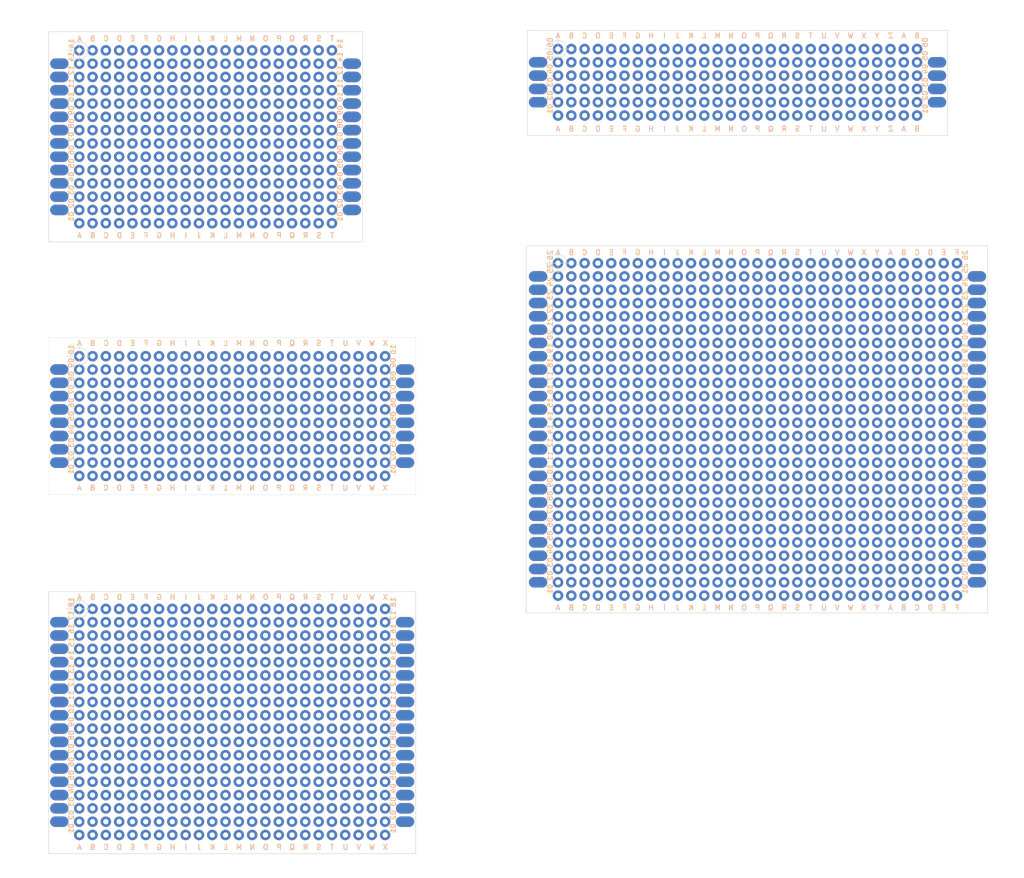
<source format=kicad_pcb>
(kicad_pcb (version 20171130) (host pcbnew "(5.1.2)-1")
  (layers (0 F.Cu signal) (31 B.Cu signal) (34 B.Paste user) (35 F.Paste user) (36 B.SilkS user) (37 F.SilkS user) (38 B.Mask user) (39 F.Mask user) (44 Edge.Cuts user))
  (net 0 "")
  (module WallLabs:Breadboard_2.54mm_Pad_3.5x2mm (layer F.Cu) (at 245.11 114.3)
    (fp_text reference REF** hide)
    (fp_text value Label hide)
    (pad "" connect oval (at 0 0) (size 3.5 2) (layers F.Cu F.Mask))
  )
  (module WallLabs:Breadboard_2.54mm_Pad_3.5x2mm (layer F.Cu) (at 245.11 124.46)
    (fp_text reference REF** hide)
    (fp_text value Label hide)
    (pad "" connect oval (at 0 0) (size 3.5 2) (layers F.Cu F.Mask))
  )
  (module WallLabs:Breadboard_2.54mm_Pad_3.5x2mm (layer F.Cu) (at 245.11 127)
    (fp_text reference REF** hide)
    (fp_text value Label hide)
    (pad "" connect oval (at 0 0) (size 3.5 2) (layers F.Cu F.Mask))
  )
  (module WallLabs:Breadboard_2.54mm_Pad_3.5x2mm (layer B.Cu) (at 245.11 114.3)
    (fp_text reference REF** hide)
    (fp_text value Label hide)
    (pad "" connect oval (at 0 0) (size 3.5 2) (layers B.Cu B.Mask))
  )
  (module WallLabs:Breadboard_2.54mm_Pad_3.5x2mm (layer F.Cu) (at 245.11 93.98)
    (fp_text reference REF** hide)
    (fp_text value Label hide)
    (pad "" connect oval (at 0 0) (size 3.5 2) (layers F.Cu F.Mask))
  )
  (module WallLabs:Breadboard_2.54mm_Pad_3.5x2mm (layer F.Cu) (at 245.11 101.6)
    (fp_text reference REF** hide)
    (fp_text value Label hide)
    (pad "" connect oval (at 0 0) (size 3.5 2) (layers F.Cu F.Mask))
  )
  (module WallLabs:Breadboard_2.54mm_Pad_3.5x2mm (layer B.Cu) (at 245.11 127)
    (fp_text reference REF** hide)
    (fp_text value Label hide)
    (pad "" connect oval (at 0 0) (size 3.5 2) (layers B.Cu B.Mask))
  )
  (module WallLabs:Breadboard_2.54mm_Pad_3.5x2mm (layer B.Cu) (at 245.11 111.76)
    (fp_text reference REF** hide)
    (fp_text value Label hide)
    (pad "" connect oval (at 0 0) (size 3.5 2) (layers B.Cu B.Mask))
  )
  (module WallLabs:Breadboard_2.54mm_Pad_3.5x2mm (layer B.Cu) (at 245.11 124.46)
    (fp_text reference REF** hide)
    (fp_text value Label hide)
    (pad "" connect oval (at 0 0) (size 3.5 2) (layers B.Cu B.Mask))
  )
  (module WallLabs:Breadboard_2.54mm_Pad_3.5x2mm (layer B.Cu) (at 245.11 116.84)
    (fp_text reference REF** hide)
    (fp_text value Label hide)
    (pad "" connect oval (at 0 0) (size 3.5 2) (layers B.Cu B.Mask))
  )
  (module WallLabs:Breadboard_2.54mm_Pad_3.5x2mm (layer F.Cu) (at 245.11 104.14)
    (fp_text reference REF** hide)
    (fp_text value Label hide)
    (pad "" connect oval (at 0 0) (size 3.5 2) (layers F.Cu F.Mask))
  )
  (module WallLabs:Breadboard_2.54mm_Pad_3.5x2mm (layer F.Cu) (at 245.11 99.06)
    (fp_text reference REF** hide)
    (fp_text value Label hide)
    (pad "" connect oval (at 0 0) (size 3.5 2) (layers F.Cu F.Mask))
  )
  (module WallLabs:Breadboard_2.54mm_Pad_3.5x2mm (layer B.Cu) (at 245.11 119.38)
    (fp_text reference REF** hide)
    (fp_text value Label hide)
    (pad "" connect oval (at 0 0) (size 3.5 2) (layers B.Cu B.Mask))
  )
  (module WallLabs:Breadboard_2.54mm_Pad_3.5x2mm (layer B.Cu) (at 245.11 121.92)
    (fp_text reference REF** hide)
    (fp_text value Label hide)
    (pad "" connect oval (at 0 0) (size 3.5 2) (layers B.Cu B.Mask))
  )
  (module WallLabs:Breadboard_2.54mm_Pad_3.5x2mm (layer F.Cu) (at 245.11 96.52)
    (fp_text reference REF** hide)
    (fp_text value Label hide)
    (pad "" connect oval (at 0 0) (size 3.5 2) (layers F.Cu F.Mask))
  )
  (module WallLabs:Breadboard_2.54mm_Pad_3.5x2mm (layer F.Cu) (at 245.11 106.68)
    (fp_text reference REF** hide)
    (fp_text value Label hide)
    (pad "" connect oval (at 0 0) (size 3.5 2) (layers F.Cu F.Mask))
  )
  (module WallLabs:Breadboard_2.54mm_Pad_3.5x2mm (layer F.Cu) (at 245.11 109.22)
    (fp_text reference REF** hide)
    (fp_text value Label hide)
    (pad "" connect oval (at 0 0) (size 3.5 2) (layers F.Cu F.Mask))
  )
  (module WallLabs:Breadboard_2.54mm_Pad_3.5x2mm (layer F.Cu) (at 245.11 91.44)
    (fp_text reference REF** hide)
    (fp_text value Label hide)
    (pad "" connect oval (at 0 0) (size 3.5 2) (layers F.Cu F.Mask))
  )
  (module WallLabs:Breadboard_2.54mm_Pad_3.5x2mm (layer F.Cu) (at 245.11 88.9)
    (fp_text reference REF** hide)
    (fp_text value Label hide)
    (pad "" connect oval (at 0 0) (size 3.5 2) (layers F.Cu F.Mask))
  )
  (module WallLabs:Breadboard_2.54mm_Pad_3.5x2mm (layer F.Cu) (at 245.11 78.74)
    (fp_text reference REF** hide)
    (fp_text value Label hide)
    (pad "" connect oval (at 0 0) (size 3.5 2) (layers F.Cu F.Mask))
  )
  (module WallLabs:Breadboard_2.54mm_Pad_3.5x2mm (layer F.Cu) (at 245.11 76.2)
    (fp_text reference REF** hide)
    (fp_text value Label hide)
    (pad "" connect oval (at 0 0) (size 3.5 2) (layers F.Cu F.Mask))
  )
  (module WallLabs:Breadboard_2.54mm_Pad_3.5x2mm (layer F.Cu) (at 245.11 81.28)
    (fp_text reference REF** hide)
    (fp_text value Label hide)
    (pad "" connect oval (at 0 0) (size 3.5 2) (layers F.Cu F.Mask))
  )
  (module WallLabs:Breadboard_2.54mm_Pad_3.5x2mm (layer B.Cu) (at 245.11 109.22)
    (fp_text reference REF** hide)
    (fp_text value Label hide)
    (pad "" connect oval (at 0 0) (size 3.5 2) (layers B.Cu B.Mask))
  )
  (module WallLabs:Breadboard_2.54mm_Pad_3.5x2mm (layer B.Cu) (at 245.11 76.2)
    (fp_text reference REF** hide)
    (fp_text value Label hide)
    (pad "" connect oval (at 0 0) (size 3.5 2) (layers B.Cu B.Mask))
  )
  (module WallLabs:Breadboard_2.54mm_Pad_3.5x2mm (layer B.Cu) (at 245.11 99.06)
    (fp_text reference REF** hide)
    (fp_text value Label hide)
    (pad "" connect oval (at 0 0) (size 3.5 2) (layers B.Cu B.Mask))
  )
  (module WallLabs:Breadboard_2.54mm_Pad_3.5x2mm (layer B.Cu) (at 245.11 101.6)
    (fp_text reference REF** hide)
    (fp_text value Label hide)
    (pad "" connect oval (at 0 0) (size 3.5 2) (layers B.Cu B.Mask))
  )
  (module WallLabs:Breadboard_2.54mm_Pad_3.5x2mm (layer B.Cu) (at 245.11 86.36)
    (fp_text reference REF** hide)
    (fp_text value Label hide)
    (pad "" connect oval (at 0 0) (size 3.5 2) (layers B.Cu B.Mask))
  )
  (module WallLabs:Breadboard_2.54mm_Pad_3.5x2mm (layer B.Cu) (at 245.11 104.14)
    (fp_text reference REF** hide)
    (fp_text value Label hide)
    (pad "" connect oval (at 0 0) (size 3.5 2) (layers B.Cu B.Mask))
  )
  (module WallLabs:Breadboard_2.54mm_Pad_3.5x2mm (layer B.Cu) (at 245.11 73.66)
    (fp_text reference REF** hide)
    (fp_text value Label hide)
    (pad "" connect oval (at 0 0) (size 3.5 2) (layers B.Cu B.Mask))
  )
  (module WallLabs:Breadboard_2.54mm_Pad_3.5x2mm (layer F.Cu) (at 245.11 71.12)
    (fp_text reference REF** hide)
    (fp_text value Label hide)
    (pad "" connect oval (at 0 0) (size 3.5 2) (layers F.Cu F.Mask))
  )
  (module WallLabs:Breadboard_2.54mm_Pad_3.5x2mm (layer B.Cu) (at 245.11 78.74)
    (fp_text reference REF** hide)
    (fp_text value Label hide)
    (pad "" connect oval (at 0 0) (size 3.5 2) (layers B.Cu B.Mask))
  )
  (module WallLabs:Breadboard_2.54mm_Pad_3.5x2mm (layer B.Cu) (at 245.11 81.28)
    (fp_text reference REF** hide)
    (fp_text value Label hide)
    (pad "" connect oval (at 0 0) (size 3.5 2) (layers B.Cu B.Mask))
  )
  (module WallLabs:Breadboard_2.54mm_Pad_3.5x2mm (layer B.Cu) (at 245.11 71.12)
    (fp_text reference REF** hide)
    (fp_text value Label hide)
    (pad "" connect oval (at 0 0) (size 3.5 2) (layers B.Cu B.Mask))
  )
  (module WallLabs:Breadboard_2.54mm_Pad_3.5x2mm (layer B.Cu) (at 245.11 91.44)
    (fp_text reference REF** hide)
    (fp_text value Label hide)
    (pad "" connect oval (at 0 0) (size 3.5 2) (layers B.Cu B.Mask))
  )
  (module WallLabs:Breadboard_2.54mm_Pad_3.5x2mm (layer F.Cu) (at 245.11 73.66)
    (fp_text reference REF** hide)
    (fp_text value Label hide)
    (pad "" connect oval (at 0 0) (size 3.5 2) (layers F.Cu F.Mask))
  )
  (module WallLabs:Breadboard_2.54mm_Pad_3.5x2mm (layer B.Cu) (at 245.11 88.9)
    (fp_text reference REF** hide)
    (fp_text value Label hide)
    (pad "" connect oval (at 0 0) (size 3.5 2) (layers B.Cu B.Mask))
  )
  (module WallLabs:Breadboard_2.54mm_Pad_3.5x2mm (layer B.Cu) (at 245.11 83.82)
    (fp_text reference REF** hide)
    (fp_text value Label hide)
    (pad "" connect oval (at 0 0) (size 3.5 2) (layers B.Cu B.Mask))
  )
  (module WallLabs:Breadboard_2.54mm_Pad_3.5x2mm (layer F.Cu) (at 245.11 86.36)
    (fp_text reference REF** hide)
    (fp_text value Label hide)
    (pad "" connect oval (at 0 0) (size 3.5 2) (layers F.Cu F.Mask))
  )
  (module WallLabs:Breadboard_2.54mm_Pad_3.5x2mm (layer B.Cu) (at 245.11 93.98)
    (fp_text reference REF** hide)
    (fp_text value Label hide)
    (pad "" connect oval (at 0 0) (size 3.5 2) (layers B.Cu B.Mask))
  )
  (module WallLabs:Breadboard_2.54mm_Pad_3.5x2mm (layer F.Cu) (at 245.11 83.82)
    (fp_text reference REF** hide)
    (fp_text value Label hide)
    (pad "" connect oval (at 0 0) (size 3.5 2) (layers F.Cu F.Mask))
  )
  (module WallLabs:Breadboard_2.54mm_Pad_3.5x2mm (layer B.Cu) (at 245.11 106.68)
    (fp_text reference REF** hide)
    (fp_text value Label hide)
    (pad "" connect oval (at 0 0) (size 3.5 2) (layers B.Cu B.Mask))
  )
  (module WallLabs:Breadboard_2.54mm_Pad_3.5x2mm (layer B.Cu) (at 245.11 96.52)
    (fp_text reference REF** hide)
    (fp_text value Label hide)
    (pad "" connect oval (at 0 0) (size 3.5 2) (layers B.Cu B.Mask))
  )
  (module WallLabs:Breadboard_2.54mm_Pad_3.5x2mm (layer B.Cu) (at 245.11 129.54)
    (fp_text reference REF** hide)
    (fp_text value Label hide)
    (pad "" connect oval (at 0 0) (size 3.5 2) (layers B.Cu B.Mask))
  )
  (module MountingHole:MountingHole_2.2mm_M2_ISO14580 (layer F.Cu) (at 245.11 133.604)
    (fp_text reference REF** hide)
    (fp_text value MountingHole_2.2mm_M2_ISO14580 hide)
    (pad "" np_thru_hole circle (at 0 0) (size 2.2 2.2) (drill 2.2) (layers *.Cu *.Mask))
  )
  (module WallLabs:Breadboard_2.54mm_Pad_3.5x2mm (layer F.Cu) (at 245.11 129.54)
    (fp_text reference REF** hide)
    (fp_text value Label hide)
    (pad "" connect oval (at 0 0) (size 3.5 2) (layers F.Cu F.Mask))
  )
  (module WallLabs:Breadboard_2.54mm_Pad_3.5x2mm (layer F.Cu) (at 245.11 121.92)
    (fp_text reference REF** hide)
    (fp_text value Label hide)
    (pad "" connect oval (at 0 0) (size 3.5 2) (layers F.Cu F.Mask))
  )
  (module WallLabs:Breadboard_2.54mm_Pad_3.5x2mm (layer F.Cu) (at 245.11 119.38)
    (fp_text reference REF** hide)
    (fp_text value Label hide)
    (pad "" connect oval (at 0 0) (size 3.5 2) (layers F.Cu F.Mask))
  )
  (module WallLabs:Breadboard_2.54mm_Pad_3.5x2mm (layer F.Cu) (at 245.11 116.84)
    (fp_text reference REF** hide)
    (fp_text value Label hide)
    (pad "" connect oval (at 0 0) (size 3.5 2) (layers F.Cu F.Mask))
  )
  (module WallLabs:Breadboard_2.54mm_Pad_3.5x2mm (layer F.Cu) (at 245.11 111.76)
    (fp_text reference REF** hide)
    (fp_text value Label hide)
    (pad "" connect oval (at 0 0) (size 3.5 2) (layers F.Cu F.Mask))
  )
  (module MountingHole:MountingHole_2.2mm_M2_ISO14580 (layer F.Cu) (at 161.29 133.604)
    (fp_text reference REF** hide)
    (fp_text value MountingHole_2.2mm_M2_ISO14580 hide)
    (pad "" np_thru_hole circle (at 0 0) (size 2.2 2.2) (drill 2.2) (layers *.Cu *.Mask))
  )
  (module WallLabs:Breadboard_2.54mm_Pad_3.5x2mm (layer F.Cu) (at 161.29 129.54)
    (fp_text reference REF** hide)
    (fp_text value Label hide)
    (pad "" connect oval (at 0 0) (size 3.5 2) (layers F.Cu F.Mask))
  )
  (module WallLabs:Breadboard_2.54mm_Pad_3.5x2mm (layer B.Cu) (at 161.29 129.54)
    (fp_text reference REF** hide)
    (fp_text value Label hide)
    (pad "" connect oval (at 0 0) (size 3.5 2) (layers B.Cu B.Mask))
  )
  (module WallLabs:Breadboard_2.54mm_Pad_3.5x2mm (layer F.Cu) (at 161.29 111.76)
    (fp_text reference REF** hide)
    (fp_text value Label hide)
    (pad "" connect oval (at 0 0) (size 3.5 2) (layers F.Cu F.Mask))
  )
  (module WallLabs:Breadboard_2.54mm_Pad_3.5x2mm (layer F.Cu) (at 161.29 119.38)
    (fp_text reference REF** hide)
    (fp_text value Label hide)
    (pad "" connect oval (at 0 0) (size 3.5 2) (layers F.Cu F.Mask))
  )
  (module WallLabs:Breadboard_2.54mm_Pad_3.5x2mm (layer F.Cu) (at 161.29 121.92)
    (fp_text reference REF** hide)
    (fp_text value Label hide)
    (pad "" connect oval (at 0 0) (size 3.5 2) (layers F.Cu F.Mask))
  )
  (module WallLabs:Breadboard_2.54mm_Pad_3.5x2mm (layer F.Cu) (at 161.29 116.84)
    (fp_text reference REF** hide)
    (fp_text value Label hide)
    (pad "" connect oval (at 0 0) (size 3.5 2) (layers F.Cu F.Mask))
  )
  (module WallLabs:Breadboard_2.54mm_Pad_3.5x2mm (layer F.Cu) (at 161.29 114.3)
    (fp_text reference REF** hide)
    (fp_text value Label hide)
    (pad "" connect oval (at 0 0) (size 3.5 2) (layers F.Cu F.Mask))
  )
  (module WallLabs:Breadboard_2.54mm_Pad_3.5x2mm (layer F.Cu) (at 161.29 124.46)
    (fp_text reference REF** hide)
    (fp_text value Label hide)
    (pad "" connect oval (at 0 0) (size 3.5 2) (layers F.Cu F.Mask))
  )
  (module WallLabs:Breadboard_2.54mm_Pad_3.5x2mm (layer F.Cu) (at 161.29 127)
    (fp_text reference REF** hide)
    (fp_text value Label hide)
    (pad "" connect oval (at 0 0) (size 3.5 2) (layers F.Cu F.Mask))
  )
  (module WallLabs:Breadboard_2.54mm_Pad_3.5x2mm (layer B.Cu) (at 161.29 127)
    (fp_text reference REF** hide)
    (fp_text value Label hide)
    (pad "" connect oval (at 0 0) (size 3.5 2) (layers B.Cu B.Mask))
  )
  (module WallLabs:Breadboard_2.54mm_Pad_3.5x2mm (layer B.Cu) (at 161.29 116.84)
    (fp_text reference REF** hide)
    (fp_text value Label hide)
    (pad "" connect oval (at 0 0) (size 3.5 2) (layers B.Cu B.Mask))
  )
  (module WallLabs:Breadboard_2.54mm_Pad_3.5x2mm (layer B.Cu) (at 161.29 119.38)
    (fp_text reference REF** hide)
    (fp_text value Label hide)
    (pad "" connect oval (at 0 0) (size 3.5 2) (layers B.Cu B.Mask))
  )
  (module WallLabs:Breadboard_2.54mm_Pad_3.5x2mm (layer B.Cu) (at 161.29 121.92)
    (fp_text reference REF** hide)
    (fp_text value Label hide)
    (pad "" connect oval (at 0 0) (size 3.5 2) (layers B.Cu B.Mask))
  )
  (module WallLabs:Breadboard_2.54mm_Pad_3.5x2mm (layer B.Cu) (at 161.29 111.76)
    (fp_text reference REF** hide)
    (fp_text value Label hide)
    (pad "" connect oval (at 0 0) (size 3.5 2) (layers B.Cu B.Mask))
  )
  (module WallLabs:Breadboard_2.54mm_Pad_3.5x2mm (layer B.Cu) (at 161.29 124.46)
    (fp_text reference REF** hide)
    (fp_text value Label hide)
    (pad "" connect oval (at 0 0) (size 3.5 2) (layers B.Cu B.Mask))
  )
  (module WallLabs:Breadboard_2.54mm_Pad_3.5x2mm (layer B.Cu) (at 161.29 114.3)
    (fp_text reference REF** hide)
    (fp_text value Label hide)
    (pad "" connect oval (at 0 0) (size 3.5 2) (layers B.Cu B.Mask))
  )
  (module WallLabs:Breadboard_2.54mm_Pad_3.5x2mm (layer F.Cu) (at 161.29 96.52)
    (fp_text reference REF** hide)
    (fp_text value Label hide)
    (pad "" connect oval (at 0 0) (size 3.5 2) (layers F.Cu F.Mask))
  )
  (module WallLabs:Breadboard_2.54mm_Pad_3.5x2mm (layer F.Cu) (at 161.29 93.98)
    (fp_text reference REF** hide)
    (fp_text value Label hide)
    (pad "" connect oval (at 0 0) (size 3.5 2) (layers F.Cu F.Mask))
  )
  (module WallLabs:Breadboard_2.54mm_Pad_3.5x2mm (layer F.Cu) (at 161.29 106.68)
    (fp_text reference REF** hide)
    (fp_text value Label hide)
    (pad "" connect oval (at 0 0) (size 3.5 2) (layers F.Cu F.Mask))
  )
  (module WallLabs:Breadboard_2.54mm_Pad_3.5x2mm (layer F.Cu) (at 161.29 101.6)
    (fp_text reference REF** hide)
    (fp_text value Label hide)
    (pad "" connect oval (at 0 0) (size 3.5 2) (layers F.Cu F.Mask))
  )
  (module WallLabs:Breadboard_2.54mm_Pad_3.5x2mm (layer F.Cu) (at 161.29 99.06)
    (fp_text reference REF** hide)
    (fp_text value Label hide)
    (pad "" connect oval (at 0 0) (size 3.5 2) (layers F.Cu F.Mask))
  )
  (module WallLabs:Breadboard_2.54mm_Pad_3.5x2mm (layer F.Cu) (at 161.29 104.14)
    (fp_text reference REF** hide)
    (fp_text value Label hide)
    (pad "" connect oval (at 0 0) (size 3.5 2) (layers F.Cu F.Mask))
  )
  (module WallLabs:Breadboard_2.54mm_Pad_3.5x2mm (layer F.Cu) (at 161.29 109.22)
    (fp_text reference REF** hide)
    (fp_text value Label hide)
    (pad "" connect oval (at 0 0) (size 3.5 2) (layers F.Cu F.Mask))
  )
  (module WallLabs:Breadboard_2.54mm_Pad_3.5x2mm (layer F.Cu) (at 161.29 86.36)
    (fp_text reference REF** hide)
    (fp_text value Label hide)
    (pad "" connect oval (at 0 0) (size 3.5 2) (layers F.Cu F.Mask))
  )
  (module WallLabs:Breadboard_2.54mm_Pad_3.5x2mm (layer F.Cu) (at 161.29 91.44)
    (fp_text reference REF** hide)
    (fp_text value Label hide)
    (pad "" connect oval (at 0 0) (size 3.5 2) (layers F.Cu F.Mask))
  )
  (module WallLabs:Breadboard_2.54mm_Pad_3.5x2mm (layer F.Cu) (at 161.29 88.9)
    (fp_text reference REF** hide)
    (fp_text value Label hide)
    (pad "" connect oval (at 0 0) (size 3.5 2) (layers F.Cu F.Mask))
  )
  (module WallLabs:Breadboard_2.54mm_Pad_3.5x2mm (layer F.Cu) (at 161.29 78.74)
    (fp_text reference REF** hide)
    (fp_text value Label hide)
    (pad "" connect oval (at 0 0) (size 3.5 2) (layers F.Cu F.Mask))
  )
  (module WallLabs:Breadboard_2.54mm_Pad_3.5x2mm (layer F.Cu) (at 161.29 76.2)
    (fp_text reference REF** hide)
    (fp_text value Label hide)
    (pad "" connect oval (at 0 0) (size 3.5 2) (layers F.Cu F.Mask))
  )
  (module WallLabs:Breadboard_2.54mm_Pad_3.5x2mm (layer F.Cu) (at 161.29 83.82)
    (fp_text reference REF** hide)
    (fp_text value Label hide)
    (pad "" connect oval (at 0 0) (size 3.5 2) (layers F.Cu F.Mask))
  )
  (module WallLabs:Breadboard_2.54mm_Pad_3.5x2mm (layer F.Cu) (at 161.29 81.28)
    (fp_text reference REF** hide)
    (fp_text value Label hide)
    (pad "" connect oval (at 0 0) (size 3.5 2) (layers F.Cu F.Mask))
  )
  (module WallLabs:Breadboard_2.54mm_Pad_3.5x2mm (layer F.Cu) (at 161.29 73.66)
    (fp_text reference REF** hide)
    (fp_text value Label hide)
    (pad "" connect oval (at 0 0) (size 3.5 2) (layers F.Cu F.Mask))
  )
  (module WallLabs:Breadboard_2.54mm_Pad_3.5x2mm (layer F.Cu) (at 161.29 71.12)
    (fp_text reference REF** hide)
    (fp_text value Label hide)
    (pad "" connect oval (at 0 0) (size 3.5 2) (layers F.Cu F.Mask))
  )
  (module WallLabs:Breadboard_2.54mm_Pad_3.5x2mm (layer B.Cu) (at 161.29 99.06)
    (fp_text reference REF** hide)
    (fp_text value Label hide)
    (pad "" connect oval (at 0 0) (size 3.5 2) (layers B.Cu B.Mask))
  )
  (module WallLabs:Breadboard_2.54mm_Pad_3.5x2mm (layer B.Cu) (at 161.29 91.44)
    (fp_text reference REF** hide)
    (fp_text value Label hide)
    (pad "" connect oval (at 0 0) (size 3.5 2) (layers B.Cu B.Mask))
  )
  (module WallLabs:Breadboard_2.54mm_Pad_3.5x2mm (layer B.Cu) (at 161.29 101.6)
    (fp_text reference REF** hide)
    (fp_text value Label hide)
    (pad "" connect oval (at 0 0) (size 3.5 2) (layers B.Cu B.Mask))
  )
  (module WallLabs:Breadboard_2.54mm_Pad_3.5x2mm (layer B.Cu) (at 161.29 88.9)
    (fp_text reference REF** hide)
    (fp_text value Label hide)
    (pad "" connect oval (at 0 0) (size 3.5 2) (layers B.Cu B.Mask))
  )
  (module WallLabs:Breadboard_2.54mm_Pad_3.5x2mm (layer B.Cu) (at 161.29 93.98)
    (fp_text reference REF** hide)
    (fp_text value Label hide)
    (pad "" connect oval (at 0 0) (size 3.5 2) (layers B.Cu B.Mask))
  )
  (module WallLabs:Breadboard_2.54mm_Pad_3.5x2mm (layer B.Cu) (at 161.29 86.36)
    (fp_text reference REF** hide)
    (fp_text value Label hide)
    (pad "" connect oval (at 0 0) (size 3.5 2) (layers B.Cu B.Mask))
  )
  (module WallLabs:Breadboard_2.54mm_Pad_3.5x2mm (layer B.Cu) (at 161.29 104.14)
    (fp_text reference REF** hide)
    (fp_text value Label hide)
    (pad "" connect oval (at 0 0) (size 3.5 2) (layers B.Cu B.Mask))
  )
  (module WallLabs:Breadboard_2.54mm_Pad_3.5x2mm (layer B.Cu) (at 161.29 109.22)
    (fp_text reference REF** hide)
    (fp_text value Label hide)
    (pad "" connect oval (at 0 0) (size 3.5 2) (layers B.Cu B.Mask))
  )
  (module WallLabs:Breadboard_2.54mm_Pad_3.5x2mm (layer B.Cu) (at 161.29 76.2)
    (fp_text reference REF** hide)
    (fp_text value Label hide)
    (pad "" connect oval (at 0 0) (size 3.5 2) (layers B.Cu B.Mask))
  )
  (module WallLabs:Breadboard_2.54mm_Pad_3.5x2mm (layer B.Cu) (at 161.29 81.28)
    (fp_text reference REF** hide)
    (fp_text value Label hide)
    (pad "" connect oval (at 0 0) (size 3.5 2) (layers B.Cu B.Mask))
  )
  (module WallLabs:Breadboard_2.54mm_Pad_3.5x2mm (layer B.Cu) (at 161.29 96.52)
    (fp_text reference REF** hide)
    (fp_text value Label hide)
    (pad "" connect oval (at 0 0) (size 3.5 2) (layers B.Cu B.Mask))
  )
  (module WallLabs:Breadboard_2.54mm_Pad_3.5x2mm (layer B.Cu) (at 161.29 78.74)
    (fp_text reference REF** hide)
    (fp_text value Label hide)
    (pad "" connect oval (at 0 0) (size 3.5 2) (layers B.Cu B.Mask))
  )
  (module WallLabs:Breadboard_2.54mm_Pad_3.5x2mm (layer B.Cu) (at 161.29 73.66)
    (fp_text reference REF** hide)
    (fp_text value Label hide)
    (pad "" connect oval (at 0 0) (size 3.5 2) (layers B.Cu B.Mask))
  )
  (module WallLabs:Breadboard_2.54mm_Pad_3.5x2mm (layer B.Cu) (at 161.29 106.68)
    (fp_text reference REF** hide)
    (fp_text value Label hide)
    (pad "" connect oval (at 0 0) (size 3.5 2) (layers B.Cu B.Mask))
  )
  (module WallLabs:Breadboard_2.54mm_Pad_3.5x2mm (layer B.Cu) (at 161.29 83.82)
    (fp_text reference REF** hide)
    (fp_text value Label hide)
    (pad "" connect oval (at 0 0) (size 3.5 2) (layers B.Cu B.Mask))
  )
  (module WallLabs:Breadboard_2.54mm_Pad_3.5x2mm (layer B.Cu) (at 161.29 71.12)
    (fp_text reference REF** hide)
    (fp_text value Label hide)
    (pad "" connect oval (at 0 0) (size 3.5 2) (layers B.Cu B.Mask))
  )
  (module WallLabs:Breadboard_2.54mm_TH_Pad_2mm (layer F.Cu) (at 241.3 132.08)
    (fp_text reference REF** hide)
    (fp_text value Label hide)
    (pad "" thru_hole circle (at 0 0) (size 2 2) (drill 1) (layers *.Cu *.Mask))
  )
  (module WallLabs:Breadboard_2.54mm_TH_Pad_2mm (layer F.Cu) (at 238.76 132.08)
    (fp_text reference REF** hide)
    (fp_text value Label hide)
    (pad "" thru_hole circle (at 0 0) (size 2 2) (drill 1) (layers *.Cu *.Mask))
  )
  (module WallLabs:Breadboard_2.54mm_TH_Pad_2mm (layer F.Cu) (at 236.22 132.08)
    (fp_text reference REF** hide)
    (fp_text value Label hide)
    (pad "" thru_hole circle (at 0 0) (size 2 2) (drill 1) (layers *.Cu *.Mask))
  )
  (module WallLabs:Breadboard_2.54mm_TH_Pad_2mm (layer F.Cu) (at 233.68 132.08)
    (fp_text reference REF** hide)
    (fp_text value Label hide)
    (pad "" thru_hole circle (at 0 0) (size 2 2) (drill 1) (layers *.Cu *.Mask))
  )
  (module WallLabs:Breadboard_2.54mm_TH_Pad_2mm (layer F.Cu) (at 231.14 132.08)
    (fp_text reference REF** hide)
    (fp_text value Label hide)
    (pad "" thru_hole circle (at 0 0) (size 2 2) (drill 1) (layers *.Cu *.Mask))
  )
  (module WallLabs:Breadboard_2.54mm_TH_Pad_2mm (layer F.Cu) (at 228.6 132.08)
    (fp_text reference REF** hide)
    (fp_text value Label hide)
    (pad "" thru_hole circle (at 0 0) (size 2 2) (drill 1) (layers *.Cu *.Mask))
  )
  (module WallLabs:Breadboard_2.54mm_TH_Pad_2mm (layer F.Cu) (at 226.06 132.08)
    (fp_text reference REF** hide)
    (fp_text value Label hide)
    (pad "" thru_hole circle (at 0 0) (size 2 2) (drill 1) (layers *.Cu *.Mask))
  )
  (module WallLabs:Breadboard_2.54mm_TH_Pad_2mm (layer F.Cu) (at 223.52 132.08)
    (fp_text reference REF** hide)
    (fp_text value Label hide)
    (pad "" thru_hole circle (at 0 0) (size 2 2) (drill 1) (layers *.Cu *.Mask))
  )
  (module WallLabs:Breadboard_2.54mm_TH_Pad_2mm (layer F.Cu) (at 220.98 132.08)
    (fp_text reference REF** hide)
    (fp_text value Label hide)
    (pad "" thru_hole circle (at 0 0) (size 2 2) (drill 1) (layers *.Cu *.Mask))
  )
  (module WallLabs:Breadboard_2.54mm_TH_Pad_2mm (layer F.Cu) (at 218.44 132.08)
    (fp_text reference REF** hide)
    (fp_text value Label hide)
    (pad "" thru_hole circle (at 0 0) (size 2 2) (drill 1) (layers *.Cu *.Mask))
  )
  (module WallLabs:Breadboard_2.54mm_TH_Pad_2mm (layer F.Cu) (at 215.9 132.08)
    (fp_text reference REF** hide)
    (fp_text value Label hide)
    (pad "" thru_hole circle (at 0 0) (size 2 2) (drill 1) (layers *.Cu *.Mask))
  )
  (module WallLabs:Breadboard_2.54mm_TH_Pad_2mm (layer F.Cu) (at 213.36 132.08)
    (fp_text reference REF** hide)
    (fp_text value Label hide)
    (pad "" thru_hole circle (at 0 0) (size 2 2) (drill 1) (layers *.Cu *.Mask))
  )
  (module WallLabs:Breadboard_2.54mm_TH_Pad_2mm (layer F.Cu) (at 210.82 132.08)
    (fp_text reference REF** hide)
    (fp_text value Label hide)
    (pad "" thru_hole circle (at 0 0) (size 2 2) (drill 1) (layers *.Cu *.Mask))
  )
  (module WallLabs:Breadboard_2.54mm_TH_Pad_2mm (layer F.Cu) (at 208.28 132.08)
    (fp_text reference REF** hide)
    (fp_text value Label hide)
    (pad "" thru_hole circle (at 0 0) (size 2 2) (drill 1) (layers *.Cu *.Mask))
  )
  (module WallLabs:Breadboard_2.54mm_TH_Pad_2mm (layer F.Cu) (at 205.74 132.08)
    (fp_text reference REF** hide)
    (fp_text value Label hide)
    (pad "" thru_hole circle (at 0 0) (size 2 2) (drill 1) (layers *.Cu *.Mask))
  )
  (module WallLabs:Breadboard_2.54mm_TH_Pad_2mm (layer F.Cu) (at 203.2 132.08)
    (fp_text reference REF** hide)
    (fp_text value Label hide)
    (pad "" thru_hole circle (at 0 0) (size 2 2) (drill 1) (layers *.Cu *.Mask))
  )
  (module WallLabs:Breadboard_2.54mm_TH_Pad_2mm (layer F.Cu) (at 200.66 132.08)
    (fp_text reference REF** hide)
    (fp_text value Label hide)
    (pad "" thru_hole circle (at 0 0) (size 2 2) (drill 1) (layers *.Cu *.Mask))
  )
  (module WallLabs:Breadboard_2.54mm_TH_Pad_2mm (layer F.Cu) (at 198.12 132.08)
    (fp_text reference REF** hide)
    (fp_text value Label hide)
    (pad "" thru_hole circle (at 0 0) (size 2 2) (drill 1) (layers *.Cu *.Mask))
  )
  (module WallLabs:Breadboard_2.54mm_TH_Pad_2mm (layer F.Cu) (at 195.58 132.08)
    (fp_text reference REF** hide)
    (fp_text value Label hide)
    (pad "" thru_hole circle (at 0 0) (size 2 2) (drill 1) (layers *.Cu *.Mask))
  )
  (module WallLabs:Breadboard_2.54mm_TH_Pad_2mm (layer F.Cu) (at 193.04 132.08)
    (fp_text reference REF** hide)
    (fp_text value Label hide)
    (pad "" thru_hole circle (at 0 0) (size 2 2) (drill 1) (layers *.Cu *.Mask))
  )
  (module WallLabs:Breadboard_2.54mm_TH_Pad_2mm (layer F.Cu) (at 190.5 132.08)
    (fp_text reference REF** hide)
    (fp_text value Label hide)
    (pad "" thru_hole circle (at 0 0) (size 2 2) (drill 1) (layers *.Cu *.Mask))
  )
  (module WallLabs:Breadboard_2.54mm_TH_Pad_2mm (layer F.Cu) (at 187.96 132.08)
    (fp_text reference REF** hide)
    (fp_text value Label hide)
    (pad "" thru_hole circle (at 0 0) (size 2 2) (drill 1) (layers *.Cu *.Mask))
  )
  (module WallLabs:Breadboard_2.54mm_TH_Pad_2mm (layer F.Cu) (at 185.42 132.08)
    (fp_text reference REF** hide)
    (fp_text value Label hide)
    (pad "" thru_hole circle (at 0 0) (size 2 2) (drill 1) (layers *.Cu *.Mask))
  )
  (module WallLabs:Breadboard_2.54mm_TH_Pad_2mm (layer F.Cu) (at 182.88 132.08)
    (fp_text reference REF** hide)
    (fp_text value Label hide)
    (pad "" thru_hole circle (at 0 0) (size 2 2) (drill 1) (layers *.Cu *.Mask))
  )
  (module WallLabs:Breadboard_2.54mm_TH_Pad_2mm (layer F.Cu) (at 180.34 132.08)
    (fp_text reference REF** hide)
    (fp_text value Label hide)
    (pad "" thru_hole circle (at 0 0) (size 2 2) (drill 1) (layers *.Cu *.Mask))
  )
  (module WallLabs:Breadboard_2.54mm_TH_Pad_2mm (layer F.Cu) (at 177.8 132.08)
    (fp_text reference REF** hide)
    (fp_text value Label hide)
    (pad "" thru_hole circle (at 0 0) (size 2 2) (drill 1) (layers *.Cu *.Mask))
  )
  (module WallLabs:Breadboard_2.54mm_TH_Pad_2mm (layer F.Cu) (at 175.26 132.08)
    (fp_text reference REF** hide)
    (fp_text value Label hide)
    (pad "" thru_hole circle (at 0 0) (size 2 2) (drill 1) (layers *.Cu *.Mask))
  )
  (module WallLabs:Breadboard_2.54mm_TH_Pad_2mm (layer F.Cu) (at 172.72 132.08)
    (fp_text reference REF** hide)
    (fp_text value Label hide)
    (pad "" thru_hole circle (at 0 0) (size 2 2) (drill 1) (layers *.Cu *.Mask))
  )
  (module WallLabs:Breadboard_2.54mm_TH_Pad_2mm (layer F.Cu) (at 170.18 132.08)
    (fp_text reference REF** hide)
    (fp_text value Label hide)
    (pad "" thru_hole circle (at 0 0) (size 2 2) (drill 1) (layers *.Cu *.Mask))
  )
  (module WallLabs:Breadboard_2.54mm_TH_Pad_2mm (layer F.Cu) (at 167.64 132.08)
    (fp_text reference REF** hide)
    (fp_text value Label hide)
    (pad "" thru_hole circle (at 0 0) (size 2 2) (drill 1) (layers *.Cu *.Mask))
  )
  (module WallLabs:Breadboard_2.54mm_TH_Pad_2mm (layer F.Cu) (at 165.1 132.08)
    (fp_text reference REF** hide)
    (fp_text value Label hide)
    (pad "" thru_hole circle (at 0 0) (size 2 2) (drill 1) (layers *.Cu *.Mask))
  )
  (module WallLabs:Breadboard_2.54mm_TH_Pad_2mm (layer F.Cu) (at 241.3 129.54)
    (fp_text reference REF** hide)
    (fp_text value Label hide)
    (pad "" thru_hole circle (at 0 0) (size 2 2) (drill 1) (layers *.Cu *.Mask))
  )
  (module WallLabs:Breadboard_2.54mm_TH_Pad_2mm (layer F.Cu) (at 238.76 129.54)
    (fp_text reference REF** hide)
    (fp_text value Label hide)
    (pad "" thru_hole circle (at 0 0) (size 2 2) (drill 1) (layers *.Cu *.Mask))
  )
  (module WallLabs:Breadboard_2.54mm_TH_Pad_2mm (layer F.Cu) (at 236.22 129.54)
    (fp_text reference REF** hide)
    (fp_text value Label hide)
    (pad "" thru_hole circle (at 0 0) (size 2 2) (drill 1) (layers *.Cu *.Mask))
  )
  (module WallLabs:Breadboard_2.54mm_TH_Pad_2mm (layer F.Cu) (at 233.68 129.54)
    (fp_text reference REF** hide)
    (fp_text value Label hide)
    (pad "" thru_hole circle (at 0 0) (size 2 2) (drill 1) (layers *.Cu *.Mask))
  )
  (module WallLabs:Breadboard_2.54mm_TH_Pad_2mm (layer F.Cu) (at 231.14 129.54)
    (fp_text reference REF** hide)
    (fp_text value Label hide)
    (pad "" thru_hole circle (at 0 0) (size 2 2) (drill 1) (layers *.Cu *.Mask))
  )
  (module WallLabs:Breadboard_2.54mm_TH_Pad_2mm (layer F.Cu) (at 228.6 129.54)
    (fp_text reference REF** hide)
    (fp_text value Label hide)
    (pad "" thru_hole circle (at 0 0) (size 2 2) (drill 1) (layers *.Cu *.Mask))
  )
  (module WallLabs:Breadboard_2.54mm_TH_Pad_2mm (layer F.Cu) (at 226.06 129.54)
    (fp_text reference REF** hide)
    (fp_text value Label hide)
    (pad "" thru_hole circle (at 0 0) (size 2 2) (drill 1) (layers *.Cu *.Mask))
  )
  (module WallLabs:Breadboard_2.54mm_TH_Pad_2mm (layer F.Cu) (at 223.52 129.54)
    (fp_text reference REF** hide)
    (fp_text value Label hide)
    (pad "" thru_hole circle (at 0 0) (size 2 2) (drill 1) (layers *.Cu *.Mask))
  )
  (module WallLabs:Breadboard_2.54mm_TH_Pad_2mm (layer F.Cu) (at 220.98 129.54)
    (fp_text reference REF** hide)
    (fp_text value Label hide)
    (pad "" thru_hole circle (at 0 0) (size 2 2) (drill 1) (layers *.Cu *.Mask))
  )
  (module WallLabs:Breadboard_2.54mm_TH_Pad_2mm (layer F.Cu) (at 218.44 129.54)
    (fp_text reference REF** hide)
    (fp_text value Label hide)
    (pad "" thru_hole circle (at 0 0) (size 2 2) (drill 1) (layers *.Cu *.Mask))
  )
  (module WallLabs:Breadboard_2.54mm_TH_Pad_2mm (layer F.Cu) (at 215.9 129.54)
    (fp_text reference REF** hide)
    (fp_text value Label hide)
    (pad "" thru_hole circle (at 0 0) (size 2 2) (drill 1) (layers *.Cu *.Mask))
  )
  (module WallLabs:Breadboard_2.54mm_TH_Pad_2mm (layer F.Cu) (at 213.36 129.54)
    (fp_text reference REF** hide)
    (fp_text value Label hide)
    (pad "" thru_hole circle (at 0 0) (size 2 2) (drill 1) (layers *.Cu *.Mask))
  )
  (module WallLabs:Breadboard_2.54mm_TH_Pad_2mm (layer F.Cu) (at 210.82 129.54)
    (fp_text reference REF** hide)
    (fp_text value Label hide)
    (pad "" thru_hole circle (at 0 0) (size 2 2) (drill 1) (layers *.Cu *.Mask))
  )
  (module WallLabs:Breadboard_2.54mm_TH_Pad_2mm (layer F.Cu) (at 208.28 129.54)
    (fp_text reference REF** hide)
    (fp_text value Label hide)
    (pad "" thru_hole circle (at 0 0) (size 2 2) (drill 1) (layers *.Cu *.Mask))
  )
  (module WallLabs:Breadboard_2.54mm_TH_Pad_2mm (layer F.Cu) (at 205.74 129.54)
    (fp_text reference REF** hide)
    (fp_text value Label hide)
    (pad "" thru_hole circle (at 0 0) (size 2 2) (drill 1) (layers *.Cu *.Mask))
  )
  (module WallLabs:Breadboard_2.54mm_TH_Pad_2mm (layer F.Cu) (at 203.2 129.54)
    (fp_text reference REF** hide)
    (fp_text value Label hide)
    (pad "" thru_hole circle (at 0 0) (size 2 2) (drill 1) (layers *.Cu *.Mask))
  )
  (module WallLabs:Breadboard_2.54mm_TH_Pad_2mm (layer F.Cu) (at 200.66 129.54)
    (fp_text reference REF** hide)
    (fp_text value Label hide)
    (pad "" thru_hole circle (at 0 0) (size 2 2) (drill 1) (layers *.Cu *.Mask))
  )
  (module WallLabs:Breadboard_2.54mm_TH_Pad_2mm (layer F.Cu) (at 198.12 129.54)
    (fp_text reference REF** hide)
    (fp_text value Label hide)
    (pad "" thru_hole circle (at 0 0) (size 2 2) (drill 1) (layers *.Cu *.Mask))
  )
  (module WallLabs:Breadboard_2.54mm_TH_Pad_2mm (layer F.Cu) (at 195.58 129.54)
    (fp_text reference REF** hide)
    (fp_text value Label hide)
    (pad "" thru_hole circle (at 0 0) (size 2 2) (drill 1) (layers *.Cu *.Mask))
  )
  (module WallLabs:Breadboard_2.54mm_TH_Pad_2mm (layer F.Cu) (at 193.04 129.54)
    (fp_text reference REF** hide)
    (fp_text value Label hide)
    (pad "" thru_hole circle (at 0 0) (size 2 2) (drill 1) (layers *.Cu *.Mask))
  )
  (module WallLabs:Breadboard_2.54mm_TH_Pad_2mm (layer F.Cu) (at 190.5 129.54)
    (fp_text reference REF** hide)
    (fp_text value Label hide)
    (pad "" thru_hole circle (at 0 0) (size 2 2) (drill 1) (layers *.Cu *.Mask))
  )
  (module WallLabs:Breadboard_2.54mm_TH_Pad_2mm (layer F.Cu) (at 187.96 129.54)
    (fp_text reference REF** hide)
    (fp_text value Label hide)
    (pad "" thru_hole circle (at 0 0) (size 2 2) (drill 1) (layers *.Cu *.Mask))
  )
  (module WallLabs:Breadboard_2.54mm_TH_Pad_2mm (layer F.Cu) (at 185.42 129.54)
    (fp_text reference REF** hide)
    (fp_text value Label hide)
    (pad "" thru_hole circle (at 0 0) (size 2 2) (drill 1) (layers *.Cu *.Mask))
  )
  (module WallLabs:Breadboard_2.54mm_TH_Pad_2mm (layer F.Cu) (at 182.88 129.54)
    (fp_text reference REF** hide)
    (fp_text value Label hide)
    (pad "" thru_hole circle (at 0 0) (size 2 2) (drill 1) (layers *.Cu *.Mask))
  )
  (module WallLabs:Breadboard_2.54mm_TH_Pad_2mm (layer F.Cu) (at 180.34 129.54)
    (fp_text reference REF** hide)
    (fp_text value Label hide)
    (pad "" thru_hole circle (at 0 0) (size 2 2) (drill 1) (layers *.Cu *.Mask))
  )
  (module WallLabs:Breadboard_2.54mm_TH_Pad_2mm (layer F.Cu) (at 177.8 129.54)
    (fp_text reference REF** hide)
    (fp_text value Label hide)
    (pad "" thru_hole circle (at 0 0) (size 2 2) (drill 1) (layers *.Cu *.Mask))
  )
  (module WallLabs:Breadboard_2.54mm_TH_Pad_2mm (layer F.Cu) (at 175.26 129.54)
    (fp_text reference REF** hide)
    (fp_text value Label hide)
    (pad "" thru_hole circle (at 0 0) (size 2 2) (drill 1) (layers *.Cu *.Mask))
  )
  (module WallLabs:Breadboard_2.54mm_TH_Pad_2mm (layer F.Cu) (at 172.72 129.54)
    (fp_text reference REF** hide)
    (fp_text value Label hide)
    (pad "" thru_hole circle (at 0 0) (size 2 2) (drill 1) (layers *.Cu *.Mask))
  )
  (module WallLabs:Breadboard_2.54mm_TH_Pad_2mm (layer F.Cu) (at 170.18 129.54)
    (fp_text reference REF** hide)
    (fp_text value Label hide)
    (pad "" thru_hole circle (at 0 0) (size 2 2) (drill 1) (layers *.Cu *.Mask))
  )
  (module WallLabs:Breadboard_2.54mm_TH_Pad_2mm (layer F.Cu) (at 167.64 129.54)
    (fp_text reference REF** hide)
    (fp_text value Label hide)
    (pad "" thru_hole circle (at 0 0) (size 2 2) (drill 1) (layers *.Cu *.Mask))
  )
  (module WallLabs:Breadboard_2.54mm_TH_Pad_2mm (layer F.Cu) (at 165.1 129.54)
    (fp_text reference REF** hide)
    (fp_text value Label hide)
    (pad "" thru_hole circle (at 0 0) (size 2 2) (drill 1) (layers *.Cu *.Mask))
  )
  (module WallLabs:Breadboard_2.54mm_TH_Pad_2mm (layer F.Cu) (at 241.3 127)
    (fp_text reference REF** hide)
    (fp_text value Label hide)
    (pad "" thru_hole circle (at 0 0) (size 2 2) (drill 1) (layers *.Cu *.Mask))
  )
  (module WallLabs:Breadboard_2.54mm_TH_Pad_2mm (layer F.Cu) (at 238.76 127)
    (fp_text reference REF** hide)
    (fp_text value Label hide)
    (pad "" thru_hole circle (at 0 0) (size 2 2) (drill 1) (layers *.Cu *.Mask))
  )
  (module WallLabs:Breadboard_2.54mm_TH_Pad_2mm (layer F.Cu) (at 236.22 127)
    (fp_text reference REF** hide)
    (fp_text value Label hide)
    (pad "" thru_hole circle (at 0 0) (size 2 2) (drill 1) (layers *.Cu *.Mask))
  )
  (module WallLabs:Breadboard_2.54mm_TH_Pad_2mm (layer F.Cu) (at 233.68 127)
    (fp_text reference REF** hide)
    (fp_text value Label hide)
    (pad "" thru_hole circle (at 0 0) (size 2 2) (drill 1) (layers *.Cu *.Mask))
  )
  (module WallLabs:Breadboard_2.54mm_TH_Pad_2mm (layer F.Cu) (at 231.14 127)
    (fp_text reference REF** hide)
    (fp_text value Label hide)
    (pad "" thru_hole circle (at 0 0) (size 2 2) (drill 1) (layers *.Cu *.Mask))
  )
  (module WallLabs:Breadboard_2.54mm_TH_Pad_2mm (layer F.Cu) (at 228.6 127)
    (fp_text reference REF** hide)
    (fp_text value Label hide)
    (pad "" thru_hole circle (at 0 0) (size 2 2) (drill 1) (layers *.Cu *.Mask))
  )
  (module WallLabs:Breadboard_2.54mm_TH_Pad_2mm (layer F.Cu) (at 226.06 127)
    (fp_text reference REF** hide)
    (fp_text value Label hide)
    (pad "" thru_hole circle (at 0 0) (size 2 2) (drill 1) (layers *.Cu *.Mask))
  )
  (module WallLabs:Breadboard_2.54mm_TH_Pad_2mm (layer F.Cu) (at 223.52 127)
    (fp_text reference REF** hide)
    (fp_text value Label hide)
    (pad "" thru_hole circle (at 0 0) (size 2 2) (drill 1) (layers *.Cu *.Mask))
  )
  (module WallLabs:Breadboard_2.54mm_TH_Pad_2mm (layer F.Cu) (at 220.98 127)
    (fp_text reference REF** hide)
    (fp_text value Label hide)
    (pad "" thru_hole circle (at 0 0) (size 2 2) (drill 1) (layers *.Cu *.Mask))
  )
  (module WallLabs:Breadboard_2.54mm_TH_Pad_2mm (layer F.Cu) (at 218.44 127)
    (fp_text reference REF** hide)
    (fp_text value Label hide)
    (pad "" thru_hole circle (at 0 0) (size 2 2) (drill 1) (layers *.Cu *.Mask))
  )
  (module WallLabs:Breadboard_2.54mm_TH_Pad_2mm (layer F.Cu) (at 215.9 127)
    (fp_text reference REF** hide)
    (fp_text value Label hide)
    (pad "" thru_hole circle (at 0 0) (size 2 2) (drill 1) (layers *.Cu *.Mask))
  )
  (module WallLabs:Breadboard_2.54mm_TH_Pad_2mm (layer F.Cu) (at 213.36 127)
    (fp_text reference REF** hide)
    (fp_text value Label hide)
    (pad "" thru_hole circle (at 0 0) (size 2 2) (drill 1) (layers *.Cu *.Mask))
  )
  (module WallLabs:Breadboard_2.54mm_TH_Pad_2mm (layer F.Cu) (at 210.82 127)
    (fp_text reference REF** hide)
    (fp_text value Label hide)
    (pad "" thru_hole circle (at 0 0) (size 2 2) (drill 1) (layers *.Cu *.Mask))
  )
  (module WallLabs:Breadboard_2.54mm_TH_Pad_2mm (layer F.Cu) (at 208.28 127)
    (fp_text reference REF** hide)
    (fp_text value Label hide)
    (pad "" thru_hole circle (at 0 0) (size 2 2) (drill 1) (layers *.Cu *.Mask))
  )
  (module WallLabs:Breadboard_2.54mm_TH_Pad_2mm (layer F.Cu) (at 205.74 127)
    (fp_text reference REF** hide)
    (fp_text value Label hide)
    (pad "" thru_hole circle (at 0 0) (size 2 2) (drill 1) (layers *.Cu *.Mask))
  )
  (module WallLabs:Breadboard_2.54mm_TH_Pad_2mm (layer F.Cu) (at 203.2 127)
    (fp_text reference REF** hide)
    (fp_text value Label hide)
    (pad "" thru_hole circle (at 0 0) (size 2 2) (drill 1) (layers *.Cu *.Mask))
  )
  (module WallLabs:Breadboard_2.54mm_TH_Pad_2mm (layer F.Cu) (at 200.66 127)
    (fp_text reference REF** hide)
    (fp_text value Label hide)
    (pad "" thru_hole circle (at 0 0) (size 2 2) (drill 1) (layers *.Cu *.Mask))
  )
  (module WallLabs:Breadboard_2.54mm_TH_Pad_2mm (layer F.Cu) (at 198.12 127)
    (fp_text reference REF** hide)
    (fp_text value Label hide)
    (pad "" thru_hole circle (at 0 0) (size 2 2) (drill 1) (layers *.Cu *.Mask))
  )
  (module WallLabs:Breadboard_2.54mm_TH_Pad_2mm (layer F.Cu) (at 195.58 127)
    (fp_text reference REF** hide)
    (fp_text value Label hide)
    (pad "" thru_hole circle (at 0 0) (size 2 2) (drill 1) (layers *.Cu *.Mask))
  )
  (module WallLabs:Breadboard_2.54mm_TH_Pad_2mm (layer F.Cu) (at 193.04 127)
    (fp_text reference REF** hide)
    (fp_text value Label hide)
    (pad "" thru_hole circle (at 0 0) (size 2 2) (drill 1) (layers *.Cu *.Mask))
  )
  (module WallLabs:Breadboard_2.54mm_TH_Pad_2mm (layer F.Cu) (at 190.5 127)
    (fp_text reference REF** hide)
    (fp_text value Label hide)
    (pad "" thru_hole circle (at 0 0) (size 2 2) (drill 1) (layers *.Cu *.Mask))
  )
  (module WallLabs:Breadboard_2.54mm_TH_Pad_2mm (layer F.Cu) (at 187.96 127)
    (fp_text reference REF** hide)
    (fp_text value Label hide)
    (pad "" thru_hole circle (at 0 0) (size 2 2) (drill 1) (layers *.Cu *.Mask))
  )
  (module WallLabs:Breadboard_2.54mm_TH_Pad_2mm (layer F.Cu) (at 185.42 127)
    (fp_text reference REF** hide)
    (fp_text value Label hide)
    (pad "" thru_hole circle (at 0 0) (size 2 2) (drill 1) (layers *.Cu *.Mask))
  )
  (module WallLabs:Breadboard_2.54mm_TH_Pad_2mm (layer F.Cu) (at 182.88 127)
    (fp_text reference REF** hide)
    (fp_text value Label hide)
    (pad "" thru_hole circle (at 0 0) (size 2 2) (drill 1) (layers *.Cu *.Mask))
  )
  (module WallLabs:Breadboard_2.54mm_TH_Pad_2mm (layer F.Cu) (at 180.34 127)
    (fp_text reference REF** hide)
    (fp_text value Label hide)
    (pad "" thru_hole circle (at 0 0) (size 2 2) (drill 1) (layers *.Cu *.Mask))
  )
  (module WallLabs:Breadboard_2.54mm_TH_Pad_2mm (layer F.Cu) (at 177.8 127)
    (fp_text reference REF** hide)
    (fp_text value Label hide)
    (pad "" thru_hole circle (at 0 0) (size 2 2) (drill 1) (layers *.Cu *.Mask))
  )
  (module WallLabs:Breadboard_2.54mm_TH_Pad_2mm (layer F.Cu) (at 175.26 127)
    (fp_text reference REF** hide)
    (fp_text value Label hide)
    (pad "" thru_hole circle (at 0 0) (size 2 2) (drill 1) (layers *.Cu *.Mask))
  )
  (module WallLabs:Breadboard_2.54mm_TH_Pad_2mm (layer F.Cu) (at 172.72 127)
    (fp_text reference REF** hide)
    (fp_text value Label hide)
    (pad "" thru_hole circle (at 0 0) (size 2 2) (drill 1) (layers *.Cu *.Mask))
  )
  (module WallLabs:Breadboard_2.54mm_TH_Pad_2mm (layer F.Cu) (at 170.18 127)
    (fp_text reference REF** hide)
    (fp_text value Label hide)
    (pad "" thru_hole circle (at 0 0) (size 2 2) (drill 1) (layers *.Cu *.Mask))
  )
  (module WallLabs:Breadboard_2.54mm_TH_Pad_2mm (layer F.Cu) (at 167.64 127)
    (fp_text reference REF** hide)
    (fp_text value Label hide)
    (pad "" thru_hole circle (at 0 0) (size 2 2) (drill 1) (layers *.Cu *.Mask))
  )
  (module WallLabs:Breadboard_2.54mm_TH_Pad_2mm (layer F.Cu) (at 165.1 127)
    (fp_text reference REF** hide)
    (fp_text value Label hide)
    (pad "" thru_hole circle (at 0 0) (size 2 2) (drill 1) (layers *.Cu *.Mask))
  )
  (module WallLabs:Breadboard_2.54mm_TH_Pad_2mm (layer F.Cu) (at 241.3 124.46)
    (fp_text reference REF** hide)
    (fp_text value Label hide)
    (pad "" thru_hole circle (at 0 0) (size 2 2) (drill 1) (layers *.Cu *.Mask))
  )
  (module WallLabs:Breadboard_2.54mm_TH_Pad_2mm (layer F.Cu) (at 238.76 124.46)
    (fp_text reference REF** hide)
    (fp_text value Label hide)
    (pad "" thru_hole circle (at 0 0) (size 2 2) (drill 1) (layers *.Cu *.Mask))
  )
  (module WallLabs:Breadboard_2.54mm_TH_Pad_2mm (layer F.Cu) (at 236.22 124.46)
    (fp_text reference REF** hide)
    (fp_text value Label hide)
    (pad "" thru_hole circle (at 0 0) (size 2 2) (drill 1) (layers *.Cu *.Mask))
  )
  (module WallLabs:Breadboard_2.54mm_TH_Pad_2mm (layer F.Cu) (at 233.68 124.46)
    (fp_text reference REF** hide)
    (fp_text value Label hide)
    (pad "" thru_hole circle (at 0 0) (size 2 2) (drill 1) (layers *.Cu *.Mask))
  )
  (module WallLabs:Breadboard_2.54mm_TH_Pad_2mm (layer F.Cu) (at 231.14 124.46)
    (fp_text reference REF** hide)
    (fp_text value Label hide)
    (pad "" thru_hole circle (at 0 0) (size 2 2) (drill 1) (layers *.Cu *.Mask))
  )
  (module WallLabs:Breadboard_2.54mm_TH_Pad_2mm (layer F.Cu) (at 228.6 124.46)
    (fp_text reference REF** hide)
    (fp_text value Label hide)
    (pad "" thru_hole circle (at 0 0) (size 2 2) (drill 1) (layers *.Cu *.Mask))
  )
  (module WallLabs:Breadboard_2.54mm_TH_Pad_2mm (layer F.Cu) (at 226.06 124.46)
    (fp_text reference REF** hide)
    (fp_text value Label hide)
    (pad "" thru_hole circle (at 0 0) (size 2 2) (drill 1) (layers *.Cu *.Mask))
  )
  (module WallLabs:Breadboard_2.54mm_TH_Pad_2mm (layer F.Cu) (at 223.52 124.46)
    (fp_text reference REF** hide)
    (fp_text value Label hide)
    (pad "" thru_hole circle (at 0 0) (size 2 2) (drill 1) (layers *.Cu *.Mask))
  )
  (module WallLabs:Breadboard_2.54mm_TH_Pad_2mm (layer F.Cu) (at 220.98 124.46)
    (fp_text reference REF** hide)
    (fp_text value Label hide)
    (pad "" thru_hole circle (at 0 0) (size 2 2) (drill 1) (layers *.Cu *.Mask))
  )
  (module WallLabs:Breadboard_2.54mm_TH_Pad_2mm (layer F.Cu) (at 218.44 124.46)
    (fp_text reference REF** hide)
    (fp_text value Label hide)
    (pad "" thru_hole circle (at 0 0) (size 2 2) (drill 1) (layers *.Cu *.Mask))
  )
  (module WallLabs:Breadboard_2.54mm_TH_Pad_2mm (layer F.Cu) (at 215.9 124.46)
    (fp_text reference REF** hide)
    (fp_text value Label hide)
    (pad "" thru_hole circle (at 0 0) (size 2 2) (drill 1) (layers *.Cu *.Mask))
  )
  (module WallLabs:Breadboard_2.54mm_TH_Pad_2mm (layer F.Cu) (at 213.36 124.46)
    (fp_text reference REF** hide)
    (fp_text value Label hide)
    (pad "" thru_hole circle (at 0 0) (size 2 2) (drill 1) (layers *.Cu *.Mask))
  )
  (module WallLabs:Breadboard_2.54mm_TH_Pad_2mm (layer F.Cu) (at 210.82 124.46)
    (fp_text reference REF** hide)
    (fp_text value Label hide)
    (pad "" thru_hole circle (at 0 0) (size 2 2) (drill 1) (layers *.Cu *.Mask))
  )
  (module WallLabs:Breadboard_2.54mm_TH_Pad_2mm (layer F.Cu) (at 208.28 124.46)
    (fp_text reference REF** hide)
    (fp_text value Label hide)
    (pad "" thru_hole circle (at 0 0) (size 2 2) (drill 1) (layers *.Cu *.Mask))
  )
  (module WallLabs:Breadboard_2.54mm_TH_Pad_2mm (layer F.Cu) (at 205.74 124.46)
    (fp_text reference REF** hide)
    (fp_text value Label hide)
    (pad "" thru_hole circle (at 0 0) (size 2 2) (drill 1) (layers *.Cu *.Mask))
  )
  (module WallLabs:Breadboard_2.54mm_TH_Pad_2mm (layer F.Cu) (at 203.2 124.46)
    (fp_text reference REF** hide)
    (fp_text value Label hide)
    (pad "" thru_hole circle (at 0 0) (size 2 2) (drill 1) (layers *.Cu *.Mask))
  )
  (module WallLabs:Breadboard_2.54mm_TH_Pad_2mm (layer F.Cu) (at 200.66 124.46)
    (fp_text reference REF** hide)
    (fp_text value Label hide)
    (pad "" thru_hole circle (at 0 0) (size 2 2) (drill 1) (layers *.Cu *.Mask))
  )
  (module WallLabs:Breadboard_2.54mm_TH_Pad_2mm (layer F.Cu) (at 198.12 124.46)
    (fp_text reference REF** hide)
    (fp_text value Label hide)
    (pad "" thru_hole circle (at 0 0) (size 2 2) (drill 1) (layers *.Cu *.Mask))
  )
  (module WallLabs:Breadboard_2.54mm_TH_Pad_2mm (layer F.Cu) (at 195.58 124.46)
    (fp_text reference REF** hide)
    (fp_text value Label hide)
    (pad "" thru_hole circle (at 0 0) (size 2 2) (drill 1) (layers *.Cu *.Mask))
  )
  (module WallLabs:Breadboard_2.54mm_TH_Pad_2mm (layer F.Cu) (at 193.04 124.46)
    (fp_text reference REF** hide)
    (fp_text value Label hide)
    (pad "" thru_hole circle (at 0 0) (size 2 2) (drill 1) (layers *.Cu *.Mask))
  )
  (module WallLabs:Breadboard_2.54mm_TH_Pad_2mm (layer F.Cu) (at 190.5 124.46)
    (fp_text reference REF** hide)
    (fp_text value Label hide)
    (pad "" thru_hole circle (at 0 0) (size 2 2) (drill 1) (layers *.Cu *.Mask))
  )
  (module WallLabs:Breadboard_2.54mm_TH_Pad_2mm (layer F.Cu) (at 187.96 124.46)
    (fp_text reference REF** hide)
    (fp_text value Label hide)
    (pad "" thru_hole circle (at 0 0) (size 2 2) (drill 1) (layers *.Cu *.Mask))
  )
  (module WallLabs:Breadboard_2.54mm_TH_Pad_2mm (layer F.Cu) (at 185.42 124.46)
    (fp_text reference REF** hide)
    (fp_text value Label hide)
    (pad "" thru_hole circle (at 0 0) (size 2 2) (drill 1) (layers *.Cu *.Mask))
  )
  (module WallLabs:Breadboard_2.54mm_TH_Pad_2mm (layer F.Cu) (at 182.88 124.46)
    (fp_text reference REF** hide)
    (fp_text value Label hide)
    (pad "" thru_hole circle (at 0 0) (size 2 2) (drill 1) (layers *.Cu *.Mask))
  )
  (module WallLabs:Breadboard_2.54mm_TH_Pad_2mm (layer F.Cu) (at 180.34 124.46)
    (fp_text reference REF** hide)
    (fp_text value Label hide)
    (pad "" thru_hole circle (at 0 0) (size 2 2) (drill 1) (layers *.Cu *.Mask))
  )
  (module WallLabs:Breadboard_2.54mm_TH_Pad_2mm (layer F.Cu) (at 177.8 124.46)
    (fp_text reference REF** hide)
    (fp_text value Label hide)
    (pad "" thru_hole circle (at 0 0) (size 2 2) (drill 1) (layers *.Cu *.Mask))
  )
  (module WallLabs:Breadboard_2.54mm_TH_Pad_2mm (layer F.Cu) (at 175.26 124.46)
    (fp_text reference REF** hide)
    (fp_text value Label hide)
    (pad "" thru_hole circle (at 0 0) (size 2 2) (drill 1) (layers *.Cu *.Mask))
  )
  (module WallLabs:Breadboard_2.54mm_TH_Pad_2mm (layer F.Cu) (at 172.72 124.46)
    (fp_text reference REF** hide)
    (fp_text value Label hide)
    (pad "" thru_hole circle (at 0 0) (size 2 2) (drill 1) (layers *.Cu *.Mask))
  )
  (module WallLabs:Breadboard_2.54mm_TH_Pad_2mm (layer F.Cu) (at 170.18 124.46)
    (fp_text reference REF** hide)
    (fp_text value Label hide)
    (pad "" thru_hole circle (at 0 0) (size 2 2) (drill 1) (layers *.Cu *.Mask))
  )
  (module WallLabs:Breadboard_2.54mm_TH_Pad_2mm (layer F.Cu) (at 167.64 124.46)
    (fp_text reference REF** hide)
    (fp_text value Label hide)
    (pad "" thru_hole circle (at 0 0) (size 2 2) (drill 1) (layers *.Cu *.Mask))
  )
  (module WallLabs:Breadboard_2.54mm_TH_Pad_2mm (layer F.Cu) (at 165.1 124.46)
    (fp_text reference REF** hide)
    (fp_text value Label hide)
    (pad "" thru_hole circle (at 0 0) (size 2 2) (drill 1) (layers *.Cu *.Mask))
  )
  (module WallLabs:Breadboard_2.54mm_TH_Pad_2mm (layer F.Cu) (at 241.3 121.92)
    (fp_text reference REF** hide)
    (fp_text value Label hide)
    (pad "" thru_hole circle (at 0 0) (size 2 2) (drill 1) (layers *.Cu *.Mask))
  )
  (module WallLabs:Breadboard_2.54mm_TH_Pad_2mm (layer F.Cu) (at 238.76 121.92)
    (fp_text reference REF** hide)
    (fp_text value Label hide)
    (pad "" thru_hole circle (at 0 0) (size 2 2) (drill 1) (layers *.Cu *.Mask))
  )
  (module WallLabs:Breadboard_2.54mm_TH_Pad_2mm (layer F.Cu) (at 236.22 121.92)
    (fp_text reference REF** hide)
    (fp_text value Label hide)
    (pad "" thru_hole circle (at 0 0) (size 2 2) (drill 1) (layers *.Cu *.Mask))
  )
  (module WallLabs:Breadboard_2.54mm_TH_Pad_2mm (layer F.Cu) (at 233.68 121.92)
    (fp_text reference REF** hide)
    (fp_text value Label hide)
    (pad "" thru_hole circle (at 0 0) (size 2 2) (drill 1) (layers *.Cu *.Mask))
  )
  (module WallLabs:Breadboard_2.54mm_TH_Pad_2mm (layer F.Cu) (at 231.14 121.92)
    (fp_text reference REF** hide)
    (fp_text value Label hide)
    (pad "" thru_hole circle (at 0 0) (size 2 2) (drill 1) (layers *.Cu *.Mask))
  )
  (module WallLabs:Breadboard_2.54mm_TH_Pad_2mm (layer F.Cu) (at 228.6 121.92)
    (fp_text reference REF** hide)
    (fp_text value Label hide)
    (pad "" thru_hole circle (at 0 0) (size 2 2) (drill 1) (layers *.Cu *.Mask))
  )
  (module WallLabs:Breadboard_2.54mm_TH_Pad_2mm (layer F.Cu) (at 226.06 121.92)
    (fp_text reference REF** hide)
    (fp_text value Label hide)
    (pad "" thru_hole circle (at 0 0) (size 2 2) (drill 1) (layers *.Cu *.Mask))
  )
  (module WallLabs:Breadboard_2.54mm_TH_Pad_2mm (layer F.Cu) (at 223.52 121.92)
    (fp_text reference REF** hide)
    (fp_text value Label hide)
    (pad "" thru_hole circle (at 0 0) (size 2 2) (drill 1) (layers *.Cu *.Mask))
  )
  (module WallLabs:Breadboard_2.54mm_TH_Pad_2mm (layer F.Cu) (at 220.98 121.92)
    (fp_text reference REF** hide)
    (fp_text value Label hide)
    (pad "" thru_hole circle (at 0 0) (size 2 2) (drill 1) (layers *.Cu *.Mask))
  )
  (module WallLabs:Breadboard_2.54mm_TH_Pad_2mm (layer F.Cu) (at 218.44 121.92)
    (fp_text reference REF** hide)
    (fp_text value Label hide)
    (pad "" thru_hole circle (at 0 0) (size 2 2) (drill 1) (layers *.Cu *.Mask))
  )
  (module WallLabs:Breadboard_2.54mm_TH_Pad_2mm (layer F.Cu) (at 215.9 121.92)
    (fp_text reference REF** hide)
    (fp_text value Label hide)
    (pad "" thru_hole circle (at 0 0) (size 2 2) (drill 1) (layers *.Cu *.Mask))
  )
  (module WallLabs:Breadboard_2.54mm_TH_Pad_2mm (layer F.Cu) (at 213.36 121.92)
    (fp_text reference REF** hide)
    (fp_text value Label hide)
    (pad "" thru_hole circle (at 0 0) (size 2 2) (drill 1) (layers *.Cu *.Mask))
  )
  (module WallLabs:Breadboard_2.54mm_TH_Pad_2mm (layer F.Cu) (at 210.82 121.92)
    (fp_text reference REF** hide)
    (fp_text value Label hide)
    (pad "" thru_hole circle (at 0 0) (size 2 2) (drill 1) (layers *.Cu *.Mask))
  )
  (module WallLabs:Breadboard_2.54mm_TH_Pad_2mm (layer F.Cu) (at 208.28 121.92)
    (fp_text reference REF** hide)
    (fp_text value Label hide)
    (pad "" thru_hole circle (at 0 0) (size 2 2) (drill 1) (layers *.Cu *.Mask))
  )
  (module WallLabs:Breadboard_2.54mm_TH_Pad_2mm (layer F.Cu) (at 205.74 121.92)
    (fp_text reference REF** hide)
    (fp_text value Label hide)
    (pad "" thru_hole circle (at 0 0) (size 2 2) (drill 1) (layers *.Cu *.Mask))
  )
  (module WallLabs:Breadboard_2.54mm_TH_Pad_2mm (layer F.Cu) (at 203.2 121.92)
    (fp_text reference REF** hide)
    (fp_text value Label hide)
    (pad "" thru_hole circle (at 0 0) (size 2 2) (drill 1) (layers *.Cu *.Mask))
  )
  (module WallLabs:Breadboard_2.54mm_TH_Pad_2mm (layer F.Cu) (at 200.66 121.92)
    (fp_text reference REF** hide)
    (fp_text value Label hide)
    (pad "" thru_hole circle (at 0 0) (size 2 2) (drill 1) (layers *.Cu *.Mask))
  )
  (module WallLabs:Breadboard_2.54mm_TH_Pad_2mm (layer F.Cu) (at 198.12 121.92)
    (fp_text reference REF** hide)
    (fp_text value Label hide)
    (pad "" thru_hole circle (at 0 0) (size 2 2) (drill 1) (layers *.Cu *.Mask))
  )
  (module WallLabs:Breadboard_2.54mm_TH_Pad_2mm (layer F.Cu) (at 195.58 121.92)
    (fp_text reference REF** hide)
    (fp_text value Label hide)
    (pad "" thru_hole circle (at 0 0) (size 2 2) (drill 1) (layers *.Cu *.Mask))
  )
  (module WallLabs:Breadboard_2.54mm_TH_Pad_2mm (layer F.Cu) (at 193.04 121.92)
    (fp_text reference REF** hide)
    (fp_text value Label hide)
    (pad "" thru_hole circle (at 0 0) (size 2 2) (drill 1) (layers *.Cu *.Mask))
  )
  (module WallLabs:Breadboard_2.54mm_TH_Pad_2mm (layer F.Cu) (at 190.5 121.92)
    (fp_text reference REF** hide)
    (fp_text value Label hide)
    (pad "" thru_hole circle (at 0 0) (size 2 2) (drill 1) (layers *.Cu *.Mask))
  )
  (module WallLabs:Breadboard_2.54mm_TH_Pad_2mm (layer F.Cu) (at 187.96 121.92)
    (fp_text reference REF** hide)
    (fp_text value Label hide)
    (pad "" thru_hole circle (at 0 0) (size 2 2) (drill 1) (layers *.Cu *.Mask))
  )
  (module WallLabs:Breadboard_2.54mm_TH_Pad_2mm (layer F.Cu) (at 185.42 121.92)
    (fp_text reference REF** hide)
    (fp_text value Label hide)
    (pad "" thru_hole circle (at 0 0) (size 2 2) (drill 1) (layers *.Cu *.Mask))
  )
  (module WallLabs:Breadboard_2.54mm_TH_Pad_2mm (layer F.Cu) (at 182.88 121.92)
    (fp_text reference REF** hide)
    (fp_text value Label hide)
    (pad "" thru_hole circle (at 0 0) (size 2 2) (drill 1) (layers *.Cu *.Mask))
  )
  (module WallLabs:Breadboard_2.54mm_TH_Pad_2mm (layer F.Cu) (at 180.34 121.92)
    (fp_text reference REF** hide)
    (fp_text value Label hide)
    (pad "" thru_hole circle (at 0 0) (size 2 2) (drill 1) (layers *.Cu *.Mask))
  )
  (module WallLabs:Breadboard_2.54mm_TH_Pad_2mm (layer F.Cu) (at 177.8 121.92)
    (fp_text reference REF** hide)
    (fp_text value Label hide)
    (pad "" thru_hole circle (at 0 0) (size 2 2) (drill 1) (layers *.Cu *.Mask))
  )
  (module WallLabs:Breadboard_2.54mm_TH_Pad_2mm (layer F.Cu) (at 175.26 121.92)
    (fp_text reference REF** hide)
    (fp_text value Label hide)
    (pad "" thru_hole circle (at 0 0) (size 2 2) (drill 1) (layers *.Cu *.Mask))
  )
  (module WallLabs:Breadboard_2.54mm_TH_Pad_2mm (layer F.Cu) (at 172.72 121.92)
    (fp_text reference REF** hide)
    (fp_text value Label hide)
    (pad "" thru_hole circle (at 0 0) (size 2 2) (drill 1) (layers *.Cu *.Mask))
  )
  (module WallLabs:Breadboard_2.54mm_TH_Pad_2mm (layer F.Cu) (at 170.18 121.92)
    (fp_text reference REF** hide)
    (fp_text value Label hide)
    (pad "" thru_hole circle (at 0 0) (size 2 2) (drill 1) (layers *.Cu *.Mask))
  )
  (module WallLabs:Breadboard_2.54mm_TH_Pad_2mm (layer F.Cu) (at 167.64 121.92)
    (fp_text reference REF** hide)
    (fp_text value Label hide)
    (pad "" thru_hole circle (at 0 0) (size 2 2) (drill 1) (layers *.Cu *.Mask))
  )
  (module WallLabs:Breadboard_2.54mm_TH_Pad_2mm (layer F.Cu) (at 165.1 121.92)
    (fp_text reference REF** hide)
    (fp_text value Label hide)
    (pad "" thru_hole circle (at 0 0) (size 2 2) (drill 1) (layers *.Cu *.Mask))
  )
  (module WallLabs:Breadboard_2.54mm_TH_Pad_2mm (layer F.Cu) (at 241.3 119.38)
    (fp_text reference REF** hide)
    (fp_text value Label hide)
    (pad "" thru_hole circle (at 0 0) (size 2 2) (drill 1) (layers *.Cu *.Mask))
  )
  (module WallLabs:Breadboard_2.54mm_TH_Pad_2mm (layer F.Cu) (at 238.76 119.38)
    (fp_text reference REF** hide)
    (fp_text value Label hide)
    (pad "" thru_hole circle (at 0 0) (size 2 2) (drill 1) (layers *.Cu *.Mask))
  )
  (module WallLabs:Breadboard_2.54mm_TH_Pad_2mm (layer F.Cu) (at 236.22 119.38)
    (fp_text reference REF** hide)
    (fp_text value Label hide)
    (pad "" thru_hole circle (at 0 0) (size 2 2) (drill 1) (layers *.Cu *.Mask))
  )
  (module WallLabs:Breadboard_2.54mm_TH_Pad_2mm (layer F.Cu) (at 233.68 119.38)
    (fp_text reference REF** hide)
    (fp_text value Label hide)
    (pad "" thru_hole circle (at 0 0) (size 2 2) (drill 1) (layers *.Cu *.Mask))
  )
  (module WallLabs:Breadboard_2.54mm_TH_Pad_2mm (layer F.Cu) (at 231.14 119.38)
    (fp_text reference REF** hide)
    (fp_text value Label hide)
    (pad "" thru_hole circle (at 0 0) (size 2 2) (drill 1) (layers *.Cu *.Mask))
  )
  (module WallLabs:Breadboard_2.54mm_TH_Pad_2mm (layer F.Cu) (at 228.6 119.38)
    (fp_text reference REF** hide)
    (fp_text value Label hide)
    (pad "" thru_hole circle (at 0 0) (size 2 2) (drill 1) (layers *.Cu *.Mask))
  )
  (module WallLabs:Breadboard_2.54mm_TH_Pad_2mm (layer F.Cu) (at 226.06 119.38)
    (fp_text reference REF** hide)
    (fp_text value Label hide)
    (pad "" thru_hole circle (at 0 0) (size 2 2) (drill 1) (layers *.Cu *.Mask))
  )
  (module WallLabs:Breadboard_2.54mm_TH_Pad_2mm (layer F.Cu) (at 223.52 119.38)
    (fp_text reference REF** hide)
    (fp_text value Label hide)
    (pad "" thru_hole circle (at 0 0) (size 2 2) (drill 1) (layers *.Cu *.Mask))
  )
  (module WallLabs:Breadboard_2.54mm_TH_Pad_2mm (layer F.Cu) (at 220.98 119.38)
    (fp_text reference REF** hide)
    (fp_text value Label hide)
    (pad "" thru_hole circle (at 0 0) (size 2 2) (drill 1) (layers *.Cu *.Mask))
  )
  (module WallLabs:Breadboard_2.54mm_TH_Pad_2mm (layer F.Cu) (at 218.44 119.38)
    (fp_text reference REF** hide)
    (fp_text value Label hide)
    (pad "" thru_hole circle (at 0 0) (size 2 2) (drill 1) (layers *.Cu *.Mask))
  )
  (module WallLabs:Breadboard_2.54mm_TH_Pad_2mm (layer F.Cu) (at 215.9 119.38)
    (fp_text reference REF** hide)
    (fp_text value Label hide)
    (pad "" thru_hole circle (at 0 0) (size 2 2) (drill 1) (layers *.Cu *.Mask))
  )
  (module WallLabs:Breadboard_2.54mm_TH_Pad_2mm (layer F.Cu) (at 213.36 119.38)
    (fp_text reference REF** hide)
    (fp_text value Label hide)
    (pad "" thru_hole circle (at 0 0) (size 2 2) (drill 1) (layers *.Cu *.Mask))
  )
  (module WallLabs:Breadboard_2.54mm_TH_Pad_2mm (layer F.Cu) (at 210.82 119.38)
    (fp_text reference REF** hide)
    (fp_text value Label hide)
    (pad "" thru_hole circle (at 0 0) (size 2 2) (drill 1) (layers *.Cu *.Mask))
  )
  (module WallLabs:Breadboard_2.54mm_TH_Pad_2mm (layer F.Cu) (at 208.28 119.38)
    (fp_text reference REF** hide)
    (fp_text value Label hide)
    (pad "" thru_hole circle (at 0 0) (size 2 2) (drill 1) (layers *.Cu *.Mask))
  )
  (module WallLabs:Breadboard_2.54mm_TH_Pad_2mm (layer F.Cu) (at 205.74 119.38)
    (fp_text reference REF** hide)
    (fp_text value Label hide)
    (pad "" thru_hole circle (at 0 0) (size 2 2) (drill 1) (layers *.Cu *.Mask))
  )
  (module WallLabs:Breadboard_2.54mm_TH_Pad_2mm (layer F.Cu) (at 203.2 119.38)
    (fp_text reference REF** hide)
    (fp_text value Label hide)
    (pad "" thru_hole circle (at 0 0) (size 2 2) (drill 1) (layers *.Cu *.Mask))
  )
  (module WallLabs:Breadboard_2.54mm_TH_Pad_2mm (layer F.Cu) (at 200.66 119.38)
    (fp_text reference REF** hide)
    (fp_text value Label hide)
    (pad "" thru_hole circle (at 0 0) (size 2 2) (drill 1) (layers *.Cu *.Mask))
  )
  (module WallLabs:Breadboard_2.54mm_TH_Pad_2mm (layer F.Cu) (at 198.12 119.38)
    (fp_text reference REF** hide)
    (fp_text value Label hide)
    (pad "" thru_hole circle (at 0 0) (size 2 2) (drill 1) (layers *.Cu *.Mask))
  )
  (module WallLabs:Breadboard_2.54mm_TH_Pad_2mm (layer F.Cu) (at 195.58 119.38)
    (fp_text reference REF** hide)
    (fp_text value Label hide)
    (pad "" thru_hole circle (at 0 0) (size 2 2) (drill 1) (layers *.Cu *.Mask))
  )
  (module WallLabs:Breadboard_2.54mm_TH_Pad_2mm (layer F.Cu) (at 193.04 119.38)
    (fp_text reference REF** hide)
    (fp_text value Label hide)
    (pad "" thru_hole circle (at 0 0) (size 2 2) (drill 1) (layers *.Cu *.Mask))
  )
  (module WallLabs:Breadboard_2.54mm_TH_Pad_2mm (layer F.Cu) (at 190.5 119.38)
    (fp_text reference REF** hide)
    (fp_text value Label hide)
    (pad "" thru_hole circle (at 0 0) (size 2 2) (drill 1) (layers *.Cu *.Mask))
  )
  (module WallLabs:Breadboard_2.54mm_TH_Pad_2mm (layer F.Cu) (at 187.96 119.38)
    (fp_text reference REF** hide)
    (fp_text value Label hide)
    (pad "" thru_hole circle (at 0 0) (size 2 2) (drill 1) (layers *.Cu *.Mask))
  )
  (module WallLabs:Breadboard_2.54mm_TH_Pad_2mm (layer F.Cu) (at 185.42 119.38)
    (fp_text reference REF** hide)
    (fp_text value Label hide)
    (pad "" thru_hole circle (at 0 0) (size 2 2) (drill 1) (layers *.Cu *.Mask))
  )
  (module WallLabs:Breadboard_2.54mm_TH_Pad_2mm (layer F.Cu) (at 182.88 119.38)
    (fp_text reference REF** hide)
    (fp_text value Label hide)
    (pad "" thru_hole circle (at 0 0) (size 2 2) (drill 1) (layers *.Cu *.Mask))
  )
  (module WallLabs:Breadboard_2.54mm_TH_Pad_2mm (layer F.Cu) (at 180.34 119.38)
    (fp_text reference REF** hide)
    (fp_text value Label hide)
    (pad "" thru_hole circle (at 0 0) (size 2 2) (drill 1) (layers *.Cu *.Mask))
  )
  (module WallLabs:Breadboard_2.54mm_TH_Pad_2mm (layer F.Cu) (at 177.8 119.38)
    (fp_text reference REF** hide)
    (fp_text value Label hide)
    (pad "" thru_hole circle (at 0 0) (size 2 2) (drill 1) (layers *.Cu *.Mask))
  )
  (module WallLabs:Breadboard_2.54mm_TH_Pad_2mm (layer F.Cu) (at 175.26 119.38)
    (fp_text reference REF** hide)
    (fp_text value Label hide)
    (pad "" thru_hole circle (at 0 0) (size 2 2) (drill 1) (layers *.Cu *.Mask))
  )
  (module WallLabs:Breadboard_2.54mm_TH_Pad_2mm (layer F.Cu) (at 172.72 119.38)
    (fp_text reference REF** hide)
    (fp_text value Label hide)
    (pad "" thru_hole circle (at 0 0) (size 2 2) (drill 1) (layers *.Cu *.Mask))
  )
  (module WallLabs:Breadboard_2.54mm_TH_Pad_2mm (layer F.Cu) (at 170.18 119.38)
    (fp_text reference REF** hide)
    (fp_text value Label hide)
    (pad "" thru_hole circle (at 0 0) (size 2 2) (drill 1) (layers *.Cu *.Mask))
  )
  (module WallLabs:Breadboard_2.54mm_TH_Pad_2mm (layer F.Cu) (at 167.64 119.38)
    (fp_text reference REF** hide)
    (fp_text value Label hide)
    (pad "" thru_hole circle (at 0 0) (size 2 2) (drill 1) (layers *.Cu *.Mask))
  )
  (module WallLabs:Breadboard_2.54mm_TH_Pad_2mm (layer F.Cu) (at 165.1 119.38)
    (fp_text reference REF** hide)
    (fp_text value Label hide)
    (pad "" thru_hole circle (at 0 0) (size 2 2) (drill 1) (layers *.Cu *.Mask))
  )
  (module WallLabs:Breadboard_2.54mm_TH_Pad_2mm (layer F.Cu) (at 241.3 116.84)
    (fp_text reference REF** hide)
    (fp_text value Label hide)
    (pad "" thru_hole circle (at 0 0) (size 2 2) (drill 1) (layers *.Cu *.Mask))
  )
  (module WallLabs:Breadboard_2.54mm_TH_Pad_2mm (layer F.Cu) (at 238.76 116.84)
    (fp_text reference REF** hide)
    (fp_text value Label hide)
    (pad "" thru_hole circle (at 0 0) (size 2 2) (drill 1) (layers *.Cu *.Mask))
  )
  (module WallLabs:Breadboard_2.54mm_TH_Pad_2mm (layer F.Cu) (at 236.22 116.84)
    (fp_text reference REF** hide)
    (fp_text value Label hide)
    (pad "" thru_hole circle (at 0 0) (size 2 2) (drill 1) (layers *.Cu *.Mask))
  )
  (module WallLabs:Breadboard_2.54mm_TH_Pad_2mm (layer F.Cu) (at 233.68 116.84)
    (fp_text reference REF** hide)
    (fp_text value Label hide)
    (pad "" thru_hole circle (at 0 0) (size 2 2) (drill 1) (layers *.Cu *.Mask))
  )
  (module WallLabs:Breadboard_2.54mm_TH_Pad_2mm (layer F.Cu) (at 231.14 116.84)
    (fp_text reference REF** hide)
    (fp_text value Label hide)
    (pad "" thru_hole circle (at 0 0) (size 2 2) (drill 1) (layers *.Cu *.Mask))
  )
  (module WallLabs:Breadboard_2.54mm_TH_Pad_2mm (layer F.Cu) (at 228.6 116.84)
    (fp_text reference REF** hide)
    (fp_text value Label hide)
    (pad "" thru_hole circle (at 0 0) (size 2 2) (drill 1) (layers *.Cu *.Mask))
  )
  (module WallLabs:Breadboard_2.54mm_TH_Pad_2mm (layer F.Cu) (at 226.06 116.84)
    (fp_text reference REF** hide)
    (fp_text value Label hide)
    (pad "" thru_hole circle (at 0 0) (size 2 2) (drill 1) (layers *.Cu *.Mask))
  )
  (module WallLabs:Breadboard_2.54mm_TH_Pad_2mm (layer F.Cu) (at 223.52 116.84)
    (fp_text reference REF** hide)
    (fp_text value Label hide)
    (pad "" thru_hole circle (at 0 0) (size 2 2) (drill 1) (layers *.Cu *.Mask))
  )
  (module WallLabs:Breadboard_2.54mm_TH_Pad_2mm (layer F.Cu) (at 220.98 116.84)
    (fp_text reference REF** hide)
    (fp_text value Label hide)
    (pad "" thru_hole circle (at 0 0) (size 2 2) (drill 1) (layers *.Cu *.Mask))
  )
  (module WallLabs:Breadboard_2.54mm_TH_Pad_2mm (layer F.Cu) (at 218.44 116.84)
    (fp_text reference REF** hide)
    (fp_text value Label hide)
    (pad "" thru_hole circle (at 0 0) (size 2 2) (drill 1) (layers *.Cu *.Mask))
  )
  (module WallLabs:Breadboard_2.54mm_TH_Pad_2mm (layer F.Cu) (at 215.9 116.84)
    (fp_text reference REF** hide)
    (fp_text value Label hide)
    (pad "" thru_hole circle (at 0 0) (size 2 2) (drill 1) (layers *.Cu *.Mask))
  )
  (module WallLabs:Breadboard_2.54mm_TH_Pad_2mm (layer F.Cu) (at 213.36 116.84)
    (fp_text reference REF** hide)
    (fp_text value Label hide)
    (pad "" thru_hole circle (at 0 0) (size 2 2) (drill 1) (layers *.Cu *.Mask))
  )
  (module WallLabs:Breadboard_2.54mm_TH_Pad_2mm (layer F.Cu) (at 210.82 116.84)
    (fp_text reference REF** hide)
    (fp_text value Label hide)
    (pad "" thru_hole circle (at 0 0) (size 2 2) (drill 1) (layers *.Cu *.Mask))
  )
  (module WallLabs:Breadboard_2.54mm_TH_Pad_2mm (layer F.Cu) (at 208.28 116.84)
    (fp_text reference REF** hide)
    (fp_text value Label hide)
    (pad "" thru_hole circle (at 0 0) (size 2 2) (drill 1) (layers *.Cu *.Mask))
  )
  (module WallLabs:Breadboard_2.54mm_TH_Pad_2mm (layer F.Cu) (at 205.74 116.84)
    (fp_text reference REF** hide)
    (fp_text value Label hide)
    (pad "" thru_hole circle (at 0 0) (size 2 2) (drill 1) (layers *.Cu *.Mask))
  )
  (module WallLabs:Breadboard_2.54mm_TH_Pad_2mm (layer F.Cu) (at 203.2 116.84)
    (fp_text reference REF** hide)
    (fp_text value Label hide)
    (pad "" thru_hole circle (at 0 0) (size 2 2) (drill 1) (layers *.Cu *.Mask))
  )
  (module WallLabs:Breadboard_2.54mm_TH_Pad_2mm (layer F.Cu) (at 200.66 116.84)
    (fp_text reference REF** hide)
    (fp_text value Label hide)
    (pad "" thru_hole circle (at 0 0) (size 2 2) (drill 1) (layers *.Cu *.Mask))
  )
  (module WallLabs:Breadboard_2.54mm_TH_Pad_2mm (layer F.Cu) (at 198.12 116.84)
    (fp_text reference REF** hide)
    (fp_text value Label hide)
    (pad "" thru_hole circle (at 0 0) (size 2 2) (drill 1) (layers *.Cu *.Mask))
  )
  (module WallLabs:Breadboard_2.54mm_TH_Pad_2mm (layer F.Cu) (at 195.58 116.84)
    (fp_text reference REF** hide)
    (fp_text value Label hide)
    (pad "" thru_hole circle (at 0 0) (size 2 2) (drill 1) (layers *.Cu *.Mask))
  )
  (module WallLabs:Breadboard_2.54mm_TH_Pad_2mm (layer F.Cu) (at 193.04 116.84)
    (fp_text reference REF** hide)
    (fp_text value Label hide)
    (pad "" thru_hole circle (at 0 0) (size 2 2) (drill 1) (layers *.Cu *.Mask))
  )
  (module WallLabs:Breadboard_2.54mm_TH_Pad_2mm (layer F.Cu) (at 190.5 116.84)
    (fp_text reference REF** hide)
    (fp_text value Label hide)
    (pad "" thru_hole circle (at 0 0) (size 2 2) (drill 1) (layers *.Cu *.Mask))
  )
  (module WallLabs:Breadboard_2.54mm_TH_Pad_2mm (layer F.Cu) (at 187.96 116.84)
    (fp_text reference REF** hide)
    (fp_text value Label hide)
    (pad "" thru_hole circle (at 0 0) (size 2 2) (drill 1) (layers *.Cu *.Mask))
  )
  (module WallLabs:Breadboard_2.54mm_TH_Pad_2mm (layer F.Cu) (at 185.42 116.84)
    (fp_text reference REF** hide)
    (fp_text value Label hide)
    (pad "" thru_hole circle (at 0 0) (size 2 2) (drill 1) (layers *.Cu *.Mask))
  )
  (module WallLabs:Breadboard_2.54mm_TH_Pad_2mm (layer F.Cu) (at 182.88 116.84)
    (fp_text reference REF** hide)
    (fp_text value Label hide)
    (pad "" thru_hole circle (at 0 0) (size 2 2) (drill 1) (layers *.Cu *.Mask))
  )
  (module WallLabs:Breadboard_2.54mm_TH_Pad_2mm (layer F.Cu) (at 180.34 116.84)
    (fp_text reference REF** hide)
    (fp_text value Label hide)
    (pad "" thru_hole circle (at 0 0) (size 2 2) (drill 1) (layers *.Cu *.Mask))
  )
  (module WallLabs:Breadboard_2.54mm_TH_Pad_2mm (layer F.Cu) (at 177.8 116.84)
    (fp_text reference REF** hide)
    (fp_text value Label hide)
    (pad "" thru_hole circle (at 0 0) (size 2 2) (drill 1) (layers *.Cu *.Mask))
  )
  (module WallLabs:Breadboard_2.54mm_TH_Pad_2mm (layer F.Cu) (at 175.26 116.84)
    (fp_text reference REF** hide)
    (fp_text value Label hide)
    (pad "" thru_hole circle (at 0 0) (size 2 2) (drill 1) (layers *.Cu *.Mask))
  )
  (module WallLabs:Breadboard_2.54mm_TH_Pad_2mm (layer F.Cu) (at 172.72 116.84)
    (fp_text reference REF** hide)
    (fp_text value Label hide)
    (pad "" thru_hole circle (at 0 0) (size 2 2) (drill 1) (layers *.Cu *.Mask))
  )
  (module WallLabs:Breadboard_2.54mm_TH_Pad_2mm (layer F.Cu) (at 170.18 116.84)
    (fp_text reference REF** hide)
    (fp_text value Label hide)
    (pad "" thru_hole circle (at 0 0) (size 2 2) (drill 1) (layers *.Cu *.Mask))
  )
  (module WallLabs:Breadboard_2.54mm_TH_Pad_2mm (layer F.Cu) (at 167.64 116.84)
    (fp_text reference REF** hide)
    (fp_text value Label hide)
    (pad "" thru_hole circle (at 0 0) (size 2 2) (drill 1) (layers *.Cu *.Mask))
  )
  (module WallLabs:Breadboard_2.54mm_TH_Pad_2mm (layer F.Cu) (at 165.1 116.84)
    (fp_text reference REF** hide)
    (fp_text value Label hide)
    (pad "" thru_hole circle (at 0 0) (size 2 2) (drill 1) (layers *.Cu *.Mask))
  )
  (module WallLabs:Breadboard_2.54mm_TH_Pad_2mm (layer F.Cu) (at 241.3 114.3)
    (fp_text reference REF** hide)
    (fp_text value Label hide)
    (pad "" thru_hole circle (at 0 0) (size 2 2) (drill 1) (layers *.Cu *.Mask))
  )
  (module WallLabs:Breadboard_2.54mm_TH_Pad_2mm (layer F.Cu) (at 238.76 114.3)
    (fp_text reference REF** hide)
    (fp_text value Label hide)
    (pad "" thru_hole circle (at 0 0) (size 2 2) (drill 1) (layers *.Cu *.Mask))
  )
  (module WallLabs:Breadboard_2.54mm_TH_Pad_2mm (layer F.Cu) (at 236.22 114.3)
    (fp_text reference REF** hide)
    (fp_text value Label hide)
    (pad "" thru_hole circle (at 0 0) (size 2 2) (drill 1) (layers *.Cu *.Mask))
  )
  (module WallLabs:Breadboard_2.54mm_TH_Pad_2mm (layer F.Cu) (at 233.68 114.3)
    (fp_text reference REF** hide)
    (fp_text value Label hide)
    (pad "" thru_hole circle (at 0 0) (size 2 2) (drill 1) (layers *.Cu *.Mask))
  )
  (module WallLabs:Breadboard_2.54mm_TH_Pad_2mm (layer F.Cu) (at 231.14 114.3)
    (fp_text reference REF** hide)
    (fp_text value Label hide)
    (pad "" thru_hole circle (at 0 0) (size 2 2) (drill 1) (layers *.Cu *.Mask))
  )
  (module WallLabs:Breadboard_2.54mm_TH_Pad_2mm (layer F.Cu) (at 228.6 114.3)
    (fp_text reference REF** hide)
    (fp_text value Label hide)
    (pad "" thru_hole circle (at 0 0) (size 2 2) (drill 1) (layers *.Cu *.Mask))
  )
  (module WallLabs:Breadboard_2.54mm_TH_Pad_2mm (layer F.Cu) (at 226.06 114.3)
    (fp_text reference REF** hide)
    (fp_text value Label hide)
    (pad "" thru_hole circle (at 0 0) (size 2 2) (drill 1) (layers *.Cu *.Mask))
  )
  (module WallLabs:Breadboard_2.54mm_TH_Pad_2mm (layer F.Cu) (at 223.52 114.3)
    (fp_text reference REF** hide)
    (fp_text value Label hide)
    (pad "" thru_hole circle (at 0 0) (size 2 2) (drill 1) (layers *.Cu *.Mask))
  )
  (module WallLabs:Breadboard_2.54mm_TH_Pad_2mm (layer F.Cu) (at 220.98 114.3)
    (fp_text reference REF** hide)
    (fp_text value Label hide)
    (pad "" thru_hole circle (at 0 0) (size 2 2) (drill 1) (layers *.Cu *.Mask))
  )
  (module WallLabs:Breadboard_2.54mm_TH_Pad_2mm (layer F.Cu) (at 218.44 114.3)
    (fp_text reference REF** hide)
    (fp_text value Label hide)
    (pad "" thru_hole circle (at 0 0) (size 2 2) (drill 1) (layers *.Cu *.Mask))
  )
  (module WallLabs:Breadboard_2.54mm_TH_Pad_2mm (layer F.Cu) (at 215.9 114.3)
    (fp_text reference REF** hide)
    (fp_text value Label hide)
    (pad "" thru_hole circle (at 0 0) (size 2 2) (drill 1) (layers *.Cu *.Mask))
  )
  (module WallLabs:Breadboard_2.54mm_TH_Pad_2mm (layer F.Cu) (at 213.36 114.3)
    (fp_text reference REF** hide)
    (fp_text value Label hide)
    (pad "" thru_hole circle (at 0 0) (size 2 2) (drill 1) (layers *.Cu *.Mask))
  )
  (module WallLabs:Breadboard_2.54mm_TH_Pad_2mm (layer F.Cu) (at 210.82 114.3)
    (fp_text reference REF** hide)
    (fp_text value Label hide)
    (pad "" thru_hole circle (at 0 0) (size 2 2) (drill 1) (layers *.Cu *.Mask))
  )
  (module WallLabs:Breadboard_2.54mm_TH_Pad_2mm (layer F.Cu) (at 208.28 114.3)
    (fp_text reference REF** hide)
    (fp_text value Label hide)
    (pad "" thru_hole circle (at 0 0) (size 2 2) (drill 1) (layers *.Cu *.Mask))
  )
  (module WallLabs:Breadboard_2.54mm_TH_Pad_2mm (layer F.Cu) (at 205.74 114.3)
    (fp_text reference REF** hide)
    (fp_text value Label hide)
    (pad "" thru_hole circle (at 0 0) (size 2 2) (drill 1) (layers *.Cu *.Mask))
  )
  (module WallLabs:Breadboard_2.54mm_TH_Pad_2mm (layer F.Cu) (at 203.2 114.3)
    (fp_text reference REF** hide)
    (fp_text value Label hide)
    (pad "" thru_hole circle (at 0 0) (size 2 2) (drill 1) (layers *.Cu *.Mask))
  )
  (module WallLabs:Breadboard_2.54mm_TH_Pad_2mm (layer F.Cu) (at 200.66 114.3)
    (fp_text reference REF** hide)
    (fp_text value Label hide)
    (pad "" thru_hole circle (at 0 0) (size 2 2) (drill 1) (layers *.Cu *.Mask))
  )
  (module WallLabs:Breadboard_2.54mm_TH_Pad_2mm (layer F.Cu) (at 198.12 114.3)
    (fp_text reference REF** hide)
    (fp_text value Label hide)
    (pad "" thru_hole circle (at 0 0) (size 2 2) (drill 1) (layers *.Cu *.Mask))
  )
  (module WallLabs:Breadboard_2.54mm_TH_Pad_2mm (layer F.Cu) (at 195.58 114.3)
    (fp_text reference REF** hide)
    (fp_text value Label hide)
    (pad "" thru_hole circle (at 0 0) (size 2 2) (drill 1) (layers *.Cu *.Mask))
  )
  (module WallLabs:Breadboard_2.54mm_TH_Pad_2mm (layer F.Cu) (at 193.04 114.3)
    (fp_text reference REF** hide)
    (fp_text value Label hide)
    (pad "" thru_hole circle (at 0 0) (size 2 2) (drill 1) (layers *.Cu *.Mask))
  )
  (module WallLabs:Breadboard_2.54mm_TH_Pad_2mm (layer F.Cu) (at 190.5 114.3)
    (fp_text reference REF** hide)
    (fp_text value Label hide)
    (pad "" thru_hole circle (at 0 0) (size 2 2) (drill 1) (layers *.Cu *.Mask))
  )
  (module WallLabs:Breadboard_2.54mm_TH_Pad_2mm (layer F.Cu) (at 187.96 114.3)
    (fp_text reference REF** hide)
    (fp_text value Label hide)
    (pad "" thru_hole circle (at 0 0) (size 2 2) (drill 1) (layers *.Cu *.Mask))
  )
  (module WallLabs:Breadboard_2.54mm_TH_Pad_2mm (layer F.Cu) (at 185.42 114.3)
    (fp_text reference REF** hide)
    (fp_text value Label hide)
    (pad "" thru_hole circle (at 0 0) (size 2 2) (drill 1) (layers *.Cu *.Mask))
  )
  (module WallLabs:Breadboard_2.54mm_TH_Pad_2mm (layer F.Cu) (at 182.88 114.3)
    (fp_text reference REF** hide)
    (fp_text value Label hide)
    (pad "" thru_hole circle (at 0 0) (size 2 2) (drill 1) (layers *.Cu *.Mask))
  )
  (module WallLabs:Breadboard_2.54mm_TH_Pad_2mm (layer F.Cu) (at 180.34 114.3)
    (fp_text reference REF** hide)
    (fp_text value Label hide)
    (pad "" thru_hole circle (at 0 0) (size 2 2) (drill 1) (layers *.Cu *.Mask))
  )
  (module WallLabs:Breadboard_2.54mm_TH_Pad_2mm (layer F.Cu) (at 177.8 114.3)
    (fp_text reference REF** hide)
    (fp_text value Label hide)
    (pad "" thru_hole circle (at 0 0) (size 2 2) (drill 1) (layers *.Cu *.Mask))
  )
  (module WallLabs:Breadboard_2.54mm_TH_Pad_2mm (layer F.Cu) (at 175.26 114.3)
    (fp_text reference REF** hide)
    (fp_text value Label hide)
    (pad "" thru_hole circle (at 0 0) (size 2 2) (drill 1) (layers *.Cu *.Mask))
  )
  (module WallLabs:Breadboard_2.54mm_TH_Pad_2mm (layer F.Cu) (at 172.72 114.3)
    (fp_text reference REF** hide)
    (fp_text value Label hide)
    (pad "" thru_hole circle (at 0 0) (size 2 2) (drill 1) (layers *.Cu *.Mask))
  )
  (module WallLabs:Breadboard_2.54mm_TH_Pad_2mm (layer F.Cu) (at 170.18 114.3)
    (fp_text reference REF** hide)
    (fp_text value Label hide)
    (pad "" thru_hole circle (at 0 0) (size 2 2) (drill 1) (layers *.Cu *.Mask))
  )
  (module WallLabs:Breadboard_2.54mm_TH_Pad_2mm (layer F.Cu) (at 167.64 114.3)
    (fp_text reference REF** hide)
    (fp_text value Label hide)
    (pad "" thru_hole circle (at 0 0) (size 2 2) (drill 1) (layers *.Cu *.Mask))
  )
  (module WallLabs:Breadboard_2.54mm_TH_Pad_2mm (layer F.Cu) (at 165.1 114.3)
    (fp_text reference REF** hide)
    (fp_text value Label hide)
    (pad "" thru_hole circle (at 0 0) (size 2 2) (drill 1) (layers *.Cu *.Mask))
  )
  (module WallLabs:Breadboard_2.54mm_TH_Pad_2mm (layer F.Cu) (at 241.3 111.76)
    (fp_text reference REF** hide)
    (fp_text value Label hide)
    (pad "" thru_hole circle (at 0 0) (size 2 2) (drill 1) (layers *.Cu *.Mask))
  )
  (module WallLabs:Breadboard_2.54mm_TH_Pad_2mm (layer F.Cu) (at 238.76 111.76)
    (fp_text reference REF** hide)
    (fp_text value Label hide)
    (pad "" thru_hole circle (at 0 0) (size 2 2) (drill 1) (layers *.Cu *.Mask))
  )
  (module WallLabs:Breadboard_2.54mm_TH_Pad_2mm (layer F.Cu) (at 236.22 111.76)
    (fp_text reference REF** hide)
    (fp_text value Label hide)
    (pad "" thru_hole circle (at 0 0) (size 2 2) (drill 1) (layers *.Cu *.Mask))
  )
  (module WallLabs:Breadboard_2.54mm_TH_Pad_2mm (layer F.Cu) (at 233.68 111.76)
    (fp_text reference REF** hide)
    (fp_text value Label hide)
    (pad "" thru_hole circle (at 0 0) (size 2 2) (drill 1) (layers *.Cu *.Mask))
  )
  (module WallLabs:Breadboard_2.54mm_TH_Pad_2mm (layer F.Cu) (at 231.14 111.76)
    (fp_text reference REF** hide)
    (fp_text value Label hide)
    (pad "" thru_hole circle (at 0 0) (size 2 2) (drill 1) (layers *.Cu *.Mask))
  )
  (module WallLabs:Breadboard_2.54mm_TH_Pad_2mm (layer F.Cu) (at 228.6 111.76)
    (fp_text reference REF** hide)
    (fp_text value Label hide)
    (pad "" thru_hole circle (at 0 0) (size 2 2) (drill 1) (layers *.Cu *.Mask))
  )
  (module WallLabs:Breadboard_2.54mm_TH_Pad_2mm (layer F.Cu) (at 226.06 111.76)
    (fp_text reference REF** hide)
    (fp_text value Label hide)
    (pad "" thru_hole circle (at 0 0) (size 2 2) (drill 1) (layers *.Cu *.Mask))
  )
  (module WallLabs:Breadboard_2.54mm_TH_Pad_2mm (layer F.Cu) (at 223.52 111.76)
    (fp_text reference REF** hide)
    (fp_text value Label hide)
    (pad "" thru_hole circle (at 0 0) (size 2 2) (drill 1) (layers *.Cu *.Mask))
  )
  (module WallLabs:Breadboard_2.54mm_TH_Pad_2mm (layer F.Cu) (at 220.98 111.76)
    (fp_text reference REF** hide)
    (fp_text value Label hide)
    (pad "" thru_hole circle (at 0 0) (size 2 2) (drill 1) (layers *.Cu *.Mask))
  )
  (module WallLabs:Breadboard_2.54mm_TH_Pad_2mm (layer F.Cu) (at 218.44 111.76)
    (fp_text reference REF** hide)
    (fp_text value Label hide)
    (pad "" thru_hole circle (at 0 0) (size 2 2) (drill 1) (layers *.Cu *.Mask))
  )
  (module WallLabs:Breadboard_2.54mm_TH_Pad_2mm (layer F.Cu) (at 215.9 111.76)
    (fp_text reference REF** hide)
    (fp_text value Label hide)
    (pad "" thru_hole circle (at 0 0) (size 2 2) (drill 1) (layers *.Cu *.Mask))
  )
  (module WallLabs:Breadboard_2.54mm_TH_Pad_2mm (layer F.Cu) (at 213.36 111.76)
    (fp_text reference REF** hide)
    (fp_text value Label hide)
    (pad "" thru_hole circle (at 0 0) (size 2 2) (drill 1) (layers *.Cu *.Mask))
  )
  (module WallLabs:Breadboard_2.54mm_TH_Pad_2mm (layer F.Cu) (at 210.82 111.76)
    (fp_text reference REF** hide)
    (fp_text value Label hide)
    (pad "" thru_hole circle (at 0 0) (size 2 2) (drill 1) (layers *.Cu *.Mask))
  )
  (module WallLabs:Breadboard_2.54mm_TH_Pad_2mm (layer F.Cu) (at 208.28 111.76)
    (fp_text reference REF** hide)
    (fp_text value Label hide)
    (pad "" thru_hole circle (at 0 0) (size 2 2) (drill 1) (layers *.Cu *.Mask))
  )
  (module WallLabs:Breadboard_2.54mm_TH_Pad_2mm (layer F.Cu) (at 205.74 111.76)
    (fp_text reference REF** hide)
    (fp_text value Label hide)
    (pad "" thru_hole circle (at 0 0) (size 2 2) (drill 1) (layers *.Cu *.Mask))
  )
  (module WallLabs:Breadboard_2.54mm_TH_Pad_2mm (layer F.Cu) (at 203.2 111.76)
    (fp_text reference REF** hide)
    (fp_text value Label hide)
    (pad "" thru_hole circle (at 0 0) (size 2 2) (drill 1) (layers *.Cu *.Mask))
  )
  (module WallLabs:Breadboard_2.54mm_TH_Pad_2mm (layer F.Cu) (at 200.66 111.76)
    (fp_text reference REF** hide)
    (fp_text value Label hide)
    (pad "" thru_hole circle (at 0 0) (size 2 2) (drill 1) (layers *.Cu *.Mask))
  )
  (module WallLabs:Breadboard_2.54mm_TH_Pad_2mm (layer F.Cu) (at 198.12 111.76)
    (fp_text reference REF** hide)
    (fp_text value Label hide)
    (pad "" thru_hole circle (at 0 0) (size 2 2) (drill 1) (layers *.Cu *.Mask))
  )
  (module WallLabs:Breadboard_2.54mm_TH_Pad_2mm (layer F.Cu) (at 195.58 111.76)
    (fp_text reference REF** hide)
    (fp_text value Label hide)
    (pad "" thru_hole circle (at 0 0) (size 2 2) (drill 1) (layers *.Cu *.Mask))
  )
  (module WallLabs:Breadboard_2.54mm_TH_Pad_2mm (layer F.Cu) (at 193.04 111.76)
    (fp_text reference REF** hide)
    (fp_text value Label hide)
    (pad "" thru_hole circle (at 0 0) (size 2 2) (drill 1) (layers *.Cu *.Mask))
  )
  (module WallLabs:Breadboard_2.54mm_TH_Pad_2mm (layer F.Cu) (at 190.5 111.76)
    (fp_text reference REF** hide)
    (fp_text value Label hide)
    (pad "" thru_hole circle (at 0 0) (size 2 2) (drill 1) (layers *.Cu *.Mask))
  )
  (module WallLabs:Breadboard_2.54mm_TH_Pad_2mm (layer F.Cu) (at 187.96 111.76)
    (fp_text reference REF** hide)
    (fp_text value Label hide)
    (pad "" thru_hole circle (at 0 0) (size 2 2) (drill 1) (layers *.Cu *.Mask))
  )
  (module WallLabs:Breadboard_2.54mm_TH_Pad_2mm (layer F.Cu) (at 185.42 111.76)
    (fp_text reference REF** hide)
    (fp_text value Label hide)
    (pad "" thru_hole circle (at 0 0) (size 2 2) (drill 1) (layers *.Cu *.Mask))
  )
  (module WallLabs:Breadboard_2.54mm_TH_Pad_2mm (layer F.Cu) (at 182.88 111.76)
    (fp_text reference REF** hide)
    (fp_text value Label hide)
    (pad "" thru_hole circle (at 0 0) (size 2 2) (drill 1) (layers *.Cu *.Mask))
  )
  (module WallLabs:Breadboard_2.54mm_TH_Pad_2mm (layer F.Cu) (at 180.34 111.76)
    (fp_text reference REF** hide)
    (fp_text value Label hide)
    (pad "" thru_hole circle (at 0 0) (size 2 2) (drill 1) (layers *.Cu *.Mask))
  )
  (module WallLabs:Breadboard_2.54mm_TH_Pad_2mm (layer F.Cu) (at 177.8 111.76)
    (fp_text reference REF** hide)
    (fp_text value Label hide)
    (pad "" thru_hole circle (at 0 0) (size 2 2) (drill 1) (layers *.Cu *.Mask))
  )
  (module WallLabs:Breadboard_2.54mm_TH_Pad_2mm (layer F.Cu) (at 175.26 111.76)
    (fp_text reference REF** hide)
    (fp_text value Label hide)
    (pad "" thru_hole circle (at 0 0) (size 2 2) (drill 1) (layers *.Cu *.Mask))
  )
  (module WallLabs:Breadboard_2.54mm_TH_Pad_2mm (layer F.Cu) (at 172.72 111.76)
    (fp_text reference REF** hide)
    (fp_text value Label hide)
    (pad "" thru_hole circle (at 0 0) (size 2 2) (drill 1) (layers *.Cu *.Mask))
  )
  (module WallLabs:Breadboard_2.54mm_TH_Pad_2mm (layer F.Cu) (at 170.18 111.76)
    (fp_text reference REF** hide)
    (fp_text value Label hide)
    (pad "" thru_hole circle (at 0 0) (size 2 2) (drill 1) (layers *.Cu *.Mask))
  )
  (module WallLabs:Breadboard_2.54mm_TH_Pad_2mm (layer F.Cu) (at 167.64 111.76)
    (fp_text reference REF** hide)
    (fp_text value Label hide)
    (pad "" thru_hole circle (at 0 0) (size 2 2) (drill 1) (layers *.Cu *.Mask))
  )
  (module WallLabs:Breadboard_2.54mm_TH_Pad_2mm (layer F.Cu) (at 165.1 111.76)
    (fp_text reference REF** hide)
    (fp_text value Label hide)
    (pad "" thru_hole circle (at 0 0) (size 2 2) (drill 1) (layers *.Cu *.Mask))
  )
  (module WallLabs:Breadboard_2.54mm_TH_Pad_2mm (layer F.Cu) (at 241.3 109.22)
    (fp_text reference REF** hide)
    (fp_text value Label hide)
    (pad "" thru_hole circle (at 0 0) (size 2 2) (drill 1) (layers *.Cu *.Mask))
  )
  (module WallLabs:Breadboard_2.54mm_TH_Pad_2mm (layer F.Cu) (at 238.76 109.22)
    (fp_text reference REF** hide)
    (fp_text value Label hide)
    (pad "" thru_hole circle (at 0 0) (size 2 2) (drill 1) (layers *.Cu *.Mask))
  )
  (module WallLabs:Breadboard_2.54mm_TH_Pad_2mm (layer F.Cu) (at 236.22 109.22)
    (fp_text reference REF** hide)
    (fp_text value Label hide)
    (pad "" thru_hole circle (at 0 0) (size 2 2) (drill 1) (layers *.Cu *.Mask))
  )
  (module WallLabs:Breadboard_2.54mm_TH_Pad_2mm (layer F.Cu) (at 233.68 109.22)
    (fp_text reference REF** hide)
    (fp_text value Label hide)
    (pad "" thru_hole circle (at 0 0) (size 2 2) (drill 1) (layers *.Cu *.Mask))
  )
  (module WallLabs:Breadboard_2.54mm_TH_Pad_2mm (layer F.Cu) (at 231.14 109.22)
    (fp_text reference REF** hide)
    (fp_text value Label hide)
    (pad "" thru_hole circle (at 0 0) (size 2 2) (drill 1) (layers *.Cu *.Mask))
  )
  (module WallLabs:Breadboard_2.54mm_TH_Pad_2mm (layer F.Cu) (at 228.6 109.22)
    (fp_text reference REF** hide)
    (fp_text value Label hide)
    (pad "" thru_hole circle (at 0 0) (size 2 2) (drill 1) (layers *.Cu *.Mask))
  )
  (module WallLabs:Breadboard_2.54mm_TH_Pad_2mm (layer F.Cu) (at 226.06 109.22)
    (fp_text reference REF** hide)
    (fp_text value Label hide)
    (pad "" thru_hole circle (at 0 0) (size 2 2) (drill 1) (layers *.Cu *.Mask))
  )
  (module WallLabs:Breadboard_2.54mm_TH_Pad_2mm (layer F.Cu) (at 223.52 109.22)
    (fp_text reference REF** hide)
    (fp_text value Label hide)
    (pad "" thru_hole circle (at 0 0) (size 2 2) (drill 1) (layers *.Cu *.Mask))
  )
  (module WallLabs:Breadboard_2.54mm_TH_Pad_2mm (layer F.Cu) (at 220.98 109.22)
    (fp_text reference REF** hide)
    (fp_text value Label hide)
    (pad "" thru_hole circle (at 0 0) (size 2 2) (drill 1) (layers *.Cu *.Mask))
  )
  (module WallLabs:Breadboard_2.54mm_TH_Pad_2mm (layer F.Cu) (at 218.44 109.22)
    (fp_text reference REF** hide)
    (fp_text value Label hide)
    (pad "" thru_hole circle (at 0 0) (size 2 2) (drill 1) (layers *.Cu *.Mask))
  )
  (module WallLabs:Breadboard_2.54mm_TH_Pad_2mm (layer F.Cu) (at 215.9 109.22)
    (fp_text reference REF** hide)
    (fp_text value Label hide)
    (pad "" thru_hole circle (at 0 0) (size 2 2) (drill 1) (layers *.Cu *.Mask))
  )
  (module WallLabs:Breadboard_2.54mm_TH_Pad_2mm (layer F.Cu) (at 213.36 109.22)
    (fp_text reference REF** hide)
    (fp_text value Label hide)
    (pad "" thru_hole circle (at 0 0) (size 2 2) (drill 1) (layers *.Cu *.Mask))
  )
  (module WallLabs:Breadboard_2.54mm_TH_Pad_2mm (layer F.Cu) (at 210.82 109.22)
    (fp_text reference REF** hide)
    (fp_text value Label hide)
    (pad "" thru_hole circle (at 0 0) (size 2 2) (drill 1) (layers *.Cu *.Mask))
  )
  (module WallLabs:Breadboard_2.54mm_TH_Pad_2mm (layer F.Cu) (at 208.28 109.22)
    (fp_text reference REF** hide)
    (fp_text value Label hide)
    (pad "" thru_hole circle (at 0 0) (size 2 2) (drill 1) (layers *.Cu *.Mask))
  )
  (module WallLabs:Breadboard_2.54mm_TH_Pad_2mm (layer F.Cu) (at 205.74 109.22)
    (fp_text reference REF** hide)
    (fp_text value Label hide)
    (pad "" thru_hole circle (at 0 0) (size 2 2) (drill 1) (layers *.Cu *.Mask))
  )
  (module WallLabs:Breadboard_2.54mm_TH_Pad_2mm (layer F.Cu) (at 203.2 109.22)
    (fp_text reference REF** hide)
    (fp_text value Label hide)
    (pad "" thru_hole circle (at 0 0) (size 2 2) (drill 1) (layers *.Cu *.Mask))
  )
  (module WallLabs:Breadboard_2.54mm_TH_Pad_2mm (layer F.Cu) (at 200.66 109.22)
    (fp_text reference REF** hide)
    (fp_text value Label hide)
    (pad "" thru_hole circle (at 0 0) (size 2 2) (drill 1) (layers *.Cu *.Mask))
  )
  (module WallLabs:Breadboard_2.54mm_TH_Pad_2mm (layer F.Cu) (at 198.12 109.22)
    (fp_text reference REF** hide)
    (fp_text value Label hide)
    (pad "" thru_hole circle (at 0 0) (size 2 2) (drill 1) (layers *.Cu *.Mask))
  )
  (module WallLabs:Breadboard_2.54mm_TH_Pad_2mm (layer F.Cu) (at 195.58 109.22)
    (fp_text reference REF** hide)
    (fp_text value Label hide)
    (pad "" thru_hole circle (at 0 0) (size 2 2) (drill 1) (layers *.Cu *.Mask))
  )
  (module WallLabs:Breadboard_2.54mm_TH_Pad_2mm (layer F.Cu) (at 193.04 109.22)
    (fp_text reference REF** hide)
    (fp_text value Label hide)
    (pad "" thru_hole circle (at 0 0) (size 2 2) (drill 1) (layers *.Cu *.Mask))
  )
  (module WallLabs:Breadboard_2.54mm_TH_Pad_2mm (layer F.Cu) (at 190.5 109.22)
    (fp_text reference REF** hide)
    (fp_text value Label hide)
    (pad "" thru_hole circle (at 0 0) (size 2 2) (drill 1) (layers *.Cu *.Mask))
  )
  (module WallLabs:Breadboard_2.54mm_TH_Pad_2mm (layer F.Cu) (at 187.96 109.22)
    (fp_text reference REF** hide)
    (fp_text value Label hide)
    (pad "" thru_hole circle (at 0 0) (size 2 2) (drill 1) (layers *.Cu *.Mask))
  )
  (module WallLabs:Breadboard_2.54mm_TH_Pad_2mm (layer F.Cu) (at 185.42 109.22)
    (fp_text reference REF** hide)
    (fp_text value Label hide)
    (pad "" thru_hole circle (at 0 0) (size 2 2) (drill 1) (layers *.Cu *.Mask))
  )
  (module WallLabs:Breadboard_2.54mm_TH_Pad_2mm (layer F.Cu) (at 182.88 109.22)
    (fp_text reference REF** hide)
    (fp_text value Label hide)
    (pad "" thru_hole circle (at 0 0) (size 2 2) (drill 1) (layers *.Cu *.Mask))
  )
  (module WallLabs:Breadboard_2.54mm_TH_Pad_2mm (layer F.Cu) (at 180.34 109.22)
    (fp_text reference REF** hide)
    (fp_text value Label hide)
    (pad "" thru_hole circle (at 0 0) (size 2 2) (drill 1) (layers *.Cu *.Mask))
  )
  (module WallLabs:Breadboard_2.54mm_TH_Pad_2mm (layer F.Cu) (at 177.8 109.22)
    (fp_text reference REF** hide)
    (fp_text value Label hide)
    (pad "" thru_hole circle (at 0 0) (size 2 2) (drill 1) (layers *.Cu *.Mask))
  )
  (module WallLabs:Breadboard_2.54mm_TH_Pad_2mm (layer F.Cu) (at 175.26 109.22)
    (fp_text reference REF** hide)
    (fp_text value Label hide)
    (pad "" thru_hole circle (at 0 0) (size 2 2) (drill 1) (layers *.Cu *.Mask))
  )
  (module WallLabs:Breadboard_2.54mm_TH_Pad_2mm (layer F.Cu) (at 172.72 109.22)
    (fp_text reference REF** hide)
    (fp_text value Label hide)
    (pad "" thru_hole circle (at 0 0) (size 2 2) (drill 1) (layers *.Cu *.Mask))
  )
  (module WallLabs:Breadboard_2.54mm_TH_Pad_2mm (layer F.Cu) (at 170.18 109.22)
    (fp_text reference REF** hide)
    (fp_text value Label hide)
    (pad "" thru_hole circle (at 0 0) (size 2 2) (drill 1) (layers *.Cu *.Mask))
  )
  (module WallLabs:Breadboard_2.54mm_TH_Pad_2mm (layer F.Cu) (at 167.64 109.22)
    (fp_text reference REF** hide)
    (fp_text value Label hide)
    (pad "" thru_hole circle (at 0 0) (size 2 2) (drill 1) (layers *.Cu *.Mask))
  )
  (module WallLabs:Breadboard_2.54mm_TH_Pad_2mm (layer F.Cu) (at 165.1 109.22)
    (fp_text reference REF** hide)
    (fp_text value Label hide)
    (pad "" thru_hole circle (at 0 0) (size 2 2) (drill 1) (layers *.Cu *.Mask))
  )
  (module WallLabs:Breadboard_2.54mm_TH_Pad_2mm (layer F.Cu) (at 241.3 106.68)
    (fp_text reference REF** hide)
    (fp_text value Label hide)
    (pad "" thru_hole circle (at 0 0) (size 2 2) (drill 1) (layers *.Cu *.Mask))
  )
  (module WallLabs:Breadboard_2.54mm_TH_Pad_2mm (layer F.Cu) (at 238.76 106.68)
    (fp_text reference REF** hide)
    (fp_text value Label hide)
    (pad "" thru_hole circle (at 0 0) (size 2 2) (drill 1) (layers *.Cu *.Mask))
  )
  (module WallLabs:Breadboard_2.54mm_TH_Pad_2mm (layer F.Cu) (at 236.22 106.68)
    (fp_text reference REF** hide)
    (fp_text value Label hide)
    (pad "" thru_hole circle (at 0 0) (size 2 2) (drill 1) (layers *.Cu *.Mask))
  )
  (module WallLabs:Breadboard_2.54mm_TH_Pad_2mm (layer F.Cu) (at 233.68 106.68)
    (fp_text reference REF** hide)
    (fp_text value Label hide)
    (pad "" thru_hole circle (at 0 0) (size 2 2) (drill 1) (layers *.Cu *.Mask))
  )
  (module WallLabs:Breadboard_2.54mm_TH_Pad_2mm (layer F.Cu) (at 231.14 106.68)
    (fp_text reference REF** hide)
    (fp_text value Label hide)
    (pad "" thru_hole circle (at 0 0) (size 2 2) (drill 1) (layers *.Cu *.Mask))
  )
  (module WallLabs:Breadboard_2.54mm_TH_Pad_2mm (layer F.Cu) (at 228.6 106.68)
    (fp_text reference REF** hide)
    (fp_text value Label hide)
    (pad "" thru_hole circle (at 0 0) (size 2 2) (drill 1) (layers *.Cu *.Mask))
  )
  (module WallLabs:Breadboard_2.54mm_TH_Pad_2mm (layer F.Cu) (at 226.06 106.68)
    (fp_text reference REF** hide)
    (fp_text value Label hide)
    (pad "" thru_hole circle (at 0 0) (size 2 2) (drill 1) (layers *.Cu *.Mask))
  )
  (module WallLabs:Breadboard_2.54mm_TH_Pad_2mm (layer F.Cu) (at 223.52 106.68)
    (fp_text reference REF** hide)
    (fp_text value Label hide)
    (pad "" thru_hole circle (at 0 0) (size 2 2) (drill 1) (layers *.Cu *.Mask))
  )
  (module WallLabs:Breadboard_2.54mm_TH_Pad_2mm (layer F.Cu) (at 220.98 106.68)
    (fp_text reference REF** hide)
    (fp_text value Label hide)
    (pad "" thru_hole circle (at 0 0) (size 2 2) (drill 1) (layers *.Cu *.Mask))
  )
  (module WallLabs:Breadboard_2.54mm_TH_Pad_2mm (layer F.Cu) (at 218.44 106.68)
    (fp_text reference REF** hide)
    (fp_text value Label hide)
    (pad "" thru_hole circle (at 0 0) (size 2 2) (drill 1) (layers *.Cu *.Mask))
  )
  (module WallLabs:Breadboard_2.54mm_TH_Pad_2mm (layer F.Cu) (at 215.9 106.68)
    (fp_text reference REF** hide)
    (fp_text value Label hide)
    (pad "" thru_hole circle (at 0 0) (size 2 2) (drill 1) (layers *.Cu *.Mask))
  )
  (module WallLabs:Breadboard_2.54mm_TH_Pad_2mm (layer F.Cu) (at 213.36 106.68)
    (fp_text reference REF** hide)
    (fp_text value Label hide)
    (pad "" thru_hole circle (at 0 0) (size 2 2) (drill 1) (layers *.Cu *.Mask))
  )
  (module WallLabs:Breadboard_2.54mm_TH_Pad_2mm (layer F.Cu) (at 210.82 106.68)
    (fp_text reference REF** hide)
    (fp_text value Label hide)
    (pad "" thru_hole circle (at 0 0) (size 2 2) (drill 1) (layers *.Cu *.Mask))
  )
  (module WallLabs:Breadboard_2.54mm_TH_Pad_2mm (layer F.Cu) (at 208.28 106.68)
    (fp_text reference REF** hide)
    (fp_text value Label hide)
    (pad "" thru_hole circle (at 0 0) (size 2 2) (drill 1) (layers *.Cu *.Mask))
  )
  (module WallLabs:Breadboard_2.54mm_TH_Pad_2mm (layer F.Cu) (at 205.74 106.68)
    (fp_text reference REF** hide)
    (fp_text value Label hide)
    (pad "" thru_hole circle (at 0 0) (size 2 2) (drill 1) (layers *.Cu *.Mask))
  )
  (module WallLabs:Breadboard_2.54mm_TH_Pad_2mm (layer F.Cu) (at 203.2 106.68)
    (fp_text reference REF** hide)
    (fp_text value Label hide)
    (pad "" thru_hole circle (at 0 0) (size 2 2) (drill 1) (layers *.Cu *.Mask))
  )
  (module WallLabs:Breadboard_2.54mm_TH_Pad_2mm (layer F.Cu) (at 200.66 106.68)
    (fp_text reference REF** hide)
    (fp_text value Label hide)
    (pad "" thru_hole circle (at 0 0) (size 2 2) (drill 1) (layers *.Cu *.Mask))
  )
  (module WallLabs:Breadboard_2.54mm_TH_Pad_2mm (layer F.Cu) (at 198.12 106.68)
    (fp_text reference REF** hide)
    (fp_text value Label hide)
    (pad "" thru_hole circle (at 0 0) (size 2 2) (drill 1) (layers *.Cu *.Mask))
  )
  (module WallLabs:Breadboard_2.54mm_TH_Pad_2mm (layer F.Cu) (at 195.58 106.68)
    (fp_text reference REF** hide)
    (fp_text value Label hide)
    (pad "" thru_hole circle (at 0 0) (size 2 2) (drill 1) (layers *.Cu *.Mask))
  )
  (module WallLabs:Breadboard_2.54mm_TH_Pad_2mm (layer F.Cu) (at 193.04 106.68)
    (fp_text reference REF** hide)
    (fp_text value Label hide)
    (pad "" thru_hole circle (at 0 0) (size 2 2) (drill 1) (layers *.Cu *.Mask))
  )
  (module WallLabs:Breadboard_2.54mm_TH_Pad_2mm (layer F.Cu) (at 190.5 106.68)
    (fp_text reference REF** hide)
    (fp_text value Label hide)
    (pad "" thru_hole circle (at 0 0) (size 2 2) (drill 1) (layers *.Cu *.Mask))
  )
  (module WallLabs:Breadboard_2.54mm_TH_Pad_2mm (layer F.Cu) (at 187.96 106.68)
    (fp_text reference REF** hide)
    (fp_text value Label hide)
    (pad "" thru_hole circle (at 0 0) (size 2 2) (drill 1) (layers *.Cu *.Mask))
  )
  (module WallLabs:Breadboard_2.54mm_TH_Pad_2mm (layer F.Cu) (at 185.42 106.68)
    (fp_text reference REF** hide)
    (fp_text value Label hide)
    (pad "" thru_hole circle (at 0 0) (size 2 2) (drill 1) (layers *.Cu *.Mask))
  )
  (module WallLabs:Breadboard_2.54mm_TH_Pad_2mm (layer F.Cu) (at 182.88 106.68)
    (fp_text reference REF** hide)
    (fp_text value Label hide)
    (pad "" thru_hole circle (at 0 0) (size 2 2) (drill 1) (layers *.Cu *.Mask))
  )
  (module WallLabs:Breadboard_2.54mm_TH_Pad_2mm (layer F.Cu) (at 180.34 106.68)
    (fp_text reference REF** hide)
    (fp_text value Label hide)
    (pad "" thru_hole circle (at 0 0) (size 2 2) (drill 1) (layers *.Cu *.Mask))
  )
  (module WallLabs:Breadboard_2.54mm_TH_Pad_2mm (layer F.Cu) (at 177.8 106.68)
    (fp_text reference REF** hide)
    (fp_text value Label hide)
    (pad "" thru_hole circle (at 0 0) (size 2 2) (drill 1) (layers *.Cu *.Mask))
  )
  (module WallLabs:Breadboard_2.54mm_TH_Pad_2mm (layer F.Cu) (at 175.26 106.68)
    (fp_text reference REF** hide)
    (fp_text value Label hide)
    (pad "" thru_hole circle (at 0 0) (size 2 2) (drill 1) (layers *.Cu *.Mask))
  )
  (module WallLabs:Breadboard_2.54mm_TH_Pad_2mm (layer F.Cu) (at 172.72 106.68)
    (fp_text reference REF** hide)
    (fp_text value Label hide)
    (pad "" thru_hole circle (at 0 0) (size 2 2) (drill 1) (layers *.Cu *.Mask))
  )
  (module WallLabs:Breadboard_2.54mm_TH_Pad_2mm (layer F.Cu) (at 170.18 106.68)
    (fp_text reference REF** hide)
    (fp_text value Label hide)
    (pad "" thru_hole circle (at 0 0) (size 2 2) (drill 1) (layers *.Cu *.Mask))
  )
  (module WallLabs:Breadboard_2.54mm_TH_Pad_2mm (layer F.Cu) (at 167.64 106.68)
    (fp_text reference REF** hide)
    (fp_text value Label hide)
    (pad "" thru_hole circle (at 0 0) (size 2 2) (drill 1) (layers *.Cu *.Mask))
  )
  (module WallLabs:Breadboard_2.54mm_TH_Pad_2mm (layer F.Cu) (at 165.1 106.68)
    (fp_text reference REF** hide)
    (fp_text value Label hide)
    (pad "" thru_hole circle (at 0 0) (size 2 2) (drill 1) (layers *.Cu *.Mask))
  )
  (module WallLabs:Breadboard_2.54mm_TH_Pad_2mm (layer F.Cu) (at 241.3 104.14)
    (fp_text reference REF** hide)
    (fp_text value Label hide)
    (pad "" thru_hole circle (at 0 0) (size 2 2) (drill 1) (layers *.Cu *.Mask))
  )
  (module WallLabs:Breadboard_2.54mm_TH_Pad_2mm (layer F.Cu) (at 238.76 104.14)
    (fp_text reference REF** hide)
    (fp_text value Label hide)
    (pad "" thru_hole circle (at 0 0) (size 2 2) (drill 1) (layers *.Cu *.Mask))
  )
  (module WallLabs:Breadboard_2.54mm_TH_Pad_2mm (layer F.Cu) (at 236.22 104.14)
    (fp_text reference REF** hide)
    (fp_text value Label hide)
    (pad "" thru_hole circle (at 0 0) (size 2 2) (drill 1) (layers *.Cu *.Mask))
  )
  (module WallLabs:Breadboard_2.54mm_TH_Pad_2mm (layer F.Cu) (at 233.68 104.14)
    (fp_text reference REF** hide)
    (fp_text value Label hide)
    (pad "" thru_hole circle (at 0 0) (size 2 2) (drill 1) (layers *.Cu *.Mask))
  )
  (module WallLabs:Breadboard_2.54mm_TH_Pad_2mm (layer F.Cu) (at 231.14 104.14)
    (fp_text reference REF** hide)
    (fp_text value Label hide)
    (pad "" thru_hole circle (at 0 0) (size 2 2) (drill 1) (layers *.Cu *.Mask))
  )
  (module WallLabs:Breadboard_2.54mm_TH_Pad_2mm (layer F.Cu) (at 228.6 104.14)
    (fp_text reference REF** hide)
    (fp_text value Label hide)
    (pad "" thru_hole circle (at 0 0) (size 2 2) (drill 1) (layers *.Cu *.Mask))
  )
  (module WallLabs:Breadboard_2.54mm_TH_Pad_2mm (layer F.Cu) (at 226.06 104.14)
    (fp_text reference REF** hide)
    (fp_text value Label hide)
    (pad "" thru_hole circle (at 0 0) (size 2 2) (drill 1) (layers *.Cu *.Mask))
  )
  (module WallLabs:Breadboard_2.54mm_TH_Pad_2mm (layer F.Cu) (at 223.52 104.14)
    (fp_text reference REF** hide)
    (fp_text value Label hide)
    (pad "" thru_hole circle (at 0 0) (size 2 2) (drill 1) (layers *.Cu *.Mask))
  )
  (module WallLabs:Breadboard_2.54mm_TH_Pad_2mm (layer F.Cu) (at 220.98 104.14)
    (fp_text reference REF** hide)
    (fp_text value Label hide)
    (pad "" thru_hole circle (at 0 0) (size 2 2) (drill 1) (layers *.Cu *.Mask))
  )
  (module WallLabs:Breadboard_2.54mm_TH_Pad_2mm (layer F.Cu) (at 218.44 104.14)
    (fp_text reference REF** hide)
    (fp_text value Label hide)
    (pad "" thru_hole circle (at 0 0) (size 2 2) (drill 1) (layers *.Cu *.Mask))
  )
  (module WallLabs:Breadboard_2.54mm_TH_Pad_2mm (layer F.Cu) (at 215.9 104.14)
    (fp_text reference REF** hide)
    (fp_text value Label hide)
    (pad "" thru_hole circle (at 0 0) (size 2 2) (drill 1) (layers *.Cu *.Mask))
  )
  (module WallLabs:Breadboard_2.54mm_TH_Pad_2mm (layer F.Cu) (at 213.36 104.14)
    (fp_text reference REF** hide)
    (fp_text value Label hide)
    (pad "" thru_hole circle (at 0 0) (size 2 2) (drill 1) (layers *.Cu *.Mask))
  )
  (module WallLabs:Breadboard_2.54mm_TH_Pad_2mm (layer F.Cu) (at 210.82 104.14)
    (fp_text reference REF** hide)
    (fp_text value Label hide)
    (pad "" thru_hole circle (at 0 0) (size 2 2) (drill 1) (layers *.Cu *.Mask))
  )
  (module WallLabs:Breadboard_2.54mm_TH_Pad_2mm (layer F.Cu) (at 208.28 104.14)
    (fp_text reference REF** hide)
    (fp_text value Label hide)
    (pad "" thru_hole circle (at 0 0) (size 2 2) (drill 1) (layers *.Cu *.Mask))
  )
  (module WallLabs:Breadboard_2.54mm_TH_Pad_2mm (layer F.Cu) (at 205.74 104.14)
    (fp_text reference REF** hide)
    (fp_text value Label hide)
    (pad "" thru_hole circle (at 0 0) (size 2 2) (drill 1) (layers *.Cu *.Mask))
  )
  (module WallLabs:Breadboard_2.54mm_TH_Pad_2mm (layer F.Cu) (at 203.2 104.14)
    (fp_text reference REF** hide)
    (fp_text value Label hide)
    (pad "" thru_hole circle (at 0 0) (size 2 2) (drill 1) (layers *.Cu *.Mask))
  )
  (module WallLabs:Breadboard_2.54mm_TH_Pad_2mm (layer F.Cu) (at 200.66 104.14)
    (fp_text reference REF** hide)
    (fp_text value Label hide)
    (pad "" thru_hole circle (at 0 0) (size 2 2) (drill 1) (layers *.Cu *.Mask))
  )
  (module WallLabs:Breadboard_2.54mm_TH_Pad_2mm (layer F.Cu) (at 198.12 104.14)
    (fp_text reference REF** hide)
    (fp_text value Label hide)
    (pad "" thru_hole circle (at 0 0) (size 2 2) (drill 1) (layers *.Cu *.Mask))
  )
  (module WallLabs:Breadboard_2.54mm_TH_Pad_2mm (layer F.Cu) (at 195.58 104.14)
    (fp_text reference REF** hide)
    (fp_text value Label hide)
    (pad "" thru_hole circle (at 0 0) (size 2 2) (drill 1) (layers *.Cu *.Mask))
  )
  (module WallLabs:Breadboard_2.54mm_TH_Pad_2mm (layer F.Cu) (at 193.04 104.14)
    (fp_text reference REF** hide)
    (fp_text value Label hide)
    (pad "" thru_hole circle (at 0 0) (size 2 2) (drill 1) (layers *.Cu *.Mask))
  )
  (module WallLabs:Breadboard_2.54mm_TH_Pad_2mm (layer F.Cu) (at 190.5 104.14)
    (fp_text reference REF** hide)
    (fp_text value Label hide)
    (pad "" thru_hole circle (at 0 0) (size 2 2) (drill 1) (layers *.Cu *.Mask))
  )
  (module WallLabs:Breadboard_2.54mm_TH_Pad_2mm (layer F.Cu) (at 187.96 104.14)
    (fp_text reference REF** hide)
    (fp_text value Label hide)
    (pad "" thru_hole circle (at 0 0) (size 2 2) (drill 1) (layers *.Cu *.Mask))
  )
  (module WallLabs:Breadboard_2.54mm_TH_Pad_2mm (layer F.Cu) (at 185.42 104.14)
    (fp_text reference REF** hide)
    (fp_text value Label hide)
    (pad "" thru_hole circle (at 0 0) (size 2 2) (drill 1) (layers *.Cu *.Mask))
  )
  (module WallLabs:Breadboard_2.54mm_TH_Pad_2mm (layer F.Cu) (at 182.88 104.14)
    (fp_text reference REF** hide)
    (fp_text value Label hide)
    (pad "" thru_hole circle (at 0 0) (size 2 2) (drill 1) (layers *.Cu *.Mask))
  )
  (module WallLabs:Breadboard_2.54mm_TH_Pad_2mm (layer F.Cu) (at 180.34 104.14)
    (fp_text reference REF** hide)
    (fp_text value Label hide)
    (pad "" thru_hole circle (at 0 0) (size 2 2) (drill 1) (layers *.Cu *.Mask))
  )
  (module WallLabs:Breadboard_2.54mm_TH_Pad_2mm (layer F.Cu) (at 177.8 104.14)
    (fp_text reference REF** hide)
    (fp_text value Label hide)
    (pad "" thru_hole circle (at 0 0) (size 2 2) (drill 1) (layers *.Cu *.Mask))
  )
  (module WallLabs:Breadboard_2.54mm_TH_Pad_2mm (layer F.Cu) (at 175.26 104.14)
    (fp_text reference REF** hide)
    (fp_text value Label hide)
    (pad "" thru_hole circle (at 0 0) (size 2 2) (drill 1) (layers *.Cu *.Mask))
  )
  (module WallLabs:Breadboard_2.54mm_TH_Pad_2mm (layer F.Cu) (at 172.72 104.14)
    (fp_text reference REF** hide)
    (fp_text value Label hide)
    (pad "" thru_hole circle (at 0 0) (size 2 2) (drill 1) (layers *.Cu *.Mask))
  )
  (module WallLabs:Breadboard_2.54mm_TH_Pad_2mm (layer F.Cu) (at 170.18 104.14)
    (fp_text reference REF** hide)
    (fp_text value Label hide)
    (pad "" thru_hole circle (at 0 0) (size 2 2) (drill 1) (layers *.Cu *.Mask))
  )
  (module WallLabs:Breadboard_2.54mm_TH_Pad_2mm (layer F.Cu) (at 167.64 104.14)
    (fp_text reference REF** hide)
    (fp_text value Label hide)
    (pad "" thru_hole circle (at 0 0) (size 2 2) (drill 1) (layers *.Cu *.Mask))
  )
  (module WallLabs:Breadboard_2.54mm_TH_Pad_2mm (layer F.Cu) (at 165.1 104.14)
    (fp_text reference REF** hide)
    (fp_text value Label hide)
    (pad "" thru_hole circle (at 0 0) (size 2 2) (drill 1) (layers *.Cu *.Mask))
  )
  (module WallLabs:Breadboard_2.54mm_TH_Pad_2mm (layer F.Cu) (at 241.3 101.6)
    (fp_text reference REF** hide)
    (fp_text value Label hide)
    (pad "" thru_hole circle (at 0 0) (size 2 2) (drill 1) (layers *.Cu *.Mask))
  )
  (module WallLabs:Breadboard_2.54mm_TH_Pad_2mm (layer F.Cu) (at 238.76 101.6)
    (fp_text reference REF** hide)
    (fp_text value Label hide)
    (pad "" thru_hole circle (at 0 0) (size 2 2) (drill 1) (layers *.Cu *.Mask))
  )
  (module WallLabs:Breadboard_2.54mm_TH_Pad_2mm (layer F.Cu) (at 236.22 101.6)
    (fp_text reference REF** hide)
    (fp_text value Label hide)
    (pad "" thru_hole circle (at 0 0) (size 2 2) (drill 1) (layers *.Cu *.Mask))
  )
  (module WallLabs:Breadboard_2.54mm_TH_Pad_2mm (layer F.Cu) (at 233.68 101.6)
    (fp_text reference REF** hide)
    (fp_text value Label hide)
    (pad "" thru_hole circle (at 0 0) (size 2 2) (drill 1) (layers *.Cu *.Mask))
  )
  (module WallLabs:Breadboard_2.54mm_TH_Pad_2mm (layer F.Cu) (at 231.14 101.6)
    (fp_text reference REF** hide)
    (fp_text value Label hide)
    (pad "" thru_hole circle (at 0 0) (size 2 2) (drill 1) (layers *.Cu *.Mask))
  )
  (module WallLabs:Breadboard_2.54mm_TH_Pad_2mm (layer F.Cu) (at 228.6 101.6)
    (fp_text reference REF** hide)
    (fp_text value Label hide)
    (pad "" thru_hole circle (at 0 0) (size 2 2) (drill 1) (layers *.Cu *.Mask))
  )
  (module WallLabs:Breadboard_2.54mm_TH_Pad_2mm (layer F.Cu) (at 226.06 101.6)
    (fp_text reference REF** hide)
    (fp_text value Label hide)
    (pad "" thru_hole circle (at 0 0) (size 2 2) (drill 1) (layers *.Cu *.Mask))
  )
  (module WallLabs:Breadboard_2.54mm_TH_Pad_2mm (layer F.Cu) (at 223.52 101.6)
    (fp_text reference REF** hide)
    (fp_text value Label hide)
    (pad "" thru_hole circle (at 0 0) (size 2 2) (drill 1) (layers *.Cu *.Mask))
  )
  (module WallLabs:Breadboard_2.54mm_TH_Pad_2mm (layer F.Cu) (at 220.98 101.6)
    (fp_text reference REF** hide)
    (fp_text value Label hide)
    (pad "" thru_hole circle (at 0 0) (size 2 2) (drill 1) (layers *.Cu *.Mask))
  )
  (module WallLabs:Breadboard_2.54mm_TH_Pad_2mm (layer F.Cu) (at 218.44 101.6)
    (fp_text reference REF** hide)
    (fp_text value Label hide)
    (pad "" thru_hole circle (at 0 0) (size 2 2) (drill 1) (layers *.Cu *.Mask))
  )
  (module WallLabs:Breadboard_2.54mm_TH_Pad_2mm (layer F.Cu) (at 215.9 101.6)
    (fp_text reference REF** hide)
    (fp_text value Label hide)
    (pad "" thru_hole circle (at 0 0) (size 2 2) (drill 1) (layers *.Cu *.Mask))
  )
  (module WallLabs:Breadboard_2.54mm_TH_Pad_2mm (layer F.Cu) (at 213.36 101.6)
    (fp_text reference REF** hide)
    (fp_text value Label hide)
    (pad "" thru_hole circle (at 0 0) (size 2 2) (drill 1) (layers *.Cu *.Mask))
  )
  (module WallLabs:Breadboard_2.54mm_TH_Pad_2mm (layer F.Cu) (at 210.82 101.6)
    (fp_text reference REF** hide)
    (fp_text value Label hide)
    (pad "" thru_hole circle (at 0 0) (size 2 2) (drill 1) (layers *.Cu *.Mask))
  )
  (module WallLabs:Breadboard_2.54mm_TH_Pad_2mm (layer F.Cu) (at 208.28 101.6)
    (fp_text reference REF** hide)
    (fp_text value Label hide)
    (pad "" thru_hole circle (at 0 0) (size 2 2) (drill 1) (layers *.Cu *.Mask))
  )
  (module WallLabs:Breadboard_2.54mm_TH_Pad_2mm (layer F.Cu) (at 205.74 101.6)
    (fp_text reference REF** hide)
    (fp_text value Label hide)
    (pad "" thru_hole circle (at 0 0) (size 2 2) (drill 1) (layers *.Cu *.Mask))
  )
  (module WallLabs:Breadboard_2.54mm_TH_Pad_2mm (layer F.Cu) (at 203.2 101.6)
    (fp_text reference REF** hide)
    (fp_text value Label hide)
    (pad "" thru_hole circle (at 0 0) (size 2 2) (drill 1) (layers *.Cu *.Mask))
  )
  (module WallLabs:Breadboard_2.54mm_TH_Pad_2mm (layer F.Cu) (at 200.66 101.6)
    (fp_text reference REF** hide)
    (fp_text value Label hide)
    (pad "" thru_hole circle (at 0 0) (size 2 2) (drill 1) (layers *.Cu *.Mask))
  )
  (module WallLabs:Breadboard_2.54mm_TH_Pad_2mm (layer F.Cu) (at 198.12 101.6)
    (fp_text reference REF** hide)
    (fp_text value Label hide)
    (pad "" thru_hole circle (at 0 0) (size 2 2) (drill 1) (layers *.Cu *.Mask))
  )
  (module WallLabs:Breadboard_2.54mm_TH_Pad_2mm (layer F.Cu) (at 195.58 101.6)
    (fp_text reference REF** hide)
    (fp_text value Label hide)
    (pad "" thru_hole circle (at 0 0) (size 2 2) (drill 1) (layers *.Cu *.Mask))
  )
  (module WallLabs:Breadboard_2.54mm_TH_Pad_2mm (layer F.Cu) (at 193.04 101.6)
    (fp_text reference REF** hide)
    (fp_text value Label hide)
    (pad "" thru_hole circle (at 0 0) (size 2 2) (drill 1) (layers *.Cu *.Mask))
  )
  (module WallLabs:Breadboard_2.54mm_TH_Pad_2mm (layer F.Cu) (at 190.5 101.6)
    (fp_text reference REF** hide)
    (fp_text value Label hide)
    (pad "" thru_hole circle (at 0 0) (size 2 2) (drill 1) (layers *.Cu *.Mask))
  )
  (module WallLabs:Breadboard_2.54mm_TH_Pad_2mm (layer F.Cu) (at 187.96 101.6)
    (fp_text reference REF** hide)
    (fp_text value Label hide)
    (pad "" thru_hole circle (at 0 0) (size 2 2) (drill 1) (layers *.Cu *.Mask))
  )
  (module WallLabs:Breadboard_2.54mm_TH_Pad_2mm (layer F.Cu) (at 185.42 101.6)
    (fp_text reference REF** hide)
    (fp_text value Label hide)
    (pad "" thru_hole circle (at 0 0) (size 2 2) (drill 1) (layers *.Cu *.Mask))
  )
  (module WallLabs:Breadboard_2.54mm_TH_Pad_2mm (layer F.Cu) (at 182.88 101.6)
    (fp_text reference REF** hide)
    (fp_text value Label hide)
    (pad "" thru_hole circle (at 0 0) (size 2 2) (drill 1) (layers *.Cu *.Mask))
  )
  (module WallLabs:Breadboard_2.54mm_TH_Pad_2mm (layer F.Cu) (at 180.34 101.6)
    (fp_text reference REF** hide)
    (fp_text value Label hide)
    (pad "" thru_hole circle (at 0 0) (size 2 2) (drill 1) (layers *.Cu *.Mask))
  )
  (module WallLabs:Breadboard_2.54mm_TH_Pad_2mm (layer F.Cu) (at 177.8 101.6)
    (fp_text reference REF** hide)
    (fp_text value Label hide)
    (pad "" thru_hole circle (at 0 0) (size 2 2) (drill 1) (layers *.Cu *.Mask))
  )
  (module WallLabs:Breadboard_2.54mm_TH_Pad_2mm (layer F.Cu) (at 175.26 101.6)
    (fp_text reference REF** hide)
    (fp_text value Label hide)
    (pad "" thru_hole circle (at 0 0) (size 2 2) (drill 1) (layers *.Cu *.Mask))
  )
  (module WallLabs:Breadboard_2.54mm_TH_Pad_2mm (layer F.Cu) (at 172.72 101.6)
    (fp_text reference REF** hide)
    (fp_text value Label hide)
    (pad "" thru_hole circle (at 0 0) (size 2 2) (drill 1) (layers *.Cu *.Mask))
  )
  (module WallLabs:Breadboard_2.54mm_TH_Pad_2mm (layer F.Cu) (at 170.18 101.6)
    (fp_text reference REF** hide)
    (fp_text value Label hide)
    (pad "" thru_hole circle (at 0 0) (size 2 2) (drill 1) (layers *.Cu *.Mask))
  )
  (module WallLabs:Breadboard_2.54mm_TH_Pad_2mm (layer F.Cu) (at 167.64 101.6)
    (fp_text reference REF** hide)
    (fp_text value Label hide)
    (pad "" thru_hole circle (at 0 0) (size 2 2) (drill 1) (layers *.Cu *.Mask))
  )
  (module WallLabs:Breadboard_2.54mm_TH_Pad_2mm (layer F.Cu) (at 165.1 101.6)
    (fp_text reference REF** hide)
    (fp_text value Label hide)
    (pad "" thru_hole circle (at 0 0) (size 2 2) (drill 1) (layers *.Cu *.Mask))
  )
  (module WallLabs:Breadboard_2.54mm_TH_Pad_2mm (layer F.Cu) (at 241.3 99.06)
    (fp_text reference REF** hide)
    (fp_text value Label hide)
    (pad "" thru_hole circle (at 0 0) (size 2 2) (drill 1) (layers *.Cu *.Mask))
  )
  (module WallLabs:Breadboard_2.54mm_TH_Pad_2mm (layer F.Cu) (at 238.76 99.06)
    (fp_text reference REF** hide)
    (fp_text value Label hide)
    (pad "" thru_hole circle (at 0 0) (size 2 2) (drill 1) (layers *.Cu *.Mask))
  )
  (module WallLabs:Breadboard_2.54mm_TH_Pad_2mm (layer F.Cu) (at 236.22 99.06)
    (fp_text reference REF** hide)
    (fp_text value Label hide)
    (pad "" thru_hole circle (at 0 0) (size 2 2) (drill 1) (layers *.Cu *.Mask))
  )
  (module WallLabs:Breadboard_2.54mm_TH_Pad_2mm (layer F.Cu) (at 233.68 99.06)
    (fp_text reference REF** hide)
    (fp_text value Label hide)
    (pad "" thru_hole circle (at 0 0) (size 2 2) (drill 1) (layers *.Cu *.Mask))
  )
  (module WallLabs:Breadboard_2.54mm_TH_Pad_2mm (layer F.Cu) (at 231.14 99.06)
    (fp_text reference REF** hide)
    (fp_text value Label hide)
    (pad "" thru_hole circle (at 0 0) (size 2 2) (drill 1) (layers *.Cu *.Mask))
  )
  (module WallLabs:Breadboard_2.54mm_TH_Pad_2mm (layer F.Cu) (at 228.6 99.06)
    (fp_text reference REF** hide)
    (fp_text value Label hide)
    (pad "" thru_hole circle (at 0 0) (size 2 2) (drill 1) (layers *.Cu *.Mask))
  )
  (module WallLabs:Breadboard_2.54mm_TH_Pad_2mm (layer F.Cu) (at 226.06 99.06)
    (fp_text reference REF** hide)
    (fp_text value Label hide)
    (pad "" thru_hole circle (at 0 0) (size 2 2) (drill 1) (layers *.Cu *.Mask))
  )
  (module WallLabs:Breadboard_2.54mm_TH_Pad_2mm (layer F.Cu) (at 223.52 99.06)
    (fp_text reference REF** hide)
    (fp_text value Label hide)
    (pad "" thru_hole circle (at 0 0) (size 2 2) (drill 1) (layers *.Cu *.Mask))
  )
  (module WallLabs:Breadboard_2.54mm_TH_Pad_2mm (layer F.Cu) (at 220.98 99.06)
    (fp_text reference REF** hide)
    (fp_text value Label hide)
    (pad "" thru_hole circle (at 0 0) (size 2 2) (drill 1) (layers *.Cu *.Mask))
  )
  (module WallLabs:Breadboard_2.54mm_TH_Pad_2mm (layer F.Cu) (at 218.44 99.06)
    (fp_text reference REF** hide)
    (fp_text value Label hide)
    (pad "" thru_hole circle (at 0 0) (size 2 2) (drill 1) (layers *.Cu *.Mask))
  )
  (module WallLabs:Breadboard_2.54mm_TH_Pad_2mm (layer F.Cu) (at 215.9 99.06)
    (fp_text reference REF** hide)
    (fp_text value Label hide)
    (pad "" thru_hole circle (at 0 0) (size 2 2) (drill 1) (layers *.Cu *.Mask))
  )
  (module WallLabs:Breadboard_2.54mm_TH_Pad_2mm (layer F.Cu) (at 213.36 99.06)
    (fp_text reference REF** hide)
    (fp_text value Label hide)
    (pad "" thru_hole circle (at 0 0) (size 2 2) (drill 1) (layers *.Cu *.Mask))
  )
  (module WallLabs:Breadboard_2.54mm_TH_Pad_2mm (layer F.Cu) (at 210.82 99.06)
    (fp_text reference REF** hide)
    (fp_text value Label hide)
    (pad "" thru_hole circle (at 0 0) (size 2 2) (drill 1) (layers *.Cu *.Mask))
  )
  (module WallLabs:Breadboard_2.54mm_TH_Pad_2mm (layer F.Cu) (at 208.28 99.06)
    (fp_text reference REF** hide)
    (fp_text value Label hide)
    (pad "" thru_hole circle (at 0 0) (size 2 2) (drill 1) (layers *.Cu *.Mask))
  )
  (module WallLabs:Breadboard_2.54mm_TH_Pad_2mm (layer F.Cu) (at 205.74 99.06)
    (fp_text reference REF** hide)
    (fp_text value Label hide)
    (pad "" thru_hole circle (at 0 0) (size 2 2) (drill 1) (layers *.Cu *.Mask))
  )
  (module WallLabs:Breadboard_2.54mm_TH_Pad_2mm (layer F.Cu) (at 203.2 99.06)
    (fp_text reference REF** hide)
    (fp_text value Label hide)
    (pad "" thru_hole circle (at 0 0) (size 2 2) (drill 1) (layers *.Cu *.Mask))
  )
  (module WallLabs:Breadboard_2.54mm_TH_Pad_2mm (layer F.Cu) (at 200.66 99.06)
    (fp_text reference REF** hide)
    (fp_text value Label hide)
    (pad "" thru_hole circle (at 0 0) (size 2 2) (drill 1) (layers *.Cu *.Mask))
  )
  (module WallLabs:Breadboard_2.54mm_TH_Pad_2mm (layer F.Cu) (at 198.12 99.06)
    (fp_text reference REF** hide)
    (fp_text value Label hide)
    (pad "" thru_hole circle (at 0 0) (size 2 2) (drill 1) (layers *.Cu *.Mask))
  )
  (module WallLabs:Breadboard_2.54mm_TH_Pad_2mm (layer F.Cu) (at 195.58 99.06)
    (fp_text reference REF** hide)
    (fp_text value Label hide)
    (pad "" thru_hole circle (at 0 0) (size 2 2) (drill 1) (layers *.Cu *.Mask))
  )
  (module WallLabs:Breadboard_2.54mm_TH_Pad_2mm (layer F.Cu) (at 193.04 99.06)
    (fp_text reference REF** hide)
    (fp_text value Label hide)
    (pad "" thru_hole circle (at 0 0) (size 2 2) (drill 1) (layers *.Cu *.Mask))
  )
  (module WallLabs:Breadboard_2.54mm_TH_Pad_2mm (layer F.Cu) (at 190.5 99.06)
    (fp_text reference REF** hide)
    (fp_text value Label hide)
    (pad "" thru_hole circle (at 0 0) (size 2 2) (drill 1) (layers *.Cu *.Mask))
  )
  (module WallLabs:Breadboard_2.54mm_TH_Pad_2mm (layer F.Cu) (at 187.96 99.06)
    (fp_text reference REF** hide)
    (fp_text value Label hide)
    (pad "" thru_hole circle (at 0 0) (size 2 2) (drill 1) (layers *.Cu *.Mask))
  )
  (module WallLabs:Breadboard_2.54mm_TH_Pad_2mm (layer F.Cu) (at 185.42 99.06)
    (fp_text reference REF** hide)
    (fp_text value Label hide)
    (pad "" thru_hole circle (at 0 0) (size 2 2) (drill 1) (layers *.Cu *.Mask))
  )
  (module WallLabs:Breadboard_2.54mm_TH_Pad_2mm (layer F.Cu) (at 182.88 99.06)
    (fp_text reference REF** hide)
    (fp_text value Label hide)
    (pad "" thru_hole circle (at 0 0) (size 2 2) (drill 1) (layers *.Cu *.Mask))
  )
  (module WallLabs:Breadboard_2.54mm_TH_Pad_2mm (layer F.Cu) (at 180.34 99.06)
    (fp_text reference REF** hide)
    (fp_text value Label hide)
    (pad "" thru_hole circle (at 0 0) (size 2 2) (drill 1) (layers *.Cu *.Mask))
  )
  (module WallLabs:Breadboard_2.54mm_TH_Pad_2mm (layer F.Cu) (at 177.8 99.06)
    (fp_text reference REF** hide)
    (fp_text value Label hide)
    (pad "" thru_hole circle (at 0 0) (size 2 2) (drill 1) (layers *.Cu *.Mask))
  )
  (module WallLabs:Breadboard_2.54mm_TH_Pad_2mm (layer F.Cu) (at 175.26 99.06)
    (fp_text reference REF** hide)
    (fp_text value Label hide)
    (pad "" thru_hole circle (at 0 0) (size 2 2) (drill 1) (layers *.Cu *.Mask))
  )
  (module WallLabs:Breadboard_2.54mm_TH_Pad_2mm (layer F.Cu) (at 172.72 99.06)
    (fp_text reference REF** hide)
    (fp_text value Label hide)
    (pad "" thru_hole circle (at 0 0) (size 2 2) (drill 1) (layers *.Cu *.Mask))
  )
  (module WallLabs:Breadboard_2.54mm_TH_Pad_2mm (layer F.Cu) (at 170.18 99.06)
    (fp_text reference REF** hide)
    (fp_text value Label hide)
    (pad "" thru_hole circle (at 0 0) (size 2 2) (drill 1) (layers *.Cu *.Mask))
  )
  (module WallLabs:Breadboard_2.54mm_TH_Pad_2mm (layer F.Cu) (at 167.64 99.06)
    (fp_text reference REF** hide)
    (fp_text value Label hide)
    (pad "" thru_hole circle (at 0 0) (size 2 2) (drill 1) (layers *.Cu *.Mask))
  )
  (module WallLabs:Breadboard_2.54mm_TH_Pad_2mm (layer F.Cu) (at 165.1 99.06)
    (fp_text reference REF** hide)
    (fp_text value Label hide)
    (pad "" thru_hole circle (at 0 0) (size 2 2) (drill 1) (layers *.Cu *.Mask))
  )
  (module WallLabs:Breadboard_2.54mm_TH_Pad_2mm (layer F.Cu) (at 241.3 96.52)
    (fp_text reference REF** hide)
    (fp_text value Label hide)
    (pad "" thru_hole circle (at 0 0) (size 2 2) (drill 1) (layers *.Cu *.Mask))
  )
  (module WallLabs:Breadboard_2.54mm_TH_Pad_2mm (layer F.Cu) (at 238.76 96.52)
    (fp_text reference REF** hide)
    (fp_text value Label hide)
    (pad "" thru_hole circle (at 0 0) (size 2 2) (drill 1) (layers *.Cu *.Mask))
  )
  (module WallLabs:Breadboard_2.54mm_TH_Pad_2mm (layer F.Cu) (at 236.22 96.52)
    (fp_text reference REF** hide)
    (fp_text value Label hide)
    (pad "" thru_hole circle (at 0 0) (size 2 2) (drill 1) (layers *.Cu *.Mask))
  )
  (module WallLabs:Breadboard_2.54mm_TH_Pad_2mm (layer F.Cu) (at 233.68 96.52)
    (fp_text reference REF** hide)
    (fp_text value Label hide)
    (pad "" thru_hole circle (at 0 0) (size 2 2) (drill 1) (layers *.Cu *.Mask))
  )
  (module WallLabs:Breadboard_2.54mm_TH_Pad_2mm (layer F.Cu) (at 231.14 96.52)
    (fp_text reference REF** hide)
    (fp_text value Label hide)
    (pad "" thru_hole circle (at 0 0) (size 2 2) (drill 1) (layers *.Cu *.Mask))
  )
  (module WallLabs:Breadboard_2.54mm_TH_Pad_2mm (layer F.Cu) (at 228.6 96.52)
    (fp_text reference REF** hide)
    (fp_text value Label hide)
    (pad "" thru_hole circle (at 0 0) (size 2 2) (drill 1) (layers *.Cu *.Mask))
  )
  (module WallLabs:Breadboard_2.54mm_TH_Pad_2mm (layer F.Cu) (at 226.06 96.52)
    (fp_text reference REF** hide)
    (fp_text value Label hide)
    (pad "" thru_hole circle (at 0 0) (size 2 2) (drill 1) (layers *.Cu *.Mask))
  )
  (module WallLabs:Breadboard_2.54mm_TH_Pad_2mm (layer F.Cu) (at 223.52 96.52)
    (fp_text reference REF** hide)
    (fp_text value Label hide)
    (pad "" thru_hole circle (at 0 0) (size 2 2) (drill 1) (layers *.Cu *.Mask))
  )
  (module WallLabs:Breadboard_2.54mm_TH_Pad_2mm (layer F.Cu) (at 220.98 96.52)
    (fp_text reference REF** hide)
    (fp_text value Label hide)
    (pad "" thru_hole circle (at 0 0) (size 2 2) (drill 1) (layers *.Cu *.Mask))
  )
  (module WallLabs:Breadboard_2.54mm_TH_Pad_2mm (layer F.Cu) (at 218.44 96.52)
    (fp_text reference REF** hide)
    (fp_text value Label hide)
    (pad "" thru_hole circle (at 0 0) (size 2 2) (drill 1) (layers *.Cu *.Mask))
  )
  (module WallLabs:Breadboard_2.54mm_TH_Pad_2mm (layer F.Cu) (at 215.9 96.52)
    (fp_text reference REF** hide)
    (fp_text value Label hide)
    (pad "" thru_hole circle (at 0 0) (size 2 2) (drill 1) (layers *.Cu *.Mask))
  )
  (module WallLabs:Breadboard_2.54mm_TH_Pad_2mm (layer F.Cu) (at 213.36 96.52)
    (fp_text reference REF** hide)
    (fp_text value Label hide)
    (pad "" thru_hole circle (at 0 0) (size 2 2) (drill 1) (layers *.Cu *.Mask))
  )
  (module WallLabs:Breadboard_2.54mm_TH_Pad_2mm (layer F.Cu) (at 210.82 96.52)
    (fp_text reference REF** hide)
    (fp_text value Label hide)
    (pad "" thru_hole circle (at 0 0) (size 2 2) (drill 1) (layers *.Cu *.Mask))
  )
  (module WallLabs:Breadboard_2.54mm_TH_Pad_2mm (layer F.Cu) (at 208.28 96.52)
    (fp_text reference REF** hide)
    (fp_text value Label hide)
    (pad "" thru_hole circle (at 0 0) (size 2 2) (drill 1) (layers *.Cu *.Mask))
  )
  (module WallLabs:Breadboard_2.54mm_TH_Pad_2mm (layer F.Cu) (at 205.74 96.52)
    (fp_text reference REF** hide)
    (fp_text value Label hide)
    (pad "" thru_hole circle (at 0 0) (size 2 2) (drill 1) (layers *.Cu *.Mask))
  )
  (module WallLabs:Breadboard_2.54mm_TH_Pad_2mm (layer F.Cu) (at 203.2 96.52)
    (fp_text reference REF** hide)
    (fp_text value Label hide)
    (pad "" thru_hole circle (at 0 0) (size 2 2) (drill 1) (layers *.Cu *.Mask))
  )
  (module WallLabs:Breadboard_2.54mm_TH_Pad_2mm (layer F.Cu) (at 200.66 96.52)
    (fp_text reference REF** hide)
    (fp_text value Label hide)
    (pad "" thru_hole circle (at 0 0) (size 2 2) (drill 1) (layers *.Cu *.Mask))
  )
  (module WallLabs:Breadboard_2.54mm_TH_Pad_2mm (layer F.Cu) (at 198.12 96.52)
    (fp_text reference REF** hide)
    (fp_text value Label hide)
    (pad "" thru_hole circle (at 0 0) (size 2 2) (drill 1) (layers *.Cu *.Mask))
  )
  (module WallLabs:Breadboard_2.54mm_TH_Pad_2mm (layer F.Cu) (at 195.58 96.52)
    (fp_text reference REF** hide)
    (fp_text value Label hide)
    (pad "" thru_hole circle (at 0 0) (size 2 2) (drill 1) (layers *.Cu *.Mask))
  )
  (module WallLabs:Breadboard_2.54mm_TH_Pad_2mm (layer F.Cu) (at 193.04 96.52)
    (fp_text reference REF** hide)
    (fp_text value Label hide)
    (pad "" thru_hole circle (at 0 0) (size 2 2) (drill 1) (layers *.Cu *.Mask))
  )
  (module WallLabs:Breadboard_2.54mm_TH_Pad_2mm (layer F.Cu) (at 190.5 96.52)
    (fp_text reference REF** hide)
    (fp_text value Label hide)
    (pad "" thru_hole circle (at 0 0) (size 2 2) (drill 1) (layers *.Cu *.Mask))
  )
  (module WallLabs:Breadboard_2.54mm_TH_Pad_2mm (layer F.Cu) (at 187.96 96.52)
    (fp_text reference REF** hide)
    (fp_text value Label hide)
    (pad "" thru_hole circle (at 0 0) (size 2 2) (drill 1) (layers *.Cu *.Mask))
  )
  (module WallLabs:Breadboard_2.54mm_TH_Pad_2mm (layer F.Cu) (at 185.42 96.52)
    (fp_text reference REF** hide)
    (fp_text value Label hide)
    (pad "" thru_hole circle (at 0 0) (size 2 2) (drill 1) (layers *.Cu *.Mask))
  )
  (module WallLabs:Breadboard_2.54mm_TH_Pad_2mm (layer F.Cu) (at 182.88 96.52)
    (fp_text reference REF** hide)
    (fp_text value Label hide)
    (pad "" thru_hole circle (at 0 0) (size 2 2) (drill 1) (layers *.Cu *.Mask))
  )
  (module WallLabs:Breadboard_2.54mm_TH_Pad_2mm (layer F.Cu) (at 180.34 96.52)
    (fp_text reference REF** hide)
    (fp_text value Label hide)
    (pad "" thru_hole circle (at 0 0) (size 2 2) (drill 1) (layers *.Cu *.Mask))
  )
  (module WallLabs:Breadboard_2.54mm_TH_Pad_2mm (layer F.Cu) (at 177.8 96.52)
    (fp_text reference REF** hide)
    (fp_text value Label hide)
    (pad "" thru_hole circle (at 0 0) (size 2 2) (drill 1) (layers *.Cu *.Mask))
  )
  (module WallLabs:Breadboard_2.54mm_TH_Pad_2mm (layer F.Cu) (at 175.26 96.52)
    (fp_text reference REF** hide)
    (fp_text value Label hide)
    (pad "" thru_hole circle (at 0 0) (size 2 2) (drill 1) (layers *.Cu *.Mask))
  )
  (module WallLabs:Breadboard_2.54mm_TH_Pad_2mm (layer F.Cu) (at 172.72 96.52)
    (fp_text reference REF** hide)
    (fp_text value Label hide)
    (pad "" thru_hole circle (at 0 0) (size 2 2) (drill 1) (layers *.Cu *.Mask))
  )
  (module WallLabs:Breadboard_2.54mm_TH_Pad_2mm (layer F.Cu) (at 170.18 96.52)
    (fp_text reference REF** hide)
    (fp_text value Label hide)
    (pad "" thru_hole circle (at 0 0) (size 2 2) (drill 1) (layers *.Cu *.Mask))
  )
  (module WallLabs:Breadboard_2.54mm_TH_Pad_2mm (layer F.Cu) (at 167.64 96.52)
    (fp_text reference REF** hide)
    (fp_text value Label hide)
    (pad "" thru_hole circle (at 0 0) (size 2 2) (drill 1) (layers *.Cu *.Mask))
  )
  (module WallLabs:Breadboard_2.54mm_TH_Pad_2mm (layer F.Cu) (at 165.1 96.52)
    (fp_text reference REF** hide)
    (fp_text value Label hide)
    (pad "" thru_hole circle (at 0 0) (size 2 2) (drill 1) (layers *.Cu *.Mask))
  )
  (module WallLabs:Breadboard_2.54mm_TH_Pad_2mm (layer F.Cu) (at 241.3 93.98)
    (fp_text reference REF** hide)
    (fp_text value Label hide)
    (pad "" thru_hole circle (at 0 0) (size 2 2) (drill 1) (layers *.Cu *.Mask))
  )
  (module WallLabs:Breadboard_2.54mm_TH_Pad_2mm (layer F.Cu) (at 238.76 93.98)
    (fp_text reference REF** hide)
    (fp_text value Label hide)
    (pad "" thru_hole circle (at 0 0) (size 2 2) (drill 1) (layers *.Cu *.Mask))
  )
  (module WallLabs:Breadboard_2.54mm_TH_Pad_2mm (layer F.Cu) (at 236.22 93.98)
    (fp_text reference REF** hide)
    (fp_text value Label hide)
    (pad "" thru_hole circle (at 0 0) (size 2 2) (drill 1) (layers *.Cu *.Mask))
  )
  (module WallLabs:Breadboard_2.54mm_TH_Pad_2mm (layer F.Cu) (at 233.68 93.98)
    (fp_text reference REF** hide)
    (fp_text value Label hide)
    (pad "" thru_hole circle (at 0 0) (size 2 2) (drill 1) (layers *.Cu *.Mask))
  )
  (module WallLabs:Breadboard_2.54mm_TH_Pad_2mm (layer F.Cu) (at 231.14 93.98)
    (fp_text reference REF** hide)
    (fp_text value Label hide)
    (pad "" thru_hole circle (at 0 0) (size 2 2) (drill 1) (layers *.Cu *.Mask))
  )
  (module WallLabs:Breadboard_2.54mm_TH_Pad_2mm (layer F.Cu) (at 228.6 93.98)
    (fp_text reference REF** hide)
    (fp_text value Label hide)
    (pad "" thru_hole circle (at 0 0) (size 2 2) (drill 1) (layers *.Cu *.Mask))
  )
  (module WallLabs:Breadboard_2.54mm_TH_Pad_2mm (layer F.Cu) (at 226.06 93.98)
    (fp_text reference REF** hide)
    (fp_text value Label hide)
    (pad "" thru_hole circle (at 0 0) (size 2 2) (drill 1) (layers *.Cu *.Mask))
  )
  (module WallLabs:Breadboard_2.54mm_TH_Pad_2mm (layer F.Cu) (at 223.52 93.98)
    (fp_text reference REF** hide)
    (fp_text value Label hide)
    (pad "" thru_hole circle (at 0 0) (size 2 2) (drill 1) (layers *.Cu *.Mask))
  )
  (module WallLabs:Breadboard_2.54mm_TH_Pad_2mm (layer F.Cu) (at 220.98 93.98)
    (fp_text reference REF** hide)
    (fp_text value Label hide)
    (pad "" thru_hole circle (at 0 0) (size 2 2) (drill 1) (layers *.Cu *.Mask))
  )
  (module WallLabs:Breadboard_2.54mm_TH_Pad_2mm (layer F.Cu) (at 218.44 93.98)
    (fp_text reference REF** hide)
    (fp_text value Label hide)
    (pad "" thru_hole circle (at 0 0) (size 2 2) (drill 1) (layers *.Cu *.Mask))
  )
  (module WallLabs:Breadboard_2.54mm_TH_Pad_2mm (layer F.Cu) (at 215.9 93.98)
    (fp_text reference REF** hide)
    (fp_text value Label hide)
    (pad "" thru_hole circle (at 0 0) (size 2 2) (drill 1) (layers *.Cu *.Mask))
  )
  (module WallLabs:Breadboard_2.54mm_TH_Pad_2mm (layer F.Cu) (at 213.36 93.98)
    (fp_text reference REF** hide)
    (fp_text value Label hide)
    (pad "" thru_hole circle (at 0 0) (size 2 2) (drill 1) (layers *.Cu *.Mask))
  )
  (module WallLabs:Breadboard_2.54mm_TH_Pad_2mm (layer F.Cu) (at 210.82 93.98)
    (fp_text reference REF** hide)
    (fp_text value Label hide)
    (pad "" thru_hole circle (at 0 0) (size 2 2) (drill 1) (layers *.Cu *.Mask))
  )
  (module WallLabs:Breadboard_2.54mm_TH_Pad_2mm (layer F.Cu) (at 208.28 93.98)
    (fp_text reference REF** hide)
    (fp_text value Label hide)
    (pad "" thru_hole circle (at 0 0) (size 2 2) (drill 1) (layers *.Cu *.Mask))
  )
  (module WallLabs:Breadboard_2.54mm_TH_Pad_2mm (layer F.Cu) (at 205.74 93.98)
    (fp_text reference REF** hide)
    (fp_text value Label hide)
    (pad "" thru_hole circle (at 0 0) (size 2 2) (drill 1) (layers *.Cu *.Mask))
  )
  (module WallLabs:Breadboard_2.54mm_TH_Pad_2mm (layer F.Cu) (at 203.2 93.98)
    (fp_text reference REF** hide)
    (fp_text value Label hide)
    (pad "" thru_hole circle (at 0 0) (size 2 2) (drill 1) (layers *.Cu *.Mask))
  )
  (module WallLabs:Breadboard_2.54mm_TH_Pad_2mm (layer F.Cu) (at 200.66 93.98)
    (fp_text reference REF** hide)
    (fp_text value Label hide)
    (pad "" thru_hole circle (at 0 0) (size 2 2) (drill 1) (layers *.Cu *.Mask))
  )
  (module WallLabs:Breadboard_2.54mm_TH_Pad_2mm (layer F.Cu) (at 198.12 93.98)
    (fp_text reference REF** hide)
    (fp_text value Label hide)
    (pad "" thru_hole circle (at 0 0) (size 2 2) (drill 1) (layers *.Cu *.Mask))
  )
  (module WallLabs:Breadboard_2.54mm_TH_Pad_2mm (layer F.Cu) (at 195.58 93.98)
    (fp_text reference REF** hide)
    (fp_text value Label hide)
    (pad "" thru_hole circle (at 0 0) (size 2 2) (drill 1) (layers *.Cu *.Mask))
  )
  (module WallLabs:Breadboard_2.54mm_TH_Pad_2mm (layer F.Cu) (at 193.04 93.98)
    (fp_text reference REF** hide)
    (fp_text value Label hide)
    (pad "" thru_hole circle (at 0 0) (size 2 2) (drill 1) (layers *.Cu *.Mask))
  )
  (module WallLabs:Breadboard_2.54mm_TH_Pad_2mm (layer F.Cu) (at 190.5 93.98)
    (fp_text reference REF** hide)
    (fp_text value Label hide)
    (pad "" thru_hole circle (at 0 0) (size 2 2) (drill 1) (layers *.Cu *.Mask))
  )
  (module WallLabs:Breadboard_2.54mm_TH_Pad_2mm (layer F.Cu) (at 187.96 93.98)
    (fp_text reference REF** hide)
    (fp_text value Label hide)
    (pad "" thru_hole circle (at 0 0) (size 2 2) (drill 1) (layers *.Cu *.Mask))
  )
  (module WallLabs:Breadboard_2.54mm_TH_Pad_2mm (layer F.Cu) (at 185.42 93.98)
    (fp_text reference REF** hide)
    (fp_text value Label hide)
    (pad "" thru_hole circle (at 0 0) (size 2 2) (drill 1) (layers *.Cu *.Mask))
  )
  (module WallLabs:Breadboard_2.54mm_TH_Pad_2mm (layer F.Cu) (at 182.88 93.98)
    (fp_text reference REF** hide)
    (fp_text value Label hide)
    (pad "" thru_hole circle (at 0 0) (size 2 2) (drill 1) (layers *.Cu *.Mask))
  )
  (module WallLabs:Breadboard_2.54mm_TH_Pad_2mm (layer F.Cu) (at 180.34 93.98)
    (fp_text reference REF** hide)
    (fp_text value Label hide)
    (pad "" thru_hole circle (at 0 0) (size 2 2) (drill 1) (layers *.Cu *.Mask))
  )
  (module WallLabs:Breadboard_2.54mm_TH_Pad_2mm (layer F.Cu) (at 177.8 93.98)
    (fp_text reference REF** hide)
    (fp_text value Label hide)
    (pad "" thru_hole circle (at 0 0) (size 2 2) (drill 1) (layers *.Cu *.Mask))
  )
  (module WallLabs:Breadboard_2.54mm_TH_Pad_2mm (layer F.Cu) (at 175.26 93.98)
    (fp_text reference REF** hide)
    (fp_text value Label hide)
    (pad "" thru_hole circle (at 0 0) (size 2 2) (drill 1) (layers *.Cu *.Mask))
  )
  (module WallLabs:Breadboard_2.54mm_TH_Pad_2mm (layer F.Cu) (at 172.72 93.98)
    (fp_text reference REF** hide)
    (fp_text value Label hide)
    (pad "" thru_hole circle (at 0 0) (size 2 2) (drill 1) (layers *.Cu *.Mask))
  )
  (module WallLabs:Breadboard_2.54mm_TH_Pad_2mm (layer F.Cu) (at 170.18 93.98)
    (fp_text reference REF** hide)
    (fp_text value Label hide)
    (pad "" thru_hole circle (at 0 0) (size 2 2) (drill 1) (layers *.Cu *.Mask))
  )
  (module WallLabs:Breadboard_2.54mm_TH_Pad_2mm (layer F.Cu) (at 167.64 93.98)
    (fp_text reference REF** hide)
    (fp_text value Label hide)
    (pad "" thru_hole circle (at 0 0) (size 2 2) (drill 1) (layers *.Cu *.Mask))
  )
  (module WallLabs:Breadboard_2.54mm_TH_Pad_2mm (layer F.Cu) (at 165.1 93.98)
    (fp_text reference REF** hide)
    (fp_text value Label hide)
    (pad "" thru_hole circle (at 0 0) (size 2 2) (drill 1) (layers *.Cu *.Mask))
  )
  (module WallLabs:Breadboard_2.54mm_TH_Pad_2mm (layer F.Cu) (at 241.3 91.44)
    (fp_text reference REF** hide)
    (fp_text value Label hide)
    (pad "" thru_hole circle (at 0 0) (size 2 2) (drill 1) (layers *.Cu *.Mask))
  )
  (module WallLabs:Breadboard_2.54mm_TH_Pad_2mm (layer F.Cu) (at 238.76 91.44)
    (fp_text reference REF** hide)
    (fp_text value Label hide)
    (pad "" thru_hole circle (at 0 0) (size 2 2) (drill 1) (layers *.Cu *.Mask))
  )
  (module WallLabs:Breadboard_2.54mm_TH_Pad_2mm (layer F.Cu) (at 236.22 91.44)
    (fp_text reference REF** hide)
    (fp_text value Label hide)
    (pad "" thru_hole circle (at 0 0) (size 2 2) (drill 1) (layers *.Cu *.Mask))
  )
  (module WallLabs:Breadboard_2.54mm_TH_Pad_2mm (layer F.Cu) (at 233.68 91.44)
    (fp_text reference REF** hide)
    (fp_text value Label hide)
    (pad "" thru_hole circle (at 0 0) (size 2 2) (drill 1) (layers *.Cu *.Mask))
  )
  (module WallLabs:Breadboard_2.54mm_TH_Pad_2mm (layer F.Cu) (at 231.14 91.44)
    (fp_text reference REF** hide)
    (fp_text value Label hide)
    (pad "" thru_hole circle (at 0 0) (size 2 2) (drill 1) (layers *.Cu *.Mask))
  )
  (module WallLabs:Breadboard_2.54mm_TH_Pad_2mm (layer F.Cu) (at 228.6 91.44)
    (fp_text reference REF** hide)
    (fp_text value Label hide)
    (pad "" thru_hole circle (at 0 0) (size 2 2) (drill 1) (layers *.Cu *.Mask))
  )
  (module WallLabs:Breadboard_2.54mm_TH_Pad_2mm (layer F.Cu) (at 226.06 91.44)
    (fp_text reference REF** hide)
    (fp_text value Label hide)
    (pad "" thru_hole circle (at 0 0) (size 2 2) (drill 1) (layers *.Cu *.Mask))
  )
  (module WallLabs:Breadboard_2.54mm_TH_Pad_2mm (layer F.Cu) (at 223.52 91.44)
    (fp_text reference REF** hide)
    (fp_text value Label hide)
    (pad "" thru_hole circle (at 0 0) (size 2 2) (drill 1) (layers *.Cu *.Mask))
  )
  (module WallLabs:Breadboard_2.54mm_TH_Pad_2mm (layer F.Cu) (at 220.98 91.44)
    (fp_text reference REF** hide)
    (fp_text value Label hide)
    (pad "" thru_hole circle (at 0 0) (size 2 2) (drill 1) (layers *.Cu *.Mask))
  )
  (module WallLabs:Breadboard_2.54mm_TH_Pad_2mm (layer F.Cu) (at 218.44 91.44)
    (fp_text reference REF** hide)
    (fp_text value Label hide)
    (pad "" thru_hole circle (at 0 0) (size 2 2) (drill 1) (layers *.Cu *.Mask))
  )
  (module WallLabs:Breadboard_2.54mm_TH_Pad_2mm (layer F.Cu) (at 215.9 91.44)
    (fp_text reference REF** hide)
    (fp_text value Label hide)
    (pad "" thru_hole circle (at 0 0) (size 2 2) (drill 1) (layers *.Cu *.Mask))
  )
  (module WallLabs:Breadboard_2.54mm_TH_Pad_2mm (layer F.Cu) (at 213.36 91.44)
    (fp_text reference REF** hide)
    (fp_text value Label hide)
    (pad "" thru_hole circle (at 0 0) (size 2 2) (drill 1) (layers *.Cu *.Mask))
  )
  (module WallLabs:Breadboard_2.54mm_TH_Pad_2mm (layer F.Cu) (at 210.82 91.44)
    (fp_text reference REF** hide)
    (fp_text value Label hide)
    (pad "" thru_hole circle (at 0 0) (size 2 2) (drill 1) (layers *.Cu *.Mask))
  )
  (module WallLabs:Breadboard_2.54mm_TH_Pad_2mm (layer F.Cu) (at 208.28 91.44)
    (fp_text reference REF** hide)
    (fp_text value Label hide)
    (pad "" thru_hole circle (at 0 0) (size 2 2) (drill 1) (layers *.Cu *.Mask))
  )
  (module WallLabs:Breadboard_2.54mm_TH_Pad_2mm (layer F.Cu) (at 205.74 91.44)
    (fp_text reference REF** hide)
    (fp_text value Label hide)
    (pad "" thru_hole circle (at 0 0) (size 2 2) (drill 1) (layers *.Cu *.Mask))
  )
  (module WallLabs:Breadboard_2.54mm_TH_Pad_2mm (layer F.Cu) (at 203.2 91.44)
    (fp_text reference REF** hide)
    (fp_text value Label hide)
    (pad "" thru_hole circle (at 0 0) (size 2 2) (drill 1) (layers *.Cu *.Mask))
  )
  (module WallLabs:Breadboard_2.54mm_TH_Pad_2mm (layer F.Cu) (at 200.66 91.44)
    (fp_text reference REF** hide)
    (fp_text value Label hide)
    (pad "" thru_hole circle (at 0 0) (size 2 2) (drill 1) (layers *.Cu *.Mask))
  )
  (module WallLabs:Breadboard_2.54mm_TH_Pad_2mm (layer F.Cu) (at 198.12 91.44)
    (fp_text reference REF** hide)
    (fp_text value Label hide)
    (pad "" thru_hole circle (at 0 0) (size 2 2) (drill 1) (layers *.Cu *.Mask))
  )
  (module WallLabs:Breadboard_2.54mm_TH_Pad_2mm (layer F.Cu) (at 195.58 91.44)
    (fp_text reference REF** hide)
    (fp_text value Label hide)
    (pad "" thru_hole circle (at 0 0) (size 2 2) (drill 1) (layers *.Cu *.Mask))
  )
  (module WallLabs:Breadboard_2.54mm_TH_Pad_2mm (layer F.Cu) (at 193.04 91.44)
    (fp_text reference REF** hide)
    (fp_text value Label hide)
    (pad "" thru_hole circle (at 0 0) (size 2 2) (drill 1) (layers *.Cu *.Mask))
  )
  (module WallLabs:Breadboard_2.54mm_TH_Pad_2mm (layer F.Cu) (at 190.5 91.44)
    (fp_text reference REF** hide)
    (fp_text value Label hide)
    (pad "" thru_hole circle (at 0 0) (size 2 2) (drill 1) (layers *.Cu *.Mask))
  )
  (module WallLabs:Breadboard_2.54mm_TH_Pad_2mm (layer F.Cu) (at 187.96 91.44)
    (fp_text reference REF** hide)
    (fp_text value Label hide)
    (pad "" thru_hole circle (at 0 0) (size 2 2) (drill 1) (layers *.Cu *.Mask))
  )
  (module WallLabs:Breadboard_2.54mm_TH_Pad_2mm (layer F.Cu) (at 185.42 91.44)
    (fp_text reference REF** hide)
    (fp_text value Label hide)
    (pad "" thru_hole circle (at 0 0) (size 2 2) (drill 1) (layers *.Cu *.Mask))
  )
  (module WallLabs:Breadboard_2.54mm_TH_Pad_2mm (layer F.Cu) (at 182.88 91.44)
    (fp_text reference REF** hide)
    (fp_text value Label hide)
    (pad "" thru_hole circle (at 0 0) (size 2 2) (drill 1) (layers *.Cu *.Mask))
  )
  (module WallLabs:Breadboard_2.54mm_TH_Pad_2mm (layer F.Cu) (at 180.34 91.44)
    (fp_text reference REF** hide)
    (fp_text value Label hide)
    (pad "" thru_hole circle (at 0 0) (size 2 2) (drill 1) (layers *.Cu *.Mask))
  )
  (module WallLabs:Breadboard_2.54mm_TH_Pad_2mm (layer F.Cu) (at 177.8 91.44)
    (fp_text reference REF** hide)
    (fp_text value Label hide)
    (pad "" thru_hole circle (at 0 0) (size 2 2) (drill 1) (layers *.Cu *.Mask))
  )
  (module WallLabs:Breadboard_2.54mm_TH_Pad_2mm (layer F.Cu) (at 175.26 91.44)
    (fp_text reference REF** hide)
    (fp_text value Label hide)
    (pad "" thru_hole circle (at 0 0) (size 2 2) (drill 1) (layers *.Cu *.Mask))
  )
  (module WallLabs:Breadboard_2.54mm_TH_Pad_2mm (layer F.Cu) (at 172.72 91.44)
    (fp_text reference REF** hide)
    (fp_text value Label hide)
    (pad "" thru_hole circle (at 0 0) (size 2 2) (drill 1) (layers *.Cu *.Mask))
  )
  (module WallLabs:Breadboard_2.54mm_TH_Pad_2mm (layer F.Cu) (at 170.18 91.44)
    (fp_text reference REF** hide)
    (fp_text value Label hide)
    (pad "" thru_hole circle (at 0 0) (size 2 2) (drill 1) (layers *.Cu *.Mask))
  )
  (module WallLabs:Breadboard_2.54mm_TH_Pad_2mm (layer F.Cu) (at 167.64 91.44)
    (fp_text reference REF** hide)
    (fp_text value Label hide)
    (pad "" thru_hole circle (at 0 0) (size 2 2) (drill 1) (layers *.Cu *.Mask))
  )
  (module WallLabs:Breadboard_2.54mm_TH_Pad_2mm (layer F.Cu) (at 165.1 91.44)
    (fp_text reference REF** hide)
    (fp_text value Label hide)
    (pad "" thru_hole circle (at 0 0) (size 2 2) (drill 1) (layers *.Cu *.Mask))
  )
  (module WallLabs:Breadboard_2.54mm_TH_Pad_2mm (layer F.Cu) (at 241.3 88.9)
    (fp_text reference REF** hide)
    (fp_text value Label hide)
    (pad "" thru_hole circle (at 0 0) (size 2 2) (drill 1) (layers *.Cu *.Mask))
  )
  (module WallLabs:Breadboard_2.54mm_TH_Pad_2mm (layer F.Cu) (at 238.76 88.9)
    (fp_text reference REF** hide)
    (fp_text value Label hide)
    (pad "" thru_hole circle (at 0 0) (size 2 2) (drill 1) (layers *.Cu *.Mask))
  )
  (module WallLabs:Breadboard_2.54mm_TH_Pad_2mm (layer F.Cu) (at 236.22 88.9)
    (fp_text reference REF** hide)
    (fp_text value Label hide)
    (pad "" thru_hole circle (at 0 0) (size 2 2) (drill 1) (layers *.Cu *.Mask))
  )
  (module WallLabs:Breadboard_2.54mm_TH_Pad_2mm (layer F.Cu) (at 233.68 88.9)
    (fp_text reference REF** hide)
    (fp_text value Label hide)
    (pad "" thru_hole circle (at 0 0) (size 2 2) (drill 1) (layers *.Cu *.Mask))
  )
  (module WallLabs:Breadboard_2.54mm_TH_Pad_2mm (layer F.Cu) (at 231.14 88.9)
    (fp_text reference REF** hide)
    (fp_text value Label hide)
    (pad "" thru_hole circle (at 0 0) (size 2 2) (drill 1) (layers *.Cu *.Mask))
  )
  (module WallLabs:Breadboard_2.54mm_TH_Pad_2mm (layer F.Cu) (at 228.6 88.9)
    (fp_text reference REF** hide)
    (fp_text value Label hide)
    (pad "" thru_hole circle (at 0 0) (size 2 2) (drill 1) (layers *.Cu *.Mask))
  )
  (module WallLabs:Breadboard_2.54mm_TH_Pad_2mm (layer F.Cu) (at 226.06 88.9)
    (fp_text reference REF** hide)
    (fp_text value Label hide)
    (pad "" thru_hole circle (at 0 0) (size 2 2) (drill 1) (layers *.Cu *.Mask))
  )
  (module WallLabs:Breadboard_2.54mm_TH_Pad_2mm (layer F.Cu) (at 223.52 88.9)
    (fp_text reference REF** hide)
    (fp_text value Label hide)
    (pad "" thru_hole circle (at 0 0) (size 2 2) (drill 1) (layers *.Cu *.Mask))
  )
  (module WallLabs:Breadboard_2.54mm_TH_Pad_2mm (layer F.Cu) (at 220.98 88.9)
    (fp_text reference REF** hide)
    (fp_text value Label hide)
    (pad "" thru_hole circle (at 0 0) (size 2 2) (drill 1) (layers *.Cu *.Mask))
  )
  (module WallLabs:Breadboard_2.54mm_TH_Pad_2mm (layer F.Cu) (at 218.44 88.9)
    (fp_text reference REF** hide)
    (fp_text value Label hide)
    (pad "" thru_hole circle (at 0 0) (size 2 2) (drill 1) (layers *.Cu *.Mask))
  )
  (module WallLabs:Breadboard_2.54mm_TH_Pad_2mm (layer F.Cu) (at 215.9 88.9)
    (fp_text reference REF** hide)
    (fp_text value Label hide)
    (pad "" thru_hole circle (at 0 0) (size 2 2) (drill 1) (layers *.Cu *.Mask))
  )
  (module WallLabs:Breadboard_2.54mm_TH_Pad_2mm (layer F.Cu) (at 213.36 88.9)
    (fp_text reference REF** hide)
    (fp_text value Label hide)
    (pad "" thru_hole circle (at 0 0) (size 2 2) (drill 1) (layers *.Cu *.Mask))
  )
  (module WallLabs:Breadboard_2.54mm_TH_Pad_2mm (layer F.Cu) (at 210.82 88.9)
    (fp_text reference REF** hide)
    (fp_text value Label hide)
    (pad "" thru_hole circle (at 0 0) (size 2 2) (drill 1) (layers *.Cu *.Mask))
  )
  (module WallLabs:Breadboard_2.54mm_TH_Pad_2mm (layer F.Cu) (at 208.28 88.9)
    (fp_text reference REF** hide)
    (fp_text value Label hide)
    (pad "" thru_hole circle (at 0 0) (size 2 2) (drill 1) (layers *.Cu *.Mask))
  )
  (module WallLabs:Breadboard_2.54mm_TH_Pad_2mm (layer F.Cu) (at 205.74 88.9)
    (fp_text reference REF** hide)
    (fp_text value Label hide)
    (pad "" thru_hole circle (at 0 0) (size 2 2) (drill 1) (layers *.Cu *.Mask))
  )
  (module WallLabs:Breadboard_2.54mm_TH_Pad_2mm (layer F.Cu) (at 203.2 88.9)
    (fp_text reference REF** hide)
    (fp_text value Label hide)
    (pad "" thru_hole circle (at 0 0) (size 2 2) (drill 1) (layers *.Cu *.Mask))
  )
  (module WallLabs:Breadboard_2.54mm_TH_Pad_2mm (layer F.Cu) (at 200.66 88.9)
    (fp_text reference REF** hide)
    (fp_text value Label hide)
    (pad "" thru_hole circle (at 0 0) (size 2 2) (drill 1) (layers *.Cu *.Mask))
  )
  (module WallLabs:Breadboard_2.54mm_TH_Pad_2mm (layer F.Cu) (at 198.12 88.9)
    (fp_text reference REF** hide)
    (fp_text value Label hide)
    (pad "" thru_hole circle (at 0 0) (size 2 2) (drill 1) (layers *.Cu *.Mask))
  )
  (module WallLabs:Breadboard_2.54mm_TH_Pad_2mm (layer F.Cu) (at 195.58 88.9)
    (fp_text reference REF** hide)
    (fp_text value Label hide)
    (pad "" thru_hole circle (at 0 0) (size 2 2) (drill 1) (layers *.Cu *.Mask))
  )
  (module WallLabs:Breadboard_2.54mm_TH_Pad_2mm (layer F.Cu) (at 193.04 88.9)
    (fp_text reference REF** hide)
    (fp_text value Label hide)
    (pad "" thru_hole circle (at 0 0) (size 2 2) (drill 1) (layers *.Cu *.Mask))
  )
  (module WallLabs:Breadboard_2.54mm_TH_Pad_2mm (layer F.Cu) (at 190.5 88.9)
    (fp_text reference REF** hide)
    (fp_text value Label hide)
    (pad "" thru_hole circle (at 0 0) (size 2 2) (drill 1) (layers *.Cu *.Mask))
  )
  (module WallLabs:Breadboard_2.54mm_TH_Pad_2mm (layer F.Cu) (at 187.96 88.9)
    (fp_text reference REF** hide)
    (fp_text value Label hide)
    (pad "" thru_hole circle (at 0 0) (size 2 2) (drill 1) (layers *.Cu *.Mask))
  )
  (module WallLabs:Breadboard_2.54mm_TH_Pad_2mm (layer F.Cu) (at 185.42 88.9)
    (fp_text reference REF** hide)
    (fp_text value Label hide)
    (pad "" thru_hole circle (at 0 0) (size 2 2) (drill 1) (layers *.Cu *.Mask))
  )
  (module WallLabs:Breadboard_2.54mm_TH_Pad_2mm (layer F.Cu) (at 182.88 88.9)
    (fp_text reference REF** hide)
    (fp_text value Label hide)
    (pad "" thru_hole circle (at 0 0) (size 2 2) (drill 1) (layers *.Cu *.Mask))
  )
  (module WallLabs:Breadboard_2.54mm_TH_Pad_2mm (layer F.Cu) (at 180.34 88.9)
    (fp_text reference REF** hide)
    (fp_text value Label hide)
    (pad "" thru_hole circle (at 0 0) (size 2 2) (drill 1) (layers *.Cu *.Mask))
  )
  (module WallLabs:Breadboard_2.54mm_TH_Pad_2mm (layer F.Cu) (at 177.8 88.9)
    (fp_text reference REF** hide)
    (fp_text value Label hide)
    (pad "" thru_hole circle (at 0 0) (size 2 2) (drill 1) (layers *.Cu *.Mask))
  )
  (module WallLabs:Breadboard_2.54mm_TH_Pad_2mm (layer F.Cu) (at 175.26 88.9)
    (fp_text reference REF** hide)
    (fp_text value Label hide)
    (pad "" thru_hole circle (at 0 0) (size 2 2) (drill 1) (layers *.Cu *.Mask))
  )
  (module WallLabs:Breadboard_2.54mm_TH_Pad_2mm (layer F.Cu) (at 172.72 88.9)
    (fp_text reference REF** hide)
    (fp_text value Label hide)
    (pad "" thru_hole circle (at 0 0) (size 2 2) (drill 1) (layers *.Cu *.Mask))
  )
  (module WallLabs:Breadboard_2.54mm_TH_Pad_2mm (layer F.Cu) (at 170.18 88.9)
    (fp_text reference REF** hide)
    (fp_text value Label hide)
    (pad "" thru_hole circle (at 0 0) (size 2 2) (drill 1) (layers *.Cu *.Mask))
  )
  (module WallLabs:Breadboard_2.54mm_TH_Pad_2mm (layer F.Cu) (at 167.64 88.9)
    (fp_text reference REF** hide)
    (fp_text value Label hide)
    (pad "" thru_hole circle (at 0 0) (size 2 2) (drill 1) (layers *.Cu *.Mask))
  )
  (module WallLabs:Breadboard_2.54mm_TH_Pad_2mm (layer F.Cu) (at 165.1 88.9)
    (fp_text reference REF** hide)
    (fp_text value Label hide)
    (pad "" thru_hole circle (at 0 0) (size 2 2) (drill 1) (layers *.Cu *.Mask))
  )
  (module WallLabs:Breadboard_2.54mm_TH_Pad_2mm (layer F.Cu) (at 241.3 86.36)
    (fp_text reference REF** hide)
    (fp_text value Label hide)
    (pad "" thru_hole circle (at 0 0) (size 2 2) (drill 1) (layers *.Cu *.Mask))
  )
  (module WallLabs:Breadboard_2.54mm_TH_Pad_2mm (layer F.Cu) (at 238.76 86.36)
    (fp_text reference REF** hide)
    (fp_text value Label hide)
    (pad "" thru_hole circle (at 0 0) (size 2 2) (drill 1) (layers *.Cu *.Mask))
  )
  (module WallLabs:Breadboard_2.54mm_TH_Pad_2mm (layer F.Cu) (at 236.22 86.36)
    (fp_text reference REF** hide)
    (fp_text value Label hide)
    (pad "" thru_hole circle (at 0 0) (size 2 2) (drill 1) (layers *.Cu *.Mask))
  )
  (module WallLabs:Breadboard_2.54mm_TH_Pad_2mm (layer F.Cu) (at 233.68 86.36)
    (fp_text reference REF** hide)
    (fp_text value Label hide)
    (pad "" thru_hole circle (at 0 0) (size 2 2) (drill 1) (layers *.Cu *.Mask))
  )
  (module WallLabs:Breadboard_2.54mm_TH_Pad_2mm (layer F.Cu) (at 231.14 86.36)
    (fp_text reference REF** hide)
    (fp_text value Label hide)
    (pad "" thru_hole circle (at 0 0) (size 2 2) (drill 1) (layers *.Cu *.Mask))
  )
  (module WallLabs:Breadboard_2.54mm_TH_Pad_2mm (layer F.Cu) (at 228.6 86.36)
    (fp_text reference REF** hide)
    (fp_text value Label hide)
    (pad "" thru_hole circle (at 0 0) (size 2 2) (drill 1) (layers *.Cu *.Mask))
  )
  (module WallLabs:Breadboard_2.54mm_TH_Pad_2mm (layer F.Cu) (at 226.06 86.36)
    (fp_text reference REF** hide)
    (fp_text value Label hide)
    (pad "" thru_hole circle (at 0 0) (size 2 2) (drill 1) (layers *.Cu *.Mask))
  )
  (module WallLabs:Breadboard_2.54mm_TH_Pad_2mm (layer F.Cu) (at 223.52 86.36)
    (fp_text reference REF** hide)
    (fp_text value Label hide)
    (pad "" thru_hole circle (at 0 0) (size 2 2) (drill 1) (layers *.Cu *.Mask))
  )
  (module WallLabs:Breadboard_2.54mm_TH_Pad_2mm (layer F.Cu) (at 220.98 86.36)
    (fp_text reference REF** hide)
    (fp_text value Label hide)
    (pad "" thru_hole circle (at 0 0) (size 2 2) (drill 1) (layers *.Cu *.Mask))
  )
  (module WallLabs:Breadboard_2.54mm_TH_Pad_2mm (layer F.Cu) (at 218.44 86.36)
    (fp_text reference REF** hide)
    (fp_text value Label hide)
    (pad "" thru_hole circle (at 0 0) (size 2 2) (drill 1) (layers *.Cu *.Mask))
  )
  (module WallLabs:Breadboard_2.54mm_TH_Pad_2mm (layer F.Cu) (at 215.9 86.36)
    (fp_text reference REF** hide)
    (fp_text value Label hide)
    (pad "" thru_hole circle (at 0 0) (size 2 2) (drill 1) (layers *.Cu *.Mask))
  )
  (module WallLabs:Breadboard_2.54mm_TH_Pad_2mm (layer F.Cu) (at 213.36 86.36)
    (fp_text reference REF** hide)
    (fp_text value Label hide)
    (pad "" thru_hole circle (at 0 0) (size 2 2) (drill 1) (layers *.Cu *.Mask))
  )
  (module WallLabs:Breadboard_2.54mm_TH_Pad_2mm (layer F.Cu) (at 210.82 86.36)
    (fp_text reference REF** hide)
    (fp_text value Label hide)
    (pad "" thru_hole circle (at 0 0) (size 2 2) (drill 1) (layers *.Cu *.Mask))
  )
  (module WallLabs:Breadboard_2.54mm_TH_Pad_2mm (layer F.Cu) (at 208.28 86.36)
    (fp_text reference REF** hide)
    (fp_text value Label hide)
    (pad "" thru_hole circle (at 0 0) (size 2 2) (drill 1) (layers *.Cu *.Mask))
  )
  (module WallLabs:Breadboard_2.54mm_TH_Pad_2mm (layer F.Cu) (at 205.74 86.36)
    (fp_text reference REF** hide)
    (fp_text value Label hide)
    (pad "" thru_hole circle (at 0 0) (size 2 2) (drill 1) (layers *.Cu *.Mask))
  )
  (module WallLabs:Breadboard_2.54mm_TH_Pad_2mm (layer F.Cu) (at 203.2 86.36)
    (fp_text reference REF** hide)
    (fp_text value Label hide)
    (pad "" thru_hole circle (at 0 0) (size 2 2) (drill 1) (layers *.Cu *.Mask))
  )
  (module WallLabs:Breadboard_2.54mm_TH_Pad_2mm (layer F.Cu) (at 200.66 86.36)
    (fp_text reference REF** hide)
    (fp_text value Label hide)
    (pad "" thru_hole circle (at 0 0) (size 2 2) (drill 1) (layers *.Cu *.Mask))
  )
  (module WallLabs:Breadboard_2.54mm_TH_Pad_2mm (layer F.Cu) (at 198.12 86.36)
    (fp_text reference REF** hide)
    (fp_text value Label hide)
    (pad "" thru_hole circle (at 0 0) (size 2 2) (drill 1) (layers *.Cu *.Mask))
  )
  (module WallLabs:Breadboard_2.54mm_TH_Pad_2mm (layer F.Cu) (at 195.58 86.36)
    (fp_text reference REF** hide)
    (fp_text value Label hide)
    (pad "" thru_hole circle (at 0 0) (size 2 2) (drill 1) (layers *.Cu *.Mask))
  )
  (module WallLabs:Breadboard_2.54mm_TH_Pad_2mm (layer F.Cu) (at 193.04 86.36)
    (fp_text reference REF** hide)
    (fp_text value Label hide)
    (pad "" thru_hole circle (at 0 0) (size 2 2) (drill 1) (layers *.Cu *.Mask))
  )
  (module WallLabs:Breadboard_2.54mm_TH_Pad_2mm (layer F.Cu) (at 190.5 86.36)
    (fp_text reference REF** hide)
    (fp_text value Label hide)
    (pad "" thru_hole circle (at 0 0) (size 2 2) (drill 1) (layers *.Cu *.Mask))
  )
  (module WallLabs:Breadboard_2.54mm_TH_Pad_2mm (layer F.Cu) (at 187.96 86.36)
    (fp_text reference REF** hide)
    (fp_text value Label hide)
    (pad "" thru_hole circle (at 0 0) (size 2 2) (drill 1) (layers *.Cu *.Mask))
  )
  (module WallLabs:Breadboard_2.54mm_TH_Pad_2mm (layer F.Cu) (at 185.42 86.36)
    (fp_text reference REF** hide)
    (fp_text value Label hide)
    (pad "" thru_hole circle (at 0 0) (size 2 2) (drill 1) (layers *.Cu *.Mask))
  )
  (module WallLabs:Breadboard_2.54mm_TH_Pad_2mm (layer F.Cu) (at 182.88 86.36)
    (fp_text reference REF** hide)
    (fp_text value Label hide)
    (pad "" thru_hole circle (at 0 0) (size 2 2) (drill 1) (layers *.Cu *.Mask))
  )
  (module WallLabs:Breadboard_2.54mm_TH_Pad_2mm (layer F.Cu) (at 180.34 86.36)
    (fp_text reference REF** hide)
    (fp_text value Label hide)
    (pad "" thru_hole circle (at 0 0) (size 2 2) (drill 1) (layers *.Cu *.Mask))
  )
  (module WallLabs:Breadboard_2.54mm_TH_Pad_2mm (layer F.Cu) (at 177.8 86.36)
    (fp_text reference REF** hide)
    (fp_text value Label hide)
    (pad "" thru_hole circle (at 0 0) (size 2 2) (drill 1) (layers *.Cu *.Mask))
  )
  (module WallLabs:Breadboard_2.54mm_TH_Pad_2mm (layer F.Cu) (at 175.26 86.36)
    (fp_text reference REF** hide)
    (fp_text value Label hide)
    (pad "" thru_hole circle (at 0 0) (size 2 2) (drill 1) (layers *.Cu *.Mask))
  )
  (module WallLabs:Breadboard_2.54mm_TH_Pad_2mm (layer F.Cu) (at 172.72 86.36)
    (fp_text reference REF** hide)
    (fp_text value Label hide)
    (pad "" thru_hole circle (at 0 0) (size 2 2) (drill 1) (layers *.Cu *.Mask))
  )
  (module WallLabs:Breadboard_2.54mm_TH_Pad_2mm (layer F.Cu) (at 170.18 86.36)
    (fp_text reference REF** hide)
    (fp_text value Label hide)
    (pad "" thru_hole circle (at 0 0) (size 2 2) (drill 1) (layers *.Cu *.Mask))
  )
  (module WallLabs:Breadboard_2.54mm_TH_Pad_2mm (layer F.Cu) (at 167.64 86.36)
    (fp_text reference REF** hide)
    (fp_text value Label hide)
    (pad "" thru_hole circle (at 0 0) (size 2 2) (drill 1) (layers *.Cu *.Mask))
  )
  (module WallLabs:Breadboard_2.54mm_TH_Pad_2mm (layer F.Cu) (at 165.1 86.36)
    (fp_text reference REF** hide)
    (fp_text value Label hide)
    (pad "" thru_hole circle (at 0 0) (size 2 2) (drill 1) (layers *.Cu *.Mask))
  )
  (module WallLabs:Breadboard_2.54mm_TH_Pad_2mm (layer F.Cu) (at 241.3 83.82)
    (fp_text reference REF** hide)
    (fp_text value Label hide)
    (pad "" thru_hole circle (at 0 0) (size 2 2) (drill 1) (layers *.Cu *.Mask))
  )
  (module WallLabs:Breadboard_2.54mm_TH_Pad_2mm (layer F.Cu) (at 238.76 83.82)
    (fp_text reference REF** hide)
    (fp_text value Label hide)
    (pad "" thru_hole circle (at 0 0) (size 2 2) (drill 1) (layers *.Cu *.Mask))
  )
  (module WallLabs:Breadboard_2.54mm_TH_Pad_2mm (layer F.Cu) (at 236.22 83.82)
    (fp_text reference REF** hide)
    (fp_text value Label hide)
    (pad "" thru_hole circle (at 0 0) (size 2 2) (drill 1) (layers *.Cu *.Mask))
  )
  (module WallLabs:Breadboard_2.54mm_TH_Pad_2mm (layer F.Cu) (at 233.68 83.82)
    (fp_text reference REF** hide)
    (fp_text value Label hide)
    (pad "" thru_hole circle (at 0 0) (size 2 2) (drill 1) (layers *.Cu *.Mask))
  )
  (module WallLabs:Breadboard_2.54mm_TH_Pad_2mm (layer F.Cu) (at 231.14 83.82)
    (fp_text reference REF** hide)
    (fp_text value Label hide)
    (pad "" thru_hole circle (at 0 0) (size 2 2) (drill 1) (layers *.Cu *.Mask))
  )
  (module WallLabs:Breadboard_2.54mm_TH_Pad_2mm (layer F.Cu) (at 228.6 83.82)
    (fp_text reference REF** hide)
    (fp_text value Label hide)
    (pad "" thru_hole circle (at 0 0) (size 2 2) (drill 1) (layers *.Cu *.Mask))
  )
  (module WallLabs:Breadboard_2.54mm_TH_Pad_2mm (layer F.Cu) (at 226.06 83.82)
    (fp_text reference REF** hide)
    (fp_text value Label hide)
    (pad "" thru_hole circle (at 0 0) (size 2 2) (drill 1) (layers *.Cu *.Mask))
  )
  (module WallLabs:Breadboard_2.54mm_TH_Pad_2mm (layer F.Cu) (at 223.52 83.82)
    (fp_text reference REF** hide)
    (fp_text value Label hide)
    (pad "" thru_hole circle (at 0 0) (size 2 2) (drill 1) (layers *.Cu *.Mask))
  )
  (module WallLabs:Breadboard_2.54mm_TH_Pad_2mm (layer F.Cu) (at 220.98 83.82)
    (fp_text reference REF** hide)
    (fp_text value Label hide)
    (pad "" thru_hole circle (at 0 0) (size 2 2) (drill 1) (layers *.Cu *.Mask))
  )
  (module WallLabs:Breadboard_2.54mm_TH_Pad_2mm (layer F.Cu) (at 218.44 83.82)
    (fp_text reference REF** hide)
    (fp_text value Label hide)
    (pad "" thru_hole circle (at 0 0) (size 2 2) (drill 1) (layers *.Cu *.Mask))
  )
  (module WallLabs:Breadboard_2.54mm_TH_Pad_2mm (layer F.Cu) (at 215.9 83.82)
    (fp_text reference REF** hide)
    (fp_text value Label hide)
    (pad "" thru_hole circle (at 0 0) (size 2 2) (drill 1) (layers *.Cu *.Mask))
  )
  (module WallLabs:Breadboard_2.54mm_TH_Pad_2mm (layer F.Cu) (at 213.36 83.82)
    (fp_text reference REF** hide)
    (fp_text value Label hide)
    (pad "" thru_hole circle (at 0 0) (size 2 2) (drill 1) (layers *.Cu *.Mask))
  )
  (module WallLabs:Breadboard_2.54mm_TH_Pad_2mm (layer F.Cu) (at 210.82 83.82)
    (fp_text reference REF** hide)
    (fp_text value Label hide)
    (pad "" thru_hole circle (at 0 0) (size 2 2) (drill 1) (layers *.Cu *.Mask))
  )
  (module WallLabs:Breadboard_2.54mm_TH_Pad_2mm (layer F.Cu) (at 208.28 83.82)
    (fp_text reference REF** hide)
    (fp_text value Label hide)
    (pad "" thru_hole circle (at 0 0) (size 2 2) (drill 1) (layers *.Cu *.Mask))
  )
  (module WallLabs:Breadboard_2.54mm_TH_Pad_2mm (layer F.Cu) (at 205.74 83.82)
    (fp_text reference REF** hide)
    (fp_text value Label hide)
    (pad "" thru_hole circle (at 0 0) (size 2 2) (drill 1) (layers *.Cu *.Mask))
  )
  (module WallLabs:Breadboard_2.54mm_TH_Pad_2mm (layer F.Cu) (at 203.2 83.82)
    (fp_text reference REF** hide)
    (fp_text value Label hide)
    (pad "" thru_hole circle (at 0 0) (size 2 2) (drill 1) (layers *.Cu *.Mask))
  )
  (module WallLabs:Breadboard_2.54mm_TH_Pad_2mm (layer F.Cu) (at 200.66 83.82)
    (fp_text reference REF** hide)
    (fp_text value Label hide)
    (pad "" thru_hole circle (at 0 0) (size 2 2) (drill 1) (layers *.Cu *.Mask))
  )
  (module WallLabs:Breadboard_2.54mm_TH_Pad_2mm (layer F.Cu) (at 198.12 83.82)
    (fp_text reference REF** hide)
    (fp_text value Label hide)
    (pad "" thru_hole circle (at 0 0) (size 2 2) (drill 1) (layers *.Cu *.Mask))
  )
  (module WallLabs:Breadboard_2.54mm_TH_Pad_2mm (layer F.Cu) (at 195.58 83.82)
    (fp_text reference REF** hide)
    (fp_text value Label hide)
    (pad "" thru_hole circle (at 0 0) (size 2 2) (drill 1) (layers *.Cu *.Mask))
  )
  (module WallLabs:Breadboard_2.54mm_TH_Pad_2mm (layer F.Cu) (at 193.04 83.82)
    (fp_text reference REF** hide)
    (fp_text value Label hide)
    (pad "" thru_hole circle (at 0 0) (size 2 2) (drill 1) (layers *.Cu *.Mask))
  )
  (module WallLabs:Breadboard_2.54mm_TH_Pad_2mm (layer F.Cu) (at 190.5 83.82)
    (fp_text reference REF** hide)
    (fp_text value Label hide)
    (pad "" thru_hole circle (at 0 0) (size 2 2) (drill 1) (layers *.Cu *.Mask))
  )
  (module WallLabs:Breadboard_2.54mm_TH_Pad_2mm (layer F.Cu) (at 187.96 83.82)
    (fp_text reference REF** hide)
    (fp_text value Label hide)
    (pad "" thru_hole circle (at 0 0) (size 2 2) (drill 1) (layers *.Cu *.Mask))
  )
  (module WallLabs:Breadboard_2.54mm_TH_Pad_2mm (layer F.Cu) (at 185.42 83.82)
    (fp_text reference REF** hide)
    (fp_text value Label hide)
    (pad "" thru_hole circle (at 0 0) (size 2 2) (drill 1) (layers *.Cu *.Mask))
  )
  (module WallLabs:Breadboard_2.54mm_TH_Pad_2mm (layer F.Cu) (at 182.88 83.82)
    (fp_text reference REF** hide)
    (fp_text value Label hide)
    (pad "" thru_hole circle (at 0 0) (size 2 2) (drill 1) (layers *.Cu *.Mask))
  )
  (module WallLabs:Breadboard_2.54mm_TH_Pad_2mm (layer F.Cu) (at 180.34 83.82)
    (fp_text reference REF** hide)
    (fp_text value Label hide)
    (pad "" thru_hole circle (at 0 0) (size 2 2) (drill 1) (layers *.Cu *.Mask))
  )
  (module WallLabs:Breadboard_2.54mm_TH_Pad_2mm (layer F.Cu) (at 177.8 83.82)
    (fp_text reference REF** hide)
    (fp_text value Label hide)
    (pad "" thru_hole circle (at 0 0) (size 2 2) (drill 1) (layers *.Cu *.Mask))
  )
  (module WallLabs:Breadboard_2.54mm_TH_Pad_2mm (layer F.Cu) (at 175.26 83.82)
    (fp_text reference REF** hide)
    (fp_text value Label hide)
    (pad "" thru_hole circle (at 0 0) (size 2 2) (drill 1) (layers *.Cu *.Mask))
  )
  (module WallLabs:Breadboard_2.54mm_TH_Pad_2mm (layer F.Cu) (at 172.72 83.82)
    (fp_text reference REF** hide)
    (fp_text value Label hide)
    (pad "" thru_hole circle (at 0 0) (size 2 2) (drill 1) (layers *.Cu *.Mask))
  )
  (module WallLabs:Breadboard_2.54mm_TH_Pad_2mm (layer F.Cu) (at 170.18 83.82)
    (fp_text reference REF** hide)
    (fp_text value Label hide)
    (pad "" thru_hole circle (at 0 0) (size 2 2) (drill 1) (layers *.Cu *.Mask))
  )
  (module WallLabs:Breadboard_2.54mm_TH_Pad_2mm (layer F.Cu) (at 167.64 83.82)
    (fp_text reference REF** hide)
    (fp_text value Label hide)
    (pad "" thru_hole circle (at 0 0) (size 2 2) (drill 1) (layers *.Cu *.Mask))
  )
  (module WallLabs:Breadboard_2.54mm_TH_Pad_2mm (layer F.Cu) (at 165.1 83.82)
    (fp_text reference REF** hide)
    (fp_text value Label hide)
    (pad "" thru_hole circle (at 0 0) (size 2 2) (drill 1) (layers *.Cu *.Mask))
  )
  (module WallLabs:Breadboard_2.54mm_TH_Pad_2mm (layer F.Cu) (at 241.3 81.28)
    (fp_text reference REF** hide)
    (fp_text value Label hide)
    (pad "" thru_hole circle (at 0 0) (size 2 2) (drill 1) (layers *.Cu *.Mask))
  )
  (module WallLabs:Breadboard_2.54mm_TH_Pad_2mm (layer F.Cu) (at 238.76 81.28)
    (fp_text reference REF** hide)
    (fp_text value Label hide)
    (pad "" thru_hole circle (at 0 0) (size 2 2) (drill 1) (layers *.Cu *.Mask))
  )
  (module WallLabs:Breadboard_2.54mm_TH_Pad_2mm (layer F.Cu) (at 236.22 81.28)
    (fp_text reference REF** hide)
    (fp_text value Label hide)
    (pad "" thru_hole circle (at 0 0) (size 2 2) (drill 1) (layers *.Cu *.Mask))
  )
  (module WallLabs:Breadboard_2.54mm_TH_Pad_2mm (layer F.Cu) (at 233.68 81.28)
    (fp_text reference REF** hide)
    (fp_text value Label hide)
    (pad "" thru_hole circle (at 0 0) (size 2 2) (drill 1) (layers *.Cu *.Mask))
  )
  (module WallLabs:Breadboard_2.54mm_TH_Pad_2mm (layer F.Cu) (at 231.14 81.28)
    (fp_text reference REF** hide)
    (fp_text value Label hide)
    (pad "" thru_hole circle (at 0 0) (size 2 2) (drill 1) (layers *.Cu *.Mask))
  )
  (module WallLabs:Breadboard_2.54mm_TH_Pad_2mm (layer F.Cu) (at 228.6 81.28)
    (fp_text reference REF** hide)
    (fp_text value Label hide)
    (pad "" thru_hole circle (at 0 0) (size 2 2) (drill 1) (layers *.Cu *.Mask))
  )
  (module WallLabs:Breadboard_2.54mm_TH_Pad_2mm (layer F.Cu) (at 226.06 81.28)
    (fp_text reference REF** hide)
    (fp_text value Label hide)
    (pad "" thru_hole circle (at 0 0) (size 2 2) (drill 1) (layers *.Cu *.Mask))
  )
  (module WallLabs:Breadboard_2.54mm_TH_Pad_2mm (layer F.Cu) (at 223.52 81.28)
    (fp_text reference REF** hide)
    (fp_text value Label hide)
    (pad "" thru_hole circle (at 0 0) (size 2 2) (drill 1) (layers *.Cu *.Mask))
  )
  (module WallLabs:Breadboard_2.54mm_TH_Pad_2mm (layer F.Cu) (at 220.98 81.28)
    (fp_text reference REF** hide)
    (fp_text value Label hide)
    (pad "" thru_hole circle (at 0 0) (size 2 2) (drill 1) (layers *.Cu *.Mask))
  )
  (module WallLabs:Breadboard_2.54mm_TH_Pad_2mm (layer F.Cu) (at 218.44 81.28)
    (fp_text reference REF** hide)
    (fp_text value Label hide)
    (pad "" thru_hole circle (at 0 0) (size 2 2) (drill 1) (layers *.Cu *.Mask))
  )
  (module WallLabs:Breadboard_2.54mm_TH_Pad_2mm (layer F.Cu) (at 215.9 81.28)
    (fp_text reference REF** hide)
    (fp_text value Label hide)
    (pad "" thru_hole circle (at 0 0) (size 2 2) (drill 1) (layers *.Cu *.Mask))
  )
  (module WallLabs:Breadboard_2.54mm_TH_Pad_2mm (layer F.Cu) (at 213.36 81.28)
    (fp_text reference REF** hide)
    (fp_text value Label hide)
    (pad "" thru_hole circle (at 0 0) (size 2 2) (drill 1) (layers *.Cu *.Mask))
  )
  (module WallLabs:Breadboard_2.54mm_TH_Pad_2mm (layer F.Cu) (at 210.82 81.28)
    (fp_text reference REF** hide)
    (fp_text value Label hide)
    (pad "" thru_hole circle (at 0 0) (size 2 2) (drill 1) (layers *.Cu *.Mask))
  )
  (module WallLabs:Breadboard_2.54mm_TH_Pad_2mm (layer F.Cu) (at 208.28 81.28)
    (fp_text reference REF** hide)
    (fp_text value Label hide)
    (pad "" thru_hole circle (at 0 0) (size 2 2) (drill 1) (layers *.Cu *.Mask))
  )
  (module WallLabs:Breadboard_2.54mm_TH_Pad_2mm (layer F.Cu) (at 205.74 81.28)
    (fp_text reference REF** hide)
    (fp_text value Label hide)
    (pad "" thru_hole circle (at 0 0) (size 2 2) (drill 1) (layers *.Cu *.Mask))
  )
  (module WallLabs:Breadboard_2.54mm_TH_Pad_2mm (layer F.Cu) (at 203.2 81.28)
    (fp_text reference REF** hide)
    (fp_text value Label hide)
    (pad "" thru_hole circle (at 0 0) (size 2 2) (drill 1) (layers *.Cu *.Mask))
  )
  (module WallLabs:Breadboard_2.54mm_TH_Pad_2mm (layer F.Cu) (at 200.66 81.28)
    (fp_text reference REF** hide)
    (fp_text value Label hide)
    (pad "" thru_hole circle (at 0 0) (size 2 2) (drill 1) (layers *.Cu *.Mask))
  )
  (module WallLabs:Breadboard_2.54mm_TH_Pad_2mm (layer F.Cu) (at 198.12 81.28)
    (fp_text reference REF** hide)
    (fp_text value Label hide)
    (pad "" thru_hole circle (at 0 0) (size 2 2) (drill 1) (layers *.Cu *.Mask))
  )
  (module WallLabs:Breadboard_2.54mm_TH_Pad_2mm (layer F.Cu) (at 195.58 81.28)
    (fp_text reference REF** hide)
    (fp_text value Label hide)
    (pad "" thru_hole circle (at 0 0) (size 2 2) (drill 1) (layers *.Cu *.Mask))
  )
  (module WallLabs:Breadboard_2.54mm_TH_Pad_2mm (layer F.Cu) (at 193.04 81.28)
    (fp_text reference REF** hide)
    (fp_text value Label hide)
    (pad "" thru_hole circle (at 0 0) (size 2 2) (drill 1) (layers *.Cu *.Mask))
  )
  (module WallLabs:Breadboard_2.54mm_TH_Pad_2mm (layer F.Cu) (at 190.5 81.28)
    (fp_text reference REF** hide)
    (fp_text value Label hide)
    (pad "" thru_hole circle (at 0 0) (size 2 2) (drill 1) (layers *.Cu *.Mask))
  )
  (module WallLabs:Breadboard_2.54mm_TH_Pad_2mm (layer F.Cu) (at 187.96 81.28)
    (fp_text reference REF** hide)
    (fp_text value Label hide)
    (pad "" thru_hole circle (at 0 0) (size 2 2) (drill 1) (layers *.Cu *.Mask))
  )
  (module WallLabs:Breadboard_2.54mm_TH_Pad_2mm (layer F.Cu) (at 185.42 81.28)
    (fp_text reference REF** hide)
    (fp_text value Label hide)
    (pad "" thru_hole circle (at 0 0) (size 2 2) (drill 1) (layers *.Cu *.Mask))
  )
  (module WallLabs:Breadboard_2.54mm_TH_Pad_2mm (layer F.Cu) (at 182.88 81.28)
    (fp_text reference REF** hide)
    (fp_text value Label hide)
    (pad "" thru_hole circle (at 0 0) (size 2 2) (drill 1) (layers *.Cu *.Mask))
  )
  (module WallLabs:Breadboard_2.54mm_TH_Pad_2mm (layer F.Cu) (at 180.34 81.28)
    (fp_text reference REF** hide)
    (fp_text value Label hide)
    (pad "" thru_hole circle (at 0 0) (size 2 2) (drill 1) (layers *.Cu *.Mask))
  )
  (module WallLabs:Breadboard_2.54mm_TH_Pad_2mm (layer F.Cu) (at 177.8 81.28)
    (fp_text reference REF** hide)
    (fp_text value Label hide)
    (pad "" thru_hole circle (at 0 0) (size 2 2) (drill 1) (layers *.Cu *.Mask))
  )
  (module WallLabs:Breadboard_2.54mm_TH_Pad_2mm (layer F.Cu) (at 175.26 81.28)
    (fp_text reference REF** hide)
    (fp_text value Label hide)
    (pad "" thru_hole circle (at 0 0) (size 2 2) (drill 1) (layers *.Cu *.Mask))
  )
  (module WallLabs:Breadboard_2.54mm_TH_Pad_2mm (layer F.Cu) (at 172.72 81.28)
    (fp_text reference REF** hide)
    (fp_text value Label hide)
    (pad "" thru_hole circle (at 0 0) (size 2 2) (drill 1) (layers *.Cu *.Mask))
  )
  (module WallLabs:Breadboard_2.54mm_TH_Pad_2mm (layer F.Cu) (at 170.18 81.28)
    (fp_text reference REF** hide)
    (fp_text value Label hide)
    (pad "" thru_hole circle (at 0 0) (size 2 2) (drill 1) (layers *.Cu *.Mask))
  )
  (module WallLabs:Breadboard_2.54mm_TH_Pad_2mm (layer F.Cu) (at 167.64 81.28)
    (fp_text reference REF** hide)
    (fp_text value Label hide)
    (pad "" thru_hole circle (at 0 0) (size 2 2) (drill 1) (layers *.Cu *.Mask))
  )
  (module WallLabs:Breadboard_2.54mm_TH_Pad_2mm (layer F.Cu) (at 165.1 81.28)
    (fp_text reference REF** hide)
    (fp_text value Label hide)
    (pad "" thru_hole circle (at 0 0) (size 2 2) (drill 1) (layers *.Cu *.Mask))
  )
  (module WallLabs:Breadboard_2.54mm_TH_Pad_2mm (layer F.Cu) (at 241.3 78.74)
    (fp_text reference REF** hide)
    (fp_text value Label hide)
    (pad "" thru_hole circle (at 0 0) (size 2 2) (drill 1) (layers *.Cu *.Mask))
  )
  (module WallLabs:Breadboard_2.54mm_TH_Pad_2mm (layer F.Cu) (at 238.76 78.74)
    (fp_text reference REF** hide)
    (fp_text value Label hide)
    (pad "" thru_hole circle (at 0 0) (size 2 2) (drill 1) (layers *.Cu *.Mask))
  )
  (module WallLabs:Breadboard_2.54mm_TH_Pad_2mm (layer F.Cu) (at 236.22 78.74)
    (fp_text reference REF** hide)
    (fp_text value Label hide)
    (pad "" thru_hole circle (at 0 0) (size 2 2) (drill 1) (layers *.Cu *.Mask))
  )
  (module WallLabs:Breadboard_2.54mm_TH_Pad_2mm (layer F.Cu) (at 233.68 78.74)
    (fp_text reference REF** hide)
    (fp_text value Label hide)
    (pad "" thru_hole circle (at 0 0) (size 2 2) (drill 1) (layers *.Cu *.Mask))
  )
  (module WallLabs:Breadboard_2.54mm_TH_Pad_2mm (layer F.Cu) (at 231.14 78.74)
    (fp_text reference REF** hide)
    (fp_text value Label hide)
    (pad "" thru_hole circle (at 0 0) (size 2 2) (drill 1) (layers *.Cu *.Mask))
  )
  (module WallLabs:Breadboard_2.54mm_TH_Pad_2mm (layer F.Cu) (at 228.6 78.74)
    (fp_text reference REF** hide)
    (fp_text value Label hide)
    (pad "" thru_hole circle (at 0 0) (size 2 2) (drill 1) (layers *.Cu *.Mask))
  )
  (module WallLabs:Breadboard_2.54mm_TH_Pad_2mm (layer F.Cu) (at 226.06 78.74)
    (fp_text reference REF** hide)
    (fp_text value Label hide)
    (pad "" thru_hole circle (at 0 0) (size 2 2) (drill 1) (layers *.Cu *.Mask))
  )
  (module WallLabs:Breadboard_2.54mm_TH_Pad_2mm (layer F.Cu) (at 223.52 78.74)
    (fp_text reference REF** hide)
    (fp_text value Label hide)
    (pad "" thru_hole circle (at 0 0) (size 2 2) (drill 1) (layers *.Cu *.Mask))
  )
  (module WallLabs:Breadboard_2.54mm_TH_Pad_2mm (layer F.Cu) (at 220.98 78.74)
    (fp_text reference REF** hide)
    (fp_text value Label hide)
    (pad "" thru_hole circle (at 0 0) (size 2 2) (drill 1) (layers *.Cu *.Mask))
  )
  (module WallLabs:Breadboard_2.54mm_TH_Pad_2mm (layer F.Cu) (at 218.44 78.74)
    (fp_text reference REF** hide)
    (fp_text value Label hide)
    (pad "" thru_hole circle (at 0 0) (size 2 2) (drill 1) (layers *.Cu *.Mask))
  )
  (module WallLabs:Breadboard_2.54mm_TH_Pad_2mm (layer F.Cu) (at 215.9 78.74)
    (fp_text reference REF** hide)
    (fp_text value Label hide)
    (pad "" thru_hole circle (at 0 0) (size 2 2) (drill 1) (layers *.Cu *.Mask))
  )
  (module WallLabs:Breadboard_2.54mm_TH_Pad_2mm (layer F.Cu) (at 213.36 78.74)
    (fp_text reference REF** hide)
    (fp_text value Label hide)
    (pad "" thru_hole circle (at 0 0) (size 2 2) (drill 1) (layers *.Cu *.Mask))
  )
  (module WallLabs:Breadboard_2.54mm_TH_Pad_2mm (layer F.Cu) (at 210.82 78.74)
    (fp_text reference REF** hide)
    (fp_text value Label hide)
    (pad "" thru_hole circle (at 0 0) (size 2 2) (drill 1) (layers *.Cu *.Mask))
  )
  (module WallLabs:Breadboard_2.54mm_TH_Pad_2mm (layer F.Cu) (at 208.28 78.74)
    (fp_text reference REF** hide)
    (fp_text value Label hide)
    (pad "" thru_hole circle (at 0 0) (size 2 2) (drill 1) (layers *.Cu *.Mask))
  )
  (module WallLabs:Breadboard_2.54mm_TH_Pad_2mm (layer F.Cu) (at 205.74 78.74)
    (fp_text reference REF** hide)
    (fp_text value Label hide)
    (pad "" thru_hole circle (at 0 0) (size 2 2) (drill 1) (layers *.Cu *.Mask))
  )
  (module WallLabs:Breadboard_2.54mm_TH_Pad_2mm (layer F.Cu) (at 203.2 78.74)
    (fp_text reference REF** hide)
    (fp_text value Label hide)
    (pad "" thru_hole circle (at 0 0) (size 2 2) (drill 1) (layers *.Cu *.Mask))
  )
  (module WallLabs:Breadboard_2.54mm_TH_Pad_2mm (layer F.Cu) (at 200.66 78.74)
    (fp_text reference REF** hide)
    (fp_text value Label hide)
    (pad "" thru_hole circle (at 0 0) (size 2 2) (drill 1) (layers *.Cu *.Mask))
  )
  (module WallLabs:Breadboard_2.54mm_TH_Pad_2mm (layer F.Cu) (at 198.12 78.74)
    (fp_text reference REF** hide)
    (fp_text value Label hide)
    (pad "" thru_hole circle (at 0 0) (size 2 2) (drill 1) (layers *.Cu *.Mask))
  )
  (module WallLabs:Breadboard_2.54mm_TH_Pad_2mm (layer F.Cu) (at 195.58 78.74)
    (fp_text reference REF** hide)
    (fp_text value Label hide)
    (pad "" thru_hole circle (at 0 0) (size 2 2) (drill 1) (layers *.Cu *.Mask))
  )
  (module WallLabs:Breadboard_2.54mm_TH_Pad_2mm (layer F.Cu) (at 193.04 78.74)
    (fp_text reference REF** hide)
    (fp_text value Label hide)
    (pad "" thru_hole circle (at 0 0) (size 2 2) (drill 1) (layers *.Cu *.Mask))
  )
  (module WallLabs:Breadboard_2.54mm_TH_Pad_2mm (layer F.Cu) (at 190.5 78.74)
    (fp_text reference REF** hide)
    (fp_text value Label hide)
    (pad "" thru_hole circle (at 0 0) (size 2 2) (drill 1) (layers *.Cu *.Mask))
  )
  (module WallLabs:Breadboard_2.54mm_TH_Pad_2mm (layer F.Cu) (at 187.96 78.74)
    (fp_text reference REF** hide)
    (fp_text value Label hide)
    (pad "" thru_hole circle (at 0 0) (size 2 2) (drill 1) (layers *.Cu *.Mask))
  )
  (module WallLabs:Breadboard_2.54mm_TH_Pad_2mm (layer F.Cu) (at 185.42 78.74)
    (fp_text reference REF** hide)
    (fp_text value Label hide)
    (pad "" thru_hole circle (at 0 0) (size 2 2) (drill 1) (layers *.Cu *.Mask))
  )
  (module WallLabs:Breadboard_2.54mm_TH_Pad_2mm (layer F.Cu) (at 182.88 78.74)
    (fp_text reference REF** hide)
    (fp_text value Label hide)
    (pad "" thru_hole circle (at 0 0) (size 2 2) (drill 1) (layers *.Cu *.Mask))
  )
  (module WallLabs:Breadboard_2.54mm_TH_Pad_2mm (layer F.Cu) (at 180.34 78.74)
    (fp_text reference REF** hide)
    (fp_text value Label hide)
    (pad "" thru_hole circle (at 0 0) (size 2 2) (drill 1) (layers *.Cu *.Mask))
  )
  (module WallLabs:Breadboard_2.54mm_TH_Pad_2mm (layer F.Cu) (at 177.8 78.74)
    (fp_text reference REF** hide)
    (fp_text value Label hide)
    (pad "" thru_hole circle (at 0 0) (size 2 2) (drill 1) (layers *.Cu *.Mask))
  )
  (module WallLabs:Breadboard_2.54mm_TH_Pad_2mm (layer F.Cu) (at 175.26 78.74)
    (fp_text reference REF** hide)
    (fp_text value Label hide)
    (pad "" thru_hole circle (at 0 0) (size 2 2) (drill 1) (layers *.Cu *.Mask))
  )
  (module WallLabs:Breadboard_2.54mm_TH_Pad_2mm (layer F.Cu) (at 172.72 78.74)
    (fp_text reference REF** hide)
    (fp_text value Label hide)
    (pad "" thru_hole circle (at 0 0) (size 2 2) (drill 1) (layers *.Cu *.Mask))
  )
  (module WallLabs:Breadboard_2.54mm_TH_Pad_2mm (layer F.Cu) (at 170.18 78.74)
    (fp_text reference REF** hide)
    (fp_text value Label hide)
    (pad "" thru_hole circle (at 0 0) (size 2 2) (drill 1) (layers *.Cu *.Mask))
  )
  (module WallLabs:Breadboard_2.54mm_TH_Pad_2mm (layer F.Cu) (at 167.64 78.74)
    (fp_text reference REF** hide)
    (fp_text value Label hide)
    (pad "" thru_hole circle (at 0 0) (size 2 2) (drill 1) (layers *.Cu *.Mask))
  )
  (module WallLabs:Breadboard_2.54mm_TH_Pad_2mm (layer F.Cu) (at 165.1 78.74)
    (fp_text reference REF** hide)
    (fp_text value Label hide)
    (pad "" thru_hole circle (at 0 0) (size 2 2) (drill 1) (layers *.Cu *.Mask))
  )
  (module WallLabs:Breadboard_2.54mm_TH_Pad_2mm (layer F.Cu) (at 241.3 76.2)
    (fp_text reference REF** hide)
    (fp_text value Label hide)
    (pad "" thru_hole circle (at 0 0) (size 2 2) (drill 1) (layers *.Cu *.Mask))
  )
  (module WallLabs:Breadboard_2.54mm_TH_Pad_2mm (layer F.Cu) (at 238.76 76.2)
    (fp_text reference REF** hide)
    (fp_text value Label hide)
    (pad "" thru_hole circle (at 0 0) (size 2 2) (drill 1) (layers *.Cu *.Mask))
  )
  (module WallLabs:Breadboard_2.54mm_TH_Pad_2mm (layer F.Cu) (at 236.22 76.2)
    (fp_text reference REF** hide)
    (fp_text value Label hide)
    (pad "" thru_hole circle (at 0 0) (size 2 2) (drill 1) (layers *.Cu *.Mask))
  )
  (module WallLabs:Breadboard_2.54mm_TH_Pad_2mm (layer F.Cu) (at 233.68 76.2)
    (fp_text reference REF** hide)
    (fp_text value Label hide)
    (pad "" thru_hole circle (at 0 0) (size 2 2) (drill 1) (layers *.Cu *.Mask))
  )
  (module WallLabs:Breadboard_2.54mm_TH_Pad_2mm (layer F.Cu) (at 231.14 76.2)
    (fp_text reference REF** hide)
    (fp_text value Label hide)
    (pad "" thru_hole circle (at 0 0) (size 2 2) (drill 1) (layers *.Cu *.Mask))
  )
  (module WallLabs:Breadboard_2.54mm_TH_Pad_2mm (layer F.Cu) (at 228.6 76.2)
    (fp_text reference REF** hide)
    (fp_text value Label hide)
    (pad "" thru_hole circle (at 0 0) (size 2 2) (drill 1) (layers *.Cu *.Mask))
  )
  (module WallLabs:Breadboard_2.54mm_TH_Pad_2mm (layer F.Cu) (at 226.06 76.2)
    (fp_text reference REF** hide)
    (fp_text value Label hide)
    (pad "" thru_hole circle (at 0 0) (size 2 2) (drill 1) (layers *.Cu *.Mask))
  )
  (module WallLabs:Breadboard_2.54mm_TH_Pad_2mm (layer F.Cu) (at 223.52 76.2)
    (fp_text reference REF** hide)
    (fp_text value Label hide)
    (pad "" thru_hole circle (at 0 0) (size 2 2) (drill 1) (layers *.Cu *.Mask))
  )
  (module WallLabs:Breadboard_2.54mm_TH_Pad_2mm (layer F.Cu) (at 220.98 76.2)
    (fp_text reference REF** hide)
    (fp_text value Label hide)
    (pad "" thru_hole circle (at 0 0) (size 2 2) (drill 1) (layers *.Cu *.Mask))
  )
  (module WallLabs:Breadboard_2.54mm_TH_Pad_2mm (layer F.Cu) (at 218.44 76.2)
    (fp_text reference REF** hide)
    (fp_text value Label hide)
    (pad "" thru_hole circle (at 0 0) (size 2 2) (drill 1) (layers *.Cu *.Mask))
  )
  (module WallLabs:Breadboard_2.54mm_TH_Pad_2mm (layer F.Cu) (at 215.9 76.2)
    (fp_text reference REF** hide)
    (fp_text value Label hide)
    (pad "" thru_hole circle (at 0 0) (size 2 2) (drill 1) (layers *.Cu *.Mask))
  )
  (module WallLabs:Breadboard_2.54mm_TH_Pad_2mm (layer F.Cu) (at 213.36 76.2)
    (fp_text reference REF** hide)
    (fp_text value Label hide)
    (pad "" thru_hole circle (at 0 0) (size 2 2) (drill 1) (layers *.Cu *.Mask))
  )
  (module WallLabs:Breadboard_2.54mm_TH_Pad_2mm (layer F.Cu) (at 210.82 76.2)
    (fp_text reference REF** hide)
    (fp_text value Label hide)
    (pad "" thru_hole circle (at 0 0) (size 2 2) (drill 1) (layers *.Cu *.Mask))
  )
  (module WallLabs:Breadboard_2.54mm_TH_Pad_2mm (layer F.Cu) (at 208.28 76.2)
    (fp_text reference REF** hide)
    (fp_text value Label hide)
    (pad "" thru_hole circle (at 0 0) (size 2 2) (drill 1) (layers *.Cu *.Mask))
  )
  (module WallLabs:Breadboard_2.54mm_TH_Pad_2mm (layer F.Cu) (at 205.74 76.2)
    (fp_text reference REF** hide)
    (fp_text value Label hide)
    (pad "" thru_hole circle (at 0 0) (size 2 2) (drill 1) (layers *.Cu *.Mask))
  )
  (module WallLabs:Breadboard_2.54mm_TH_Pad_2mm (layer F.Cu) (at 203.2 76.2)
    (fp_text reference REF** hide)
    (fp_text value Label hide)
    (pad "" thru_hole circle (at 0 0) (size 2 2) (drill 1) (layers *.Cu *.Mask))
  )
  (module WallLabs:Breadboard_2.54mm_TH_Pad_2mm (layer F.Cu) (at 200.66 76.2)
    (fp_text reference REF** hide)
    (fp_text value Label hide)
    (pad "" thru_hole circle (at 0 0) (size 2 2) (drill 1) (layers *.Cu *.Mask))
  )
  (module WallLabs:Breadboard_2.54mm_TH_Pad_2mm (layer F.Cu) (at 198.12 76.2)
    (fp_text reference REF** hide)
    (fp_text value Label hide)
    (pad "" thru_hole circle (at 0 0) (size 2 2) (drill 1) (layers *.Cu *.Mask))
  )
  (module WallLabs:Breadboard_2.54mm_TH_Pad_2mm (layer F.Cu) (at 195.58 76.2)
    (fp_text reference REF** hide)
    (fp_text value Label hide)
    (pad "" thru_hole circle (at 0 0) (size 2 2) (drill 1) (layers *.Cu *.Mask))
  )
  (module WallLabs:Breadboard_2.54mm_TH_Pad_2mm (layer F.Cu) (at 193.04 76.2)
    (fp_text reference REF** hide)
    (fp_text value Label hide)
    (pad "" thru_hole circle (at 0 0) (size 2 2) (drill 1) (layers *.Cu *.Mask))
  )
  (module WallLabs:Breadboard_2.54mm_TH_Pad_2mm (layer F.Cu) (at 190.5 76.2)
    (fp_text reference REF** hide)
    (fp_text value Label hide)
    (pad "" thru_hole circle (at 0 0) (size 2 2) (drill 1) (layers *.Cu *.Mask))
  )
  (module WallLabs:Breadboard_2.54mm_TH_Pad_2mm (layer F.Cu) (at 187.96 76.2)
    (fp_text reference REF** hide)
    (fp_text value Label hide)
    (pad "" thru_hole circle (at 0 0) (size 2 2) (drill 1) (layers *.Cu *.Mask))
  )
  (module WallLabs:Breadboard_2.54mm_TH_Pad_2mm (layer F.Cu) (at 185.42 76.2)
    (fp_text reference REF** hide)
    (fp_text value Label hide)
    (pad "" thru_hole circle (at 0 0) (size 2 2) (drill 1) (layers *.Cu *.Mask))
  )
  (module WallLabs:Breadboard_2.54mm_TH_Pad_2mm (layer F.Cu) (at 182.88 76.2)
    (fp_text reference REF** hide)
    (fp_text value Label hide)
    (pad "" thru_hole circle (at 0 0) (size 2 2) (drill 1) (layers *.Cu *.Mask))
  )
  (module WallLabs:Breadboard_2.54mm_TH_Pad_2mm (layer F.Cu) (at 180.34 76.2)
    (fp_text reference REF** hide)
    (fp_text value Label hide)
    (pad "" thru_hole circle (at 0 0) (size 2 2) (drill 1) (layers *.Cu *.Mask))
  )
  (module WallLabs:Breadboard_2.54mm_TH_Pad_2mm (layer F.Cu) (at 177.8 76.2)
    (fp_text reference REF** hide)
    (fp_text value Label hide)
    (pad "" thru_hole circle (at 0 0) (size 2 2) (drill 1) (layers *.Cu *.Mask))
  )
  (module WallLabs:Breadboard_2.54mm_TH_Pad_2mm (layer F.Cu) (at 175.26 76.2)
    (fp_text reference REF** hide)
    (fp_text value Label hide)
    (pad "" thru_hole circle (at 0 0) (size 2 2) (drill 1) (layers *.Cu *.Mask))
  )
  (module WallLabs:Breadboard_2.54mm_TH_Pad_2mm (layer F.Cu) (at 172.72 76.2)
    (fp_text reference REF** hide)
    (fp_text value Label hide)
    (pad "" thru_hole circle (at 0 0) (size 2 2) (drill 1) (layers *.Cu *.Mask))
  )
  (module WallLabs:Breadboard_2.54mm_TH_Pad_2mm (layer F.Cu) (at 170.18 76.2)
    (fp_text reference REF** hide)
    (fp_text value Label hide)
    (pad "" thru_hole circle (at 0 0) (size 2 2) (drill 1) (layers *.Cu *.Mask))
  )
  (module WallLabs:Breadboard_2.54mm_TH_Pad_2mm (layer F.Cu) (at 167.64 76.2)
    (fp_text reference REF** hide)
    (fp_text value Label hide)
    (pad "" thru_hole circle (at 0 0) (size 2 2) (drill 1) (layers *.Cu *.Mask))
  )
  (module WallLabs:Breadboard_2.54mm_TH_Pad_2mm (layer F.Cu) (at 165.1 76.2)
    (fp_text reference REF** hide)
    (fp_text value Label hide)
    (pad "" thru_hole circle (at 0 0) (size 2 2) (drill 1) (layers *.Cu *.Mask))
  )
  (module WallLabs:Breadboard_2.54mm_TH_Pad_2mm (layer F.Cu) (at 241.3 73.66)
    (fp_text reference REF** hide)
    (fp_text value Label hide)
    (pad "" thru_hole circle (at 0 0) (size 2 2) (drill 1) (layers *.Cu *.Mask))
  )
  (module WallLabs:Breadboard_2.54mm_TH_Pad_2mm (layer F.Cu) (at 238.76 73.66)
    (fp_text reference REF** hide)
    (fp_text value Label hide)
    (pad "" thru_hole circle (at 0 0) (size 2 2) (drill 1) (layers *.Cu *.Mask))
  )
  (module WallLabs:Breadboard_2.54mm_TH_Pad_2mm (layer F.Cu) (at 236.22 73.66)
    (fp_text reference REF** hide)
    (fp_text value Label hide)
    (pad "" thru_hole circle (at 0 0) (size 2 2) (drill 1) (layers *.Cu *.Mask))
  )
  (module WallLabs:Breadboard_2.54mm_TH_Pad_2mm (layer F.Cu) (at 233.68 73.66)
    (fp_text reference REF** hide)
    (fp_text value Label hide)
    (pad "" thru_hole circle (at 0 0) (size 2 2) (drill 1) (layers *.Cu *.Mask))
  )
  (module WallLabs:Breadboard_2.54mm_TH_Pad_2mm (layer F.Cu) (at 231.14 73.66)
    (fp_text reference REF** hide)
    (fp_text value Label hide)
    (pad "" thru_hole circle (at 0 0) (size 2 2) (drill 1) (layers *.Cu *.Mask))
  )
  (module WallLabs:Breadboard_2.54mm_TH_Pad_2mm (layer F.Cu) (at 228.6 73.66)
    (fp_text reference REF** hide)
    (fp_text value Label hide)
    (pad "" thru_hole circle (at 0 0) (size 2 2) (drill 1) (layers *.Cu *.Mask))
  )
  (module WallLabs:Breadboard_2.54mm_TH_Pad_2mm (layer F.Cu) (at 226.06 73.66)
    (fp_text reference REF** hide)
    (fp_text value Label hide)
    (pad "" thru_hole circle (at 0 0) (size 2 2) (drill 1) (layers *.Cu *.Mask))
  )
  (module WallLabs:Breadboard_2.54mm_TH_Pad_2mm (layer F.Cu) (at 223.52 73.66)
    (fp_text reference REF** hide)
    (fp_text value Label hide)
    (pad "" thru_hole circle (at 0 0) (size 2 2) (drill 1) (layers *.Cu *.Mask))
  )
  (module WallLabs:Breadboard_2.54mm_TH_Pad_2mm (layer F.Cu) (at 220.98 73.66)
    (fp_text reference REF** hide)
    (fp_text value Label hide)
    (pad "" thru_hole circle (at 0 0) (size 2 2) (drill 1) (layers *.Cu *.Mask))
  )
  (module WallLabs:Breadboard_2.54mm_TH_Pad_2mm (layer F.Cu) (at 218.44 73.66)
    (fp_text reference REF** hide)
    (fp_text value Label hide)
    (pad "" thru_hole circle (at 0 0) (size 2 2) (drill 1) (layers *.Cu *.Mask))
  )
  (module WallLabs:Breadboard_2.54mm_TH_Pad_2mm (layer F.Cu) (at 215.9 73.66)
    (fp_text reference REF** hide)
    (fp_text value Label hide)
    (pad "" thru_hole circle (at 0 0) (size 2 2) (drill 1) (layers *.Cu *.Mask))
  )
  (module WallLabs:Breadboard_2.54mm_TH_Pad_2mm (layer F.Cu) (at 213.36 73.66)
    (fp_text reference REF** hide)
    (fp_text value Label hide)
    (pad "" thru_hole circle (at 0 0) (size 2 2) (drill 1) (layers *.Cu *.Mask))
  )
  (module WallLabs:Breadboard_2.54mm_TH_Pad_2mm (layer F.Cu) (at 210.82 73.66)
    (fp_text reference REF** hide)
    (fp_text value Label hide)
    (pad "" thru_hole circle (at 0 0) (size 2 2) (drill 1) (layers *.Cu *.Mask))
  )
  (module WallLabs:Breadboard_2.54mm_TH_Pad_2mm (layer F.Cu) (at 208.28 73.66)
    (fp_text reference REF** hide)
    (fp_text value Label hide)
    (pad "" thru_hole circle (at 0 0) (size 2 2) (drill 1) (layers *.Cu *.Mask))
  )
  (module WallLabs:Breadboard_2.54mm_TH_Pad_2mm (layer F.Cu) (at 205.74 73.66)
    (fp_text reference REF** hide)
    (fp_text value Label hide)
    (pad "" thru_hole circle (at 0 0) (size 2 2) (drill 1) (layers *.Cu *.Mask))
  )
  (module WallLabs:Breadboard_2.54mm_TH_Pad_2mm (layer F.Cu) (at 203.2 73.66)
    (fp_text reference REF** hide)
    (fp_text value Label hide)
    (pad "" thru_hole circle (at 0 0) (size 2 2) (drill 1) (layers *.Cu *.Mask))
  )
  (module WallLabs:Breadboard_2.54mm_TH_Pad_2mm (layer F.Cu) (at 200.66 73.66)
    (fp_text reference REF** hide)
    (fp_text value Label hide)
    (pad "" thru_hole circle (at 0 0) (size 2 2) (drill 1) (layers *.Cu *.Mask))
  )
  (module WallLabs:Breadboard_2.54mm_TH_Pad_2mm (layer F.Cu) (at 198.12 73.66)
    (fp_text reference REF** hide)
    (fp_text value Label hide)
    (pad "" thru_hole circle (at 0 0) (size 2 2) (drill 1) (layers *.Cu *.Mask))
  )
  (module WallLabs:Breadboard_2.54mm_TH_Pad_2mm (layer F.Cu) (at 195.58 73.66)
    (fp_text reference REF** hide)
    (fp_text value Label hide)
    (pad "" thru_hole circle (at 0 0) (size 2 2) (drill 1) (layers *.Cu *.Mask))
  )
  (module WallLabs:Breadboard_2.54mm_TH_Pad_2mm (layer F.Cu) (at 193.04 73.66)
    (fp_text reference REF** hide)
    (fp_text value Label hide)
    (pad "" thru_hole circle (at 0 0) (size 2 2) (drill 1) (layers *.Cu *.Mask))
  )
  (module WallLabs:Breadboard_2.54mm_TH_Pad_2mm (layer F.Cu) (at 190.5 73.66)
    (fp_text reference REF** hide)
    (fp_text value Label hide)
    (pad "" thru_hole circle (at 0 0) (size 2 2) (drill 1) (layers *.Cu *.Mask))
  )
  (module WallLabs:Breadboard_2.54mm_TH_Pad_2mm (layer F.Cu) (at 187.96 73.66)
    (fp_text reference REF** hide)
    (fp_text value Label hide)
    (pad "" thru_hole circle (at 0 0) (size 2 2) (drill 1) (layers *.Cu *.Mask))
  )
  (module WallLabs:Breadboard_2.54mm_TH_Pad_2mm (layer F.Cu) (at 185.42 73.66)
    (fp_text reference REF** hide)
    (fp_text value Label hide)
    (pad "" thru_hole circle (at 0 0) (size 2 2) (drill 1) (layers *.Cu *.Mask))
  )
  (module WallLabs:Breadboard_2.54mm_TH_Pad_2mm (layer F.Cu) (at 182.88 73.66)
    (fp_text reference REF** hide)
    (fp_text value Label hide)
    (pad "" thru_hole circle (at 0 0) (size 2 2) (drill 1) (layers *.Cu *.Mask))
  )
  (module WallLabs:Breadboard_2.54mm_TH_Pad_2mm (layer F.Cu) (at 180.34 73.66)
    (fp_text reference REF** hide)
    (fp_text value Label hide)
    (pad "" thru_hole circle (at 0 0) (size 2 2) (drill 1) (layers *.Cu *.Mask))
  )
  (module WallLabs:Breadboard_2.54mm_TH_Pad_2mm (layer F.Cu) (at 177.8 73.66)
    (fp_text reference REF** hide)
    (fp_text value Label hide)
    (pad "" thru_hole circle (at 0 0) (size 2 2) (drill 1) (layers *.Cu *.Mask))
  )
  (module WallLabs:Breadboard_2.54mm_TH_Pad_2mm (layer F.Cu) (at 175.26 73.66)
    (fp_text reference REF** hide)
    (fp_text value Label hide)
    (pad "" thru_hole circle (at 0 0) (size 2 2) (drill 1) (layers *.Cu *.Mask))
  )
  (module WallLabs:Breadboard_2.54mm_TH_Pad_2mm (layer F.Cu) (at 172.72 73.66)
    (fp_text reference REF** hide)
    (fp_text value Label hide)
    (pad "" thru_hole circle (at 0 0) (size 2 2) (drill 1) (layers *.Cu *.Mask))
  )
  (module WallLabs:Breadboard_2.54mm_TH_Pad_2mm (layer F.Cu) (at 170.18 73.66)
    (fp_text reference REF** hide)
    (fp_text value Label hide)
    (pad "" thru_hole circle (at 0 0) (size 2 2) (drill 1) (layers *.Cu *.Mask))
  )
  (module WallLabs:Breadboard_2.54mm_TH_Pad_2mm (layer F.Cu) (at 167.64 73.66)
    (fp_text reference REF** hide)
    (fp_text value Label hide)
    (pad "" thru_hole circle (at 0 0) (size 2 2) (drill 1) (layers *.Cu *.Mask))
  )
  (module WallLabs:Breadboard_2.54mm_TH_Pad_2mm (layer F.Cu) (at 165.1 73.66)
    (fp_text reference REF** hide)
    (fp_text value Label hide)
    (pad "" thru_hole circle (at 0 0) (size 2 2) (drill 1) (layers *.Cu *.Mask))
  )
  (module WallLabs:Breadboard_2.54mm_TH_Pad_2mm (layer F.Cu) (at 241.3 71.12)
    (fp_text reference REF** hide)
    (fp_text value Label hide)
    (pad "" thru_hole circle (at 0 0) (size 2 2) (drill 1) (layers *.Cu *.Mask))
  )
  (module WallLabs:Breadboard_2.54mm_TH_Pad_2mm (layer F.Cu) (at 238.76 71.12)
    (fp_text reference REF** hide)
    (fp_text value Label hide)
    (pad "" thru_hole circle (at 0 0) (size 2 2) (drill 1) (layers *.Cu *.Mask))
  )
  (module WallLabs:Breadboard_2.54mm_TH_Pad_2mm (layer F.Cu) (at 236.22 71.12)
    (fp_text reference REF** hide)
    (fp_text value Label hide)
    (pad "" thru_hole circle (at 0 0) (size 2 2) (drill 1) (layers *.Cu *.Mask))
  )
  (module WallLabs:Breadboard_2.54mm_TH_Pad_2mm (layer F.Cu) (at 233.68 71.12)
    (fp_text reference REF** hide)
    (fp_text value Label hide)
    (pad "" thru_hole circle (at 0 0) (size 2 2) (drill 1) (layers *.Cu *.Mask))
  )
  (module WallLabs:Breadboard_2.54mm_TH_Pad_2mm (layer F.Cu) (at 231.14 71.12)
    (fp_text reference REF** hide)
    (fp_text value Label hide)
    (pad "" thru_hole circle (at 0 0) (size 2 2) (drill 1) (layers *.Cu *.Mask))
  )
  (module WallLabs:Breadboard_2.54mm_TH_Pad_2mm (layer F.Cu) (at 228.6 71.12)
    (fp_text reference REF** hide)
    (fp_text value Label hide)
    (pad "" thru_hole circle (at 0 0) (size 2 2) (drill 1) (layers *.Cu *.Mask))
  )
  (module WallLabs:Breadboard_2.54mm_TH_Pad_2mm (layer F.Cu) (at 226.06 71.12)
    (fp_text reference REF** hide)
    (fp_text value Label hide)
    (pad "" thru_hole circle (at 0 0) (size 2 2) (drill 1) (layers *.Cu *.Mask))
  )
  (module WallLabs:Breadboard_2.54mm_TH_Pad_2mm (layer F.Cu) (at 223.52 71.12)
    (fp_text reference REF** hide)
    (fp_text value Label hide)
    (pad "" thru_hole circle (at 0 0) (size 2 2) (drill 1) (layers *.Cu *.Mask))
  )
  (module WallLabs:Breadboard_2.54mm_TH_Pad_2mm (layer F.Cu) (at 220.98 71.12)
    (fp_text reference REF** hide)
    (fp_text value Label hide)
    (pad "" thru_hole circle (at 0 0) (size 2 2) (drill 1) (layers *.Cu *.Mask))
  )
  (module WallLabs:Breadboard_2.54mm_TH_Pad_2mm (layer F.Cu) (at 218.44 71.12)
    (fp_text reference REF** hide)
    (fp_text value Label hide)
    (pad "" thru_hole circle (at 0 0) (size 2 2) (drill 1) (layers *.Cu *.Mask))
  )
  (module WallLabs:Breadboard_2.54mm_TH_Pad_2mm (layer F.Cu) (at 215.9 71.12)
    (fp_text reference REF** hide)
    (fp_text value Label hide)
    (pad "" thru_hole circle (at 0 0) (size 2 2) (drill 1) (layers *.Cu *.Mask))
  )
  (module WallLabs:Breadboard_2.54mm_TH_Pad_2mm (layer F.Cu) (at 213.36 71.12)
    (fp_text reference REF** hide)
    (fp_text value Label hide)
    (pad "" thru_hole circle (at 0 0) (size 2 2) (drill 1) (layers *.Cu *.Mask))
  )
  (module WallLabs:Breadboard_2.54mm_TH_Pad_2mm (layer F.Cu) (at 210.82 71.12)
    (fp_text reference REF** hide)
    (fp_text value Label hide)
    (pad "" thru_hole circle (at 0 0) (size 2 2) (drill 1) (layers *.Cu *.Mask))
  )
  (module WallLabs:Breadboard_2.54mm_TH_Pad_2mm (layer F.Cu) (at 208.28 71.12)
    (fp_text reference REF** hide)
    (fp_text value Label hide)
    (pad "" thru_hole circle (at 0 0) (size 2 2) (drill 1) (layers *.Cu *.Mask))
  )
  (module WallLabs:Breadboard_2.54mm_TH_Pad_2mm (layer F.Cu) (at 205.74 71.12)
    (fp_text reference REF** hide)
    (fp_text value Label hide)
    (pad "" thru_hole circle (at 0 0) (size 2 2) (drill 1) (layers *.Cu *.Mask))
  )
  (module WallLabs:Breadboard_2.54mm_TH_Pad_2mm (layer F.Cu) (at 203.2 71.12)
    (fp_text reference REF** hide)
    (fp_text value Label hide)
    (pad "" thru_hole circle (at 0 0) (size 2 2) (drill 1) (layers *.Cu *.Mask))
  )
  (module WallLabs:Breadboard_2.54mm_TH_Pad_2mm (layer F.Cu) (at 200.66 71.12)
    (fp_text reference REF** hide)
    (fp_text value Label hide)
    (pad "" thru_hole circle (at 0 0) (size 2 2) (drill 1) (layers *.Cu *.Mask))
  )
  (module WallLabs:Breadboard_2.54mm_TH_Pad_2mm (layer F.Cu) (at 198.12 71.12)
    (fp_text reference REF** hide)
    (fp_text value Label hide)
    (pad "" thru_hole circle (at 0 0) (size 2 2) (drill 1) (layers *.Cu *.Mask))
  )
  (module WallLabs:Breadboard_2.54mm_TH_Pad_2mm (layer F.Cu) (at 195.58 71.12)
    (fp_text reference REF** hide)
    (fp_text value Label hide)
    (pad "" thru_hole circle (at 0 0) (size 2 2) (drill 1) (layers *.Cu *.Mask))
  )
  (module WallLabs:Breadboard_2.54mm_TH_Pad_2mm (layer F.Cu) (at 193.04 71.12)
    (fp_text reference REF** hide)
    (fp_text value Label hide)
    (pad "" thru_hole circle (at 0 0) (size 2 2) (drill 1) (layers *.Cu *.Mask))
  )
  (module WallLabs:Breadboard_2.54mm_TH_Pad_2mm (layer F.Cu) (at 190.5 71.12)
    (fp_text reference REF** hide)
    (fp_text value Label hide)
    (pad "" thru_hole circle (at 0 0) (size 2 2) (drill 1) (layers *.Cu *.Mask))
  )
  (module WallLabs:Breadboard_2.54mm_TH_Pad_2mm (layer F.Cu) (at 187.96 71.12)
    (fp_text reference REF** hide)
    (fp_text value Label hide)
    (pad "" thru_hole circle (at 0 0) (size 2 2) (drill 1) (layers *.Cu *.Mask))
  )
  (module WallLabs:Breadboard_2.54mm_TH_Pad_2mm (layer F.Cu) (at 185.42 71.12)
    (fp_text reference REF** hide)
    (fp_text value Label hide)
    (pad "" thru_hole circle (at 0 0) (size 2 2) (drill 1) (layers *.Cu *.Mask))
  )
  (module WallLabs:Breadboard_2.54mm_TH_Pad_2mm (layer F.Cu) (at 182.88 71.12)
    (fp_text reference REF** hide)
    (fp_text value Label hide)
    (pad "" thru_hole circle (at 0 0) (size 2 2) (drill 1) (layers *.Cu *.Mask))
  )
  (module WallLabs:Breadboard_2.54mm_TH_Pad_2mm (layer F.Cu) (at 180.34 71.12)
    (fp_text reference REF** hide)
    (fp_text value Label hide)
    (pad "" thru_hole circle (at 0 0) (size 2 2) (drill 1) (layers *.Cu *.Mask))
  )
  (module WallLabs:Breadboard_2.54mm_TH_Pad_2mm (layer F.Cu) (at 177.8 71.12)
    (fp_text reference REF** hide)
    (fp_text value Label hide)
    (pad "" thru_hole circle (at 0 0) (size 2 2) (drill 1) (layers *.Cu *.Mask))
  )
  (module WallLabs:Breadboard_2.54mm_TH_Pad_2mm (layer F.Cu) (at 175.26 71.12)
    (fp_text reference REF** hide)
    (fp_text value Label hide)
    (pad "" thru_hole circle (at 0 0) (size 2 2) (drill 1) (layers *.Cu *.Mask))
  )
  (module WallLabs:Breadboard_2.54mm_TH_Pad_2mm (layer F.Cu) (at 172.72 71.12)
    (fp_text reference REF** hide)
    (fp_text value Label hide)
    (pad "" thru_hole circle (at 0 0) (size 2 2) (drill 1) (layers *.Cu *.Mask))
  )
  (module WallLabs:Breadboard_2.54mm_TH_Pad_2mm (layer F.Cu) (at 170.18 71.12)
    (fp_text reference REF** hide)
    (fp_text value Label hide)
    (pad "" thru_hole circle (at 0 0) (size 2 2) (drill 1) (layers *.Cu *.Mask))
  )
  (module WallLabs:Breadboard_2.54mm_TH_Pad_2mm (layer F.Cu) (at 167.64 71.12)
    (fp_text reference REF** hide)
    (fp_text value Label hide)
    (pad "" thru_hole circle (at 0 0) (size 2 2) (drill 1) (layers *.Cu *.Mask))
  )
  (module WallLabs:Breadboard_2.54mm_TH_Pad_2mm (layer F.Cu) (at 165.1 71.12)
    (fp_text reference REF** hide)
    (fp_text value Label hide)
    (pad "" thru_hole circle (at 0 0) (size 2 2) (drill 1) (layers *.Cu *.Mask))
  )
  (module WallLabs:Breadboard_2.54mm_TH_Pad_2mm (layer F.Cu) (at 241.3 68.58)
    (fp_text reference REF** hide)
    (fp_text value Label hide)
    (pad "" thru_hole circle (at 0 0) (size 2 2) (drill 1) (layers *.Cu *.Mask))
  )
  (module WallLabs:Breadboard_2.54mm_TH_Pad_2mm (layer F.Cu) (at 238.76 68.58)
    (fp_text reference REF** hide)
    (fp_text value Label hide)
    (pad "" thru_hole circle (at 0 0) (size 2 2) (drill 1) (layers *.Cu *.Mask))
  )
  (module WallLabs:Breadboard_2.54mm_TH_Pad_2mm (layer F.Cu) (at 236.22 68.58)
    (fp_text reference REF** hide)
    (fp_text value Label hide)
    (pad "" thru_hole circle (at 0 0) (size 2 2) (drill 1) (layers *.Cu *.Mask))
  )
  (module WallLabs:Breadboard_2.54mm_TH_Pad_2mm (layer F.Cu) (at 233.68 68.58)
    (fp_text reference REF** hide)
    (fp_text value Label hide)
    (pad "" thru_hole circle (at 0 0) (size 2 2) (drill 1) (layers *.Cu *.Mask))
  )
  (module WallLabs:Breadboard_2.54mm_TH_Pad_2mm (layer F.Cu) (at 231.14 68.58)
    (fp_text reference REF** hide)
    (fp_text value Label hide)
    (pad "" thru_hole circle (at 0 0) (size 2 2) (drill 1) (layers *.Cu *.Mask))
  )
  (module WallLabs:Breadboard_2.54mm_TH_Pad_2mm (layer F.Cu) (at 228.6 68.58)
    (fp_text reference REF** hide)
    (fp_text value Label hide)
    (pad "" thru_hole circle (at 0 0) (size 2 2) (drill 1) (layers *.Cu *.Mask))
  )
  (module WallLabs:Breadboard_2.54mm_TH_Pad_2mm (layer F.Cu) (at 226.06 68.58)
    (fp_text reference REF** hide)
    (fp_text value Label hide)
    (pad "" thru_hole circle (at 0 0) (size 2 2) (drill 1) (layers *.Cu *.Mask))
  )
  (module WallLabs:Breadboard_2.54mm_TH_Pad_2mm (layer F.Cu) (at 223.52 68.58)
    (fp_text reference REF** hide)
    (fp_text value Label hide)
    (pad "" thru_hole circle (at 0 0) (size 2 2) (drill 1) (layers *.Cu *.Mask))
  )
  (module WallLabs:Breadboard_2.54mm_TH_Pad_2mm (layer F.Cu) (at 220.98 68.58)
    (fp_text reference REF** hide)
    (fp_text value Label hide)
    (pad "" thru_hole circle (at 0 0) (size 2 2) (drill 1) (layers *.Cu *.Mask))
  )
  (module WallLabs:Breadboard_2.54mm_TH_Pad_2mm (layer F.Cu) (at 218.44 68.58)
    (fp_text reference REF** hide)
    (fp_text value Label hide)
    (pad "" thru_hole circle (at 0 0) (size 2 2) (drill 1) (layers *.Cu *.Mask))
  )
  (module WallLabs:Breadboard_2.54mm_TH_Pad_2mm (layer F.Cu) (at 215.9 68.58)
    (fp_text reference REF** hide)
    (fp_text value Label hide)
    (pad "" thru_hole circle (at 0 0) (size 2 2) (drill 1) (layers *.Cu *.Mask))
  )
  (module WallLabs:Breadboard_2.54mm_TH_Pad_2mm (layer F.Cu) (at 213.36 68.58)
    (fp_text reference REF** hide)
    (fp_text value Label hide)
    (pad "" thru_hole circle (at 0 0) (size 2 2) (drill 1) (layers *.Cu *.Mask))
  )
  (module WallLabs:Breadboard_2.54mm_TH_Pad_2mm (layer F.Cu) (at 210.82 68.58)
    (fp_text reference REF** hide)
    (fp_text value Label hide)
    (pad "" thru_hole circle (at 0 0) (size 2 2) (drill 1) (layers *.Cu *.Mask))
  )
  (module WallLabs:Breadboard_2.54mm_TH_Pad_2mm (layer F.Cu) (at 208.28 68.58)
    (fp_text reference REF** hide)
    (fp_text value Label hide)
    (pad "" thru_hole circle (at 0 0) (size 2 2) (drill 1) (layers *.Cu *.Mask))
  )
  (module WallLabs:Breadboard_2.54mm_TH_Pad_2mm (layer F.Cu) (at 205.74 68.58)
    (fp_text reference REF** hide)
    (fp_text value Label hide)
    (pad "" thru_hole circle (at 0 0) (size 2 2) (drill 1) (layers *.Cu *.Mask))
  )
  (module WallLabs:Breadboard_2.54mm_TH_Pad_2mm (layer F.Cu) (at 203.2 68.58)
    (fp_text reference REF** hide)
    (fp_text value Label hide)
    (pad "" thru_hole circle (at 0 0) (size 2 2) (drill 1) (layers *.Cu *.Mask))
  )
  (module WallLabs:Breadboard_2.54mm_TH_Pad_2mm (layer F.Cu) (at 200.66 68.58)
    (fp_text reference REF** hide)
    (fp_text value Label hide)
    (pad "" thru_hole circle (at 0 0) (size 2 2) (drill 1) (layers *.Cu *.Mask))
  )
  (module WallLabs:Breadboard_2.54mm_TH_Pad_2mm (layer F.Cu) (at 198.12 68.58)
    (fp_text reference REF** hide)
    (fp_text value Label hide)
    (pad "" thru_hole circle (at 0 0) (size 2 2) (drill 1) (layers *.Cu *.Mask))
  )
  (module WallLabs:Breadboard_2.54mm_TH_Pad_2mm (layer F.Cu) (at 195.58 68.58)
    (fp_text reference REF** hide)
    (fp_text value Label hide)
    (pad "" thru_hole circle (at 0 0) (size 2 2) (drill 1) (layers *.Cu *.Mask))
  )
  (module WallLabs:Breadboard_2.54mm_TH_Pad_2mm (layer F.Cu) (at 193.04 68.58)
    (fp_text reference REF** hide)
    (fp_text value Label hide)
    (pad "" thru_hole circle (at 0 0) (size 2 2) (drill 1) (layers *.Cu *.Mask))
  )
  (module WallLabs:Breadboard_2.54mm_TH_Pad_2mm (layer F.Cu) (at 190.5 68.58)
    (fp_text reference REF** hide)
    (fp_text value Label hide)
    (pad "" thru_hole circle (at 0 0) (size 2 2) (drill 1) (layers *.Cu *.Mask))
  )
  (module WallLabs:Breadboard_2.54mm_TH_Pad_2mm (layer F.Cu) (at 187.96 68.58)
    (fp_text reference REF** hide)
    (fp_text value Label hide)
    (pad "" thru_hole circle (at 0 0) (size 2 2) (drill 1) (layers *.Cu *.Mask))
  )
  (module WallLabs:Breadboard_2.54mm_TH_Pad_2mm (layer F.Cu) (at 185.42 68.58)
    (fp_text reference REF** hide)
    (fp_text value Label hide)
    (pad "" thru_hole circle (at 0 0) (size 2 2) (drill 1) (layers *.Cu *.Mask))
  )
  (module WallLabs:Breadboard_2.54mm_TH_Pad_2mm (layer F.Cu) (at 182.88 68.58)
    (fp_text reference REF** hide)
    (fp_text value Label hide)
    (pad "" thru_hole circle (at 0 0) (size 2 2) (drill 1) (layers *.Cu *.Mask))
  )
  (module WallLabs:Breadboard_2.54mm_TH_Pad_2mm (layer F.Cu) (at 180.34 68.58)
    (fp_text reference REF** hide)
    (fp_text value Label hide)
    (pad "" thru_hole circle (at 0 0) (size 2 2) (drill 1) (layers *.Cu *.Mask))
  )
  (module WallLabs:Breadboard_2.54mm_TH_Pad_2mm (layer F.Cu) (at 177.8 68.58)
    (fp_text reference REF** hide)
    (fp_text value Label hide)
    (pad "" thru_hole circle (at 0 0) (size 2 2) (drill 1) (layers *.Cu *.Mask))
  )
  (module WallLabs:Breadboard_2.54mm_TH_Pad_2mm (layer F.Cu) (at 175.26 68.58)
    (fp_text reference REF** hide)
    (fp_text value Label hide)
    (pad "" thru_hole circle (at 0 0) (size 2 2) (drill 1) (layers *.Cu *.Mask))
  )
  (module WallLabs:Breadboard_2.54mm_TH_Pad_2mm (layer F.Cu) (at 172.72 68.58)
    (fp_text reference REF** hide)
    (fp_text value Label hide)
    (pad "" thru_hole circle (at 0 0) (size 2 2) (drill 1) (layers *.Cu *.Mask))
  )
  (module WallLabs:Breadboard_2.54mm_TH_Pad_2mm (layer F.Cu) (at 170.18 68.58)
    (fp_text reference REF** hide)
    (fp_text value Label hide)
    (pad "" thru_hole circle (at 0 0) (size 2 2) (drill 1) (layers *.Cu *.Mask))
  )
  (module WallLabs:Breadboard_2.54mm_TH_Pad_2mm (layer F.Cu) (at 167.64 68.58)
    (fp_text reference REF** hide)
    (fp_text value Label hide)
    (pad "" thru_hole circle (at 0 0) (size 2 2) (drill 1) (layers *.Cu *.Mask))
  )
  (module WallLabs:Breadboard_2.54mm_TH_Pad_2mm (layer F.Cu) (at 165.1 68.58)
    (fp_text reference REF** hide)
    (fp_text value Label hide)
    (pad "" thru_hole circle (at 0 0) (size 2 2) (drill 1) (layers *.Cu *.Mask))
  )
  (module MountingHole:MountingHole_2.2mm_M2_ISO14580 (layer F.Cu) (at 245.11 67.056)
    (fp_text reference REF** hide)
    (fp_text value MountingHole_2.2mm_M2_ISO14580 hide)
    (pad "" np_thru_hole circle (at 0 0) (size 2.2 2.2) (drill 2.2) (layers *.Cu *.Mask))
  )
  (module MountingHole:MountingHole_2.2mm_M2_ISO14580 (layer F.Cu) (at 161.29 67.056)
    (fp_text reference REF** hide)
    (fp_text value MountingHole_2.2mm_M2_ISO14580 hide)
    (pad "" np_thru_hole circle (at 0 0) (size 2.2 2.2) (drill 2.2) (layers *.Cu *.Mask))
  )
  (module WallLabs:Breadboard_2.54mm_Pad_3.5x2mm (layer F.Cu) (at 125.73 30.48)
    (fp_text reference REF** hide)
    (fp_text value Label hide)
    (pad "" connect oval (at 0 0) (size 3.5 2) (layers F.Cu F.Mask))
  )
  (module WallLabs:Breadboard_2.54mm_Pad_3.5x2mm (layer B.Cu) (at 125.73 30.48)
    (fp_text reference REF** hide)
    (fp_text value Label hide)
    (pad "" connect oval (at 0 0) (size 3.5 2) (layers B.Cu B.Mask))
  )
  (module WallLabs:Breadboard_2.54mm_Pad_3.5x2mm (layer F.Cu) (at 125.73 53.34)
    (fp_text reference REF** hide)
    (fp_text value Label hide)
    (pad "" connect oval (at 0 0) (size 3.5 2) (layers F.Cu F.Mask))
  )
  (module WallLabs:Breadboard_2.54mm_Pad_3.5x2mm (layer F.Cu) (at 125.73 55.88)
    (fp_text reference REF** hide)
    (fp_text value Label hide)
    (pad "" connect oval (at 0 0) (size 3.5 2) (layers F.Cu F.Mask))
  )
  (module WallLabs:Breadboard_2.54mm_Pad_3.5x2mm (layer B.Cu) (at 125.73 55.88)
    (fp_text reference REF** hide)
    (fp_text value Label hide)
    (pad "" connect oval (at 0 0) (size 3.5 2) (layers B.Cu B.Mask))
  )
  (module WallLabs:Breadboard_2.54mm_Pad_3.5x2mm (layer B.Cu) (at 125.73 53.34)
    (fp_text reference REF** hide)
    (fp_text value Label hide)
    (pad "" connect oval (at 0 0) (size 3.5 2) (layers B.Cu B.Mask))
  )
  (module WallLabs:Breadboard_2.54mm_Pad_3.5x2mm (layer B.Cu) (at 125.73 50.8)
    (fp_text reference REF** hide)
    (fp_text value Label hide)
    (pad "" connect oval (at 0 0) (size 3.5 2) (layers B.Cu B.Mask))
  )
  (module WallLabs:Breadboard_2.54mm_Pad_3.5x2mm (layer B.Cu) (at 125.73 38.1)
    (fp_text reference REF** hide)
    (fp_text value Label hide)
    (pad "" connect oval (at 0 0) (size 3.5 2) (layers B.Cu B.Mask))
  )
  (module WallLabs:Breadboard_2.54mm_Pad_3.5x2mm (layer F.Cu) (at 125.73 50.8)
    (fp_text reference REF** hide)
    (fp_text value Label hide)
    (pad "" connect oval (at 0 0) (size 3.5 2) (layers F.Cu F.Mask))
  )
  (module WallLabs:Breadboard_2.54mm_Pad_3.5x2mm (layer F.Cu) (at 125.73 48.26)
    (fp_text reference REF** hide)
    (fp_text value Label hide)
    (pad "" connect oval (at 0 0) (size 3.5 2) (layers F.Cu F.Mask))
  )
  (module WallLabs:Breadboard_2.54mm_Pad_3.5x2mm (layer B.Cu) (at 125.73 35.56)
    (fp_text reference REF** hide)
    (fp_text value Label hide)
    (pad "" connect oval (at 0 0) (size 3.5 2) (layers B.Cu B.Mask))
  )
  (module WallLabs:Breadboard_2.54mm_Pad_3.5x2mm (layer F.Cu) (at 125.73 43.18)
    (fp_text reference REF** hide)
    (fp_text value Label hide)
    (pad "" connect oval (at 0 0) (size 3.5 2) (layers F.Cu F.Mask))
  )
  (module WallLabs:Breadboard_2.54mm_Pad_3.5x2mm (layer F.Cu) (at 125.73 45.72)
    (fp_text reference REF** hide)
    (fp_text value Label hide)
    (pad "" connect oval (at 0 0) (size 3.5 2) (layers F.Cu F.Mask))
  )
  (module WallLabs:Breadboard_2.54mm_Pad_3.5x2mm (layer B.Cu) (at 125.73 48.26)
    (fp_text reference REF** hide)
    (fp_text value Label hide)
    (pad "" connect oval (at 0 0) (size 3.5 2) (layers B.Cu B.Mask))
  )
  (module WallLabs:Breadboard_2.54mm_Pad_3.5x2mm (layer B.Cu) (at 125.73 45.72)
    (fp_text reference REF** hide)
    (fp_text value Label hide)
    (pad "" connect oval (at 0 0) (size 3.5 2) (layers B.Cu B.Mask))
  )
  (module WallLabs:Breadboard_2.54mm_Pad_3.5x2mm (layer B.Cu) (at 125.73 43.18)
    (fp_text reference REF** hide)
    (fp_text value Label hide)
    (pad "" connect oval (at 0 0) (size 3.5 2) (layers B.Cu B.Mask))
  )
  (module WallLabs:Breadboard_2.54mm_Pad_3.5x2mm (layer F.Cu) (at 125.73 38.1)
    (fp_text reference REF** hide)
    (fp_text value Label hide)
    (pad "" connect oval (at 0 0) (size 3.5 2) (layers F.Cu F.Mask))
  )
  (module WallLabs:Breadboard_2.54mm_Pad_3.5x2mm (layer F.Cu) (at 125.73 33.02)
    (fp_text reference REF** hide)
    (fp_text value Label hide)
    (pad "" connect oval (at 0 0) (size 3.5 2) (layers F.Cu F.Mask))
  )
  (module WallLabs:Breadboard_2.54mm_Pad_3.5x2mm (layer F.Cu) (at 125.73 40.64)
    (fp_text reference REF** hide)
    (fp_text value Label hide)
    (pad "" connect oval (at 0 0) (size 3.5 2) (layers F.Cu F.Mask))
  )
  (module WallLabs:Breadboard_2.54mm_Pad_3.5x2mm (layer B.Cu) (at 125.73 40.64)
    (fp_text reference REF** hide)
    (fp_text value Label hide)
    (pad "" connect oval (at 0 0) (size 3.5 2) (layers B.Cu B.Mask))
  )
  (module WallLabs:Breadboard_2.54mm_Pad_3.5x2mm (layer F.Cu) (at 125.73 35.56)
    (fp_text reference REF** hide)
    (fp_text value Label hide)
    (pad "" connect oval (at 0 0) (size 3.5 2) (layers F.Cu F.Mask))
  )
  (module WallLabs:Breadboard_2.54mm_Pad_3.5x2mm (layer B.Cu) (at 125.73 33.02)
    (fp_text reference REF** hide)
    (fp_text value Label hide)
    (pad "" connect oval (at 0 0) (size 3.5 2) (layers B.Cu B.Mask))
  )
  (module WallLabs:Breadboard_2.54mm_Pad_3.5x2mm (layer B.Cu) (at 125.73 58.42)
    (fp_text reference REF** hide)
    (fp_text value Label hide)
    (pad "" connect oval (at 0 0) (size 3.5 2) (layers B.Cu B.Mask))
  )
  (module MountingHole:MountingHole_2.2mm_M2_ISO14580 (layer F.Cu) (at 125.73 62.484)
    (fp_text reference REF** hide)
    (fp_text value MountingHole_2.2mm_M2_ISO14580 hide)
    (pad "" np_thru_hole circle (at 0 0) (size 2.2 2.2) (drill 2.2) (layers *.Cu *.Mask))
  )
  (module WallLabs:Breadboard_2.54mm_Pad_3.5x2mm (layer F.Cu) (at 125.73 58.42)
    (fp_text reference REF** hide)
    (fp_text value Label hide)
    (pad "" connect oval (at 0 0) (size 3.5 2) (layers F.Cu F.Mask))
  )
  (module MountingHole:MountingHole_2.2mm_M2_ISO14580 (layer F.Cu) (at 125.73 26.416)
    (fp_text reference REF** hide)
    (fp_text value MountingHole_2.2mm_M2_ISO14580 hide)
    (pad "" np_thru_hole circle (at 0 0) (size 2.2 2.2) (drill 2.2) (layers *.Cu *.Mask))
  )
  (module WallLabs:Breadboard_2.54mm_TH_Pad_2mm (layer F.Cu) (at 121.92 60.96)
    (fp_text reference REF** hide)
    (fp_text value Label hide)
    (pad "" thru_hole circle (at 0 0) (size 2 2) (drill 1) (layers *.Cu *.Mask))
  )
  (module WallLabs:Breadboard_2.54mm_TH_Pad_2mm (layer F.Cu) (at 119.38 60.96)
    (fp_text reference REF** hide)
    (fp_text value Label hide)
    (pad "" thru_hole circle (at 0 0) (size 2 2) (drill 1) (layers *.Cu *.Mask))
  )
  (module WallLabs:Breadboard_2.54mm_TH_Pad_2mm (layer F.Cu) (at 116.84 60.96)
    (fp_text reference REF** hide)
    (fp_text value Label hide)
    (pad "" thru_hole circle (at 0 0) (size 2 2) (drill 1) (layers *.Cu *.Mask))
  )
  (module WallLabs:Breadboard_2.54mm_TH_Pad_2mm (layer F.Cu) (at 114.3 60.96)
    (fp_text reference REF** hide)
    (fp_text value Label hide)
    (pad "" thru_hole circle (at 0 0) (size 2 2) (drill 1) (layers *.Cu *.Mask))
  )
  (module WallLabs:Breadboard_2.54mm_TH_Pad_2mm (layer F.Cu) (at 111.76 60.96)
    (fp_text reference REF** hide)
    (fp_text value Label hide)
    (pad "" thru_hole circle (at 0 0) (size 2 2) (drill 1) (layers *.Cu *.Mask))
  )
  (module WallLabs:Breadboard_2.54mm_TH_Pad_2mm (layer F.Cu) (at 109.22 60.96)
    (fp_text reference REF** hide)
    (fp_text value Label hide)
    (pad "" thru_hole circle (at 0 0) (size 2 2) (drill 1) (layers *.Cu *.Mask))
  )
  (module WallLabs:Breadboard_2.54mm_TH_Pad_2mm (layer F.Cu) (at 106.68 60.96)
    (fp_text reference REF** hide)
    (fp_text value Label hide)
    (pad "" thru_hole circle (at 0 0) (size 2 2) (drill 1) (layers *.Cu *.Mask))
  )
  (module WallLabs:Breadboard_2.54mm_TH_Pad_2mm (layer F.Cu) (at 104.14 60.96)
    (fp_text reference REF** hide)
    (fp_text value Label hide)
    (pad "" thru_hole circle (at 0 0) (size 2 2) (drill 1) (layers *.Cu *.Mask))
  )
  (module WallLabs:Breadboard_2.54mm_TH_Pad_2mm (layer F.Cu) (at 101.6 60.96)
    (fp_text reference REF** hide)
    (fp_text value Label hide)
    (pad "" thru_hole circle (at 0 0) (size 2 2) (drill 1) (layers *.Cu *.Mask))
  )
  (module WallLabs:Breadboard_2.54mm_TH_Pad_2mm (layer F.Cu) (at 99.06 60.96)
    (fp_text reference REF** hide)
    (fp_text value Label hide)
    (pad "" thru_hole circle (at 0 0) (size 2 2) (drill 1) (layers *.Cu *.Mask))
  )
  (module WallLabs:Breadboard_2.54mm_TH_Pad_2mm (layer F.Cu) (at 96.52 60.96)
    (fp_text reference REF** hide)
    (fp_text value Label hide)
    (pad "" thru_hole circle (at 0 0) (size 2 2) (drill 1) (layers *.Cu *.Mask))
  )
  (module WallLabs:Breadboard_2.54mm_TH_Pad_2mm (layer F.Cu) (at 93.98 60.96)
    (fp_text reference REF** hide)
    (fp_text value Label hide)
    (pad "" thru_hole circle (at 0 0) (size 2 2) (drill 1) (layers *.Cu *.Mask))
  )
  (module WallLabs:Breadboard_2.54mm_TH_Pad_2mm (layer F.Cu) (at 91.44 60.96)
    (fp_text reference REF** hide)
    (fp_text value Label hide)
    (pad "" thru_hole circle (at 0 0) (size 2 2) (drill 1) (layers *.Cu *.Mask))
  )
  (module WallLabs:Breadboard_2.54mm_TH_Pad_2mm (layer F.Cu) (at 88.9 60.96)
    (fp_text reference REF** hide)
    (fp_text value Label hide)
    (pad "" thru_hole circle (at 0 0) (size 2 2) (drill 1) (layers *.Cu *.Mask))
  )
  (module WallLabs:Breadboard_2.54mm_TH_Pad_2mm (layer F.Cu) (at 86.36 60.96)
    (fp_text reference REF** hide)
    (fp_text value Label hide)
    (pad "" thru_hole circle (at 0 0) (size 2 2) (drill 1) (layers *.Cu *.Mask))
  )
  (module WallLabs:Breadboard_2.54mm_TH_Pad_2mm (layer F.Cu) (at 83.82 60.96)
    (fp_text reference REF** hide)
    (fp_text value Label hide)
    (pad "" thru_hole circle (at 0 0) (size 2 2) (drill 1) (layers *.Cu *.Mask))
  )
  (module WallLabs:Breadboard_2.54mm_TH_Pad_2mm (layer F.Cu) (at 81.28 60.96)
    (fp_text reference REF** hide)
    (fp_text value Label hide)
    (pad "" thru_hole circle (at 0 0) (size 2 2) (drill 1) (layers *.Cu *.Mask))
  )
  (module WallLabs:Breadboard_2.54mm_TH_Pad_2mm (layer F.Cu) (at 78.74 60.96)
    (fp_text reference REF** hide)
    (fp_text value Label hide)
    (pad "" thru_hole circle (at 0 0) (size 2 2) (drill 1) (layers *.Cu *.Mask))
  )
  (module WallLabs:Breadboard_2.54mm_TH_Pad_2mm (layer F.Cu) (at 76.2 60.96)
    (fp_text reference REF** hide)
    (fp_text value Label hide)
    (pad "" thru_hole circle (at 0 0) (size 2 2) (drill 1) (layers *.Cu *.Mask))
  )
  (module WallLabs:Breadboard_2.54mm_TH_Pad_2mm (layer F.Cu) (at 73.66 60.96)
    (fp_text reference REF** hide)
    (fp_text value Label hide)
    (pad "" thru_hole circle (at 0 0) (size 2 2) (drill 1) (layers *.Cu *.Mask))
  )
  (module WallLabs:Breadboard_2.54mm_TH_Pad_2mm (layer F.Cu) (at 121.92 58.42)
    (fp_text reference REF** hide)
    (fp_text value Label hide)
    (pad "" thru_hole circle (at 0 0) (size 2 2) (drill 1) (layers *.Cu *.Mask))
  )
  (module WallLabs:Breadboard_2.54mm_TH_Pad_2mm (layer F.Cu) (at 119.38 58.42)
    (fp_text reference REF** hide)
    (fp_text value Label hide)
    (pad "" thru_hole circle (at 0 0) (size 2 2) (drill 1) (layers *.Cu *.Mask))
  )
  (module WallLabs:Breadboard_2.54mm_TH_Pad_2mm (layer F.Cu) (at 116.84 58.42)
    (fp_text reference REF** hide)
    (fp_text value Label hide)
    (pad "" thru_hole circle (at 0 0) (size 2 2) (drill 1) (layers *.Cu *.Mask))
  )
  (module WallLabs:Breadboard_2.54mm_TH_Pad_2mm (layer F.Cu) (at 114.3 58.42)
    (fp_text reference REF** hide)
    (fp_text value Label hide)
    (pad "" thru_hole circle (at 0 0) (size 2 2) (drill 1) (layers *.Cu *.Mask))
  )
  (module WallLabs:Breadboard_2.54mm_TH_Pad_2mm (layer F.Cu) (at 111.76 58.42)
    (fp_text reference REF** hide)
    (fp_text value Label hide)
    (pad "" thru_hole circle (at 0 0) (size 2 2) (drill 1) (layers *.Cu *.Mask))
  )
  (module WallLabs:Breadboard_2.54mm_TH_Pad_2mm (layer F.Cu) (at 109.22 58.42)
    (fp_text reference REF** hide)
    (fp_text value Label hide)
    (pad "" thru_hole circle (at 0 0) (size 2 2) (drill 1) (layers *.Cu *.Mask))
  )
  (module WallLabs:Breadboard_2.54mm_TH_Pad_2mm (layer F.Cu) (at 106.68 58.42)
    (fp_text reference REF** hide)
    (fp_text value Label hide)
    (pad "" thru_hole circle (at 0 0) (size 2 2) (drill 1) (layers *.Cu *.Mask))
  )
  (module WallLabs:Breadboard_2.54mm_TH_Pad_2mm (layer F.Cu) (at 104.14 58.42)
    (fp_text reference REF** hide)
    (fp_text value Label hide)
    (pad "" thru_hole circle (at 0 0) (size 2 2) (drill 1) (layers *.Cu *.Mask))
  )
  (module WallLabs:Breadboard_2.54mm_TH_Pad_2mm (layer F.Cu) (at 101.6 58.42)
    (fp_text reference REF** hide)
    (fp_text value Label hide)
    (pad "" thru_hole circle (at 0 0) (size 2 2) (drill 1) (layers *.Cu *.Mask))
  )
  (module WallLabs:Breadboard_2.54mm_TH_Pad_2mm (layer F.Cu) (at 99.06 58.42)
    (fp_text reference REF** hide)
    (fp_text value Label hide)
    (pad "" thru_hole circle (at 0 0) (size 2 2) (drill 1) (layers *.Cu *.Mask))
  )
  (module WallLabs:Breadboard_2.54mm_TH_Pad_2mm (layer F.Cu) (at 96.52 58.42)
    (fp_text reference REF** hide)
    (fp_text value Label hide)
    (pad "" thru_hole circle (at 0 0) (size 2 2) (drill 1) (layers *.Cu *.Mask))
  )
  (module WallLabs:Breadboard_2.54mm_TH_Pad_2mm (layer F.Cu) (at 93.98 58.42)
    (fp_text reference REF** hide)
    (fp_text value Label hide)
    (pad "" thru_hole circle (at 0 0) (size 2 2) (drill 1) (layers *.Cu *.Mask))
  )
  (module WallLabs:Breadboard_2.54mm_TH_Pad_2mm (layer F.Cu) (at 91.44 58.42)
    (fp_text reference REF** hide)
    (fp_text value Label hide)
    (pad "" thru_hole circle (at 0 0) (size 2 2) (drill 1) (layers *.Cu *.Mask))
  )
  (module WallLabs:Breadboard_2.54mm_TH_Pad_2mm (layer F.Cu) (at 88.9 58.42)
    (fp_text reference REF** hide)
    (fp_text value Label hide)
    (pad "" thru_hole circle (at 0 0) (size 2 2) (drill 1) (layers *.Cu *.Mask))
  )
  (module WallLabs:Breadboard_2.54mm_TH_Pad_2mm (layer F.Cu) (at 86.36 58.42)
    (fp_text reference REF** hide)
    (fp_text value Label hide)
    (pad "" thru_hole circle (at 0 0) (size 2 2) (drill 1) (layers *.Cu *.Mask))
  )
  (module WallLabs:Breadboard_2.54mm_TH_Pad_2mm (layer F.Cu) (at 83.82 58.42)
    (fp_text reference REF** hide)
    (fp_text value Label hide)
    (pad "" thru_hole circle (at 0 0) (size 2 2) (drill 1) (layers *.Cu *.Mask))
  )
  (module WallLabs:Breadboard_2.54mm_TH_Pad_2mm (layer F.Cu) (at 81.28 58.42)
    (fp_text reference REF** hide)
    (fp_text value Label hide)
    (pad "" thru_hole circle (at 0 0) (size 2 2) (drill 1) (layers *.Cu *.Mask))
  )
  (module WallLabs:Breadboard_2.54mm_TH_Pad_2mm (layer F.Cu) (at 78.74 58.42)
    (fp_text reference REF** hide)
    (fp_text value Label hide)
    (pad "" thru_hole circle (at 0 0) (size 2 2) (drill 1) (layers *.Cu *.Mask))
  )
  (module WallLabs:Breadboard_2.54mm_TH_Pad_2mm (layer F.Cu) (at 76.2 58.42)
    (fp_text reference REF** hide)
    (fp_text value Label hide)
    (pad "" thru_hole circle (at 0 0) (size 2 2) (drill 1) (layers *.Cu *.Mask))
  )
  (module WallLabs:Breadboard_2.54mm_TH_Pad_2mm (layer F.Cu) (at 73.66 58.42)
    (fp_text reference REF** hide)
    (fp_text value Label hide)
    (pad "" thru_hole circle (at 0 0) (size 2 2) (drill 1) (layers *.Cu *.Mask))
  )
  (module WallLabs:Breadboard_2.54mm_TH_Pad_2mm (layer F.Cu) (at 121.92 55.88)
    (fp_text reference REF** hide)
    (fp_text value Label hide)
    (pad "" thru_hole circle (at 0 0) (size 2 2) (drill 1) (layers *.Cu *.Mask))
  )
  (module WallLabs:Breadboard_2.54mm_TH_Pad_2mm (layer F.Cu) (at 119.38 55.88)
    (fp_text reference REF** hide)
    (fp_text value Label hide)
    (pad "" thru_hole circle (at 0 0) (size 2 2) (drill 1) (layers *.Cu *.Mask))
  )
  (module WallLabs:Breadboard_2.54mm_TH_Pad_2mm (layer F.Cu) (at 116.84 55.88)
    (fp_text reference REF** hide)
    (fp_text value Label hide)
    (pad "" thru_hole circle (at 0 0) (size 2 2) (drill 1) (layers *.Cu *.Mask))
  )
  (module WallLabs:Breadboard_2.54mm_TH_Pad_2mm (layer F.Cu) (at 114.3 55.88)
    (fp_text reference REF** hide)
    (fp_text value Label hide)
    (pad "" thru_hole circle (at 0 0) (size 2 2) (drill 1) (layers *.Cu *.Mask))
  )
  (module WallLabs:Breadboard_2.54mm_TH_Pad_2mm (layer F.Cu) (at 111.76 55.88)
    (fp_text reference REF** hide)
    (fp_text value Label hide)
    (pad "" thru_hole circle (at 0 0) (size 2 2) (drill 1) (layers *.Cu *.Mask))
  )
  (module WallLabs:Breadboard_2.54mm_TH_Pad_2mm (layer F.Cu) (at 109.22 55.88)
    (fp_text reference REF** hide)
    (fp_text value Label hide)
    (pad "" thru_hole circle (at 0 0) (size 2 2) (drill 1) (layers *.Cu *.Mask))
  )
  (module WallLabs:Breadboard_2.54mm_TH_Pad_2mm (layer F.Cu) (at 106.68 55.88)
    (fp_text reference REF** hide)
    (fp_text value Label hide)
    (pad "" thru_hole circle (at 0 0) (size 2 2) (drill 1) (layers *.Cu *.Mask))
  )
  (module WallLabs:Breadboard_2.54mm_TH_Pad_2mm (layer F.Cu) (at 104.14 55.88)
    (fp_text reference REF** hide)
    (fp_text value Label hide)
    (pad "" thru_hole circle (at 0 0) (size 2 2) (drill 1) (layers *.Cu *.Mask))
  )
  (module WallLabs:Breadboard_2.54mm_TH_Pad_2mm (layer F.Cu) (at 101.6 55.88)
    (fp_text reference REF** hide)
    (fp_text value Label hide)
    (pad "" thru_hole circle (at 0 0) (size 2 2) (drill 1) (layers *.Cu *.Mask))
  )
  (module WallLabs:Breadboard_2.54mm_TH_Pad_2mm (layer F.Cu) (at 99.06 55.88)
    (fp_text reference REF** hide)
    (fp_text value Label hide)
    (pad "" thru_hole circle (at 0 0) (size 2 2) (drill 1) (layers *.Cu *.Mask))
  )
  (module WallLabs:Breadboard_2.54mm_TH_Pad_2mm (layer F.Cu) (at 96.52 55.88)
    (fp_text reference REF** hide)
    (fp_text value Label hide)
    (pad "" thru_hole circle (at 0 0) (size 2 2) (drill 1) (layers *.Cu *.Mask))
  )
  (module WallLabs:Breadboard_2.54mm_TH_Pad_2mm (layer F.Cu) (at 93.98 55.88)
    (fp_text reference REF** hide)
    (fp_text value Label hide)
    (pad "" thru_hole circle (at 0 0) (size 2 2) (drill 1) (layers *.Cu *.Mask))
  )
  (module WallLabs:Breadboard_2.54mm_TH_Pad_2mm (layer F.Cu) (at 91.44 55.88)
    (fp_text reference REF** hide)
    (fp_text value Label hide)
    (pad "" thru_hole circle (at 0 0) (size 2 2) (drill 1) (layers *.Cu *.Mask))
  )
  (module WallLabs:Breadboard_2.54mm_TH_Pad_2mm (layer F.Cu) (at 88.9 55.88)
    (fp_text reference REF** hide)
    (fp_text value Label hide)
    (pad "" thru_hole circle (at 0 0) (size 2 2) (drill 1) (layers *.Cu *.Mask))
  )
  (module WallLabs:Breadboard_2.54mm_TH_Pad_2mm (layer F.Cu) (at 86.36 55.88)
    (fp_text reference REF** hide)
    (fp_text value Label hide)
    (pad "" thru_hole circle (at 0 0) (size 2 2) (drill 1) (layers *.Cu *.Mask))
  )
  (module WallLabs:Breadboard_2.54mm_TH_Pad_2mm (layer F.Cu) (at 83.82 55.88)
    (fp_text reference REF** hide)
    (fp_text value Label hide)
    (pad "" thru_hole circle (at 0 0) (size 2 2) (drill 1) (layers *.Cu *.Mask))
  )
  (module WallLabs:Breadboard_2.54mm_TH_Pad_2mm (layer F.Cu) (at 81.28 55.88)
    (fp_text reference REF** hide)
    (fp_text value Label hide)
    (pad "" thru_hole circle (at 0 0) (size 2 2) (drill 1) (layers *.Cu *.Mask))
  )
  (module WallLabs:Breadboard_2.54mm_TH_Pad_2mm (layer F.Cu) (at 78.74 55.88)
    (fp_text reference REF** hide)
    (fp_text value Label hide)
    (pad "" thru_hole circle (at 0 0) (size 2 2) (drill 1) (layers *.Cu *.Mask))
  )
  (module WallLabs:Breadboard_2.54mm_TH_Pad_2mm (layer F.Cu) (at 76.2 55.88)
    (fp_text reference REF** hide)
    (fp_text value Label hide)
    (pad "" thru_hole circle (at 0 0) (size 2 2) (drill 1) (layers *.Cu *.Mask))
  )
  (module WallLabs:Breadboard_2.54mm_TH_Pad_2mm (layer F.Cu) (at 73.66 55.88)
    (fp_text reference REF** hide)
    (fp_text value Label hide)
    (pad "" thru_hole circle (at 0 0) (size 2 2) (drill 1) (layers *.Cu *.Mask))
  )
  (module WallLabs:Breadboard_2.54mm_TH_Pad_2mm (layer F.Cu) (at 121.92 53.34)
    (fp_text reference REF** hide)
    (fp_text value Label hide)
    (pad "" thru_hole circle (at 0 0) (size 2 2) (drill 1) (layers *.Cu *.Mask))
  )
  (module WallLabs:Breadboard_2.54mm_TH_Pad_2mm (layer F.Cu) (at 119.38 53.34)
    (fp_text reference REF** hide)
    (fp_text value Label hide)
    (pad "" thru_hole circle (at 0 0) (size 2 2) (drill 1) (layers *.Cu *.Mask))
  )
  (module WallLabs:Breadboard_2.54mm_TH_Pad_2mm (layer F.Cu) (at 116.84 53.34)
    (fp_text reference REF** hide)
    (fp_text value Label hide)
    (pad "" thru_hole circle (at 0 0) (size 2 2) (drill 1) (layers *.Cu *.Mask))
  )
  (module WallLabs:Breadboard_2.54mm_TH_Pad_2mm (layer F.Cu) (at 114.3 53.34)
    (fp_text reference REF** hide)
    (fp_text value Label hide)
    (pad "" thru_hole circle (at 0 0) (size 2 2) (drill 1) (layers *.Cu *.Mask))
  )
  (module WallLabs:Breadboard_2.54mm_TH_Pad_2mm (layer F.Cu) (at 111.76 53.34)
    (fp_text reference REF** hide)
    (fp_text value Label hide)
    (pad "" thru_hole circle (at 0 0) (size 2 2) (drill 1) (layers *.Cu *.Mask))
  )
  (module WallLabs:Breadboard_2.54mm_TH_Pad_2mm (layer F.Cu) (at 109.22 53.34)
    (fp_text reference REF** hide)
    (fp_text value Label hide)
    (pad "" thru_hole circle (at 0 0) (size 2 2) (drill 1) (layers *.Cu *.Mask))
  )
  (module WallLabs:Breadboard_2.54mm_TH_Pad_2mm (layer F.Cu) (at 106.68 53.34)
    (fp_text reference REF** hide)
    (fp_text value Label hide)
    (pad "" thru_hole circle (at 0 0) (size 2 2) (drill 1) (layers *.Cu *.Mask))
  )
  (module WallLabs:Breadboard_2.54mm_TH_Pad_2mm (layer F.Cu) (at 104.14 53.34)
    (fp_text reference REF** hide)
    (fp_text value Label hide)
    (pad "" thru_hole circle (at 0 0) (size 2 2) (drill 1) (layers *.Cu *.Mask))
  )
  (module WallLabs:Breadboard_2.54mm_TH_Pad_2mm (layer F.Cu) (at 101.6 53.34)
    (fp_text reference REF** hide)
    (fp_text value Label hide)
    (pad "" thru_hole circle (at 0 0) (size 2 2) (drill 1) (layers *.Cu *.Mask))
  )
  (module WallLabs:Breadboard_2.54mm_TH_Pad_2mm (layer F.Cu) (at 99.06 53.34)
    (fp_text reference REF** hide)
    (fp_text value Label hide)
    (pad "" thru_hole circle (at 0 0) (size 2 2) (drill 1) (layers *.Cu *.Mask))
  )
  (module WallLabs:Breadboard_2.54mm_TH_Pad_2mm (layer F.Cu) (at 96.52 53.34)
    (fp_text reference REF** hide)
    (fp_text value Label hide)
    (pad "" thru_hole circle (at 0 0) (size 2 2) (drill 1) (layers *.Cu *.Mask))
  )
  (module WallLabs:Breadboard_2.54mm_TH_Pad_2mm (layer F.Cu) (at 93.98 53.34)
    (fp_text reference REF** hide)
    (fp_text value Label hide)
    (pad "" thru_hole circle (at 0 0) (size 2 2) (drill 1) (layers *.Cu *.Mask))
  )
  (module WallLabs:Breadboard_2.54mm_TH_Pad_2mm (layer F.Cu) (at 91.44 53.34)
    (fp_text reference REF** hide)
    (fp_text value Label hide)
    (pad "" thru_hole circle (at 0 0) (size 2 2) (drill 1) (layers *.Cu *.Mask))
  )
  (module WallLabs:Breadboard_2.54mm_TH_Pad_2mm (layer F.Cu) (at 88.9 53.34)
    (fp_text reference REF** hide)
    (fp_text value Label hide)
    (pad "" thru_hole circle (at 0 0) (size 2 2) (drill 1) (layers *.Cu *.Mask))
  )
  (module WallLabs:Breadboard_2.54mm_TH_Pad_2mm (layer F.Cu) (at 86.36 53.34)
    (fp_text reference REF** hide)
    (fp_text value Label hide)
    (pad "" thru_hole circle (at 0 0) (size 2 2) (drill 1) (layers *.Cu *.Mask))
  )
  (module WallLabs:Breadboard_2.54mm_TH_Pad_2mm (layer F.Cu) (at 83.82 53.34)
    (fp_text reference REF** hide)
    (fp_text value Label hide)
    (pad "" thru_hole circle (at 0 0) (size 2 2) (drill 1) (layers *.Cu *.Mask))
  )
  (module WallLabs:Breadboard_2.54mm_TH_Pad_2mm (layer F.Cu) (at 81.28 53.34)
    (fp_text reference REF** hide)
    (fp_text value Label hide)
    (pad "" thru_hole circle (at 0 0) (size 2 2) (drill 1) (layers *.Cu *.Mask))
  )
  (module WallLabs:Breadboard_2.54mm_TH_Pad_2mm (layer F.Cu) (at 78.74 53.34)
    (fp_text reference REF** hide)
    (fp_text value Label hide)
    (pad "" thru_hole circle (at 0 0) (size 2 2) (drill 1) (layers *.Cu *.Mask))
  )
  (module WallLabs:Breadboard_2.54mm_TH_Pad_2mm (layer F.Cu) (at 76.2 53.34)
    (fp_text reference REF** hide)
    (fp_text value Label hide)
    (pad "" thru_hole circle (at 0 0) (size 2 2) (drill 1) (layers *.Cu *.Mask))
  )
  (module WallLabs:Breadboard_2.54mm_TH_Pad_2mm (layer F.Cu) (at 73.66 53.34)
    (fp_text reference REF** hide)
    (fp_text value Label hide)
    (pad "" thru_hole circle (at 0 0) (size 2 2) (drill 1) (layers *.Cu *.Mask))
  )
  (module WallLabs:Breadboard_2.54mm_TH_Pad_2mm (layer F.Cu) (at 121.92 50.8)
    (fp_text reference REF** hide)
    (fp_text value Label hide)
    (pad "" thru_hole circle (at 0 0) (size 2 2) (drill 1) (layers *.Cu *.Mask))
  )
  (module WallLabs:Breadboard_2.54mm_TH_Pad_2mm (layer F.Cu) (at 119.38 50.8)
    (fp_text reference REF** hide)
    (fp_text value Label hide)
    (pad "" thru_hole circle (at 0 0) (size 2 2) (drill 1) (layers *.Cu *.Mask))
  )
  (module WallLabs:Breadboard_2.54mm_TH_Pad_2mm (layer F.Cu) (at 116.84 50.8)
    (fp_text reference REF** hide)
    (fp_text value Label hide)
    (pad "" thru_hole circle (at 0 0) (size 2 2) (drill 1) (layers *.Cu *.Mask))
  )
  (module WallLabs:Breadboard_2.54mm_TH_Pad_2mm (layer F.Cu) (at 114.3 50.8)
    (fp_text reference REF** hide)
    (fp_text value Label hide)
    (pad "" thru_hole circle (at 0 0) (size 2 2) (drill 1) (layers *.Cu *.Mask))
  )
  (module WallLabs:Breadboard_2.54mm_TH_Pad_2mm (layer F.Cu) (at 111.76 50.8)
    (fp_text reference REF** hide)
    (fp_text value Label hide)
    (pad "" thru_hole circle (at 0 0) (size 2 2) (drill 1) (layers *.Cu *.Mask))
  )
  (module WallLabs:Breadboard_2.54mm_TH_Pad_2mm (layer F.Cu) (at 109.22 50.8)
    (fp_text reference REF** hide)
    (fp_text value Label hide)
    (pad "" thru_hole circle (at 0 0) (size 2 2) (drill 1) (layers *.Cu *.Mask))
  )
  (module WallLabs:Breadboard_2.54mm_TH_Pad_2mm (layer F.Cu) (at 106.68 50.8)
    (fp_text reference REF** hide)
    (fp_text value Label hide)
    (pad "" thru_hole circle (at 0 0) (size 2 2) (drill 1) (layers *.Cu *.Mask))
  )
  (module WallLabs:Breadboard_2.54mm_TH_Pad_2mm (layer F.Cu) (at 104.14 50.8)
    (fp_text reference REF** hide)
    (fp_text value Label hide)
    (pad "" thru_hole circle (at 0 0) (size 2 2) (drill 1) (layers *.Cu *.Mask))
  )
  (module WallLabs:Breadboard_2.54mm_TH_Pad_2mm (layer F.Cu) (at 101.6 50.8)
    (fp_text reference REF** hide)
    (fp_text value Label hide)
    (pad "" thru_hole circle (at 0 0) (size 2 2) (drill 1) (layers *.Cu *.Mask))
  )
  (module WallLabs:Breadboard_2.54mm_TH_Pad_2mm (layer F.Cu) (at 99.06 50.8)
    (fp_text reference REF** hide)
    (fp_text value Label hide)
    (pad "" thru_hole circle (at 0 0) (size 2 2) (drill 1) (layers *.Cu *.Mask))
  )
  (module WallLabs:Breadboard_2.54mm_TH_Pad_2mm (layer F.Cu) (at 96.52 50.8)
    (fp_text reference REF** hide)
    (fp_text value Label hide)
    (pad "" thru_hole circle (at 0 0) (size 2 2) (drill 1) (layers *.Cu *.Mask))
  )
  (module WallLabs:Breadboard_2.54mm_TH_Pad_2mm (layer F.Cu) (at 93.98 50.8)
    (fp_text reference REF** hide)
    (fp_text value Label hide)
    (pad "" thru_hole circle (at 0 0) (size 2 2) (drill 1) (layers *.Cu *.Mask))
  )
  (module WallLabs:Breadboard_2.54mm_TH_Pad_2mm (layer F.Cu) (at 91.44 50.8)
    (fp_text reference REF** hide)
    (fp_text value Label hide)
    (pad "" thru_hole circle (at 0 0) (size 2 2) (drill 1) (layers *.Cu *.Mask))
  )
  (module WallLabs:Breadboard_2.54mm_TH_Pad_2mm (layer F.Cu) (at 88.9 50.8)
    (fp_text reference REF** hide)
    (fp_text value Label hide)
    (pad "" thru_hole circle (at 0 0) (size 2 2) (drill 1) (layers *.Cu *.Mask))
  )
  (module WallLabs:Breadboard_2.54mm_TH_Pad_2mm (layer F.Cu) (at 86.36 50.8)
    (fp_text reference REF** hide)
    (fp_text value Label hide)
    (pad "" thru_hole circle (at 0 0) (size 2 2) (drill 1) (layers *.Cu *.Mask))
  )
  (module WallLabs:Breadboard_2.54mm_TH_Pad_2mm (layer F.Cu) (at 83.82 50.8)
    (fp_text reference REF** hide)
    (fp_text value Label hide)
    (pad "" thru_hole circle (at 0 0) (size 2 2) (drill 1) (layers *.Cu *.Mask))
  )
  (module WallLabs:Breadboard_2.54mm_TH_Pad_2mm (layer F.Cu) (at 81.28 50.8)
    (fp_text reference REF** hide)
    (fp_text value Label hide)
    (pad "" thru_hole circle (at 0 0) (size 2 2) (drill 1) (layers *.Cu *.Mask))
  )
  (module WallLabs:Breadboard_2.54mm_TH_Pad_2mm (layer F.Cu) (at 78.74 50.8)
    (fp_text reference REF** hide)
    (fp_text value Label hide)
    (pad "" thru_hole circle (at 0 0) (size 2 2) (drill 1) (layers *.Cu *.Mask))
  )
  (module WallLabs:Breadboard_2.54mm_TH_Pad_2mm (layer F.Cu) (at 76.2 50.8)
    (fp_text reference REF** hide)
    (fp_text value Label hide)
    (pad "" thru_hole circle (at 0 0) (size 2 2) (drill 1) (layers *.Cu *.Mask))
  )
  (module WallLabs:Breadboard_2.54mm_TH_Pad_2mm (layer F.Cu) (at 73.66 50.8)
    (fp_text reference REF** hide)
    (fp_text value Label hide)
    (pad "" thru_hole circle (at 0 0) (size 2 2) (drill 1) (layers *.Cu *.Mask))
  )
  (module WallLabs:Breadboard_2.54mm_TH_Pad_2mm (layer F.Cu) (at 121.92 48.26)
    (fp_text reference REF** hide)
    (fp_text value Label hide)
    (pad "" thru_hole circle (at 0 0) (size 2 2) (drill 1) (layers *.Cu *.Mask))
  )
  (module WallLabs:Breadboard_2.54mm_TH_Pad_2mm (layer F.Cu) (at 119.38 48.26)
    (fp_text reference REF** hide)
    (fp_text value Label hide)
    (pad "" thru_hole circle (at 0 0) (size 2 2) (drill 1) (layers *.Cu *.Mask))
  )
  (module WallLabs:Breadboard_2.54mm_TH_Pad_2mm (layer F.Cu) (at 116.84 48.26)
    (fp_text reference REF** hide)
    (fp_text value Label hide)
    (pad "" thru_hole circle (at 0 0) (size 2 2) (drill 1) (layers *.Cu *.Mask))
  )
  (module WallLabs:Breadboard_2.54mm_TH_Pad_2mm (layer F.Cu) (at 114.3 48.26)
    (fp_text reference REF** hide)
    (fp_text value Label hide)
    (pad "" thru_hole circle (at 0 0) (size 2 2) (drill 1) (layers *.Cu *.Mask))
  )
  (module WallLabs:Breadboard_2.54mm_TH_Pad_2mm (layer F.Cu) (at 111.76 48.26)
    (fp_text reference REF** hide)
    (fp_text value Label hide)
    (pad "" thru_hole circle (at 0 0) (size 2 2) (drill 1) (layers *.Cu *.Mask))
  )
  (module WallLabs:Breadboard_2.54mm_TH_Pad_2mm (layer F.Cu) (at 109.22 48.26)
    (fp_text reference REF** hide)
    (fp_text value Label hide)
    (pad "" thru_hole circle (at 0 0) (size 2 2) (drill 1) (layers *.Cu *.Mask))
  )
  (module WallLabs:Breadboard_2.54mm_TH_Pad_2mm (layer F.Cu) (at 106.68 48.26)
    (fp_text reference REF** hide)
    (fp_text value Label hide)
    (pad "" thru_hole circle (at 0 0) (size 2 2) (drill 1) (layers *.Cu *.Mask))
  )
  (module WallLabs:Breadboard_2.54mm_TH_Pad_2mm (layer F.Cu) (at 104.14 48.26)
    (fp_text reference REF** hide)
    (fp_text value Label hide)
    (pad "" thru_hole circle (at 0 0) (size 2 2) (drill 1) (layers *.Cu *.Mask))
  )
  (module WallLabs:Breadboard_2.54mm_TH_Pad_2mm (layer F.Cu) (at 101.6 48.26)
    (fp_text reference REF** hide)
    (fp_text value Label hide)
    (pad "" thru_hole circle (at 0 0) (size 2 2) (drill 1) (layers *.Cu *.Mask))
  )
  (module WallLabs:Breadboard_2.54mm_TH_Pad_2mm (layer F.Cu) (at 99.06 48.26)
    (fp_text reference REF** hide)
    (fp_text value Label hide)
    (pad "" thru_hole circle (at 0 0) (size 2 2) (drill 1) (layers *.Cu *.Mask))
  )
  (module WallLabs:Breadboard_2.54mm_TH_Pad_2mm (layer F.Cu) (at 96.52 48.26)
    (fp_text reference REF** hide)
    (fp_text value Label hide)
    (pad "" thru_hole circle (at 0 0) (size 2 2) (drill 1) (layers *.Cu *.Mask))
  )
  (module WallLabs:Breadboard_2.54mm_TH_Pad_2mm (layer F.Cu) (at 93.98 48.26)
    (fp_text reference REF** hide)
    (fp_text value Label hide)
    (pad "" thru_hole circle (at 0 0) (size 2 2) (drill 1) (layers *.Cu *.Mask))
  )
  (module WallLabs:Breadboard_2.54mm_TH_Pad_2mm (layer F.Cu) (at 91.44 48.26)
    (fp_text reference REF** hide)
    (fp_text value Label hide)
    (pad "" thru_hole circle (at 0 0) (size 2 2) (drill 1) (layers *.Cu *.Mask))
  )
  (module WallLabs:Breadboard_2.54mm_TH_Pad_2mm (layer F.Cu) (at 88.9 48.26)
    (fp_text reference REF** hide)
    (fp_text value Label hide)
    (pad "" thru_hole circle (at 0 0) (size 2 2) (drill 1) (layers *.Cu *.Mask))
  )
  (module WallLabs:Breadboard_2.54mm_TH_Pad_2mm (layer F.Cu) (at 86.36 48.26)
    (fp_text reference REF** hide)
    (fp_text value Label hide)
    (pad "" thru_hole circle (at 0 0) (size 2 2) (drill 1) (layers *.Cu *.Mask))
  )
  (module WallLabs:Breadboard_2.54mm_TH_Pad_2mm (layer F.Cu) (at 83.82 48.26)
    (fp_text reference REF** hide)
    (fp_text value Label hide)
    (pad "" thru_hole circle (at 0 0) (size 2 2) (drill 1) (layers *.Cu *.Mask))
  )
  (module WallLabs:Breadboard_2.54mm_TH_Pad_2mm (layer F.Cu) (at 81.28 48.26)
    (fp_text reference REF** hide)
    (fp_text value Label hide)
    (pad "" thru_hole circle (at 0 0) (size 2 2) (drill 1) (layers *.Cu *.Mask))
  )
  (module WallLabs:Breadboard_2.54mm_TH_Pad_2mm (layer F.Cu) (at 78.74 48.26)
    (fp_text reference REF** hide)
    (fp_text value Label hide)
    (pad "" thru_hole circle (at 0 0) (size 2 2) (drill 1) (layers *.Cu *.Mask))
  )
  (module WallLabs:Breadboard_2.54mm_TH_Pad_2mm (layer F.Cu) (at 76.2 48.26)
    (fp_text reference REF** hide)
    (fp_text value Label hide)
    (pad "" thru_hole circle (at 0 0) (size 2 2) (drill 1) (layers *.Cu *.Mask))
  )
  (module WallLabs:Breadboard_2.54mm_TH_Pad_2mm (layer F.Cu) (at 73.66 48.26)
    (fp_text reference REF** hide)
    (fp_text value Label hide)
    (pad "" thru_hole circle (at 0 0) (size 2 2) (drill 1) (layers *.Cu *.Mask))
  )
  (module WallLabs:Breadboard_2.54mm_TH_Pad_2mm (layer F.Cu) (at 121.92 45.72)
    (fp_text reference REF** hide)
    (fp_text value Label hide)
    (pad "" thru_hole circle (at 0 0) (size 2 2) (drill 1) (layers *.Cu *.Mask))
  )
  (module WallLabs:Breadboard_2.54mm_TH_Pad_2mm (layer F.Cu) (at 119.38 45.72)
    (fp_text reference REF** hide)
    (fp_text value Label hide)
    (pad "" thru_hole circle (at 0 0) (size 2 2) (drill 1) (layers *.Cu *.Mask))
  )
  (module WallLabs:Breadboard_2.54mm_TH_Pad_2mm (layer F.Cu) (at 116.84 45.72)
    (fp_text reference REF** hide)
    (fp_text value Label hide)
    (pad "" thru_hole circle (at 0 0) (size 2 2) (drill 1) (layers *.Cu *.Mask))
  )
  (module WallLabs:Breadboard_2.54mm_TH_Pad_2mm (layer F.Cu) (at 114.3 45.72)
    (fp_text reference REF** hide)
    (fp_text value Label hide)
    (pad "" thru_hole circle (at 0 0) (size 2 2) (drill 1) (layers *.Cu *.Mask))
  )
  (module WallLabs:Breadboard_2.54mm_TH_Pad_2mm (layer F.Cu) (at 111.76 45.72)
    (fp_text reference REF** hide)
    (fp_text value Label hide)
    (pad "" thru_hole circle (at 0 0) (size 2 2) (drill 1) (layers *.Cu *.Mask))
  )
  (module WallLabs:Breadboard_2.54mm_TH_Pad_2mm (layer F.Cu) (at 109.22 45.72)
    (fp_text reference REF** hide)
    (fp_text value Label hide)
    (pad "" thru_hole circle (at 0 0) (size 2 2) (drill 1) (layers *.Cu *.Mask))
  )
  (module WallLabs:Breadboard_2.54mm_TH_Pad_2mm (layer F.Cu) (at 106.68 45.72)
    (fp_text reference REF** hide)
    (fp_text value Label hide)
    (pad "" thru_hole circle (at 0 0) (size 2 2) (drill 1) (layers *.Cu *.Mask))
  )
  (module WallLabs:Breadboard_2.54mm_TH_Pad_2mm (layer F.Cu) (at 104.14 45.72)
    (fp_text reference REF** hide)
    (fp_text value Label hide)
    (pad "" thru_hole circle (at 0 0) (size 2 2) (drill 1) (layers *.Cu *.Mask))
  )
  (module WallLabs:Breadboard_2.54mm_TH_Pad_2mm (layer F.Cu) (at 101.6 45.72)
    (fp_text reference REF** hide)
    (fp_text value Label hide)
    (pad "" thru_hole circle (at 0 0) (size 2 2) (drill 1) (layers *.Cu *.Mask))
  )
  (module WallLabs:Breadboard_2.54mm_TH_Pad_2mm (layer F.Cu) (at 99.06 45.72)
    (fp_text reference REF** hide)
    (fp_text value Label hide)
    (pad "" thru_hole circle (at 0 0) (size 2 2) (drill 1) (layers *.Cu *.Mask))
  )
  (module WallLabs:Breadboard_2.54mm_TH_Pad_2mm (layer F.Cu) (at 96.52 45.72)
    (fp_text reference REF** hide)
    (fp_text value Label hide)
    (pad "" thru_hole circle (at 0 0) (size 2 2) (drill 1) (layers *.Cu *.Mask))
  )
  (module WallLabs:Breadboard_2.54mm_TH_Pad_2mm (layer F.Cu) (at 93.98 45.72)
    (fp_text reference REF** hide)
    (fp_text value Label hide)
    (pad "" thru_hole circle (at 0 0) (size 2 2) (drill 1) (layers *.Cu *.Mask))
  )
  (module WallLabs:Breadboard_2.54mm_TH_Pad_2mm (layer F.Cu) (at 91.44 45.72)
    (fp_text reference REF** hide)
    (fp_text value Label hide)
    (pad "" thru_hole circle (at 0 0) (size 2 2) (drill 1) (layers *.Cu *.Mask))
  )
  (module WallLabs:Breadboard_2.54mm_TH_Pad_2mm (layer F.Cu) (at 88.9 45.72)
    (fp_text reference REF** hide)
    (fp_text value Label hide)
    (pad "" thru_hole circle (at 0 0) (size 2 2) (drill 1) (layers *.Cu *.Mask))
  )
  (module WallLabs:Breadboard_2.54mm_TH_Pad_2mm (layer F.Cu) (at 86.36 45.72)
    (fp_text reference REF** hide)
    (fp_text value Label hide)
    (pad "" thru_hole circle (at 0 0) (size 2 2) (drill 1) (layers *.Cu *.Mask))
  )
  (module WallLabs:Breadboard_2.54mm_TH_Pad_2mm (layer F.Cu) (at 83.82 45.72)
    (fp_text reference REF** hide)
    (fp_text value Label hide)
    (pad "" thru_hole circle (at 0 0) (size 2 2) (drill 1) (layers *.Cu *.Mask))
  )
  (module WallLabs:Breadboard_2.54mm_TH_Pad_2mm (layer F.Cu) (at 81.28 45.72)
    (fp_text reference REF** hide)
    (fp_text value Label hide)
    (pad "" thru_hole circle (at 0 0) (size 2 2) (drill 1) (layers *.Cu *.Mask))
  )
  (module WallLabs:Breadboard_2.54mm_TH_Pad_2mm (layer F.Cu) (at 78.74 45.72)
    (fp_text reference REF** hide)
    (fp_text value Label hide)
    (pad "" thru_hole circle (at 0 0) (size 2 2) (drill 1) (layers *.Cu *.Mask))
  )
  (module WallLabs:Breadboard_2.54mm_TH_Pad_2mm (layer F.Cu) (at 76.2 45.72)
    (fp_text reference REF** hide)
    (fp_text value Label hide)
    (pad "" thru_hole circle (at 0 0) (size 2 2) (drill 1) (layers *.Cu *.Mask))
  )
  (module WallLabs:Breadboard_2.54mm_TH_Pad_2mm (layer F.Cu) (at 73.66 45.72)
    (fp_text reference REF** hide)
    (fp_text value Label hide)
    (pad "" thru_hole circle (at 0 0) (size 2 2) (drill 1) (layers *.Cu *.Mask))
  )
  (module WallLabs:Breadboard_2.54mm_TH_Pad_2mm (layer F.Cu) (at 121.92 43.18)
    (fp_text reference REF** hide)
    (fp_text value Label hide)
    (pad "" thru_hole circle (at 0 0) (size 2 2) (drill 1) (layers *.Cu *.Mask))
  )
  (module WallLabs:Breadboard_2.54mm_TH_Pad_2mm (layer F.Cu) (at 119.38 43.18)
    (fp_text reference REF** hide)
    (fp_text value Label hide)
    (pad "" thru_hole circle (at 0 0) (size 2 2) (drill 1) (layers *.Cu *.Mask))
  )
  (module WallLabs:Breadboard_2.54mm_TH_Pad_2mm (layer F.Cu) (at 116.84 43.18)
    (fp_text reference REF** hide)
    (fp_text value Label hide)
    (pad "" thru_hole circle (at 0 0) (size 2 2) (drill 1) (layers *.Cu *.Mask))
  )
  (module WallLabs:Breadboard_2.54mm_TH_Pad_2mm (layer F.Cu) (at 114.3 43.18)
    (fp_text reference REF** hide)
    (fp_text value Label hide)
    (pad "" thru_hole circle (at 0 0) (size 2 2) (drill 1) (layers *.Cu *.Mask))
  )
  (module WallLabs:Breadboard_2.54mm_TH_Pad_2mm (layer F.Cu) (at 111.76 43.18)
    (fp_text reference REF** hide)
    (fp_text value Label hide)
    (pad "" thru_hole circle (at 0 0) (size 2 2) (drill 1) (layers *.Cu *.Mask))
  )
  (module WallLabs:Breadboard_2.54mm_TH_Pad_2mm (layer F.Cu) (at 109.22 43.18)
    (fp_text reference REF** hide)
    (fp_text value Label hide)
    (pad "" thru_hole circle (at 0 0) (size 2 2) (drill 1) (layers *.Cu *.Mask))
  )
  (module WallLabs:Breadboard_2.54mm_TH_Pad_2mm (layer F.Cu) (at 106.68 43.18)
    (fp_text reference REF** hide)
    (fp_text value Label hide)
    (pad "" thru_hole circle (at 0 0) (size 2 2) (drill 1) (layers *.Cu *.Mask))
  )
  (module WallLabs:Breadboard_2.54mm_TH_Pad_2mm (layer F.Cu) (at 104.14 43.18)
    (fp_text reference REF** hide)
    (fp_text value Label hide)
    (pad "" thru_hole circle (at 0 0) (size 2 2) (drill 1) (layers *.Cu *.Mask))
  )
  (module WallLabs:Breadboard_2.54mm_TH_Pad_2mm (layer F.Cu) (at 101.6 43.18)
    (fp_text reference REF** hide)
    (fp_text value Label hide)
    (pad "" thru_hole circle (at 0 0) (size 2 2) (drill 1) (layers *.Cu *.Mask))
  )
  (module WallLabs:Breadboard_2.54mm_TH_Pad_2mm (layer F.Cu) (at 99.06 43.18)
    (fp_text reference REF** hide)
    (fp_text value Label hide)
    (pad "" thru_hole circle (at 0 0) (size 2 2) (drill 1) (layers *.Cu *.Mask))
  )
  (module WallLabs:Breadboard_2.54mm_TH_Pad_2mm (layer F.Cu) (at 96.52 43.18)
    (fp_text reference REF** hide)
    (fp_text value Label hide)
    (pad "" thru_hole circle (at 0 0) (size 2 2) (drill 1) (layers *.Cu *.Mask))
  )
  (module WallLabs:Breadboard_2.54mm_TH_Pad_2mm (layer F.Cu) (at 93.98 43.18)
    (fp_text reference REF** hide)
    (fp_text value Label hide)
    (pad "" thru_hole circle (at 0 0) (size 2 2) (drill 1) (layers *.Cu *.Mask))
  )
  (module WallLabs:Breadboard_2.54mm_TH_Pad_2mm (layer F.Cu) (at 91.44 43.18)
    (fp_text reference REF** hide)
    (fp_text value Label hide)
    (pad "" thru_hole circle (at 0 0) (size 2 2) (drill 1) (layers *.Cu *.Mask))
  )
  (module WallLabs:Breadboard_2.54mm_TH_Pad_2mm (layer F.Cu) (at 88.9 43.18)
    (fp_text reference REF** hide)
    (fp_text value Label hide)
    (pad "" thru_hole circle (at 0 0) (size 2 2) (drill 1) (layers *.Cu *.Mask))
  )
  (module WallLabs:Breadboard_2.54mm_TH_Pad_2mm (layer F.Cu) (at 86.36 43.18)
    (fp_text reference REF** hide)
    (fp_text value Label hide)
    (pad "" thru_hole circle (at 0 0) (size 2 2) (drill 1) (layers *.Cu *.Mask))
  )
  (module WallLabs:Breadboard_2.54mm_TH_Pad_2mm (layer F.Cu) (at 83.82 43.18)
    (fp_text reference REF** hide)
    (fp_text value Label hide)
    (pad "" thru_hole circle (at 0 0) (size 2 2) (drill 1) (layers *.Cu *.Mask))
  )
  (module WallLabs:Breadboard_2.54mm_TH_Pad_2mm (layer F.Cu) (at 81.28 43.18)
    (fp_text reference REF** hide)
    (fp_text value Label hide)
    (pad "" thru_hole circle (at 0 0) (size 2 2) (drill 1) (layers *.Cu *.Mask))
  )
  (module WallLabs:Breadboard_2.54mm_TH_Pad_2mm (layer F.Cu) (at 78.74 43.18)
    (fp_text reference REF** hide)
    (fp_text value Label hide)
    (pad "" thru_hole circle (at 0 0) (size 2 2) (drill 1) (layers *.Cu *.Mask))
  )
  (module WallLabs:Breadboard_2.54mm_TH_Pad_2mm (layer F.Cu) (at 76.2 43.18)
    (fp_text reference REF** hide)
    (fp_text value Label hide)
    (pad "" thru_hole circle (at 0 0) (size 2 2) (drill 1) (layers *.Cu *.Mask))
  )
  (module WallLabs:Breadboard_2.54mm_TH_Pad_2mm (layer F.Cu) (at 73.66 43.18)
    (fp_text reference REF** hide)
    (fp_text value Label hide)
    (pad "" thru_hole circle (at 0 0) (size 2 2) (drill 1) (layers *.Cu *.Mask))
  )
  (module WallLabs:Breadboard_2.54mm_TH_Pad_2mm (layer F.Cu) (at 121.92 40.64)
    (fp_text reference REF** hide)
    (fp_text value Label hide)
    (pad "" thru_hole circle (at 0 0) (size 2 2) (drill 1) (layers *.Cu *.Mask))
  )
  (module WallLabs:Breadboard_2.54mm_TH_Pad_2mm (layer F.Cu) (at 119.38 40.64)
    (fp_text reference REF** hide)
    (fp_text value Label hide)
    (pad "" thru_hole circle (at 0 0) (size 2 2) (drill 1) (layers *.Cu *.Mask))
  )
  (module WallLabs:Breadboard_2.54mm_TH_Pad_2mm (layer F.Cu) (at 116.84 40.64)
    (fp_text reference REF** hide)
    (fp_text value Label hide)
    (pad "" thru_hole circle (at 0 0) (size 2 2) (drill 1) (layers *.Cu *.Mask))
  )
  (module WallLabs:Breadboard_2.54mm_TH_Pad_2mm (layer F.Cu) (at 114.3 40.64)
    (fp_text reference REF** hide)
    (fp_text value Label hide)
    (pad "" thru_hole circle (at 0 0) (size 2 2) (drill 1) (layers *.Cu *.Mask))
  )
  (module WallLabs:Breadboard_2.54mm_TH_Pad_2mm (layer F.Cu) (at 111.76 40.64)
    (fp_text reference REF** hide)
    (fp_text value Label hide)
    (pad "" thru_hole circle (at 0 0) (size 2 2) (drill 1) (layers *.Cu *.Mask))
  )
  (module WallLabs:Breadboard_2.54mm_TH_Pad_2mm (layer F.Cu) (at 109.22 40.64)
    (fp_text reference REF** hide)
    (fp_text value Label hide)
    (pad "" thru_hole circle (at 0 0) (size 2 2) (drill 1) (layers *.Cu *.Mask))
  )
  (module WallLabs:Breadboard_2.54mm_TH_Pad_2mm (layer F.Cu) (at 106.68 40.64)
    (fp_text reference REF** hide)
    (fp_text value Label hide)
    (pad "" thru_hole circle (at 0 0) (size 2 2) (drill 1) (layers *.Cu *.Mask))
  )
  (module WallLabs:Breadboard_2.54mm_TH_Pad_2mm (layer F.Cu) (at 104.14 40.64)
    (fp_text reference REF** hide)
    (fp_text value Label hide)
    (pad "" thru_hole circle (at 0 0) (size 2 2) (drill 1) (layers *.Cu *.Mask))
  )
  (module WallLabs:Breadboard_2.54mm_TH_Pad_2mm (layer F.Cu) (at 101.6 40.64)
    (fp_text reference REF** hide)
    (fp_text value Label hide)
    (pad "" thru_hole circle (at 0 0) (size 2 2) (drill 1) (layers *.Cu *.Mask))
  )
  (module WallLabs:Breadboard_2.54mm_TH_Pad_2mm (layer F.Cu) (at 99.06 40.64)
    (fp_text reference REF** hide)
    (fp_text value Label hide)
    (pad "" thru_hole circle (at 0 0) (size 2 2) (drill 1) (layers *.Cu *.Mask))
  )
  (module WallLabs:Breadboard_2.54mm_TH_Pad_2mm (layer F.Cu) (at 96.52 40.64)
    (fp_text reference REF** hide)
    (fp_text value Label hide)
    (pad "" thru_hole circle (at 0 0) (size 2 2) (drill 1) (layers *.Cu *.Mask))
  )
  (module WallLabs:Breadboard_2.54mm_TH_Pad_2mm (layer F.Cu) (at 93.98 40.64)
    (fp_text reference REF** hide)
    (fp_text value Label hide)
    (pad "" thru_hole circle (at 0 0) (size 2 2) (drill 1) (layers *.Cu *.Mask))
  )
  (module WallLabs:Breadboard_2.54mm_TH_Pad_2mm (layer F.Cu) (at 91.44 40.64)
    (fp_text reference REF** hide)
    (fp_text value Label hide)
    (pad "" thru_hole circle (at 0 0) (size 2 2) (drill 1) (layers *.Cu *.Mask))
  )
  (module WallLabs:Breadboard_2.54mm_TH_Pad_2mm (layer F.Cu) (at 88.9 40.64)
    (fp_text reference REF** hide)
    (fp_text value Label hide)
    (pad "" thru_hole circle (at 0 0) (size 2 2) (drill 1) (layers *.Cu *.Mask))
  )
  (module WallLabs:Breadboard_2.54mm_TH_Pad_2mm (layer F.Cu) (at 86.36 40.64)
    (fp_text reference REF** hide)
    (fp_text value Label hide)
    (pad "" thru_hole circle (at 0 0) (size 2 2) (drill 1) (layers *.Cu *.Mask))
  )
  (module WallLabs:Breadboard_2.54mm_TH_Pad_2mm (layer F.Cu) (at 83.82 40.64)
    (fp_text reference REF** hide)
    (fp_text value Label hide)
    (pad "" thru_hole circle (at 0 0) (size 2 2) (drill 1) (layers *.Cu *.Mask))
  )
  (module WallLabs:Breadboard_2.54mm_TH_Pad_2mm (layer F.Cu) (at 81.28 40.64)
    (fp_text reference REF** hide)
    (fp_text value Label hide)
    (pad "" thru_hole circle (at 0 0) (size 2 2) (drill 1) (layers *.Cu *.Mask))
  )
  (module WallLabs:Breadboard_2.54mm_TH_Pad_2mm (layer F.Cu) (at 78.74 40.64)
    (fp_text reference REF** hide)
    (fp_text value Label hide)
    (pad "" thru_hole circle (at 0 0) (size 2 2) (drill 1) (layers *.Cu *.Mask))
  )
  (module WallLabs:Breadboard_2.54mm_TH_Pad_2mm (layer F.Cu) (at 76.2 40.64)
    (fp_text reference REF** hide)
    (fp_text value Label hide)
    (pad "" thru_hole circle (at 0 0) (size 2 2) (drill 1) (layers *.Cu *.Mask))
  )
  (module WallLabs:Breadboard_2.54mm_TH_Pad_2mm (layer F.Cu) (at 73.66 40.64)
    (fp_text reference REF** hide)
    (fp_text value Label hide)
    (pad "" thru_hole circle (at 0 0) (size 2 2) (drill 1) (layers *.Cu *.Mask))
  )
  (module WallLabs:Breadboard_2.54mm_TH_Pad_2mm (layer F.Cu) (at 121.92 38.1)
    (fp_text reference REF** hide)
    (fp_text value Label hide)
    (pad "" thru_hole circle (at 0 0) (size 2 2) (drill 1) (layers *.Cu *.Mask))
  )
  (module WallLabs:Breadboard_2.54mm_TH_Pad_2mm (layer F.Cu) (at 119.38 38.1)
    (fp_text reference REF** hide)
    (fp_text value Label hide)
    (pad "" thru_hole circle (at 0 0) (size 2 2) (drill 1) (layers *.Cu *.Mask))
  )
  (module WallLabs:Breadboard_2.54mm_TH_Pad_2mm (layer F.Cu) (at 116.84 38.1)
    (fp_text reference REF** hide)
    (fp_text value Label hide)
    (pad "" thru_hole circle (at 0 0) (size 2 2) (drill 1) (layers *.Cu *.Mask))
  )
  (module WallLabs:Breadboard_2.54mm_TH_Pad_2mm (layer F.Cu) (at 114.3 38.1)
    (fp_text reference REF** hide)
    (fp_text value Label hide)
    (pad "" thru_hole circle (at 0 0) (size 2 2) (drill 1) (layers *.Cu *.Mask))
  )
  (module WallLabs:Breadboard_2.54mm_TH_Pad_2mm (layer F.Cu) (at 111.76 38.1)
    (fp_text reference REF** hide)
    (fp_text value Label hide)
    (pad "" thru_hole circle (at 0 0) (size 2 2) (drill 1) (layers *.Cu *.Mask))
  )
  (module WallLabs:Breadboard_2.54mm_TH_Pad_2mm (layer F.Cu) (at 109.22 38.1)
    (fp_text reference REF** hide)
    (fp_text value Label hide)
    (pad "" thru_hole circle (at 0 0) (size 2 2) (drill 1) (layers *.Cu *.Mask))
  )
  (module WallLabs:Breadboard_2.54mm_TH_Pad_2mm (layer F.Cu) (at 106.68 38.1)
    (fp_text reference REF** hide)
    (fp_text value Label hide)
    (pad "" thru_hole circle (at 0 0) (size 2 2) (drill 1) (layers *.Cu *.Mask))
  )
  (module WallLabs:Breadboard_2.54mm_TH_Pad_2mm (layer F.Cu) (at 104.14 38.1)
    (fp_text reference REF** hide)
    (fp_text value Label hide)
    (pad "" thru_hole circle (at 0 0) (size 2 2) (drill 1) (layers *.Cu *.Mask))
  )
  (module WallLabs:Breadboard_2.54mm_TH_Pad_2mm (layer F.Cu) (at 101.6 38.1)
    (fp_text reference REF** hide)
    (fp_text value Label hide)
    (pad "" thru_hole circle (at 0 0) (size 2 2) (drill 1) (layers *.Cu *.Mask))
  )
  (module WallLabs:Breadboard_2.54mm_TH_Pad_2mm (layer F.Cu) (at 99.06 38.1)
    (fp_text reference REF** hide)
    (fp_text value Label hide)
    (pad "" thru_hole circle (at 0 0) (size 2 2) (drill 1) (layers *.Cu *.Mask))
  )
  (module WallLabs:Breadboard_2.54mm_TH_Pad_2mm (layer F.Cu) (at 96.52 38.1)
    (fp_text reference REF** hide)
    (fp_text value Label hide)
    (pad "" thru_hole circle (at 0 0) (size 2 2) (drill 1) (layers *.Cu *.Mask))
  )
  (module WallLabs:Breadboard_2.54mm_TH_Pad_2mm (layer F.Cu) (at 93.98 38.1)
    (fp_text reference REF** hide)
    (fp_text value Label hide)
    (pad "" thru_hole circle (at 0 0) (size 2 2) (drill 1) (layers *.Cu *.Mask))
  )
  (module WallLabs:Breadboard_2.54mm_TH_Pad_2mm (layer F.Cu) (at 91.44 38.1)
    (fp_text reference REF** hide)
    (fp_text value Label hide)
    (pad "" thru_hole circle (at 0 0) (size 2 2) (drill 1) (layers *.Cu *.Mask))
  )
  (module WallLabs:Breadboard_2.54mm_TH_Pad_2mm (layer F.Cu) (at 88.9 38.1)
    (fp_text reference REF** hide)
    (fp_text value Label hide)
    (pad "" thru_hole circle (at 0 0) (size 2 2) (drill 1) (layers *.Cu *.Mask))
  )
  (module WallLabs:Breadboard_2.54mm_TH_Pad_2mm (layer F.Cu) (at 86.36 38.1)
    (fp_text reference REF** hide)
    (fp_text value Label hide)
    (pad "" thru_hole circle (at 0 0) (size 2 2) (drill 1) (layers *.Cu *.Mask))
  )
  (module WallLabs:Breadboard_2.54mm_TH_Pad_2mm (layer F.Cu) (at 83.82 38.1)
    (fp_text reference REF** hide)
    (fp_text value Label hide)
    (pad "" thru_hole circle (at 0 0) (size 2 2) (drill 1) (layers *.Cu *.Mask))
  )
  (module WallLabs:Breadboard_2.54mm_TH_Pad_2mm (layer F.Cu) (at 81.28 38.1)
    (fp_text reference REF** hide)
    (fp_text value Label hide)
    (pad "" thru_hole circle (at 0 0) (size 2 2) (drill 1) (layers *.Cu *.Mask))
  )
  (module WallLabs:Breadboard_2.54mm_TH_Pad_2mm (layer F.Cu) (at 78.74 38.1)
    (fp_text reference REF** hide)
    (fp_text value Label hide)
    (pad "" thru_hole circle (at 0 0) (size 2 2) (drill 1) (layers *.Cu *.Mask))
  )
  (module WallLabs:Breadboard_2.54mm_TH_Pad_2mm (layer F.Cu) (at 76.2 38.1)
    (fp_text reference REF** hide)
    (fp_text value Label hide)
    (pad "" thru_hole circle (at 0 0) (size 2 2) (drill 1) (layers *.Cu *.Mask))
  )
  (module WallLabs:Breadboard_2.54mm_TH_Pad_2mm (layer F.Cu) (at 73.66 38.1)
    (fp_text reference REF** hide)
    (fp_text value Label hide)
    (pad "" thru_hole circle (at 0 0) (size 2 2) (drill 1) (layers *.Cu *.Mask))
  )
  (module WallLabs:Breadboard_2.54mm_TH_Pad_2mm (layer F.Cu) (at 121.92 35.56)
    (fp_text reference REF** hide)
    (fp_text value Label hide)
    (pad "" thru_hole circle (at 0 0) (size 2 2) (drill 1) (layers *.Cu *.Mask))
  )
  (module WallLabs:Breadboard_2.54mm_TH_Pad_2mm (layer F.Cu) (at 119.38 35.56)
    (fp_text reference REF** hide)
    (fp_text value Label hide)
    (pad "" thru_hole circle (at 0 0) (size 2 2) (drill 1) (layers *.Cu *.Mask))
  )
  (module WallLabs:Breadboard_2.54mm_TH_Pad_2mm (layer F.Cu) (at 116.84 35.56)
    (fp_text reference REF** hide)
    (fp_text value Label hide)
    (pad "" thru_hole circle (at 0 0) (size 2 2) (drill 1) (layers *.Cu *.Mask))
  )
  (module WallLabs:Breadboard_2.54mm_TH_Pad_2mm (layer F.Cu) (at 114.3 35.56)
    (fp_text reference REF** hide)
    (fp_text value Label hide)
    (pad "" thru_hole circle (at 0 0) (size 2 2) (drill 1) (layers *.Cu *.Mask))
  )
  (module WallLabs:Breadboard_2.54mm_TH_Pad_2mm (layer F.Cu) (at 111.76 35.56)
    (fp_text reference REF** hide)
    (fp_text value Label hide)
    (pad "" thru_hole circle (at 0 0) (size 2 2) (drill 1) (layers *.Cu *.Mask))
  )
  (module WallLabs:Breadboard_2.54mm_TH_Pad_2mm (layer F.Cu) (at 109.22 35.56)
    (fp_text reference REF** hide)
    (fp_text value Label hide)
    (pad "" thru_hole circle (at 0 0) (size 2 2) (drill 1) (layers *.Cu *.Mask))
  )
  (module WallLabs:Breadboard_2.54mm_TH_Pad_2mm (layer F.Cu) (at 106.68 35.56)
    (fp_text reference REF** hide)
    (fp_text value Label hide)
    (pad "" thru_hole circle (at 0 0) (size 2 2) (drill 1) (layers *.Cu *.Mask))
  )
  (module WallLabs:Breadboard_2.54mm_TH_Pad_2mm (layer F.Cu) (at 104.14 35.56)
    (fp_text reference REF** hide)
    (fp_text value Label hide)
    (pad "" thru_hole circle (at 0 0) (size 2 2) (drill 1) (layers *.Cu *.Mask))
  )
  (module WallLabs:Breadboard_2.54mm_TH_Pad_2mm (layer F.Cu) (at 101.6 35.56)
    (fp_text reference REF** hide)
    (fp_text value Label hide)
    (pad "" thru_hole circle (at 0 0) (size 2 2) (drill 1) (layers *.Cu *.Mask))
  )
  (module WallLabs:Breadboard_2.54mm_TH_Pad_2mm (layer F.Cu) (at 99.06 35.56)
    (fp_text reference REF** hide)
    (fp_text value Label hide)
    (pad "" thru_hole circle (at 0 0) (size 2 2) (drill 1) (layers *.Cu *.Mask))
  )
  (module WallLabs:Breadboard_2.54mm_TH_Pad_2mm (layer F.Cu) (at 96.52 35.56)
    (fp_text reference REF** hide)
    (fp_text value Label hide)
    (pad "" thru_hole circle (at 0 0) (size 2 2) (drill 1) (layers *.Cu *.Mask))
  )
  (module WallLabs:Breadboard_2.54mm_TH_Pad_2mm (layer F.Cu) (at 93.98 35.56)
    (fp_text reference REF** hide)
    (fp_text value Label hide)
    (pad "" thru_hole circle (at 0 0) (size 2 2) (drill 1) (layers *.Cu *.Mask))
  )
  (module WallLabs:Breadboard_2.54mm_TH_Pad_2mm (layer F.Cu) (at 91.44 35.56)
    (fp_text reference REF** hide)
    (fp_text value Label hide)
    (pad "" thru_hole circle (at 0 0) (size 2 2) (drill 1) (layers *.Cu *.Mask))
  )
  (module WallLabs:Breadboard_2.54mm_TH_Pad_2mm (layer F.Cu) (at 88.9 35.56)
    (fp_text reference REF** hide)
    (fp_text value Label hide)
    (pad "" thru_hole circle (at 0 0) (size 2 2) (drill 1) (layers *.Cu *.Mask))
  )
  (module WallLabs:Breadboard_2.54mm_TH_Pad_2mm (layer F.Cu) (at 86.36 35.56)
    (fp_text reference REF** hide)
    (fp_text value Label hide)
    (pad "" thru_hole circle (at 0 0) (size 2 2) (drill 1) (layers *.Cu *.Mask))
  )
  (module WallLabs:Breadboard_2.54mm_TH_Pad_2mm (layer F.Cu) (at 83.82 35.56)
    (fp_text reference REF** hide)
    (fp_text value Label hide)
    (pad "" thru_hole circle (at 0 0) (size 2 2) (drill 1) (layers *.Cu *.Mask))
  )
  (module WallLabs:Breadboard_2.54mm_TH_Pad_2mm (layer F.Cu) (at 81.28 35.56)
    (fp_text reference REF** hide)
    (fp_text value Label hide)
    (pad "" thru_hole circle (at 0 0) (size 2 2) (drill 1) (layers *.Cu *.Mask))
  )
  (module WallLabs:Breadboard_2.54mm_TH_Pad_2mm (layer F.Cu) (at 78.74 35.56)
    (fp_text reference REF** hide)
    (fp_text value Label hide)
    (pad "" thru_hole circle (at 0 0) (size 2 2) (drill 1) (layers *.Cu *.Mask))
  )
  (module WallLabs:Breadboard_2.54mm_TH_Pad_2mm (layer F.Cu) (at 76.2 35.56)
    (fp_text reference REF** hide)
    (fp_text value Label hide)
    (pad "" thru_hole circle (at 0 0) (size 2 2) (drill 1) (layers *.Cu *.Mask))
  )
  (module WallLabs:Breadboard_2.54mm_TH_Pad_2mm (layer F.Cu) (at 73.66 35.56)
    (fp_text reference REF** hide)
    (fp_text value Label hide)
    (pad "" thru_hole circle (at 0 0) (size 2 2) (drill 1) (layers *.Cu *.Mask))
  )
  (module WallLabs:Breadboard_2.54mm_TH_Pad_2mm (layer F.Cu) (at 121.92 33.02)
    (fp_text reference REF** hide)
    (fp_text value Label hide)
    (pad "" thru_hole circle (at 0 0) (size 2 2) (drill 1) (layers *.Cu *.Mask))
  )
  (module WallLabs:Breadboard_2.54mm_TH_Pad_2mm (layer F.Cu) (at 119.38 33.02)
    (fp_text reference REF** hide)
    (fp_text value Label hide)
    (pad "" thru_hole circle (at 0 0) (size 2 2) (drill 1) (layers *.Cu *.Mask))
  )
  (module WallLabs:Breadboard_2.54mm_TH_Pad_2mm (layer F.Cu) (at 116.84 33.02)
    (fp_text reference REF** hide)
    (fp_text value Label hide)
    (pad "" thru_hole circle (at 0 0) (size 2 2) (drill 1) (layers *.Cu *.Mask))
  )
  (module WallLabs:Breadboard_2.54mm_TH_Pad_2mm (layer F.Cu) (at 114.3 33.02)
    (fp_text reference REF** hide)
    (fp_text value Label hide)
    (pad "" thru_hole circle (at 0 0) (size 2 2) (drill 1) (layers *.Cu *.Mask))
  )
  (module WallLabs:Breadboard_2.54mm_TH_Pad_2mm (layer F.Cu) (at 111.76 33.02)
    (fp_text reference REF** hide)
    (fp_text value Label hide)
    (pad "" thru_hole circle (at 0 0) (size 2 2) (drill 1) (layers *.Cu *.Mask))
  )
  (module WallLabs:Breadboard_2.54mm_TH_Pad_2mm (layer F.Cu) (at 109.22 33.02)
    (fp_text reference REF** hide)
    (fp_text value Label hide)
    (pad "" thru_hole circle (at 0 0) (size 2 2) (drill 1) (layers *.Cu *.Mask))
  )
  (module WallLabs:Breadboard_2.54mm_TH_Pad_2mm (layer F.Cu) (at 106.68 33.02)
    (fp_text reference REF** hide)
    (fp_text value Label hide)
    (pad "" thru_hole circle (at 0 0) (size 2 2) (drill 1) (layers *.Cu *.Mask))
  )
  (module WallLabs:Breadboard_2.54mm_TH_Pad_2mm (layer F.Cu) (at 104.14 33.02)
    (fp_text reference REF** hide)
    (fp_text value Label hide)
    (pad "" thru_hole circle (at 0 0) (size 2 2) (drill 1) (layers *.Cu *.Mask))
  )
  (module WallLabs:Breadboard_2.54mm_TH_Pad_2mm (layer F.Cu) (at 101.6 33.02)
    (fp_text reference REF** hide)
    (fp_text value Label hide)
    (pad "" thru_hole circle (at 0 0) (size 2 2) (drill 1) (layers *.Cu *.Mask))
  )
  (module WallLabs:Breadboard_2.54mm_TH_Pad_2mm (layer F.Cu) (at 99.06 33.02)
    (fp_text reference REF** hide)
    (fp_text value Label hide)
    (pad "" thru_hole circle (at 0 0) (size 2 2) (drill 1) (layers *.Cu *.Mask))
  )
  (module WallLabs:Breadboard_2.54mm_TH_Pad_2mm (layer F.Cu) (at 96.52 33.02)
    (fp_text reference REF** hide)
    (fp_text value Label hide)
    (pad "" thru_hole circle (at 0 0) (size 2 2) (drill 1) (layers *.Cu *.Mask))
  )
  (module WallLabs:Breadboard_2.54mm_TH_Pad_2mm (layer F.Cu) (at 93.98 33.02)
    (fp_text reference REF** hide)
    (fp_text value Label hide)
    (pad "" thru_hole circle (at 0 0) (size 2 2) (drill 1) (layers *.Cu *.Mask))
  )
  (module WallLabs:Breadboard_2.54mm_TH_Pad_2mm (layer F.Cu) (at 91.44 33.02)
    (fp_text reference REF** hide)
    (fp_text value Label hide)
    (pad "" thru_hole circle (at 0 0) (size 2 2) (drill 1) (layers *.Cu *.Mask))
  )
  (module WallLabs:Breadboard_2.54mm_TH_Pad_2mm (layer F.Cu) (at 88.9 33.02)
    (fp_text reference REF** hide)
    (fp_text value Label hide)
    (pad "" thru_hole circle (at 0 0) (size 2 2) (drill 1) (layers *.Cu *.Mask))
  )
  (module WallLabs:Breadboard_2.54mm_TH_Pad_2mm (layer F.Cu) (at 86.36 33.02)
    (fp_text reference REF** hide)
    (fp_text value Label hide)
    (pad "" thru_hole circle (at 0 0) (size 2 2) (drill 1) (layers *.Cu *.Mask))
  )
  (module WallLabs:Breadboard_2.54mm_TH_Pad_2mm (layer F.Cu) (at 83.82 33.02)
    (fp_text reference REF** hide)
    (fp_text value Label hide)
    (pad "" thru_hole circle (at 0 0) (size 2 2) (drill 1) (layers *.Cu *.Mask))
  )
  (module WallLabs:Breadboard_2.54mm_TH_Pad_2mm (layer F.Cu) (at 81.28 33.02)
    (fp_text reference REF** hide)
    (fp_text value Label hide)
    (pad "" thru_hole circle (at 0 0) (size 2 2) (drill 1) (layers *.Cu *.Mask))
  )
  (module WallLabs:Breadboard_2.54mm_TH_Pad_2mm (layer F.Cu) (at 78.74 33.02)
    (fp_text reference REF** hide)
    (fp_text value Label hide)
    (pad "" thru_hole circle (at 0 0) (size 2 2) (drill 1) (layers *.Cu *.Mask))
  )
  (module WallLabs:Breadboard_2.54mm_TH_Pad_2mm (layer F.Cu) (at 76.2 33.02)
    (fp_text reference REF** hide)
    (fp_text value Label hide)
    (pad "" thru_hole circle (at 0 0) (size 2 2) (drill 1) (layers *.Cu *.Mask))
  )
  (module WallLabs:Breadboard_2.54mm_TH_Pad_2mm (layer F.Cu) (at 73.66 33.02)
    (fp_text reference REF** hide)
    (fp_text value Label hide)
    (pad "" thru_hole circle (at 0 0) (size 2 2) (drill 1) (layers *.Cu *.Mask))
  )
  (module WallLabs:Breadboard_2.54mm_TH_Pad_2mm (layer F.Cu) (at 121.92 30.48)
    (fp_text reference REF** hide)
    (fp_text value Label hide)
    (pad "" thru_hole circle (at 0 0) (size 2 2) (drill 1) (layers *.Cu *.Mask))
  )
  (module WallLabs:Breadboard_2.54mm_TH_Pad_2mm (layer F.Cu) (at 119.38 30.48)
    (fp_text reference REF** hide)
    (fp_text value Label hide)
    (pad "" thru_hole circle (at 0 0) (size 2 2) (drill 1) (layers *.Cu *.Mask))
  )
  (module WallLabs:Breadboard_2.54mm_TH_Pad_2mm (layer F.Cu) (at 116.84 30.48)
    (fp_text reference REF** hide)
    (fp_text value Label hide)
    (pad "" thru_hole circle (at 0 0) (size 2 2) (drill 1) (layers *.Cu *.Mask))
  )
  (module WallLabs:Breadboard_2.54mm_TH_Pad_2mm (layer F.Cu) (at 114.3 30.48)
    (fp_text reference REF** hide)
    (fp_text value Label hide)
    (pad "" thru_hole circle (at 0 0) (size 2 2) (drill 1) (layers *.Cu *.Mask))
  )
  (module WallLabs:Breadboard_2.54mm_TH_Pad_2mm (layer F.Cu) (at 111.76 30.48)
    (fp_text reference REF** hide)
    (fp_text value Label hide)
    (pad "" thru_hole circle (at 0 0) (size 2 2) (drill 1) (layers *.Cu *.Mask))
  )
  (module WallLabs:Breadboard_2.54mm_TH_Pad_2mm (layer F.Cu) (at 109.22 30.48)
    (fp_text reference REF** hide)
    (fp_text value Label hide)
    (pad "" thru_hole circle (at 0 0) (size 2 2) (drill 1) (layers *.Cu *.Mask))
  )
  (module WallLabs:Breadboard_2.54mm_TH_Pad_2mm (layer F.Cu) (at 106.68 30.48)
    (fp_text reference REF** hide)
    (fp_text value Label hide)
    (pad "" thru_hole circle (at 0 0) (size 2 2) (drill 1) (layers *.Cu *.Mask))
  )
  (module WallLabs:Breadboard_2.54mm_TH_Pad_2mm (layer F.Cu) (at 104.14 30.48)
    (fp_text reference REF** hide)
    (fp_text value Label hide)
    (pad "" thru_hole circle (at 0 0) (size 2 2) (drill 1) (layers *.Cu *.Mask))
  )
  (module WallLabs:Breadboard_2.54mm_TH_Pad_2mm (layer F.Cu) (at 101.6 30.48)
    (fp_text reference REF** hide)
    (fp_text value Label hide)
    (pad "" thru_hole circle (at 0 0) (size 2 2) (drill 1) (layers *.Cu *.Mask))
  )
  (module WallLabs:Breadboard_2.54mm_TH_Pad_2mm (layer F.Cu) (at 99.06 30.48)
    (fp_text reference REF** hide)
    (fp_text value Label hide)
    (pad "" thru_hole circle (at 0 0) (size 2 2) (drill 1) (layers *.Cu *.Mask))
  )
  (module WallLabs:Breadboard_2.54mm_TH_Pad_2mm (layer F.Cu) (at 96.52 30.48)
    (fp_text reference REF** hide)
    (fp_text value Label hide)
    (pad "" thru_hole circle (at 0 0) (size 2 2) (drill 1) (layers *.Cu *.Mask))
  )
  (module WallLabs:Breadboard_2.54mm_TH_Pad_2mm (layer F.Cu) (at 93.98 30.48)
    (fp_text reference REF** hide)
    (fp_text value Label hide)
    (pad "" thru_hole circle (at 0 0) (size 2 2) (drill 1) (layers *.Cu *.Mask))
  )
  (module WallLabs:Breadboard_2.54mm_TH_Pad_2mm (layer F.Cu) (at 91.44 30.48)
    (fp_text reference REF** hide)
    (fp_text value Label hide)
    (pad "" thru_hole circle (at 0 0) (size 2 2) (drill 1) (layers *.Cu *.Mask))
  )
  (module WallLabs:Breadboard_2.54mm_TH_Pad_2mm (layer F.Cu) (at 88.9 30.48)
    (fp_text reference REF** hide)
    (fp_text value Label hide)
    (pad "" thru_hole circle (at 0 0) (size 2 2) (drill 1) (layers *.Cu *.Mask))
  )
  (module WallLabs:Breadboard_2.54mm_TH_Pad_2mm (layer F.Cu) (at 86.36 30.48)
    (fp_text reference REF** hide)
    (fp_text value Label hide)
    (pad "" thru_hole circle (at 0 0) (size 2 2) (drill 1) (layers *.Cu *.Mask))
  )
  (module WallLabs:Breadboard_2.54mm_TH_Pad_2mm (layer F.Cu) (at 83.82 30.48)
    (fp_text reference REF** hide)
    (fp_text value Label hide)
    (pad "" thru_hole circle (at 0 0) (size 2 2) (drill 1) (layers *.Cu *.Mask))
  )
  (module WallLabs:Breadboard_2.54mm_TH_Pad_2mm (layer F.Cu) (at 81.28 30.48)
    (fp_text reference REF** hide)
    (fp_text value Label hide)
    (pad "" thru_hole circle (at 0 0) (size 2 2) (drill 1) (layers *.Cu *.Mask))
  )
  (module WallLabs:Breadboard_2.54mm_TH_Pad_2mm (layer F.Cu) (at 78.74 30.48)
    (fp_text reference REF** hide)
    (fp_text value Label hide)
    (pad "" thru_hole circle (at 0 0) (size 2 2) (drill 1) (layers *.Cu *.Mask))
  )
  (module WallLabs:Breadboard_2.54mm_TH_Pad_2mm (layer F.Cu) (at 76.2 30.48)
    (fp_text reference REF** hide)
    (fp_text value Label hide)
    (pad "" thru_hole circle (at 0 0) (size 2 2) (drill 1) (layers *.Cu *.Mask))
  )
  (module WallLabs:Breadboard_2.54mm_TH_Pad_2mm (layer F.Cu) (at 73.66 30.48)
    (fp_text reference REF** hide)
    (fp_text value Label hide)
    (pad "" thru_hole circle (at 0 0) (size 2 2) (drill 1) (layers *.Cu *.Mask))
  )
  (module WallLabs:Breadboard_2.54mm_TH_Pad_2mm (layer F.Cu) (at 121.92 27.94)
    (fp_text reference REF** hide)
    (fp_text value Label hide)
    (pad "" thru_hole circle (at 0 0) (size 2 2) (drill 1) (layers *.Cu *.Mask))
  )
  (module WallLabs:Breadboard_2.54mm_TH_Pad_2mm (layer F.Cu) (at 119.38 27.94)
    (fp_text reference REF** hide)
    (fp_text value Label hide)
    (pad "" thru_hole circle (at 0 0) (size 2 2) (drill 1) (layers *.Cu *.Mask))
  )
  (module WallLabs:Breadboard_2.54mm_TH_Pad_2mm (layer F.Cu) (at 116.84 27.94)
    (fp_text reference REF** hide)
    (fp_text value Label hide)
    (pad "" thru_hole circle (at 0 0) (size 2 2) (drill 1) (layers *.Cu *.Mask))
  )
  (module WallLabs:Breadboard_2.54mm_TH_Pad_2mm (layer F.Cu) (at 114.3 27.94)
    (fp_text reference REF** hide)
    (fp_text value Label hide)
    (pad "" thru_hole circle (at 0 0) (size 2 2) (drill 1) (layers *.Cu *.Mask))
  )
  (module WallLabs:Breadboard_2.54mm_TH_Pad_2mm (layer F.Cu) (at 111.76 27.94)
    (fp_text reference REF** hide)
    (fp_text value Label hide)
    (pad "" thru_hole circle (at 0 0) (size 2 2) (drill 1) (layers *.Cu *.Mask))
  )
  (module WallLabs:Breadboard_2.54mm_TH_Pad_2mm (layer F.Cu) (at 109.22 27.94)
    (fp_text reference REF** hide)
    (fp_text value Label hide)
    (pad "" thru_hole circle (at 0 0) (size 2 2) (drill 1) (layers *.Cu *.Mask))
  )
  (module WallLabs:Breadboard_2.54mm_TH_Pad_2mm (layer F.Cu) (at 106.68 27.94)
    (fp_text reference REF** hide)
    (fp_text value Label hide)
    (pad "" thru_hole circle (at 0 0) (size 2 2) (drill 1) (layers *.Cu *.Mask))
  )
  (module WallLabs:Breadboard_2.54mm_TH_Pad_2mm (layer F.Cu) (at 104.14 27.94)
    (fp_text reference REF** hide)
    (fp_text value Label hide)
    (pad "" thru_hole circle (at 0 0) (size 2 2) (drill 1) (layers *.Cu *.Mask))
  )
  (module WallLabs:Breadboard_2.54mm_TH_Pad_2mm (layer F.Cu) (at 101.6 27.94)
    (fp_text reference REF** hide)
    (fp_text value Label hide)
    (pad "" thru_hole circle (at 0 0) (size 2 2) (drill 1) (layers *.Cu *.Mask))
  )
  (module WallLabs:Breadboard_2.54mm_TH_Pad_2mm (layer F.Cu) (at 99.06 27.94)
    (fp_text reference REF** hide)
    (fp_text value Label hide)
    (pad "" thru_hole circle (at 0 0) (size 2 2) (drill 1) (layers *.Cu *.Mask))
  )
  (module WallLabs:Breadboard_2.54mm_TH_Pad_2mm (layer F.Cu) (at 96.52 27.94)
    (fp_text reference REF** hide)
    (fp_text value Label hide)
    (pad "" thru_hole circle (at 0 0) (size 2 2) (drill 1) (layers *.Cu *.Mask))
  )
  (module WallLabs:Breadboard_2.54mm_TH_Pad_2mm (layer F.Cu) (at 93.98 27.94)
    (fp_text reference REF** hide)
    (fp_text value Label hide)
    (pad "" thru_hole circle (at 0 0) (size 2 2) (drill 1) (layers *.Cu *.Mask))
  )
  (module WallLabs:Breadboard_2.54mm_TH_Pad_2mm (layer F.Cu) (at 91.44 27.94)
    (fp_text reference REF** hide)
    (fp_text value Label hide)
    (pad "" thru_hole circle (at 0 0) (size 2 2) (drill 1) (layers *.Cu *.Mask))
  )
  (module WallLabs:Breadboard_2.54mm_TH_Pad_2mm (layer F.Cu) (at 88.9 27.94)
    (fp_text reference REF** hide)
    (fp_text value Label hide)
    (pad "" thru_hole circle (at 0 0) (size 2 2) (drill 1) (layers *.Cu *.Mask))
  )
  (module WallLabs:Breadboard_2.54mm_TH_Pad_2mm (layer F.Cu) (at 86.36 27.94)
    (fp_text reference REF** hide)
    (fp_text value Label hide)
    (pad "" thru_hole circle (at 0 0) (size 2 2) (drill 1) (layers *.Cu *.Mask))
  )
  (module WallLabs:Breadboard_2.54mm_TH_Pad_2mm (layer F.Cu) (at 83.82 27.94)
    (fp_text reference REF** hide)
    (fp_text value Label hide)
    (pad "" thru_hole circle (at 0 0) (size 2 2) (drill 1) (layers *.Cu *.Mask))
  )
  (module WallLabs:Breadboard_2.54mm_TH_Pad_2mm (layer F.Cu) (at 81.28 27.94)
    (fp_text reference REF** hide)
    (fp_text value Label hide)
    (pad "" thru_hole circle (at 0 0) (size 2 2) (drill 1) (layers *.Cu *.Mask))
  )
  (module WallLabs:Breadboard_2.54mm_TH_Pad_2mm (layer F.Cu) (at 78.74 27.94)
    (fp_text reference REF** hide)
    (fp_text value Label hide)
    (pad "" thru_hole circle (at 0 0) (size 2 2) (drill 1) (layers *.Cu *.Mask))
  )
  (module WallLabs:Breadboard_2.54mm_TH_Pad_2mm (layer F.Cu) (at 76.2 27.94)
    (fp_text reference REF** hide)
    (fp_text value Label hide)
    (pad "" thru_hole circle (at 0 0) (size 2 2) (drill 1) (layers *.Cu *.Mask))
  )
  (module WallLabs:Breadboard_2.54mm_Pad_3.5x2mm (layer B.Cu) (at 69.85 30.48)
    (fp_text reference REF** hide)
    (fp_text value Label hide)
    (pad "" connect oval (at 0 0) (size 3.5 2) (layers B.Cu B.Mask))
  )
  (module WallLabs:Breadboard_2.54mm_TH_Pad_2mm (layer F.Cu) (at 73.66 27.94)
    (fp_text reference REF** hide)
    (fp_text value Label hide)
    (pad "" thru_hole circle (at 0 0) (size 2 2) (drill 1) (layers *.Cu *.Mask))
  )
  (module WallLabs:Breadboard_2.54mm_Pad_3.5x2mm (layer F.Cu) (at 69.85 30.48)
    (fp_text reference REF** hide)
    (fp_text value Label hide)
    (pad "" connect oval (at 0 0) (size 3.5 2) (layers F.Cu F.Mask))
  )
  (module WallLabs:Breadboard_2.54mm_Pad_3.5x2mm (layer F.Cu) (at 69.85 58.42)
    (fp_text reference REF** hide)
    (fp_text value Label hide)
    (pad "" connect oval (at 0 0) (size 3.5 2) (layers F.Cu F.Mask))
  )
  (module WallLabs:Breadboard_2.54mm_Pad_3.5x2mm (layer B.Cu) (at 69.85 58.42)
    (fp_text reference REF** hide)
    (fp_text value Label hide)
    (pad "" connect oval (at 0 0) (size 3.5 2) (layers B.Cu B.Mask))
  )
  (module MountingHole:MountingHole_2.2mm_M2_ISO14580 (layer F.Cu) (at 69.85 62.484)
    (fp_text reference REF** hide)
    (fp_text value MountingHole_2.2mm_M2_ISO14580 hide)
    (pad "" np_thru_hole circle (at 0 0) (size 2.2 2.2) (drill 2.2) (layers *.Cu *.Mask))
  )
  (module WallLabs:Breadboard_2.54mm_Pad_3.5x2mm (layer F.Cu) (at 69.85 53.34)
    (fp_text reference REF** hide)
    (fp_text value Label hide)
    (pad "" connect oval (at 0 0) (size 3.5 2) (layers F.Cu F.Mask))
  )
  (module WallLabs:Breadboard_2.54mm_Pad_3.5x2mm (layer F.Cu) (at 69.85 55.88)
    (fp_text reference REF** hide)
    (fp_text value Label hide)
    (pad "" connect oval (at 0 0) (size 3.5 2) (layers F.Cu F.Mask))
  )
  (module WallLabs:Breadboard_2.54mm_Pad_3.5x2mm (layer B.Cu) (at 69.85 55.88)
    (fp_text reference REF** hide)
    (fp_text value Label hide)
    (pad "" connect oval (at 0 0) (size 3.5 2) (layers B.Cu B.Mask))
  )
  (module WallLabs:Breadboard_2.54mm_Pad_3.5x2mm (layer B.Cu) (at 69.85 53.34)
    (fp_text reference REF** hide)
    (fp_text value Label hide)
    (pad "" connect oval (at 0 0) (size 3.5 2) (layers B.Cu B.Mask))
  )
  (module WallLabs:Breadboard_2.54mm_Pad_3.5x2mm (layer F.Cu) (at 69.85 50.8)
    (fp_text reference REF** hide)
    (fp_text value Label hide)
    (pad "" connect oval (at 0 0) (size 3.5 2) (layers F.Cu F.Mask))
  )
  (module WallLabs:Breadboard_2.54mm_Pad_3.5x2mm (layer B.Cu) (at 69.85 50.8)
    (fp_text reference REF** hide)
    (fp_text value Label hide)
    (pad "" connect oval (at 0 0) (size 3.5 2) (layers B.Cu B.Mask))
  )
  (module WallLabs:Breadboard_2.54mm_Pad_3.5x2mm (layer F.Cu) (at 69.85 48.26)
    (fp_text reference REF** hide)
    (fp_text value Label hide)
    (pad "" connect oval (at 0 0) (size 3.5 2) (layers F.Cu F.Mask))
  )
  (module WallLabs:Breadboard_2.54mm_Pad_3.5x2mm (layer B.Cu) (at 69.85 35.56)
    (fp_text reference REF** hide)
    (fp_text value Label hide)
    (pad "" connect oval (at 0 0) (size 3.5 2) (layers B.Cu B.Mask))
  )
  (module WallLabs:Breadboard_2.54mm_Pad_3.5x2mm (layer F.Cu) (at 69.85 43.18)
    (fp_text reference REF** hide)
    (fp_text value Label hide)
    (pad "" connect oval (at 0 0) (size 3.5 2) (layers F.Cu F.Mask))
  )
  (module WallLabs:Breadboard_2.54mm_Pad_3.5x2mm (layer B.Cu) (at 69.85 38.1)
    (fp_text reference REF** hide)
    (fp_text value Label hide)
    (pad "" connect oval (at 0 0) (size 3.5 2) (layers B.Cu B.Mask))
  )
  (module WallLabs:Breadboard_2.54mm_Pad_3.5x2mm (layer F.Cu) (at 69.85 45.72)
    (fp_text reference REF** hide)
    (fp_text value Label hide)
    (pad "" connect oval (at 0 0) (size 3.5 2) (layers F.Cu F.Mask))
  )
  (module WallLabs:Breadboard_2.54mm_Pad_3.5x2mm (layer B.Cu) (at 69.85 40.64)
    (fp_text reference REF** hide)
    (fp_text value Label hide)
    (pad "" connect oval (at 0 0) (size 3.5 2) (layers B.Cu B.Mask))
  )
  (module WallLabs:Breadboard_2.54mm_Pad_3.5x2mm (layer F.Cu) (at 69.85 35.56)
    (fp_text reference REF** hide)
    (fp_text value Label hide)
    (pad "" connect oval (at 0 0) (size 3.5 2) (layers F.Cu F.Mask))
  )
  (module WallLabs:Breadboard_2.54mm_Pad_3.5x2mm (layer B.Cu) (at 69.85 43.18)
    (fp_text reference REF** hide)
    (fp_text value Label hide)
    (pad "" connect oval (at 0 0) (size 3.5 2) (layers B.Cu B.Mask))
  )
  (module WallLabs:Breadboard_2.54mm_Pad_3.5x2mm (layer B.Cu) (at 69.85 48.26)
    (fp_text reference REF** hide)
    (fp_text value Label hide)
    (pad "" connect oval (at 0 0) (size 3.5 2) (layers B.Cu B.Mask))
  )
  (module WallLabs:Breadboard_2.54mm_Pad_3.5x2mm (layer B.Cu) (at 69.85 33.02)
    (fp_text reference REF** hide)
    (fp_text value Label hide)
    (pad "" connect oval (at 0 0) (size 3.5 2) (layers B.Cu B.Mask))
  )
  (module WallLabs:Breadboard_2.54mm_Pad_3.5x2mm (layer F.Cu) (at 69.85 38.1)
    (fp_text reference REF** hide)
    (fp_text value Label hide)
    (pad "" connect oval (at 0 0) (size 3.5 2) (layers F.Cu F.Mask))
  )
  (module WallLabs:Breadboard_2.54mm_Pad_3.5x2mm (layer F.Cu) (at 69.85 33.02)
    (fp_text reference REF** hide)
    (fp_text value Label hide)
    (pad "" connect oval (at 0 0) (size 3.5 2) (layers F.Cu F.Mask))
  )
  (module WallLabs:Breadboard_2.54mm_Pad_3.5x2mm (layer B.Cu) (at 69.85 45.72)
    (fp_text reference REF** hide)
    (fp_text value Label hide)
    (pad "" connect oval (at 0 0) (size 3.5 2) (layers B.Cu B.Mask))
  )
  (module WallLabs:Breadboard_2.54mm_Pad_3.5x2mm (layer F.Cu) (at 69.85 40.64)
    (fp_text reference REF** hide)
    (fp_text value Label hide)
    (pad "" connect oval (at 0 0) (size 3.5 2) (layers F.Cu F.Mask))
  )
  (module MountingHole:MountingHole_2.2mm_M2_ISO14580 (layer F.Cu) (at 69.85 26.416)
    (fp_text reference REF** hide)
    (fp_text value MountingHole_2.2mm_M2_ISO14580 hide)
    (pad "" np_thru_hole circle (at 0 0) (size 2.2 2.2) (drill 2.2) (layers *.Cu *.Mask))
  )
  (module WallLabs:Breadboard_2.54mm_Pad_3.5x2mm (layer B.Cu) (at 135.89 165.1)
    (fp_text reference REF** hide)
    (fp_text value Label hide)
    (pad "" connect oval (at 0 0) (size 3.5 2) (layers B.Cu B.Mask))
  )
  (module WallLabs:Breadboard_2.54mm_Pad_3.5x2mm (layer B.Cu) (at 135.89 157.48)
    (fp_text reference REF** hide)
    (fp_text value Label hide)
    (pad "" connect oval (at 0 0) (size 3.5 2) (layers B.Cu B.Mask))
  )
  (module WallLabs:Breadboard_2.54mm_Pad_3.5x2mm (layer B.Cu) (at 135.89 167.64)
    (fp_text reference REF** hide)
    (fp_text value Label hide)
    (pad "" connect oval (at 0 0) (size 3.5 2) (layers B.Cu B.Mask))
  )
  (module WallLabs:Breadboard_2.54mm_Pad_3.5x2mm (layer B.Cu) (at 135.89 154.94)
    (fp_text reference REF** hide)
    (fp_text value Label hide)
    (pad "" connect oval (at 0 0) (size 3.5 2) (layers B.Cu B.Mask))
  )
  (module WallLabs:Breadboard_2.54mm_Pad_3.5x2mm (layer B.Cu) (at 135.89 160.02)
    (fp_text reference REF** hide)
    (fp_text value Label hide)
    (pad "" connect oval (at 0 0) (size 3.5 2) (layers B.Cu B.Mask))
  )
  (module WallLabs:Breadboard_2.54mm_Pad_3.5x2mm (layer B.Cu) (at 135.89 152.4)
    (fp_text reference REF** hide)
    (fp_text value Label hide)
    (pad "" connect oval (at 0 0) (size 3.5 2) (layers B.Cu B.Mask))
  )
  (module WallLabs:Breadboard_2.54mm_Pad_3.5x2mm (layer B.Cu) (at 135.89 170.18)
    (fp_text reference REF** hide)
    (fp_text value Label hide)
    (pad "" connect oval (at 0 0) (size 3.5 2) (layers B.Cu B.Mask))
  )
  (module WallLabs:Breadboard_2.54mm_Pad_3.5x2mm (layer B.Cu) (at 135.89 175.26)
    (fp_text reference REF** hide)
    (fp_text value Label hide)
    (pad "" connect oval (at 0 0) (size 3.5 2) (layers B.Cu B.Mask))
  )
  (module WallLabs:Breadboard_2.54mm_Pad_3.5x2mm (layer B.Cu) (at 135.89 142.24)
    (fp_text reference REF** hide)
    (fp_text value Label hide)
    (pad "" connect oval (at 0 0) (size 3.5 2) (layers B.Cu B.Mask))
  )
  (module WallLabs:Breadboard_2.54mm_Pad_3.5x2mm (layer B.Cu) (at 135.89 147.32)
    (fp_text reference REF** hide)
    (fp_text value Label hide)
    (pad "" connect oval (at 0 0) (size 3.5 2) (layers B.Cu B.Mask))
  )
  (module WallLabs:Breadboard_2.54mm_Pad_3.5x2mm (layer B.Cu) (at 135.89 162.56)
    (fp_text reference REF** hide)
    (fp_text value Label hide)
    (pad "" connect oval (at 0 0) (size 3.5 2) (layers B.Cu B.Mask))
  )
  (module WallLabs:Breadboard_2.54mm_Pad_3.5x2mm (layer B.Cu) (at 135.89 144.78)
    (fp_text reference REF** hide)
    (fp_text value Label hide)
    (pad "" connect oval (at 0 0) (size 3.5 2) (layers B.Cu B.Mask))
  )
  (module WallLabs:Breadboard_2.54mm_Pad_3.5x2mm (layer B.Cu) (at 135.89 139.7)
    (fp_text reference REF** hide)
    (fp_text value Label hide)
    (pad "" connect oval (at 0 0) (size 3.5 2) (layers B.Cu B.Mask))
  )
  (module WallLabs:Breadboard_2.54mm_Pad_3.5x2mm (layer B.Cu) (at 135.89 172.72)
    (fp_text reference REF** hide)
    (fp_text value Label hide)
    (pad "" connect oval (at 0 0) (size 3.5 2) (layers B.Cu B.Mask))
  )
  (module WallLabs:Breadboard_2.54mm_Pad_3.5x2mm (layer B.Cu) (at 135.89 149.86)
    (fp_text reference REF** hide)
    (fp_text value Label hide)
    (pad "" connect oval (at 0 0) (size 3.5 2) (layers B.Cu B.Mask))
  )
  (module WallLabs:Breadboard_2.54mm_Pad_3.5x2mm (layer B.Cu) (at 135.89 137.16)
    (fp_text reference REF** hide)
    (fp_text value Label hide)
    (pad "" connect oval (at 0 0) (size 3.5 2) (layers B.Cu B.Mask))
  )
  (module WallLabs:Breadboard_2.54mm_Pad_3.5x2mm (layer B.Cu) (at 69.85 149.86)
    (fp_text reference REF** hide)
    (fp_text value Label hide)
    (pad "" connect oval (at 0 0) (size 3.5 2) (layers B.Cu B.Mask))
  )
  (module WallLabs:Breadboard_2.54mm_Pad_3.5x2mm (layer B.Cu) (at 69.85 152.4)
    (fp_text reference REF** hide)
    (fp_text value Label hide)
    (pad "" connect oval (at 0 0) (size 3.5 2) (layers B.Cu B.Mask))
  )
  (module WallLabs:Breadboard_2.54mm_Pad_3.5x2mm (layer B.Cu) (at 69.85 139.7)
    (fp_text reference REF** hide)
    (fp_text value Label hide)
    (pad "" connect oval (at 0 0) (size 3.5 2) (layers B.Cu B.Mask))
  )
  (module WallLabs:Breadboard_2.54mm_Pad_3.5x2mm (layer B.Cu) (at 69.85 144.78)
    (fp_text reference REF** hide)
    (fp_text value Label hide)
    (pad "" connect oval (at 0 0) (size 3.5 2) (layers B.Cu B.Mask))
  )
  (module WallLabs:Breadboard_2.54mm_Pad_3.5x2mm (layer B.Cu) (at 69.85 147.32)
    (fp_text reference REF** hide)
    (fp_text value Label hide)
    (pad "" connect oval (at 0 0) (size 3.5 2) (layers B.Cu B.Mask))
  )
  (module WallLabs:Breadboard_2.54mm_Pad_3.5x2mm (layer B.Cu) (at 69.85 142.24)
    (fp_text reference REF** hide)
    (fp_text value Label hide)
    (pad "" connect oval (at 0 0) (size 3.5 2) (layers B.Cu B.Mask))
  )
  (module WallLabs:Breadboard_2.54mm_Pad_3.5x2mm (layer B.Cu) (at 69.85 137.16)
    (fp_text reference REF** hide)
    (fp_text value Label hide)
    (pad "" connect oval (at 0 0) (size 3.5 2) (layers B.Cu B.Mask))
  )
  (module WallLabs:Breadboard_2.54mm_Pad_3.5x2mm (layer B.Cu) (at 69.85 160.02)
    (fp_text reference REF** hide)
    (fp_text value Label hide)
    (pad "" connect oval (at 0 0) (size 3.5 2) (layers B.Cu B.Mask))
  )
  (module WallLabs:Breadboard_2.54mm_Pad_3.5x2mm (layer B.Cu) (at 69.85 154.94)
    (fp_text reference REF** hide)
    (fp_text value Label hide)
    (pad "" connect oval (at 0 0) (size 3.5 2) (layers B.Cu B.Mask))
  )
  (module WallLabs:Breadboard_2.54mm_Pad_3.5x2mm (layer B.Cu) (at 69.85 157.48)
    (fp_text reference REF** hide)
    (fp_text value Label hide)
    (pad "" connect oval (at 0 0) (size 3.5 2) (layers B.Cu B.Mask))
  )
  (module WallLabs:Breadboard_2.54mm_Pad_3.5x2mm (layer B.Cu) (at 69.85 167.64)
    (fp_text reference REF** hide)
    (fp_text value Label hide)
    (pad "" connect oval (at 0 0) (size 3.5 2) (layers B.Cu B.Mask))
  )
  (module WallLabs:Breadboard_2.54mm_Pad_3.5x2mm (layer B.Cu) (at 69.85 170.18)
    (fp_text reference REF** hide)
    (fp_text value Label hide)
    (pad "" connect oval (at 0 0) (size 3.5 2) (layers B.Cu B.Mask))
  )
  (module WallLabs:Breadboard_2.54mm_Pad_3.5x2mm (layer B.Cu) (at 69.85 162.56)
    (fp_text reference REF** hide)
    (fp_text value Label hide)
    (pad "" connect oval (at 0 0) (size 3.5 2) (layers B.Cu B.Mask))
  )
  (module WallLabs:Breadboard_2.54mm_Pad_3.5x2mm (layer B.Cu) (at 69.85 165.1)
    (fp_text reference REF** hide)
    (fp_text value Label hide)
    (pad "" connect oval (at 0 0) (size 3.5 2) (layers B.Cu B.Mask))
  )
  (module WallLabs:Breadboard_2.54mm_Pad_3.5x2mm (layer B.Cu) (at 69.85 172.72)
    (fp_text reference REF** hide)
    (fp_text value Label hide)
    (pad "" connect oval (at 0 0) (size 3.5 2) (layers B.Cu B.Mask))
  )
  (module WallLabs:Breadboard_2.54mm_Pad_3.5x2mm (layer B.Cu) (at 69.85 175.26)
    (fp_text reference REF** hide)
    (fp_text value Label hide)
    (pad "" connect oval (at 0 0) (size 3.5 2) (layers B.Cu B.Mask))
  )
  (module WallLabs:Breadboard_2.54mm_Pad_3.5x2mm (layer F.Cu) (at 135.89 162.56)
    (fp_text reference REF** hide)
    (fp_text value Label hide)
    (pad "" connect oval (at 0 0) (size 3.5 2) (layers F.Cu F.Mask))
  )
  (module WallLabs:Breadboard_2.54mm_Pad_3.5x2mm (layer F.Cu) (at 135.89 160.02)
    (fp_text reference REF** hide)
    (fp_text value Label hide)
    (pad "" connect oval (at 0 0) (size 3.5 2) (layers F.Cu F.Mask))
  )
  (module WallLabs:Breadboard_2.54mm_Pad_3.5x2mm (layer F.Cu) (at 135.89 172.72)
    (fp_text reference REF** hide)
    (fp_text value Label hide)
    (pad "" connect oval (at 0 0) (size 3.5 2) (layers F.Cu F.Mask))
  )
  (module WallLabs:Breadboard_2.54mm_Pad_3.5x2mm (layer F.Cu) (at 135.89 167.64)
    (fp_text reference REF** hide)
    (fp_text value Label hide)
    (pad "" connect oval (at 0 0) (size 3.5 2) (layers F.Cu F.Mask))
  )
  (module WallLabs:Breadboard_2.54mm_Pad_3.5x2mm (layer F.Cu) (at 135.89 165.1)
    (fp_text reference REF** hide)
    (fp_text value Label hide)
    (pad "" connect oval (at 0 0) (size 3.5 2) (layers F.Cu F.Mask))
  )
  (module WallLabs:Breadboard_2.54mm_Pad_3.5x2mm (layer F.Cu) (at 135.89 170.18)
    (fp_text reference REF** hide)
    (fp_text value Label hide)
    (pad "" connect oval (at 0 0) (size 3.5 2) (layers F.Cu F.Mask))
  )
  (module WallLabs:Breadboard_2.54mm_Pad_3.5x2mm (layer F.Cu) (at 135.89 175.26)
    (fp_text reference REF** hide)
    (fp_text value Label hide)
    (pad "" connect oval (at 0 0) (size 3.5 2) (layers F.Cu F.Mask))
  )
  (module WallLabs:Breadboard_2.54mm_Pad_3.5x2mm (layer F.Cu) (at 135.89 152.4)
    (fp_text reference REF** hide)
    (fp_text value Label hide)
    (pad "" connect oval (at 0 0) (size 3.5 2) (layers F.Cu F.Mask))
  )
  (module WallLabs:Breadboard_2.54mm_Pad_3.5x2mm (layer F.Cu) (at 135.89 157.48)
    (fp_text reference REF** hide)
    (fp_text value Label hide)
    (pad "" connect oval (at 0 0) (size 3.5 2) (layers F.Cu F.Mask))
  )
  (module WallLabs:Breadboard_2.54mm_Pad_3.5x2mm (layer F.Cu) (at 135.89 154.94)
    (fp_text reference REF** hide)
    (fp_text value Label hide)
    (pad "" connect oval (at 0 0) (size 3.5 2) (layers F.Cu F.Mask))
  )
  (module WallLabs:Breadboard_2.54mm_Pad_3.5x2mm (layer F.Cu) (at 135.89 144.78)
    (fp_text reference REF** hide)
    (fp_text value Label hide)
    (pad "" connect oval (at 0 0) (size 3.5 2) (layers F.Cu F.Mask))
  )
  (module WallLabs:Breadboard_2.54mm_Pad_3.5x2mm (layer F.Cu) (at 135.89 142.24)
    (fp_text reference REF** hide)
    (fp_text value Label hide)
    (pad "" connect oval (at 0 0) (size 3.5 2) (layers F.Cu F.Mask))
  )
  (module WallLabs:Breadboard_2.54mm_Pad_3.5x2mm (layer F.Cu) (at 135.89 149.86)
    (fp_text reference REF** hide)
    (fp_text value Label hide)
    (pad "" connect oval (at 0 0) (size 3.5 2) (layers F.Cu F.Mask))
  )
  (module WallLabs:Breadboard_2.54mm_Pad_3.5x2mm (layer F.Cu) (at 135.89 147.32)
    (fp_text reference REF** hide)
    (fp_text value Label hide)
    (pad "" connect oval (at 0 0) (size 3.5 2) (layers F.Cu F.Mask))
  )
  (module WallLabs:Breadboard_2.54mm_Pad_3.5x2mm (layer F.Cu) (at 135.89 139.7)
    (fp_text reference REF** hide)
    (fp_text value Label hide)
    (pad "" connect oval (at 0 0) (size 3.5 2) (layers F.Cu F.Mask))
  )
  (module WallLabs:Breadboard_2.54mm_Pad_3.5x2mm (layer F.Cu) (at 135.89 137.16)
    (fp_text reference REF** hide)
    (fp_text value Label hide)
    (pad "" connect oval (at 0 0) (size 3.5 2) (layers F.Cu F.Mask))
  )
  (module WallLabs:Breadboard_2.54mm_Pad_3.5x2mm (layer F.Cu) (at 69.85 175.26)
    (fp_text reference REF** hide)
    (fp_text value Label hide)
    (pad "" connect oval (at 0 0) (size 3.5 2) (layers F.Cu F.Mask))
  )
  (module WallLabs:Breadboard_2.54mm_Pad_3.5x2mm (layer F.Cu) (at 69.85 172.72)
    (fp_text reference REF** hide)
    (fp_text value Label hide)
    (pad "" connect oval (at 0 0) (size 3.5 2) (layers F.Cu F.Mask))
  )
  (module WallLabs:Breadboard_2.54mm_Pad_3.5x2mm (layer F.Cu) (at 69.85 170.18)
    (fp_text reference REF** hide)
    (fp_text value Label hide)
    (pad "" connect oval (at 0 0) (size 3.5 2) (layers F.Cu F.Mask))
  )
  (module WallLabs:Breadboard_2.54mm_Pad_3.5x2mm (layer F.Cu) (at 69.85 167.64)
    (fp_text reference REF** hide)
    (fp_text value Label hide)
    (pad "" connect oval (at 0 0) (size 3.5 2) (layers F.Cu F.Mask))
  )
  (module WallLabs:Breadboard_2.54mm_Pad_3.5x2mm (layer F.Cu) (at 69.85 165.1)
    (fp_text reference REF** hide)
    (fp_text value Label hide)
    (pad "" connect oval (at 0 0) (size 3.5 2) (layers F.Cu F.Mask))
  )
  (module WallLabs:Breadboard_2.54mm_Pad_3.5x2mm (layer F.Cu) (at 69.85 162.56)
    (fp_text reference REF** hide)
    (fp_text value Label hide)
    (pad "" connect oval (at 0 0) (size 3.5 2) (layers F.Cu F.Mask))
  )
  (module WallLabs:Breadboard_2.54mm_Pad_3.5x2mm (layer F.Cu) (at 69.85 160.02)
    (fp_text reference REF** hide)
    (fp_text value Label hide)
    (pad "" connect oval (at 0 0) (size 3.5 2) (layers F.Cu F.Mask))
  )
  (module WallLabs:Breadboard_2.54mm_Pad_3.5x2mm (layer F.Cu) (at 69.85 157.48)
    (fp_text reference REF** hide)
    (fp_text value Label hide)
    (pad "" connect oval (at 0 0) (size 3.5 2) (layers F.Cu F.Mask))
  )
  (module WallLabs:Breadboard_2.54mm_Pad_3.5x2mm (layer F.Cu) (at 69.85 154.94)
    (fp_text reference REF** hide)
    (fp_text value Label hide)
    (pad "" connect oval (at 0 0) (size 3.5 2) (layers F.Cu F.Mask))
  )
  (module WallLabs:Breadboard_2.54mm_Pad_3.5x2mm (layer F.Cu) (at 69.85 152.4)
    (fp_text reference REF** hide)
    (fp_text value Label hide)
    (pad "" connect oval (at 0 0) (size 3.5 2) (layers F.Cu F.Mask))
  )
  (module WallLabs:Breadboard_2.54mm_Pad_3.5x2mm (layer F.Cu) (at 69.85 149.86)
    (fp_text reference REF** hide)
    (fp_text value Label hide)
    (pad "" connect oval (at 0 0) (size 3.5 2) (layers F.Cu F.Mask))
  )
  (module WallLabs:Breadboard_2.54mm_Pad_3.5x2mm (layer F.Cu) (at 69.85 147.32)
    (fp_text reference REF** hide)
    (fp_text value Label hide)
    (pad "" connect oval (at 0 0) (size 3.5 2) (layers F.Cu F.Mask))
  )
  (module WallLabs:Breadboard_2.54mm_Pad_3.5x2mm (layer F.Cu) (at 69.85 144.78)
    (fp_text reference REF** hide)
    (fp_text value Label hide)
    (pad "" connect oval (at 0 0) (size 3.5 2) (layers F.Cu F.Mask))
  )
  (module WallLabs:Breadboard_2.54mm_Pad_3.5x2mm (layer F.Cu) (at 69.85 142.24)
    (fp_text reference REF** hide)
    (fp_text value Label hide)
    (pad "" connect oval (at 0 0) (size 3.5 2) (layers F.Cu F.Mask))
  )
  (module WallLabs:Breadboard_2.54mm_Pad_3.5x2mm (layer F.Cu) (at 69.85 139.7)
    (fp_text reference REF** hide)
    (fp_text value Label hide)
    (pad "" connect oval (at 0 0) (size 3.5 2) (layers F.Cu F.Mask))
  )
  (module WallLabs:Breadboard_2.54mm_Pad_3.5x2mm (layer F.Cu) (at 69.85 137.16)
    (fp_text reference REF** hide)
    (fp_text value Label hide)
    (pad "" connect oval (at 0 0) (size 3.5 2) (layers F.Cu F.Mask))
  )
  (module MountingHole:MountingHole_2.2mm_M2_ISO14580 (layer F.Cu) (at 135.89 133.096)
    (fp_text reference REF** hide)
    (fp_text value MountingHole_2.2mm_M2_ISO14580 hide)
    (pad "" np_thru_hole circle (at 0 0) (size 2.2 2.2) (drill 2.2) (layers *.Cu *.Mask))
  )
  (module MountingHole:MountingHole_2.2mm_M2_ISO14580 (layer F.Cu) (at 135.89 179.324)
    (fp_text reference REF** hide)
    (fp_text value MountingHole_2.2mm_M2_ISO14580 hide)
    (pad "" np_thru_hole circle (at 0 0) (size 2.2 2.2) (drill 2.2) (layers *.Cu *.Mask))
  )
  (module MountingHole:MountingHole_2.2mm_M2_ISO14580 (layer F.Cu) (at 69.85 179.324)
    (fp_text reference REF** hide)
    (fp_text value MountingHole_2.2mm_M2_ISO14580 hide)
    (pad "" np_thru_hole circle (at 0 0) (size 2.2 2.2) (drill 2.2) (layers *.Cu *.Mask))
  )
  (module MountingHole:MountingHole_2.2mm_M2_ISO14580 (layer F.Cu) (at 69.85 133.096)
    (fp_text reference REF** hide)
    (fp_text value MountingHole_2.2mm_M2_ISO14580 hide)
    (pad "" np_thru_hole circle (at 0 0) (size 2.2 2.2) (drill 2.2) (layers *.Cu *.Mask))
  )
  (module WallLabs:Breadboard_2.54mm_TH_Pad_2mm (layer F.Cu) (at 132.08 177.8)
    (fp_text reference REF** hide)
    (fp_text value VAL** hide)
    (pad "" thru_hole circle (at 0 0) (size 2 2) (drill 1) (layers *.Cu *.Mask))
  )
  (module WallLabs:Breadboard_2.54mm_TH_Pad_2mm (layer F.Cu) (at 129.54 177.8)
    (fp_text reference REF** hide)
    (fp_text value VAL** hide)
    (pad "" thru_hole circle (at 0 0) (size 2 2) (drill 1) (layers *.Cu *.Mask))
  )
  (module WallLabs:Breadboard_2.54mm_TH_Pad_2mm (layer F.Cu) (at 127 177.8)
    (fp_text reference REF** hide)
    (fp_text value VAL** hide)
    (pad "" thru_hole circle (at 0 0) (size 2 2) (drill 1) (layers *.Cu *.Mask))
  )
  (module WallLabs:Breadboard_2.54mm_TH_Pad_2mm (layer F.Cu) (at 124.46 177.8)
    (fp_text reference REF** hide)
    (fp_text value VAL** hide)
    (pad "" thru_hole circle (at 0 0) (size 2 2) (drill 1) (layers *.Cu *.Mask))
  )
  (module WallLabs:Breadboard_2.54mm_TH_Pad_2mm (layer F.Cu) (at 121.92 177.8)
    (fp_text reference REF** hide)
    (fp_text value VAL** hide)
    (pad "" thru_hole circle (at 0 0) (size 2 2) (drill 1) (layers *.Cu *.Mask))
  )
  (module WallLabs:Breadboard_2.54mm_TH_Pad_2mm (layer F.Cu) (at 119.38 177.8)
    (fp_text reference REF** hide)
    (fp_text value VAL** hide)
    (pad "" thru_hole circle (at 0 0) (size 2 2) (drill 1) (layers *.Cu *.Mask))
  )
  (module WallLabs:Breadboard_2.54mm_TH_Pad_2mm (layer F.Cu) (at 116.84 177.8)
    (fp_text reference REF** hide)
    (fp_text value VAL** hide)
    (pad "" thru_hole circle (at 0 0) (size 2 2) (drill 1) (layers *.Cu *.Mask))
  )
  (module WallLabs:Breadboard_2.54mm_TH_Pad_2mm (layer F.Cu) (at 114.3 177.8)
    (fp_text reference REF** hide)
    (fp_text value VAL** hide)
    (pad "" thru_hole circle (at 0 0) (size 2 2) (drill 1) (layers *.Cu *.Mask))
  )
  (module WallLabs:Breadboard_2.54mm_TH_Pad_2mm (layer F.Cu) (at 111.76 177.8)
    (fp_text reference REF** hide)
    (fp_text value VAL** hide)
    (pad "" thru_hole circle (at 0 0) (size 2 2) (drill 1) (layers *.Cu *.Mask))
  )
  (module WallLabs:Breadboard_2.54mm_TH_Pad_2mm (layer F.Cu) (at 109.22 177.8)
    (fp_text reference REF** hide)
    (fp_text value VAL** hide)
    (pad "" thru_hole circle (at 0 0) (size 2 2) (drill 1) (layers *.Cu *.Mask))
  )
  (module WallLabs:Breadboard_2.54mm_TH_Pad_2mm (layer F.Cu) (at 106.68 177.8)
    (fp_text reference REF** hide)
    (fp_text value VAL** hide)
    (pad "" thru_hole circle (at 0 0) (size 2 2) (drill 1) (layers *.Cu *.Mask))
  )
  (module WallLabs:Breadboard_2.54mm_TH_Pad_2mm (layer F.Cu) (at 104.14 177.8)
    (fp_text reference REF** hide)
    (fp_text value VAL** hide)
    (pad "" thru_hole circle (at 0 0) (size 2 2) (drill 1) (layers *.Cu *.Mask))
  )
  (module WallLabs:Breadboard_2.54mm_TH_Pad_2mm (layer F.Cu) (at 101.6 177.8)
    (fp_text reference REF** hide)
    (fp_text value VAL** hide)
    (pad "" thru_hole circle (at 0 0) (size 2 2) (drill 1) (layers *.Cu *.Mask))
  )
  (module WallLabs:Breadboard_2.54mm_TH_Pad_2mm (layer F.Cu) (at 99.06 177.8)
    (fp_text reference REF** hide)
    (fp_text value VAL** hide)
    (pad "" thru_hole circle (at 0 0) (size 2 2) (drill 1) (layers *.Cu *.Mask))
  )
  (module WallLabs:Breadboard_2.54mm_TH_Pad_2mm (layer F.Cu) (at 96.52 177.8)
    (fp_text reference REF** hide)
    (fp_text value VAL** hide)
    (pad "" thru_hole circle (at 0 0) (size 2 2) (drill 1) (layers *.Cu *.Mask))
  )
  (module WallLabs:Breadboard_2.54mm_TH_Pad_2mm (layer F.Cu) (at 93.98 177.8)
    (fp_text reference REF** hide)
    (fp_text value VAL** hide)
    (pad "" thru_hole circle (at 0 0) (size 2 2) (drill 1) (layers *.Cu *.Mask))
  )
  (module WallLabs:Breadboard_2.54mm_TH_Pad_2mm (layer F.Cu) (at 91.44 177.8)
    (fp_text reference REF** hide)
    (fp_text value VAL** hide)
    (pad "" thru_hole circle (at 0 0) (size 2 2) (drill 1) (layers *.Cu *.Mask))
  )
  (module WallLabs:Breadboard_2.54mm_TH_Pad_2mm (layer F.Cu) (at 88.9 177.8)
    (fp_text reference REF** hide)
    (fp_text value VAL** hide)
    (pad "" thru_hole circle (at 0 0) (size 2 2) (drill 1) (layers *.Cu *.Mask))
  )
  (module WallLabs:Breadboard_2.54mm_TH_Pad_2mm (layer F.Cu) (at 86.36 177.8)
    (fp_text reference REF** hide)
    (fp_text value VAL** hide)
    (pad "" thru_hole circle (at 0 0) (size 2 2) (drill 1) (layers *.Cu *.Mask))
  )
  (module WallLabs:Breadboard_2.54mm_TH_Pad_2mm (layer F.Cu) (at 83.82 177.8)
    (fp_text reference REF** hide)
    (fp_text value VAL** hide)
    (pad "" thru_hole circle (at 0 0) (size 2 2) (drill 1) (layers *.Cu *.Mask))
  )
  (module WallLabs:Breadboard_2.54mm_TH_Pad_2mm (layer F.Cu) (at 81.28 177.8)
    (fp_text reference REF** hide)
    (fp_text value VAL** hide)
    (pad "" thru_hole circle (at 0 0) (size 2 2) (drill 1) (layers *.Cu *.Mask))
  )
  (module WallLabs:Breadboard_2.54mm_TH_Pad_2mm (layer F.Cu) (at 78.74 177.8)
    (fp_text reference REF** hide)
    (fp_text value VAL** hide)
    (pad "" thru_hole circle (at 0 0) (size 2 2) (drill 1) (layers *.Cu *.Mask))
  )
  (module WallLabs:Breadboard_2.54mm_TH_Pad_2mm (layer F.Cu) (at 76.2 177.8)
    (fp_text reference REF** hide)
    (fp_text value VAL** hide)
    (pad "" thru_hole circle (at 0 0) (size 2 2) (drill 1) (layers *.Cu *.Mask))
  )
  (module WallLabs:Breadboard_2.54mm_TH_Pad_2mm (layer F.Cu) (at 73.66 177.8)
    (fp_text reference REF** hide)
    (fp_text value VAL** hide)
    (pad "" thru_hole circle (at 0 0) (size 2 2) (drill 1) (layers *.Cu *.Mask))
  )
  (module WallLabs:Breadboard_2.54mm_TH_Pad_2mm (layer F.Cu) (at 132.08 175.26)
    (fp_text reference REF** hide)
    (fp_text value VAL** hide)
    (pad "" thru_hole circle (at 0 0) (size 2 2) (drill 1) (layers *.Cu *.Mask))
  )
  (module WallLabs:Breadboard_2.54mm_TH_Pad_2mm (layer F.Cu) (at 129.54 175.26)
    (fp_text reference REF** hide)
    (fp_text value VAL** hide)
    (pad "" thru_hole circle (at 0 0) (size 2 2) (drill 1) (layers *.Cu *.Mask))
  )
  (module WallLabs:Breadboard_2.54mm_TH_Pad_2mm (layer F.Cu) (at 127 175.26)
    (fp_text reference REF** hide)
    (fp_text value VAL** hide)
    (pad "" thru_hole circle (at 0 0) (size 2 2) (drill 1) (layers *.Cu *.Mask))
  )
  (module WallLabs:Breadboard_2.54mm_TH_Pad_2mm (layer F.Cu) (at 124.46 175.26)
    (fp_text reference REF** hide)
    (fp_text value VAL** hide)
    (pad "" thru_hole circle (at 0 0) (size 2 2) (drill 1) (layers *.Cu *.Mask))
  )
  (module WallLabs:Breadboard_2.54mm_TH_Pad_2mm (layer F.Cu) (at 121.92 175.26)
    (fp_text reference REF** hide)
    (fp_text value VAL** hide)
    (pad "" thru_hole circle (at 0 0) (size 2 2) (drill 1) (layers *.Cu *.Mask))
  )
  (module WallLabs:Breadboard_2.54mm_TH_Pad_2mm (layer F.Cu) (at 119.38 175.26)
    (fp_text reference REF** hide)
    (fp_text value VAL** hide)
    (pad "" thru_hole circle (at 0 0) (size 2 2) (drill 1) (layers *.Cu *.Mask))
  )
  (module WallLabs:Breadboard_2.54mm_TH_Pad_2mm (layer F.Cu) (at 116.84 175.26)
    (fp_text reference REF** hide)
    (fp_text value VAL** hide)
    (pad "" thru_hole circle (at 0 0) (size 2 2) (drill 1) (layers *.Cu *.Mask))
  )
  (module WallLabs:Breadboard_2.54mm_TH_Pad_2mm (layer F.Cu) (at 114.3 175.26)
    (fp_text reference REF** hide)
    (fp_text value VAL** hide)
    (pad "" thru_hole circle (at 0 0) (size 2 2) (drill 1) (layers *.Cu *.Mask))
  )
  (module WallLabs:Breadboard_2.54mm_TH_Pad_2mm (layer F.Cu) (at 111.76 175.26)
    (fp_text reference REF** hide)
    (fp_text value VAL** hide)
    (pad "" thru_hole circle (at 0 0) (size 2 2) (drill 1) (layers *.Cu *.Mask))
  )
  (module WallLabs:Breadboard_2.54mm_TH_Pad_2mm (layer F.Cu) (at 109.22 175.26)
    (fp_text reference REF** hide)
    (fp_text value VAL** hide)
    (pad "" thru_hole circle (at 0 0) (size 2 2) (drill 1) (layers *.Cu *.Mask))
  )
  (module WallLabs:Breadboard_2.54mm_TH_Pad_2mm (layer F.Cu) (at 106.68 175.26)
    (fp_text reference REF** hide)
    (fp_text value VAL** hide)
    (pad "" thru_hole circle (at 0 0) (size 2 2) (drill 1) (layers *.Cu *.Mask))
  )
  (module WallLabs:Breadboard_2.54mm_TH_Pad_2mm (layer F.Cu) (at 104.14 175.26)
    (fp_text reference REF** hide)
    (fp_text value VAL** hide)
    (pad "" thru_hole circle (at 0 0) (size 2 2) (drill 1) (layers *.Cu *.Mask))
  )
  (module WallLabs:Breadboard_2.54mm_TH_Pad_2mm (layer F.Cu) (at 101.6 175.26)
    (fp_text reference REF** hide)
    (fp_text value VAL** hide)
    (pad "" thru_hole circle (at 0 0) (size 2 2) (drill 1) (layers *.Cu *.Mask))
  )
  (module WallLabs:Breadboard_2.54mm_TH_Pad_2mm (layer F.Cu) (at 99.06 175.26)
    (fp_text reference REF** hide)
    (fp_text value VAL** hide)
    (pad "" thru_hole circle (at 0 0) (size 2 2) (drill 1) (layers *.Cu *.Mask))
  )
  (module WallLabs:Breadboard_2.54mm_TH_Pad_2mm (layer F.Cu) (at 96.52 175.26)
    (fp_text reference REF** hide)
    (fp_text value VAL** hide)
    (pad "" thru_hole circle (at 0 0) (size 2 2) (drill 1) (layers *.Cu *.Mask))
  )
  (module WallLabs:Breadboard_2.54mm_TH_Pad_2mm (layer F.Cu) (at 93.98 175.26)
    (fp_text reference REF** hide)
    (fp_text value VAL** hide)
    (pad "" thru_hole circle (at 0 0) (size 2 2) (drill 1) (layers *.Cu *.Mask))
  )
  (module WallLabs:Breadboard_2.54mm_TH_Pad_2mm (layer F.Cu) (at 91.44 175.26)
    (fp_text reference REF** hide)
    (fp_text value VAL** hide)
    (pad "" thru_hole circle (at 0 0) (size 2 2) (drill 1) (layers *.Cu *.Mask))
  )
  (module WallLabs:Breadboard_2.54mm_TH_Pad_2mm (layer F.Cu) (at 88.9 175.26)
    (fp_text reference REF** hide)
    (fp_text value VAL** hide)
    (pad "" thru_hole circle (at 0 0) (size 2 2) (drill 1) (layers *.Cu *.Mask))
  )
  (module WallLabs:Breadboard_2.54mm_TH_Pad_2mm (layer F.Cu) (at 86.36 175.26)
    (fp_text reference REF** hide)
    (fp_text value VAL** hide)
    (pad "" thru_hole circle (at 0 0) (size 2 2) (drill 1) (layers *.Cu *.Mask))
  )
  (module WallLabs:Breadboard_2.54mm_TH_Pad_2mm (layer F.Cu) (at 83.82 175.26)
    (fp_text reference REF** hide)
    (fp_text value VAL** hide)
    (pad "" thru_hole circle (at 0 0) (size 2 2) (drill 1) (layers *.Cu *.Mask))
  )
  (module WallLabs:Breadboard_2.54mm_TH_Pad_2mm (layer F.Cu) (at 81.28 175.26)
    (fp_text reference REF** hide)
    (fp_text value VAL** hide)
    (pad "" thru_hole circle (at 0 0) (size 2 2) (drill 1) (layers *.Cu *.Mask))
  )
  (module WallLabs:Breadboard_2.54mm_TH_Pad_2mm (layer F.Cu) (at 78.74 175.26)
    (fp_text reference REF** hide)
    (fp_text value VAL** hide)
    (pad "" thru_hole circle (at 0 0) (size 2 2) (drill 1) (layers *.Cu *.Mask))
  )
  (module WallLabs:Breadboard_2.54mm_TH_Pad_2mm (layer F.Cu) (at 76.2 175.26)
    (fp_text reference REF** hide)
    (fp_text value VAL** hide)
    (pad "" thru_hole circle (at 0 0) (size 2 2) (drill 1) (layers *.Cu *.Mask))
  )
  (module WallLabs:Breadboard_2.54mm_TH_Pad_2mm (layer F.Cu) (at 73.66 175.26)
    (fp_text reference REF** hide)
    (fp_text value VAL** hide)
    (pad "" thru_hole circle (at 0 0) (size 2 2) (drill 1) (layers *.Cu *.Mask))
  )
  (module WallLabs:Breadboard_2.54mm_TH_Pad_2mm (layer F.Cu) (at 132.08 172.72)
    (fp_text reference REF** hide)
    (fp_text value VAL** hide)
    (pad "" thru_hole circle (at 0 0) (size 2 2) (drill 1) (layers *.Cu *.Mask))
  )
  (module WallLabs:Breadboard_2.54mm_TH_Pad_2mm (layer F.Cu) (at 129.54 172.72)
    (fp_text reference REF** hide)
    (fp_text value VAL** hide)
    (pad "" thru_hole circle (at 0 0) (size 2 2) (drill 1) (layers *.Cu *.Mask))
  )
  (module WallLabs:Breadboard_2.54mm_TH_Pad_2mm (layer F.Cu) (at 127 172.72)
    (fp_text reference REF** hide)
    (fp_text value VAL** hide)
    (pad "" thru_hole circle (at 0 0) (size 2 2) (drill 1) (layers *.Cu *.Mask))
  )
  (module WallLabs:Breadboard_2.54mm_TH_Pad_2mm (layer F.Cu) (at 124.46 172.72)
    (fp_text reference REF** hide)
    (fp_text value VAL** hide)
    (pad "" thru_hole circle (at 0 0) (size 2 2) (drill 1) (layers *.Cu *.Mask))
  )
  (module WallLabs:Breadboard_2.54mm_TH_Pad_2mm (layer F.Cu) (at 121.92 172.72)
    (fp_text reference REF** hide)
    (fp_text value VAL** hide)
    (pad "" thru_hole circle (at 0 0) (size 2 2) (drill 1) (layers *.Cu *.Mask))
  )
  (module WallLabs:Breadboard_2.54mm_TH_Pad_2mm (layer F.Cu) (at 119.38 172.72)
    (fp_text reference REF** hide)
    (fp_text value VAL** hide)
    (pad "" thru_hole circle (at 0 0) (size 2 2) (drill 1) (layers *.Cu *.Mask))
  )
  (module WallLabs:Breadboard_2.54mm_TH_Pad_2mm (layer F.Cu) (at 116.84 172.72)
    (fp_text reference REF** hide)
    (fp_text value VAL** hide)
    (pad "" thru_hole circle (at 0 0) (size 2 2) (drill 1) (layers *.Cu *.Mask))
  )
  (module WallLabs:Breadboard_2.54mm_TH_Pad_2mm (layer F.Cu) (at 114.3 172.72)
    (fp_text reference REF** hide)
    (fp_text value VAL** hide)
    (pad "" thru_hole circle (at 0 0) (size 2 2) (drill 1) (layers *.Cu *.Mask))
  )
  (module WallLabs:Breadboard_2.54mm_TH_Pad_2mm (layer F.Cu) (at 111.76 172.72)
    (fp_text reference REF** hide)
    (fp_text value VAL** hide)
    (pad "" thru_hole circle (at 0 0) (size 2 2) (drill 1) (layers *.Cu *.Mask))
  )
  (module WallLabs:Breadboard_2.54mm_TH_Pad_2mm (layer F.Cu) (at 109.22 172.72)
    (fp_text reference REF** hide)
    (fp_text value VAL** hide)
    (pad "" thru_hole circle (at 0 0) (size 2 2) (drill 1) (layers *.Cu *.Mask))
  )
  (module WallLabs:Breadboard_2.54mm_TH_Pad_2mm (layer F.Cu) (at 106.68 172.72)
    (fp_text reference REF** hide)
    (fp_text value VAL** hide)
    (pad "" thru_hole circle (at 0 0) (size 2 2) (drill 1) (layers *.Cu *.Mask))
  )
  (module WallLabs:Breadboard_2.54mm_TH_Pad_2mm (layer F.Cu) (at 104.14 172.72)
    (fp_text reference REF** hide)
    (fp_text value VAL** hide)
    (pad "" thru_hole circle (at 0 0) (size 2 2) (drill 1) (layers *.Cu *.Mask))
  )
  (module WallLabs:Breadboard_2.54mm_TH_Pad_2mm (layer F.Cu) (at 101.6 172.72)
    (fp_text reference REF** hide)
    (fp_text value VAL** hide)
    (pad "" thru_hole circle (at 0 0) (size 2 2) (drill 1) (layers *.Cu *.Mask))
  )
  (module WallLabs:Breadboard_2.54mm_TH_Pad_2mm (layer F.Cu) (at 99.06 172.72)
    (fp_text reference REF** hide)
    (fp_text value VAL** hide)
    (pad "" thru_hole circle (at 0 0) (size 2 2) (drill 1) (layers *.Cu *.Mask))
  )
  (module WallLabs:Breadboard_2.54mm_TH_Pad_2mm (layer F.Cu) (at 96.52 172.72)
    (fp_text reference REF** hide)
    (fp_text value VAL** hide)
    (pad "" thru_hole circle (at 0 0) (size 2 2) (drill 1) (layers *.Cu *.Mask))
  )
  (module WallLabs:Breadboard_2.54mm_TH_Pad_2mm (layer F.Cu) (at 93.98 172.72)
    (fp_text reference REF** hide)
    (fp_text value VAL** hide)
    (pad "" thru_hole circle (at 0 0) (size 2 2) (drill 1) (layers *.Cu *.Mask))
  )
  (module WallLabs:Breadboard_2.54mm_TH_Pad_2mm (layer F.Cu) (at 91.44 172.72)
    (fp_text reference REF** hide)
    (fp_text value VAL** hide)
    (pad "" thru_hole circle (at 0 0) (size 2 2) (drill 1) (layers *.Cu *.Mask))
  )
  (module WallLabs:Breadboard_2.54mm_TH_Pad_2mm (layer F.Cu) (at 88.9 172.72)
    (fp_text reference REF** hide)
    (fp_text value VAL** hide)
    (pad "" thru_hole circle (at 0 0) (size 2 2) (drill 1) (layers *.Cu *.Mask))
  )
  (module WallLabs:Breadboard_2.54mm_TH_Pad_2mm (layer F.Cu) (at 86.36 172.72)
    (fp_text reference REF** hide)
    (fp_text value VAL** hide)
    (pad "" thru_hole circle (at 0 0) (size 2 2) (drill 1) (layers *.Cu *.Mask))
  )
  (module WallLabs:Breadboard_2.54mm_TH_Pad_2mm (layer F.Cu) (at 83.82 172.72)
    (fp_text reference REF** hide)
    (fp_text value VAL** hide)
    (pad "" thru_hole circle (at 0 0) (size 2 2) (drill 1) (layers *.Cu *.Mask))
  )
  (module WallLabs:Breadboard_2.54mm_TH_Pad_2mm (layer F.Cu) (at 81.28 172.72)
    (fp_text reference REF** hide)
    (fp_text value VAL** hide)
    (pad "" thru_hole circle (at 0 0) (size 2 2) (drill 1) (layers *.Cu *.Mask))
  )
  (module WallLabs:Breadboard_2.54mm_TH_Pad_2mm (layer F.Cu) (at 78.74 172.72)
    (fp_text reference REF** hide)
    (fp_text value VAL** hide)
    (pad "" thru_hole circle (at 0 0) (size 2 2) (drill 1) (layers *.Cu *.Mask))
  )
  (module WallLabs:Breadboard_2.54mm_TH_Pad_2mm (layer F.Cu) (at 76.2 172.72)
    (fp_text reference REF** hide)
    (fp_text value VAL** hide)
    (pad "" thru_hole circle (at 0 0) (size 2 2) (drill 1) (layers *.Cu *.Mask))
  )
  (module WallLabs:Breadboard_2.54mm_TH_Pad_2mm (layer F.Cu) (at 73.66 172.72)
    (fp_text reference REF** hide)
    (fp_text value VAL** hide)
    (pad "" thru_hole circle (at 0 0) (size 2 2) (drill 1) (layers *.Cu *.Mask))
  )
  (module WallLabs:Breadboard_2.54mm_TH_Pad_2mm (layer F.Cu) (at 132.08 170.18)
    (fp_text reference REF** hide)
    (fp_text value VAL** hide)
    (pad "" thru_hole circle (at 0 0) (size 2 2) (drill 1) (layers *.Cu *.Mask))
  )
  (module WallLabs:Breadboard_2.54mm_TH_Pad_2mm (layer F.Cu) (at 129.54 170.18)
    (fp_text reference REF** hide)
    (fp_text value VAL** hide)
    (pad "" thru_hole circle (at 0 0) (size 2 2) (drill 1) (layers *.Cu *.Mask))
  )
  (module WallLabs:Breadboard_2.54mm_TH_Pad_2mm (layer F.Cu) (at 127 170.18)
    (fp_text reference REF** hide)
    (fp_text value VAL** hide)
    (pad "" thru_hole circle (at 0 0) (size 2 2) (drill 1) (layers *.Cu *.Mask))
  )
  (module WallLabs:Breadboard_2.54mm_TH_Pad_2mm (layer F.Cu) (at 124.46 170.18)
    (fp_text reference REF** hide)
    (fp_text value VAL** hide)
    (pad "" thru_hole circle (at 0 0) (size 2 2) (drill 1) (layers *.Cu *.Mask))
  )
  (module WallLabs:Breadboard_2.54mm_TH_Pad_2mm (layer F.Cu) (at 121.92 170.18)
    (fp_text reference REF** hide)
    (fp_text value VAL** hide)
    (pad "" thru_hole circle (at 0 0) (size 2 2) (drill 1) (layers *.Cu *.Mask))
  )
  (module WallLabs:Breadboard_2.54mm_TH_Pad_2mm (layer F.Cu) (at 119.38 170.18)
    (fp_text reference REF** hide)
    (fp_text value VAL** hide)
    (pad "" thru_hole circle (at 0 0) (size 2 2) (drill 1) (layers *.Cu *.Mask))
  )
  (module WallLabs:Breadboard_2.54mm_TH_Pad_2mm (layer F.Cu) (at 116.84 170.18)
    (fp_text reference REF** hide)
    (fp_text value VAL** hide)
    (pad "" thru_hole circle (at 0 0) (size 2 2) (drill 1) (layers *.Cu *.Mask))
  )
  (module WallLabs:Breadboard_2.54mm_TH_Pad_2mm (layer F.Cu) (at 114.3 170.18)
    (fp_text reference REF** hide)
    (fp_text value VAL** hide)
    (pad "" thru_hole circle (at 0 0) (size 2 2) (drill 1) (layers *.Cu *.Mask))
  )
  (module WallLabs:Breadboard_2.54mm_TH_Pad_2mm (layer F.Cu) (at 111.76 170.18)
    (fp_text reference REF** hide)
    (fp_text value VAL** hide)
    (pad "" thru_hole circle (at 0 0) (size 2 2) (drill 1) (layers *.Cu *.Mask))
  )
  (module WallLabs:Breadboard_2.54mm_TH_Pad_2mm (layer F.Cu) (at 109.22 170.18)
    (fp_text reference REF** hide)
    (fp_text value VAL** hide)
    (pad "" thru_hole circle (at 0 0) (size 2 2) (drill 1) (layers *.Cu *.Mask))
  )
  (module WallLabs:Breadboard_2.54mm_TH_Pad_2mm (layer F.Cu) (at 106.68 170.18)
    (fp_text reference REF** hide)
    (fp_text value VAL** hide)
    (pad "" thru_hole circle (at 0 0) (size 2 2) (drill 1) (layers *.Cu *.Mask))
  )
  (module WallLabs:Breadboard_2.54mm_TH_Pad_2mm (layer F.Cu) (at 104.14 170.18)
    (fp_text reference REF** hide)
    (fp_text value VAL** hide)
    (pad "" thru_hole circle (at 0 0) (size 2 2) (drill 1) (layers *.Cu *.Mask))
  )
  (module WallLabs:Breadboard_2.54mm_TH_Pad_2mm (layer F.Cu) (at 101.6 170.18)
    (fp_text reference REF** hide)
    (fp_text value VAL** hide)
    (pad "" thru_hole circle (at 0 0) (size 2 2) (drill 1) (layers *.Cu *.Mask))
  )
  (module WallLabs:Breadboard_2.54mm_TH_Pad_2mm (layer F.Cu) (at 99.06 170.18)
    (fp_text reference REF** hide)
    (fp_text value VAL** hide)
    (pad "" thru_hole circle (at 0 0) (size 2 2) (drill 1) (layers *.Cu *.Mask))
  )
  (module WallLabs:Breadboard_2.54mm_TH_Pad_2mm (layer F.Cu) (at 96.52 170.18)
    (fp_text reference REF** hide)
    (fp_text value VAL** hide)
    (pad "" thru_hole circle (at 0 0) (size 2 2) (drill 1) (layers *.Cu *.Mask))
  )
  (module WallLabs:Breadboard_2.54mm_TH_Pad_2mm (layer F.Cu) (at 93.98 170.18)
    (fp_text reference REF** hide)
    (fp_text value VAL** hide)
    (pad "" thru_hole circle (at 0 0) (size 2 2) (drill 1) (layers *.Cu *.Mask))
  )
  (module WallLabs:Breadboard_2.54mm_TH_Pad_2mm (layer F.Cu) (at 91.44 170.18)
    (fp_text reference REF** hide)
    (fp_text value VAL** hide)
    (pad "" thru_hole circle (at 0 0) (size 2 2) (drill 1) (layers *.Cu *.Mask))
  )
  (module WallLabs:Breadboard_2.54mm_TH_Pad_2mm (layer F.Cu) (at 88.9 170.18)
    (fp_text reference REF** hide)
    (fp_text value VAL** hide)
    (pad "" thru_hole circle (at 0 0) (size 2 2) (drill 1) (layers *.Cu *.Mask))
  )
  (module WallLabs:Breadboard_2.54mm_TH_Pad_2mm (layer F.Cu) (at 86.36 170.18)
    (fp_text reference REF** hide)
    (fp_text value VAL** hide)
    (pad "" thru_hole circle (at 0 0) (size 2 2) (drill 1) (layers *.Cu *.Mask))
  )
  (module WallLabs:Breadboard_2.54mm_TH_Pad_2mm (layer F.Cu) (at 83.82 170.18)
    (fp_text reference REF** hide)
    (fp_text value VAL** hide)
    (pad "" thru_hole circle (at 0 0) (size 2 2) (drill 1) (layers *.Cu *.Mask))
  )
  (module WallLabs:Breadboard_2.54mm_TH_Pad_2mm (layer F.Cu) (at 81.28 170.18)
    (fp_text reference REF** hide)
    (fp_text value VAL** hide)
    (pad "" thru_hole circle (at 0 0) (size 2 2) (drill 1) (layers *.Cu *.Mask))
  )
  (module WallLabs:Breadboard_2.54mm_TH_Pad_2mm (layer F.Cu) (at 78.74 170.18)
    (fp_text reference REF** hide)
    (fp_text value VAL** hide)
    (pad "" thru_hole circle (at 0 0) (size 2 2) (drill 1) (layers *.Cu *.Mask))
  )
  (module WallLabs:Breadboard_2.54mm_TH_Pad_2mm (layer F.Cu) (at 76.2 170.18)
    (fp_text reference REF** hide)
    (fp_text value VAL** hide)
    (pad "" thru_hole circle (at 0 0) (size 2 2) (drill 1) (layers *.Cu *.Mask))
  )
  (module WallLabs:Breadboard_2.54mm_TH_Pad_2mm (layer F.Cu) (at 73.66 170.18)
    (fp_text reference REF** hide)
    (fp_text value VAL** hide)
    (pad "" thru_hole circle (at 0 0) (size 2 2) (drill 1) (layers *.Cu *.Mask))
  )
  (module WallLabs:Breadboard_2.54mm_TH_Pad_2mm (layer F.Cu) (at 132.08 167.64)
    (fp_text reference REF** hide)
    (fp_text value VAL** hide)
    (pad "" thru_hole circle (at 0 0) (size 2 2) (drill 1) (layers *.Cu *.Mask))
  )
  (module WallLabs:Breadboard_2.54mm_TH_Pad_2mm (layer F.Cu) (at 129.54 167.64)
    (fp_text reference REF** hide)
    (fp_text value VAL** hide)
    (pad "" thru_hole circle (at 0 0) (size 2 2) (drill 1) (layers *.Cu *.Mask))
  )
  (module WallLabs:Breadboard_2.54mm_TH_Pad_2mm (layer F.Cu) (at 127 167.64)
    (fp_text reference REF** hide)
    (fp_text value VAL** hide)
    (pad "" thru_hole circle (at 0 0) (size 2 2) (drill 1) (layers *.Cu *.Mask))
  )
  (module WallLabs:Breadboard_2.54mm_TH_Pad_2mm (layer F.Cu) (at 124.46 167.64)
    (fp_text reference REF** hide)
    (fp_text value VAL** hide)
    (pad "" thru_hole circle (at 0 0) (size 2 2) (drill 1) (layers *.Cu *.Mask))
  )
  (module WallLabs:Breadboard_2.54mm_TH_Pad_2mm (layer F.Cu) (at 121.92 167.64)
    (fp_text reference REF** hide)
    (fp_text value VAL** hide)
    (pad "" thru_hole circle (at 0 0) (size 2 2) (drill 1) (layers *.Cu *.Mask))
  )
  (module WallLabs:Breadboard_2.54mm_TH_Pad_2mm (layer F.Cu) (at 119.38 167.64)
    (fp_text reference REF** hide)
    (fp_text value VAL** hide)
    (pad "" thru_hole circle (at 0 0) (size 2 2) (drill 1) (layers *.Cu *.Mask))
  )
  (module WallLabs:Breadboard_2.54mm_TH_Pad_2mm (layer F.Cu) (at 116.84 167.64)
    (fp_text reference REF** hide)
    (fp_text value VAL** hide)
    (pad "" thru_hole circle (at 0 0) (size 2 2) (drill 1) (layers *.Cu *.Mask))
  )
  (module WallLabs:Breadboard_2.54mm_TH_Pad_2mm (layer F.Cu) (at 114.3 167.64)
    (fp_text reference REF** hide)
    (fp_text value VAL** hide)
    (pad "" thru_hole circle (at 0 0) (size 2 2) (drill 1) (layers *.Cu *.Mask))
  )
  (module WallLabs:Breadboard_2.54mm_TH_Pad_2mm (layer F.Cu) (at 111.76 167.64)
    (fp_text reference REF** hide)
    (fp_text value VAL** hide)
    (pad "" thru_hole circle (at 0 0) (size 2 2) (drill 1) (layers *.Cu *.Mask))
  )
  (module WallLabs:Breadboard_2.54mm_TH_Pad_2mm (layer F.Cu) (at 109.22 167.64)
    (fp_text reference REF** hide)
    (fp_text value VAL** hide)
    (pad "" thru_hole circle (at 0 0) (size 2 2) (drill 1) (layers *.Cu *.Mask))
  )
  (module WallLabs:Breadboard_2.54mm_TH_Pad_2mm (layer F.Cu) (at 106.68 167.64)
    (fp_text reference REF** hide)
    (fp_text value VAL** hide)
    (pad "" thru_hole circle (at 0 0) (size 2 2) (drill 1) (layers *.Cu *.Mask))
  )
  (module WallLabs:Breadboard_2.54mm_TH_Pad_2mm (layer F.Cu) (at 104.14 167.64)
    (fp_text reference REF** hide)
    (fp_text value VAL** hide)
    (pad "" thru_hole circle (at 0 0) (size 2 2) (drill 1) (layers *.Cu *.Mask))
  )
  (module WallLabs:Breadboard_2.54mm_TH_Pad_2mm (layer F.Cu) (at 101.6 167.64)
    (fp_text reference REF** hide)
    (fp_text value VAL** hide)
    (pad "" thru_hole circle (at 0 0) (size 2 2) (drill 1) (layers *.Cu *.Mask))
  )
  (module WallLabs:Breadboard_2.54mm_TH_Pad_2mm (layer F.Cu) (at 99.06 167.64)
    (fp_text reference REF** hide)
    (fp_text value VAL** hide)
    (pad "" thru_hole circle (at 0 0) (size 2 2) (drill 1) (layers *.Cu *.Mask))
  )
  (module WallLabs:Breadboard_2.54mm_TH_Pad_2mm (layer F.Cu) (at 96.52 167.64)
    (fp_text reference REF** hide)
    (fp_text value VAL** hide)
    (pad "" thru_hole circle (at 0 0) (size 2 2) (drill 1) (layers *.Cu *.Mask))
  )
  (module WallLabs:Breadboard_2.54mm_TH_Pad_2mm (layer F.Cu) (at 93.98 167.64)
    (fp_text reference REF** hide)
    (fp_text value VAL** hide)
    (pad "" thru_hole circle (at 0 0) (size 2 2) (drill 1) (layers *.Cu *.Mask))
  )
  (module WallLabs:Breadboard_2.54mm_TH_Pad_2mm (layer F.Cu) (at 91.44 167.64)
    (fp_text reference REF** hide)
    (fp_text value VAL** hide)
    (pad "" thru_hole circle (at 0 0) (size 2 2) (drill 1) (layers *.Cu *.Mask))
  )
  (module WallLabs:Breadboard_2.54mm_TH_Pad_2mm (layer F.Cu) (at 88.9 167.64)
    (fp_text reference REF** hide)
    (fp_text value VAL** hide)
    (pad "" thru_hole circle (at 0 0) (size 2 2) (drill 1) (layers *.Cu *.Mask))
  )
  (module WallLabs:Breadboard_2.54mm_TH_Pad_2mm (layer F.Cu) (at 86.36 167.64)
    (fp_text reference REF** hide)
    (fp_text value VAL** hide)
    (pad "" thru_hole circle (at 0 0) (size 2 2) (drill 1) (layers *.Cu *.Mask))
  )
  (module WallLabs:Breadboard_2.54mm_TH_Pad_2mm (layer F.Cu) (at 83.82 167.64)
    (fp_text reference REF** hide)
    (fp_text value VAL** hide)
    (pad "" thru_hole circle (at 0 0) (size 2 2) (drill 1) (layers *.Cu *.Mask))
  )
  (module WallLabs:Breadboard_2.54mm_TH_Pad_2mm (layer F.Cu) (at 81.28 167.64)
    (fp_text reference REF** hide)
    (fp_text value VAL** hide)
    (pad "" thru_hole circle (at 0 0) (size 2 2) (drill 1) (layers *.Cu *.Mask))
  )
  (module WallLabs:Breadboard_2.54mm_TH_Pad_2mm (layer F.Cu) (at 78.74 167.64)
    (fp_text reference REF** hide)
    (fp_text value VAL** hide)
    (pad "" thru_hole circle (at 0 0) (size 2 2) (drill 1) (layers *.Cu *.Mask))
  )
  (module WallLabs:Breadboard_2.54mm_TH_Pad_2mm (layer F.Cu) (at 76.2 167.64)
    (fp_text reference REF** hide)
    (fp_text value VAL** hide)
    (pad "" thru_hole circle (at 0 0) (size 2 2) (drill 1) (layers *.Cu *.Mask))
  )
  (module WallLabs:Breadboard_2.54mm_TH_Pad_2mm (layer F.Cu) (at 73.66 167.64)
    (fp_text reference REF** hide)
    (fp_text value VAL** hide)
    (pad "" thru_hole circle (at 0 0) (size 2 2) (drill 1) (layers *.Cu *.Mask))
  )
  (module WallLabs:Breadboard_2.54mm_TH_Pad_2mm (layer F.Cu) (at 132.08 165.1)
    (fp_text reference REF** hide)
    (fp_text value VAL** hide)
    (pad "" thru_hole circle (at 0 0) (size 2 2) (drill 1) (layers *.Cu *.Mask))
  )
  (module WallLabs:Breadboard_2.54mm_TH_Pad_2mm (layer F.Cu) (at 129.54 165.1)
    (fp_text reference REF** hide)
    (fp_text value VAL** hide)
    (pad "" thru_hole circle (at 0 0) (size 2 2) (drill 1) (layers *.Cu *.Mask))
  )
  (module WallLabs:Breadboard_2.54mm_TH_Pad_2mm (layer F.Cu) (at 127 165.1)
    (fp_text reference REF** hide)
    (fp_text value VAL** hide)
    (pad "" thru_hole circle (at 0 0) (size 2 2) (drill 1) (layers *.Cu *.Mask))
  )
  (module WallLabs:Breadboard_2.54mm_TH_Pad_2mm (layer F.Cu) (at 124.46 165.1)
    (fp_text reference REF** hide)
    (fp_text value VAL** hide)
    (pad "" thru_hole circle (at 0 0) (size 2 2) (drill 1) (layers *.Cu *.Mask))
  )
  (module WallLabs:Breadboard_2.54mm_TH_Pad_2mm (layer F.Cu) (at 121.92 165.1)
    (fp_text reference REF** hide)
    (fp_text value VAL** hide)
    (pad "" thru_hole circle (at 0 0) (size 2 2) (drill 1) (layers *.Cu *.Mask))
  )
  (module WallLabs:Breadboard_2.54mm_TH_Pad_2mm (layer F.Cu) (at 119.38 165.1)
    (fp_text reference REF** hide)
    (fp_text value VAL** hide)
    (pad "" thru_hole circle (at 0 0) (size 2 2) (drill 1) (layers *.Cu *.Mask))
  )
  (module WallLabs:Breadboard_2.54mm_TH_Pad_2mm (layer F.Cu) (at 116.84 165.1)
    (fp_text reference REF** hide)
    (fp_text value VAL** hide)
    (pad "" thru_hole circle (at 0 0) (size 2 2) (drill 1) (layers *.Cu *.Mask))
  )
  (module WallLabs:Breadboard_2.54mm_TH_Pad_2mm (layer F.Cu) (at 114.3 165.1)
    (fp_text reference REF** hide)
    (fp_text value VAL** hide)
    (pad "" thru_hole circle (at 0 0) (size 2 2) (drill 1) (layers *.Cu *.Mask))
  )
  (module WallLabs:Breadboard_2.54mm_TH_Pad_2mm (layer F.Cu) (at 111.76 165.1)
    (fp_text reference REF** hide)
    (fp_text value VAL** hide)
    (pad "" thru_hole circle (at 0 0) (size 2 2) (drill 1) (layers *.Cu *.Mask))
  )
  (module WallLabs:Breadboard_2.54mm_TH_Pad_2mm (layer F.Cu) (at 109.22 165.1)
    (fp_text reference REF** hide)
    (fp_text value VAL** hide)
    (pad "" thru_hole circle (at 0 0) (size 2 2) (drill 1) (layers *.Cu *.Mask))
  )
  (module WallLabs:Breadboard_2.54mm_TH_Pad_2mm (layer F.Cu) (at 106.68 165.1)
    (fp_text reference REF** hide)
    (fp_text value VAL** hide)
    (pad "" thru_hole circle (at 0 0) (size 2 2) (drill 1) (layers *.Cu *.Mask))
  )
  (module WallLabs:Breadboard_2.54mm_TH_Pad_2mm (layer F.Cu) (at 104.14 165.1)
    (fp_text reference REF** hide)
    (fp_text value VAL** hide)
    (pad "" thru_hole circle (at 0 0) (size 2 2) (drill 1) (layers *.Cu *.Mask))
  )
  (module WallLabs:Breadboard_2.54mm_TH_Pad_2mm (layer F.Cu) (at 101.6 165.1)
    (fp_text reference REF** hide)
    (fp_text value VAL** hide)
    (pad "" thru_hole circle (at 0 0) (size 2 2) (drill 1) (layers *.Cu *.Mask))
  )
  (module WallLabs:Breadboard_2.54mm_TH_Pad_2mm (layer F.Cu) (at 99.06 165.1)
    (fp_text reference REF** hide)
    (fp_text value VAL** hide)
    (pad "" thru_hole circle (at 0 0) (size 2 2) (drill 1) (layers *.Cu *.Mask))
  )
  (module WallLabs:Breadboard_2.54mm_TH_Pad_2mm (layer F.Cu) (at 96.52 165.1)
    (fp_text reference REF** hide)
    (fp_text value VAL** hide)
    (pad "" thru_hole circle (at 0 0) (size 2 2) (drill 1) (layers *.Cu *.Mask))
  )
  (module WallLabs:Breadboard_2.54mm_TH_Pad_2mm (layer F.Cu) (at 93.98 165.1)
    (fp_text reference REF** hide)
    (fp_text value VAL** hide)
    (pad "" thru_hole circle (at 0 0) (size 2 2) (drill 1) (layers *.Cu *.Mask))
  )
  (module WallLabs:Breadboard_2.54mm_TH_Pad_2mm (layer F.Cu) (at 91.44 165.1)
    (fp_text reference REF** hide)
    (fp_text value VAL** hide)
    (pad "" thru_hole circle (at 0 0) (size 2 2) (drill 1) (layers *.Cu *.Mask))
  )
  (module WallLabs:Breadboard_2.54mm_TH_Pad_2mm (layer F.Cu) (at 88.9 165.1)
    (fp_text reference REF** hide)
    (fp_text value VAL** hide)
    (pad "" thru_hole circle (at 0 0) (size 2 2) (drill 1) (layers *.Cu *.Mask))
  )
  (module WallLabs:Breadboard_2.54mm_TH_Pad_2mm (layer F.Cu) (at 86.36 165.1)
    (fp_text reference REF** hide)
    (fp_text value VAL** hide)
    (pad "" thru_hole circle (at 0 0) (size 2 2) (drill 1) (layers *.Cu *.Mask))
  )
  (module WallLabs:Breadboard_2.54mm_TH_Pad_2mm (layer F.Cu) (at 83.82 165.1)
    (fp_text reference REF** hide)
    (fp_text value VAL** hide)
    (pad "" thru_hole circle (at 0 0) (size 2 2) (drill 1) (layers *.Cu *.Mask))
  )
  (module WallLabs:Breadboard_2.54mm_TH_Pad_2mm (layer F.Cu) (at 81.28 165.1)
    (fp_text reference REF** hide)
    (fp_text value VAL** hide)
    (pad "" thru_hole circle (at 0 0) (size 2 2) (drill 1) (layers *.Cu *.Mask))
  )
  (module WallLabs:Breadboard_2.54mm_TH_Pad_2mm (layer F.Cu) (at 78.74 165.1)
    (fp_text reference REF** hide)
    (fp_text value VAL** hide)
    (pad "" thru_hole circle (at 0 0) (size 2 2) (drill 1) (layers *.Cu *.Mask))
  )
  (module WallLabs:Breadboard_2.54mm_TH_Pad_2mm (layer F.Cu) (at 76.2 165.1)
    (fp_text reference REF** hide)
    (fp_text value VAL** hide)
    (pad "" thru_hole circle (at 0 0) (size 2 2) (drill 1) (layers *.Cu *.Mask))
  )
  (module WallLabs:Breadboard_2.54mm_TH_Pad_2mm (layer F.Cu) (at 73.66 165.1)
    (fp_text reference REF** hide)
    (fp_text value VAL** hide)
    (pad "" thru_hole circle (at 0 0) (size 2 2) (drill 1) (layers *.Cu *.Mask))
  )
  (module WallLabs:Breadboard_2.54mm_TH_Pad_2mm (layer F.Cu) (at 132.08 162.56)
    (fp_text reference REF** hide)
    (fp_text value VAL** hide)
    (pad "" thru_hole circle (at 0 0) (size 2 2) (drill 1) (layers *.Cu *.Mask))
  )
  (module WallLabs:Breadboard_2.54mm_TH_Pad_2mm (layer F.Cu) (at 129.54 162.56)
    (fp_text reference REF** hide)
    (fp_text value VAL** hide)
    (pad "" thru_hole circle (at 0 0) (size 2 2) (drill 1) (layers *.Cu *.Mask))
  )
  (module WallLabs:Breadboard_2.54mm_TH_Pad_2mm (layer F.Cu) (at 127 162.56)
    (fp_text reference REF** hide)
    (fp_text value VAL** hide)
    (pad "" thru_hole circle (at 0 0) (size 2 2) (drill 1) (layers *.Cu *.Mask))
  )
  (module WallLabs:Breadboard_2.54mm_TH_Pad_2mm (layer F.Cu) (at 124.46 162.56)
    (fp_text reference REF** hide)
    (fp_text value VAL** hide)
    (pad "" thru_hole circle (at 0 0) (size 2 2) (drill 1) (layers *.Cu *.Mask))
  )
  (module WallLabs:Breadboard_2.54mm_TH_Pad_2mm (layer F.Cu) (at 121.92 162.56)
    (fp_text reference REF** hide)
    (fp_text value VAL** hide)
    (pad "" thru_hole circle (at 0 0) (size 2 2) (drill 1) (layers *.Cu *.Mask))
  )
  (module WallLabs:Breadboard_2.54mm_TH_Pad_2mm (layer F.Cu) (at 119.38 162.56)
    (fp_text reference REF** hide)
    (fp_text value VAL** hide)
    (pad "" thru_hole circle (at 0 0) (size 2 2) (drill 1) (layers *.Cu *.Mask))
  )
  (module WallLabs:Breadboard_2.54mm_TH_Pad_2mm (layer F.Cu) (at 116.84 162.56)
    (fp_text reference REF** hide)
    (fp_text value VAL** hide)
    (pad "" thru_hole circle (at 0 0) (size 2 2) (drill 1) (layers *.Cu *.Mask))
  )
  (module WallLabs:Breadboard_2.54mm_TH_Pad_2mm (layer F.Cu) (at 114.3 162.56)
    (fp_text reference REF** hide)
    (fp_text value VAL** hide)
    (pad "" thru_hole circle (at 0 0) (size 2 2) (drill 1) (layers *.Cu *.Mask))
  )
  (module WallLabs:Breadboard_2.54mm_TH_Pad_2mm (layer F.Cu) (at 111.76 162.56)
    (fp_text reference REF** hide)
    (fp_text value VAL** hide)
    (pad "" thru_hole circle (at 0 0) (size 2 2) (drill 1) (layers *.Cu *.Mask))
  )
  (module WallLabs:Breadboard_2.54mm_TH_Pad_2mm (layer F.Cu) (at 109.22 162.56)
    (fp_text reference REF** hide)
    (fp_text value VAL** hide)
    (pad "" thru_hole circle (at 0 0) (size 2 2) (drill 1) (layers *.Cu *.Mask))
  )
  (module WallLabs:Breadboard_2.54mm_TH_Pad_2mm (layer F.Cu) (at 106.68 162.56)
    (fp_text reference REF** hide)
    (fp_text value VAL** hide)
    (pad "" thru_hole circle (at 0 0) (size 2 2) (drill 1) (layers *.Cu *.Mask))
  )
  (module WallLabs:Breadboard_2.54mm_TH_Pad_2mm (layer F.Cu) (at 104.14 162.56)
    (fp_text reference REF** hide)
    (fp_text value VAL** hide)
    (pad "" thru_hole circle (at 0 0) (size 2 2) (drill 1) (layers *.Cu *.Mask))
  )
  (module WallLabs:Breadboard_2.54mm_TH_Pad_2mm (layer F.Cu) (at 101.6 162.56)
    (fp_text reference REF** hide)
    (fp_text value VAL** hide)
    (pad "" thru_hole circle (at 0 0) (size 2 2) (drill 1) (layers *.Cu *.Mask))
  )
  (module WallLabs:Breadboard_2.54mm_TH_Pad_2mm (layer F.Cu) (at 99.06 162.56)
    (fp_text reference REF** hide)
    (fp_text value VAL** hide)
    (pad "" thru_hole circle (at 0 0) (size 2 2) (drill 1) (layers *.Cu *.Mask))
  )
  (module WallLabs:Breadboard_2.54mm_TH_Pad_2mm (layer F.Cu) (at 96.52 162.56)
    (fp_text reference REF** hide)
    (fp_text value VAL** hide)
    (pad "" thru_hole circle (at 0 0) (size 2 2) (drill 1) (layers *.Cu *.Mask))
  )
  (module WallLabs:Breadboard_2.54mm_TH_Pad_2mm (layer F.Cu) (at 93.98 162.56)
    (fp_text reference REF** hide)
    (fp_text value VAL** hide)
    (pad "" thru_hole circle (at 0 0) (size 2 2) (drill 1) (layers *.Cu *.Mask))
  )
  (module WallLabs:Breadboard_2.54mm_TH_Pad_2mm (layer F.Cu) (at 91.44 162.56)
    (fp_text reference REF** hide)
    (fp_text value VAL** hide)
    (pad "" thru_hole circle (at 0 0) (size 2 2) (drill 1) (layers *.Cu *.Mask))
  )
  (module WallLabs:Breadboard_2.54mm_TH_Pad_2mm (layer F.Cu) (at 88.9 162.56)
    (fp_text reference REF** hide)
    (fp_text value VAL** hide)
    (pad "" thru_hole circle (at 0 0) (size 2 2) (drill 1) (layers *.Cu *.Mask))
  )
  (module WallLabs:Breadboard_2.54mm_TH_Pad_2mm (layer F.Cu) (at 86.36 162.56)
    (fp_text reference REF** hide)
    (fp_text value VAL** hide)
    (pad "" thru_hole circle (at 0 0) (size 2 2) (drill 1) (layers *.Cu *.Mask))
  )
  (module WallLabs:Breadboard_2.54mm_TH_Pad_2mm (layer F.Cu) (at 83.82 162.56)
    (fp_text reference REF** hide)
    (fp_text value VAL** hide)
    (pad "" thru_hole circle (at 0 0) (size 2 2) (drill 1) (layers *.Cu *.Mask))
  )
  (module WallLabs:Breadboard_2.54mm_TH_Pad_2mm (layer F.Cu) (at 81.28 162.56)
    (fp_text reference REF** hide)
    (fp_text value VAL** hide)
    (pad "" thru_hole circle (at 0 0) (size 2 2) (drill 1) (layers *.Cu *.Mask))
  )
  (module WallLabs:Breadboard_2.54mm_TH_Pad_2mm (layer F.Cu) (at 78.74 162.56)
    (fp_text reference REF** hide)
    (fp_text value VAL** hide)
    (pad "" thru_hole circle (at 0 0) (size 2 2) (drill 1) (layers *.Cu *.Mask))
  )
  (module WallLabs:Breadboard_2.54mm_TH_Pad_2mm (layer F.Cu) (at 76.2 162.56)
    (fp_text reference REF** hide)
    (fp_text value VAL** hide)
    (pad "" thru_hole circle (at 0 0) (size 2 2) (drill 1) (layers *.Cu *.Mask))
  )
  (module WallLabs:Breadboard_2.54mm_TH_Pad_2mm (layer F.Cu) (at 73.66 162.56)
    (fp_text reference REF** hide)
    (fp_text value VAL** hide)
    (pad "" thru_hole circle (at 0 0) (size 2 2) (drill 1) (layers *.Cu *.Mask))
  )
  (module WallLabs:Breadboard_2.54mm_TH_Pad_2mm (layer F.Cu) (at 132.08 160.02)
    (fp_text reference REF** hide)
    (fp_text value VAL** hide)
    (pad "" thru_hole circle (at 0 0) (size 2 2) (drill 1) (layers *.Cu *.Mask))
  )
  (module WallLabs:Breadboard_2.54mm_TH_Pad_2mm (layer F.Cu) (at 129.54 160.02)
    (fp_text reference REF** hide)
    (fp_text value VAL** hide)
    (pad "" thru_hole circle (at 0 0) (size 2 2) (drill 1) (layers *.Cu *.Mask))
  )
  (module WallLabs:Breadboard_2.54mm_TH_Pad_2mm (layer F.Cu) (at 127 160.02)
    (fp_text reference REF** hide)
    (fp_text value VAL** hide)
    (pad "" thru_hole circle (at 0 0) (size 2 2) (drill 1) (layers *.Cu *.Mask))
  )
  (module WallLabs:Breadboard_2.54mm_TH_Pad_2mm (layer F.Cu) (at 124.46 160.02)
    (fp_text reference REF** hide)
    (fp_text value VAL** hide)
    (pad "" thru_hole circle (at 0 0) (size 2 2) (drill 1) (layers *.Cu *.Mask))
  )
  (module WallLabs:Breadboard_2.54mm_TH_Pad_2mm (layer F.Cu) (at 121.92 160.02)
    (fp_text reference REF** hide)
    (fp_text value VAL** hide)
    (pad "" thru_hole circle (at 0 0) (size 2 2) (drill 1) (layers *.Cu *.Mask))
  )
  (module WallLabs:Breadboard_2.54mm_TH_Pad_2mm (layer F.Cu) (at 119.38 160.02)
    (fp_text reference REF** hide)
    (fp_text value VAL** hide)
    (pad "" thru_hole circle (at 0 0) (size 2 2) (drill 1) (layers *.Cu *.Mask))
  )
  (module WallLabs:Breadboard_2.54mm_TH_Pad_2mm (layer F.Cu) (at 116.84 160.02)
    (fp_text reference REF** hide)
    (fp_text value VAL** hide)
    (pad "" thru_hole circle (at 0 0) (size 2 2) (drill 1) (layers *.Cu *.Mask))
  )
  (module WallLabs:Breadboard_2.54mm_TH_Pad_2mm (layer F.Cu) (at 114.3 160.02)
    (fp_text reference REF** hide)
    (fp_text value VAL** hide)
    (pad "" thru_hole circle (at 0 0) (size 2 2) (drill 1) (layers *.Cu *.Mask))
  )
  (module WallLabs:Breadboard_2.54mm_TH_Pad_2mm (layer F.Cu) (at 111.76 160.02)
    (fp_text reference REF** hide)
    (fp_text value VAL** hide)
    (pad "" thru_hole circle (at 0 0) (size 2 2) (drill 1) (layers *.Cu *.Mask))
  )
  (module WallLabs:Breadboard_2.54mm_TH_Pad_2mm (layer F.Cu) (at 109.22 160.02)
    (fp_text reference REF** hide)
    (fp_text value VAL** hide)
    (pad "" thru_hole circle (at 0 0) (size 2 2) (drill 1) (layers *.Cu *.Mask))
  )
  (module WallLabs:Breadboard_2.54mm_TH_Pad_2mm (layer F.Cu) (at 106.68 160.02)
    (fp_text reference REF** hide)
    (fp_text value VAL** hide)
    (pad "" thru_hole circle (at 0 0) (size 2 2) (drill 1) (layers *.Cu *.Mask))
  )
  (module WallLabs:Breadboard_2.54mm_TH_Pad_2mm (layer F.Cu) (at 104.14 160.02)
    (fp_text reference REF** hide)
    (fp_text value VAL** hide)
    (pad "" thru_hole circle (at 0 0) (size 2 2) (drill 1) (layers *.Cu *.Mask))
  )
  (module WallLabs:Breadboard_2.54mm_TH_Pad_2mm (layer F.Cu) (at 101.6 160.02)
    (fp_text reference REF** hide)
    (fp_text value VAL** hide)
    (pad "" thru_hole circle (at 0 0) (size 2 2) (drill 1) (layers *.Cu *.Mask))
  )
  (module WallLabs:Breadboard_2.54mm_TH_Pad_2mm (layer F.Cu) (at 99.06 160.02)
    (fp_text reference REF** hide)
    (fp_text value VAL** hide)
    (pad "" thru_hole circle (at 0 0) (size 2 2) (drill 1) (layers *.Cu *.Mask))
  )
  (module WallLabs:Breadboard_2.54mm_TH_Pad_2mm (layer F.Cu) (at 96.52 160.02)
    (fp_text reference REF** hide)
    (fp_text value VAL** hide)
    (pad "" thru_hole circle (at 0 0) (size 2 2) (drill 1) (layers *.Cu *.Mask))
  )
  (module WallLabs:Breadboard_2.54mm_TH_Pad_2mm (layer F.Cu) (at 93.98 160.02)
    (fp_text reference REF** hide)
    (fp_text value VAL** hide)
    (pad "" thru_hole circle (at 0 0) (size 2 2) (drill 1) (layers *.Cu *.Mask))
  )
  (module WallLabs:Breadboard_2.54mm_TH_Pad_2mm (layer F.Cu) (at 91.44 160.02)
    (fp_text reference REF** hide)
    (fp_text value VAL** hide)
    (pad "" thru_hole circle (at 0 0) (size 2 2) (drill 1) (layers *.Cu *.Mask))
  )
  (module WallLabs:Breadboard_2.54mm_TH_Pad_2mm (layer F.Cu) (at 88.9 160.02)
    (fp_text reference REF** hide)
    (fp_text value VAL** hide)
    (pad "" thru_hole circle (at 0 0) (size 2 2) (drill 1) (layers *.Cu *.Mask))
  )
  (module WallLabs:Breadboard_2.54mm_TH_Pad_2mm (layer F.Cu) (at 86.36 160.02)
    (fp_text reference REF** hide)
    (fp_text value VAL** hide)
    (pad "" thru_hole circle (at 0 0) (size 2 2) (drill 1) (layers *.Cu *.Mask))
  )
  (module WallLabs:Breadboard_2.54mm_TH_Pad_2mm (layer F.Cu) (at 83.82 160.02)
    (fp_text reference REF** hide)
    (fp_text value VAL** hide)
    (pad "" thru_hole circle (at 0 0) (size 2 2) (drill 1) (layers *.Cu *.Mask))
  )
  (module WallLabs:Breadboard_2.54mm_TH_Pad_2mm (layer F.Cu) (at 81.28 160.02)
    (fp_text reference REF** hide)
    (fp_text value VAL** hide)
    (pad "" thru_hole circle (at 0 0) (size 2 2) (drill 1) (layers *.Cu *.Mask))
  )
  (module WallLabs:Breadboard_2.54mm_TH_Pad_2mm (layer F.Cu) (at 78.74 160.02)
    (fp_text reference REF** hide)
    (fp_text value VAL** hide)
    (pad "" thru_hole circle (at 0 0) (size 2 2) (drill 1) (layers *.Cu *.Mask))
  )
  (module WallLabs:Breadboard_2.54mm_TH_Pad_2mm (layer F.Cu) (at 76.2 160.02)
    (fp_text reference REF** hide)
    (fp_text value VAL** hide)
    (pad "" thru_hole circle (at 0 0) (size 2 2) (drill 1) (layers *.Cu *.Mask))
  )
  (module WallLabs:Breadboard_2.54mm_TH_Pad_2mm (layer F.Cu) (at 73.66 160.02)
    (fp_text reference REF** hide)
    (fp_text value VAL** hide)
    (pad "" thru_hole circle (at 0 0) (size 2 2) (drill 1) (layers *.Cu *.Mask))
  )
  (module WallLabs:Breadboard_2.54mm_TH_Pad_2mm (layer F.Cu) (at 132.08 157.48)
    (fp_text reference REF** hide)
    (fp_text value VAL** hide)
    (pad "" thru_hole circle (at 0 0) (size 2 2) (drill 1) (layers *.Cu *.Mask))
  )
  (module WallLabs:Breadboard_2.54mm_TH_Pad_2mm (layer F.Cu) (at 129.54 157.48)
    (fp_text reference REF** hide)
    (fp_text value VAL** hide)
    (pad "" thru_hole circle (at 0 0) (size 2 2) (drill 1) (layers *.Cu *.Mask))
  )
  (module WallLabs:Breadboard_2.54mm_TH_Pad_2mm (layer F.Cu) (at 127 157.48)
    (fp_text reference REF** hide)
    (fp_text value VAL** hide)
    (pad "" thru_hole circle (at 0 0) (size 2 2) (drill 1) (layers *.Cu *.Mask))
  )
  (module WallLabs:Breadboard_2.54mm_TH_Pad_2mm (layer F.Cu) (at 124.46 157.48)
    (fp_text reference REF** hide)
    (fp_text value VAL** hide)
    (pad "" thru_hole circle (at 0 0) (size 2 2) (drill 1) (layers *.Cu *.Mask))
  )
  (module WallLabs:Breadboard_2.54mm_TH_Pad_2mm (layer F.Cu) (at 121.92 157.48)
    (fp_text reference REF** hide)
    (fp_text value VAL** hide)
    (pad "" thru_hole circle (at 0 0) (size 2 2) (drill 1) (layers *.Cu *.Mask))
  )
  (module WallLabs:Breadboard_2.54mm_TH_Pad_2mm (layer F.Cu) (at 119.38 157.48)
    (fp_text reference REF** hide)
    (fp_text value VAL** hide)
    (pad "" thru_hole circle (at 0 0) (size 2 2) (drill 1) (layers *.Cu *.Mask))
  )
  (module WallLabs:Breadboard_2.54mm_TH_Pad_2mm (layer F.Cu) (at 116.84 157.48)
    (fp_text reference REF** hide)
    (fp_text value VAL** hide)
    (pad "" thru_hole circle (at 0 0) (size 2 2) (drill 1) (layers *.Cu *.Mask))
  )
  (module WallLabs:Breadboard_2.54mm_TH_Pad_2mm (layer F.Cu) (at 114.3 157.48)
    (fp_text reference REF** hide)
    (fp_text value VAL** hide)
    (pad "" thru_hole circle (at 0 0) (size 2 2) (drill 1) (layers *.Cu *.Mask))
  )
  (module WallLabs:Breadboard_2.54mm_TH_Pad_2mm (layer F.Cu) (at 111.76 157.48)
    (fp_text reference REF** hide)
    (fp_text value VAL** hide)
    (pad "" thru_hole circle (at 0 0) (size 2 2) (drill 1) (layers *.Cu *.Mask))
  )
  (module WallLabs:Breadboard_2.54mm_TH_Pad_2mm (layer F.Cu) (at 109.22 157.48)
    (fp_text reference REF** hide)
    (fp_text value VAL** hide)
    (pad "" thru_hole circle (at 0 0) (size 2 2) (drill 1) (layers *.Cu *.Mask))
  )
  (module WallLabs:Breadboard_2.54mm_TH_Pad_2mm (layer F.Cu) (at 106.68 157.48)
    (fp_text reference REF** hide)
    (fp_text value VAL** hide)
    (pad "" thru_hole circle (at 0 0) (size 2 2) (drill 1) (layers *.Cu *.Mask))
  )
  (module WallLabs:Breadboard_2.54mm_TH_Pad_2mm (layer F.Cu) (at 104.14 157.48)
    (fp_text reference REF** hide)
    (fp_text value VAL** hide)
    (pad "" thru_hole circle (at 0 0) (size 2 2) (drill 1) (layers *.Cu *.Mask))
  )
  (module WallLabs:Breadboard_2.54mm_TH_Pad_2mm (layer F.Cu) (at 101.6 157.48)
    (fp_text reference REF** hide)
    (fp_text value VAL** hide)
    (pad "" thru_hole circle (at 0 0) (size 2 2) (drill 1) (layers *.Cu *.Mask))
  )
  (module WallLabs:Breadboard_2.54mm_TH_Pad_2mm (layer F.Cu) (at 99.06 157.48)
    (fp_text reference REF** hide)
    (fp_text value VAL** hide)
    (pad "" thru_hole circle (at 0 0) (size 2 2) (drill 1) (layers *.Cu *.Mask))
  )
  (module WallLabs:Breadboard_2.54mm_TH_Pad_2mm (layer F.Cu) (at 96.52 157.48)
    (fp_text reference REF** hide)
    (fp_text value VAL** hide)
    (pad "" thru_hole circle (at 0 0) (size 2 2) (drill 1) (layers *.Cu *.Mask))
  )
  (module WallLabs:Breadboard_2.54mm_TH_Pad_2mm (layer F.Cu) (at 93.98 157.48)
    (fp_text reference REF** hide)
    (fp_text value VAL** hide)
    (pad "" thru_hole circle (at 0 0) (size 2 2) (drill 1) (layers *.Cu *.Mask))
  )
  (module WallLabs:Breadboard_2.54mm_TH_Pad_2mm (layer F.Cu) (at 91.44 157.48)
    (fp_text reference REF** hide)
    (fp_text value VAL** hide)
    (pad "" thru_hole circle (at 0 0) (size 2 2) (drill 1) (layers *.Cu *.Mask))
  )
  (module WallLabs:Breadboard_2.54mm_TH_Pad_2mm (layer F.Cu) (at 88.9 157.48)
    (fp_text reference REF** hide)
    (fp_text value VAL** hide)
    (pad "" thru_hole circle (at 0 0) (size 2 2) (drill 1) (layers *.Cu *.Mask))
  )
  (module WallLabs:Breadboard_2.54mm_TH_Pad_2mm (layer F.Cu) (at 86.36 157.48)
    (fp_text reference REF** hide)
    (fp_text value VAL** hide)
    (pad "" thru_hole circle (at 0 0) (size 2 2) (drill 1) (layers *.Cu *.Mask))
  )
  (module WallLabs:Breadboard_2.54mm_TH_Pad_2mm (layer F.Cu) (at 83.82 157.48)
    (fp_text reference REF** hide)
    (fp_text value VAL** hide)
    (pad "" thru_hole circle (at 0 0) (size 2 2) (drill 1) (layers *.Cu *.Mask))
  )
  (module WallLabs:Breadboard_2.54mm_TH_Pad_2mm (layer F.Cu) (at 81.28 157.48)
    (fp_text reference REF** hide)
    (fp_text value VAL** hide)
    (pad "" thru_hole circle (at 0 0) (size 2 2) (drill 1) (layers *.Cu *.Mask))
  )
  (module WallLabs:Breadboard_2.54mm_TH_Pad_2mm (layer F.Cu) (at 78.74 157.48)
    (fp_text reference REF** hide)
    (fp_text value VAL** hide)
    (pad "" thru_hole circle (at 0 0) (size 2 2) (drill 1) (layers *.Cu *.Mask))
  )
  (module WallLabs:Breadboard_2.54mm_TH_Pad_2mm (layer F.Cu) (at 76.2 157.48)
    (fp_text reference REF** hide)
    (fp_text value VAL** hide)
    (pad "" thru_hole circle (at 0 0) (size 2 2) (drill 1) (layers *.Cu *.Mask))
  )
  (module WallLabs:Breadboard_2.54mm_TH_Pad_2mm (layer F.Cu) (at 73.66 157.48)
    (fp_text reference REF** hide)
    (fp_text value VAL** hide)
    (pad "" thru_hole circle (at 0 0) (size 2 2) (drill 1) (layers *.Cu *.Mask))
  )
  (module WallLabs:Breadboard_2.54mm_TH_Pad_2mm (layer F.Cu) (at 132.08 154.94)
    (fp_text reference REF** hide)
    (fp_text value VAL** hide)
    (pad "" thru_hole circle (at 0 0) (size 2 2) (drill 1) (layers *.Cu *.Mask))
  )
  (module WallLabs:Breadboard_2.54mm_TH_Pad_2mm (layer F.Cu) (at 129.54 154.94)
    (fp_text reference REF** hide)
    (fp_text value VAL** hide)
    (pad "" thru_hole circle (at 0 0) (size 2 2) (drill 1) (layers *.Cu *.Mask))
  )
  (module WallLabs:Breadboard_2.54mm_TH_Pad_2mm (layer F.Cu) (at 127 154.94)
    (fp_text reference REF** hide)
    (fp_text value VAL** hide)
    (pad "" thru_hole circle (at 0 0) (size 2 2) (drill 1) (layers *.Cu *.Mask))
  )
  (module WallLabs:Breadboard_2.54mm_TH_Pad_2mm (layer F.Cu) (at 124.46 154.94)
    (fp_text reference REF** hide)
    (fp_text value VAL** hide)
    (pad "" thru_hole circle (at 0 0) (size 2 2) (drill 1) (layers *.Cu *.Mask))
  )
  (module WallLabs:Breadboard_2.54mm_TH_Pad_2mm (layer F.Cu) (at 121.92 154.94)
    (fp_text reference REF** hide)
    (fp_text value VAL** hide)
    (pad "" thru_hole circle (at 0 0) (size 2 2) (drill 1) (layers *.Cu *.Mask))
  )
  (module WallLabs:Breadboard_2.54mm_TH_Pad_2mm (layer F.Cu) (at 119.38 154.94)
    (fp_text reference REF** hide)
    (fp_text value VAL** hide)
    (pad "" thru_hole circle (at 0 0) (size 2 2) (drill 1) (layers *.Cu *.Mask))
  )
  (module WallLabs:Breadboard_2.54mm_TH_Pad_2mm (layer F.Cu) (at 116.84 154.94)
    (fp_text reference REF** hide)
    (fp_text value VAL** hide)
    (pad "" thru_hole circle (at 0 0) (size 2 2) (drill 1) (layers *.Cu *.Mask))
  )
  (module WallLabs:Breadboard_2.54mm_TH_Pad_2mm (layer F.Cu) (at 114.3 154.94)
    (fp_text reference REF** hide)
    (fp_text value VAL** hide)
    (pad "" thru_hole circle (at 0 0) (size 2 2) (drill 1) (layers *.Cu *.Mask))
  )
  (module WallLabs:Breadboard_2.54mm_TH_Pad_2mm (layer F.Cu) (at 111.76 154.94)
    (fp_text reference REF** hide)
    (fp_text value VAL** hide)
    (pad "" thru_hole circle (at 0 0) (size 2 2) (drill 1) (layers *.Cu *.Mask))
  )
  (module WallLabs:Breadboard_2.54mm_TH_Pad_2mm (layer F.Cu) (at 109.22 154.94)
    (fp_text reference REF** hide)
    (fp_text value VAL** hide)
    (pad "" thru_hole circle (at 0 0) (size 2 2) (drill 1) (layers *.Cu *.Mask))
  )
  (module WallLabs:Breadboard_2.54mm_TH_Pad_2mm (layer F.Cu) (at 106.68 154.94)
    (fp_text reference REF** hide)
    (fp_text value VAL** hide)
    (pad "" thru_hole circle (at 0 0) (size 2 2) (drill 1) (layers *.Cu *.Mask))
  )
  (module WallLabs:Breadboard_2.54mm_TH_Pad_2mm (layer F.Cu) (at 104.14 154.94)
    (fp_text reference REF** hide)
    (fp_text value VAL** hide)
    (pad "" thru_hole circle (at 0 0) (size 2 2) (drill 1) (layers *.Cu *.Mask))
  )
  (module WallLabs:Breadboard_2.54mm_TH_Pad_2mm (layer F.Cu) (at 101.6 154.94)
    (fp_text reference REF** hide)
    (fp_text value VAL** hide)
    (pad "" thru_hole circle (at 0 0) (size 2 2) (drill 1) (layers *.Cu *.Mask))
  )
  (module WallLabs:Breadboard_2.54mm_TH_Pad_2mm (layer F.Cu) (at 99.06 154.94)
    (fp_text reference REF** hide)
    (fp_text value VAL** hide)
    (pad "" thru_hole circle (at 0 0) (size 2 2) (drill 1) (layers *.Cu *.Mask))
  )
  (module WallLabs:Breadboard_2.54mm_TH_Pad_2mm (layer F.Cu) (at 96.52 154.94)
    (fp_text reference REF** hide)
    (fp_text value VAL** hide)
    (pad "" thru_hole circle (at 0 0) (size 2 2) (drill 1) (layers *.Cu *.Mask))
  )
  (module WallLabs:Breadboard_2.54mm_TH_Pad_2mm (layer F.Cu) (at 93.98 154.94)
    (fp_text reference REF** hide)
    (fp_text value VAL** hide)
    (pad "" thru_hole circle (at 0 0) (size 2 2) (drill 1) (layers *.Cu *.Mask))
  )
  (module WallLabs:Breadboard_2.54mm_TH_Pad_2mm (layer F.Cu) (at 91.44 154.94)
    (fp_text reference REF** hide)
    (fp_text value VAL** hide)
    (pad "" thru_hole circle (at 0 0) (size 2 2) (drill 1) (layers *.Cu *.Mask))
  )
  (module WallLabs:Breadboard_2.54mm_TH_Pad_2mm (layer F.Cu) (at 88.9 154.94)
    (fp_text reference REF** hide)
    (fp_text value VAL** hide)
    (pad "" thru_hole circle (at 0 0) (size 2 2) (drill 1) (layers *.Cu *.Mask))
  )
  (module WallLabs:Breadboard_2.54mm_TH_Pad_2mm (layer F.Cu) (at 86.36 154.94)
    (fp_text reference REF** hide)
    (fp_text value VAL** hide)
    (pad "" thru_hole circle (at 0 0) (size 2 2) (drill 1) (layers *.Cu *.Mask))
  )
  (module WallLabs:Breadboard_2.54mm_TH_Pad_2mm (layer F.Cu) (at 83.82 154.94)
    (fp_text reference REF** hide)
    (fp_text value VAL** hide)
    (pad "" thru_hole circle (at 0 0) (size 2 2) (drill 1) (layers *.Cu *.Mask))
  )
  (module WallLabs:Breadboard_2.54mm_TH_Pad_2mm (layer F.Cu) (at 81.28 154.94)
    (fp_text reference REF** hide)
    (fp_text value VAL** hide)
    (pad "" thru_hole circle (at 0 0) (size 2 2) (drill 1) (layers *.Cu *.Mask))
  )
  (module WallLabs:Breadboard_2.54mm_TH_Pad_2mm (layer F.Cu) (at 78.74 154.94)
    (fp_text reference REF** hide)
    (fp_text value VAL** hide)
    (pad "" thru_hole circle (at 0 0) (size 2 2) (drill 1) (layers *.Cu *.Mask))
  )
  (module WallLabs:Breadboard_2.54mm_TH_Pad_2mm (layer F.Cu) (at 76.2 154.94)
    (fp_text reference REF** hide)
    (fp_text value VAL** hide)
    (pad "" thru_hole circle (at 0 0) (size 2 2) (drill 1) (layers *.Cu *.Mask))
  )
  (module WallLabs:Breadboard_2.54mm_TH_Pad_2mm (layer F.Cu) (at 73.66 154.94)
    (fp_text reference REF** hide)
    (fp_text value VAL** hide)
    (pad "" thru_hole circle (at 0 0) (size 2 2) (drill 1) (layers *.Cu *.Mask))
  )
  (module WallLabs:Breadboard_2.54mm_TH_Pad_2mm (layer F.Cu) (at 132.08 152.4)
    (fp_text reference REF** hide)
    (fp_text value VAL** hide)
    (pad "" thru_hole circle (at 0 0) (size 2 2) (drill 1) (layers *.Cu *.Mask))
  )
  (module WallLabs:Breadboard_2.54mm_TH_Pad_2mm (layer F.Cu) (at 129.54 152.4)
    (fp_text reference REF** hide)
    (fp_text value VAL** hide)
    (pad "" thru_hole circle (at 0 0) (size 2 2) (drill 1) (layers *.Cu *.Mask))
  )
  (module WallLabs:Breadboard_2.54mm_TH_Pad_2mm (layer F.Cu) (at 127 152.4)
    (fp_text reference REF** hide)
    (fp_text value VAL** hide)
    (pad "" thru_hole circle (at 0 0) (size 2 2) (drill 1) (layers *.Cu *.Mask))
  )
  (module WallLabs:Breadboard_2.54mm_TH_Pad_2mm (layer F.Cu) (at 124.46 152.4)
    (fp_text reference REF** hide)
    (fp_text value VAL** hide)
    (pad "" thru_hole circle (at 0 0) (size 2 2) (drill 1) (layers *.Cu *.Mask))
  )
  (module WallLabs:Breadboard_2.54mm_TH_Pad_2mm (layer F.Cu) (at 121.92 152.4)
    (fp_text reference REF** hide)
    (fp_text value VAL** hide)
    (pad "" thru_hole circle (at 0 0) (size 2 2) (drill 1) (layers *.Cu *.Mask))
  )
  (module WallLabs:Breadboard_2.54mm_TH_Pad_2mm (layer F.Cu) (at 119.38 152.4)
    (fp_text reference REF** hide)
    (fp_text value VAL** hide)
    (pad "" thru_hole circle (at 0 0) (size 2 2) (drill 1) (layers *.Cu *.Mask))
  )
  (module WallLabs:Breadboard_2.54mm_TH_Pad_2mm (layer F.Cu) (at 116.84 152.4)
    (fp_text reference REF** hide)
    (fp_text value VAL** hide)
    (pad "" thru_hole circle (at 0 0) (size 2 2) (drill 1) (layers *.Cu *.Mask))
  )
  (module WallLabs:Breadboard_2.54mm_TH_Pad_2mm (layer F.Cu) (at 114.3 152.4)
    (fp_text reference REF** hide)
    (fp_text value VAL** hide)
    (pad "" thru_hole circle (at 0 0) (size 2 2) (drill 1) (layers *.Cu *.Mask))
  )
  (module WallLabs:Breadboard_2.54mm_TH_Pad_2mm (layer F.Cu) (at 111.76 152.4)
    (fp_text reference REF** hide)
    (fp_text value VAL** hide)
    (pad "" thru_hole circle (at 0 0) (size 2 2) (drill 1) (layers *.Cu *.Mask))
  )
  (module WallLabs:Breadboard_2.54mm_TH_Pad_2mm (layer F.Cu) (at 109.22 152.4)
    (fp_text reference REF** hide)
    (fp_text value VAL** hide)
    (pad "" thru_hole circle (at 0 0) (size 2 2) (drill 1) (layers *.Cu *.Mask))
  )
  (module WallLabs:Breadboard_2.54mm_TH_Pad_2mm (layer F.Cu) (at 106.68 152.4)
    (fp_text reference REF** hide)
    (fp_text value VAL** hide)
    (pad "" thru_hole circle (at 0 0) (size 2 2) (drill 1) (layers *.Cu *.Mask))
  )
  (module WallLabs:Breadboard_2.54mm_TH_Pad_2mm (layer F.Cu) (at 104.14 152.4)
    (fp_text reference REF** hide)
    (fp_text value VAL** hide)
    (pad "" thru_hole circle (at 0 0) (size 2 2) (drill 1) (layers *.Cu *.Mask))
  )
  (module WallLabs:Breadboard_2.54mm_TH_Pad_2mm (layer F.Cu) (at 101.6 152.4)
    (fp_text reference REF** hide)
    (fp_text value VAL** hide)
    (pad "" thru_hole circle (at 0 0) (size 2 2) (drill 1) (layers *.Cu *.Mask))
  )
  (module WallLabs:Breadboard_2.54mm_TH_Pad_2mm (layer F.Cu) (at 99.06 152.4)
    (fp_text reference REF** hide)
    (fp_text value VAL** hide)
    (pad "" thru_hole circle (at 0 0) (size 2 2) (drill 1) (layers *.Cu *.Mask))
  )
  (module WallLabs:Breadboard_2.54mm_TH_Pad_2mm (layer F.Cu) (at 96.52 152.4)
    (fp_text reference REF** hide)
    (fp_text value VAL** hide)
    (pad "" thru_hole circle (at 0 0) (size 2 2) (drill 1) (layers *.Cu *.Mask))
  )
  (module WallLabs:Breadboard_2.54mm_TH_Pad_2mm (layer F.Cu) (at 93.98 152.4)
    (fp_text reference REF** hide)
    (fp_text value VAL** hide)
    (pad "" thru_hole circle (at 0 0) (size 2 2) (drill 1) (layers *.Cu *.Mask))
  )
  (module WallLabs:Breadboard_2.54mm_TH_Pad_2mm (layer F.Cu) (at 91.44 152.4)
    (fp_text reference REF** hide)
    (fp_text value VAL** hide)
    (pad "" thru_hole circle (at 0 0) (size 2 2) (drill 1) (layers *.Cu *.Mask))
  )
  (module WallLabs:Breadboard_2.54mm_TH_Pad_2mm (layer F.Cu) (at 88.9 152.4)
    (fp_text reference REF** hide)
    (fp_text value VAL** hide)
    (pad "" thru_hole circle (at 0 0) (size 2 2) (drill 1) (layers *.Cu *.Mask))
  )
  (module WallLabs:Breadboard_2.54mm_TH_Pad_2mm (layer F.Cu) (at 86.36 152.4)
    (fp_text reference REF** hide)
    (fp_text value VAL** hide)
    (pad "" thru_hole circle (at 0 0) (size 2 2) (drill 1) (layers *.Cu *.Mask))
  )
  (module WallLabs:Breadboard_2.54mm_TH_Pad_2mm (layer F.Cu) (at 83.82 152.4)
    (fp_text reference REF** hide)
    (fp_text value VAL** hide)
    (pad "" thru_hole circle (at 0 0) (size 2 2) (drill 1) (layers *.Cu *.Mask))
  )
  (module WallLabs:Breadboard_2.54mm_TH_Pad_2mm (layer F.Cu) (at 81.28 152.4)
    (fp_text reference REF** hide)
    (fp_text value VAL** hide)
    (pad "" thru_hole circle (at 0 0) (size 2 2) (drill 1) (layers *.Cu *.Mask))
  )
  (module WallLabs:Breadboard_2.54mm_TH_Pad_2mm (layer F.Cu) (at 78.74 152.4)
    (fp_text reference REF** hide)
    (fp_text value VAL** hide)
    (pad "" thru_hole circle (at 0 0) (size 2 2) (drill 1) (layers *.Cu *.Mask))
  )
  (module WallLabs:Breadboard_2.54mm_TH_Pad_2mm (layer F.Cu) (at 76.2 152.4)
    (fp_text reference REF** hide)
    (fp_text value VAL** hide)
    (pad "" thru_hole circle (at 0 0) (size 2 2) (drill 1) (layers *.Cu *.Mask))
  )
  (module WallLabs:Breadboard_2.54mm_TH_Pad_2mm (layer F.Cu) (at 73.66 152.4)
    (fp_text reference REF** hide)
    (fp_text value VAL** hide)
    (pad "" thru_hole circle (at 0 0) (size 2 2) (drill 1) (layers *.Cu *.Mask))
  )
  (module WallLabs:Breadboard_2.54mm_TH_Pad_2mm (layer F.Cu) (at 132.08 149.86)
    (fp_text reference REF** hide)
    (fp_text value VAL** hide)
    (pad "" thru_hole circle (at 0 0) (size 2 2) (drill 1) (layers *.Cu *.Mask))
  )
  (module WallLabs:Breadboard_2.54mm_TH_Pad_2mm (layer F.Cu) (at 129.54 149.86)
    (fp_text reference REF** hide)
    (fp_text value VAL** hide)
    (pad "" thru_hole circle (at 0 0) (size 2 2) (drill 1) (layers *.Cu *.Mask))
  )
  (module WallLabs:Breadboard_2.54mm_TH_Pad_2mm (layer F.Cu) (at 127 149.86)
    (fp_text reference REF** hide)
    (fp_text value VAL** hide)
    (pad "" thru_hole circle (at 0 0) (size 2 2) (drill 1) (layers *.Cu *.Mask))
  )
  (module WallLabs:Breadboard_2.54mm_TH_Pad_2mm (layer F.Cu) (at 124.46 149.86)
    (fp_text reference REF** hide)
    (fp_text value VAL** hide)
    (pad "" thru_hole circle (at 0 0) (size 2 2) (drill 1) (layers *.Cu *.Mask))
  )
  (module WallLabs:Breadboard_2.54mm_TH_Pad_2mm (layer F.Cu) (at 121.92 149.86)
    (fp_text reference REF** hide)
    (fp_text value VAL** hide)
    (pad "" thru_hole circle (at 0 0) (size 2 2) (drill 1) (layers *.Cu *.Mask))
  )
  (module WallLabs:Breadboard_2.54mm_TH_Pad_2mm (layer F.Cu) (at 119.38 149.86)
    (fp_text reference REF** hide)
    (fp_text value VAL** hide)
    (pad "" thru_hole circle (at 0 0) (size 2 2) (drill 1) (layers *.Cu *.Mask))
  )
  (module WallLabs:Breadboard_2.54mm_TH_Pad_2mm (layer F.Cu) (at 116.84 149.86)
    (fp_text reference REF** hide)
    (fp_text value VAL** hide)
    (pad "" thru_hole circle (at 0 0) (size 2 2) (drill 1) (layers *.Cu *.Mask))
  )
  (module WallLabs:Breadboard_2.54mm_TH_Pad_2mm (layer F.Cu) (at 114.3 149.86)
    (fp_text reference REF** hide)
    (fp_text value VAL** hide)
    (pad "" thru_hole circle (at 0 0) (size 2 2) (drill 1) (layers *.Cu *.Mask))
  )
  (module WallLabs:Breadboard_2.54mm_TH_Pad_2mm (layer F.Cu) (at 111.76 149.86)
    (fp_text reference REF** hide)
    (fp_text value VAL** hide)
    (pad "" thru_hole circle (at 0 0) (size 2 2) (drill 1) (layers *.Cu *.Mask))
  )
  (module WallLabs:Breadboard_2.54mm_TH_Pad_2mm (layer F.Cu) (at 109.22 149.86)
    (fp_text reference REF** hide)
    (fp_text value VAL** hide)
    (pad "" thru_hole circle (at 0 0) (size 2 2) (drill 1) (layers *.Cu *.Mask))
  )
  (module WallLabs:Breadboard_2.54mm_TH_Pad_2mm (layer F.Cu) (at 106.68 149.86)
    (fp_text reference REF** hide)
    (fp_text value VAL** hide)
    (pad "" thru_hole circle (at 0 0) (size 2 2) (drill 1) (layers *.Cu *.Mask))
  )
  (module WallLabs:Breadboard_2.54mm_TH_Pad_2mm (layer F.Cu) (at 104.14 149.86)
    (fp_text reference REF** hide)
    (fp_text value VAL** hide)
    (pad "" thru_hole circle (at 0 0) (size 2 2) (drill 1) (layers *.Cu *.Mask))
  )
  (module WallLabs:Breadboard_2.54mm_TH_Pad_2mm (layer F.Cu) (at 101.6 149.86)
    (fp_text reference REF** hide)
    (fp_text value VAL** hide)
    (pad "" thru_hole circle (at 0 0) (size 2 2) (drill 1) (layers *.Cu *.Mask))
  )
  (module WallLabs:Breadboard_2.54mm_TH_Pad_2mm (layer F.Cu) (at 99.06 149.86)
    (fp_text reference REF** hide)
    (fp_text value VAL** hide)
    (pad "" thru_hole circle (at 0 0) (size 2 2) (drill 1) (layers *.Cu *.Mask))
  )
  (module WallLabs:Breadboard_2.54mm_TH_Pad_2mm (layer F.Cu) (at 96.52 149.86)
    (fp_text reference REF** hide)
    (fp_text value VAL** hide)
    (pad "" thru_hole circle (at 0 0) (size 2 2) (drill 1) (layers *.Cu *.Mask))
  )
  (module WallLabs:Breadboard_2.54mm_TH_Pad_2mm (layer F.Cu) (at 93.98 149.86)
    (fp_text reference REF** hide)
    (fp_text value VAL** hide)
    (pad "" thru_hole circle (at 0 0) (size 2 2) (drill 1) (layers *.Cu *.Mask))
  )
  (module WallLabs:Breadboard_2.54mm_TH_Pad_2mm (layer F.Cu) (at 91.44 149.86)
    (fp_text reference REF** hide)
    (fp_text value VAL** hide)
    (pad "" thru_hole circle (at 0 0) (size 2 2) (drill 1) (layers *.Cu *.Mask))
  )
  (module WallLabs:Breadboard_2.54mm_TH_Pad_2mm (layer F.Cu) (at 88.9 149.86)
    (fp_text reference REF** hide)
    (fp_text value VAL** hide)
    (pad "" thru_hole circle (at 0 0) (size 2 2) (drill 1) (layers *.Cu *.Mask))
  )
  (module WallLabs:Breadboard_2.54mm_TH_Pad_2mm (layer F.Cu) (at 86.36 149.86)
    (fp_text reference REF** hide)
    (fp_text value VAL** hide)
    (pad "" thru_hole circle (at 0 0) (size 2 2) (drill 1) (layers *.Cu *.Mask))
  )
  (module WallLabs:Breadboard_2.54mm_TH_Pad_2mm (layer F.Cu) (at 83.82 149.86)
    (fp_text reference REF** hide)
    (fp_text value VAL** hide)
    (pad "" thru_hole circle (at 0 0) (size 2 2) (drill 1) (layers *.Cu *.Mask))
  )
  (module WallLabs:Breadboard_2.54mm_TH_Pad_2mm (layer F.Cu) (at 81.28 149.86)
    (fp_text reference REF** hide)
    (fp_text value VAL** hide)
    (pad "" thru_hole circle (at 0 0) (size 2 2) (drill 1) (layers *.Cu *.Mask))
  )
  (module WallLabs:Breadboard_2.54mm_TH_Pad_2mm (layer F.Cu) (at 78.74 149.86)
    (fp_text reference REF** hide)
    (fp_text value VAL** hide)
    (pad "" thru_hole circle (at 0 0) (size 2 2) (drill 1) (layers *.Cu *.Mask))
  )
  (module WallLabs:Breadboard_2.54mm_TH_Pad_2mm (layer F.Cu) (at 76.2 149.86)
    (fp_text reference REF** hide)
    (fp_text value VAL** hide)
    (pad "" thru_hole circle (at 0 0) (size 2 2) (drill 1) (layers *.Cu *.Mask))
  )
  (module WallLabs:Breadboard_2.54mm_TH_Pad_2mm (layer F.Cu) (at 73.66 149.86)
    (fp_text reference REF** hide)
    (fp_text value VAL** hide)
    (pad "" thru_hole circle (at 0 0) (size 2 2) (drill 1) (layers *.Cu *.Mask))
  )
  (module WallLabs:Breadboard_2.54mm_TH_Pad_2mm (layer F.Cu) (at 132.08 147.32)
    (fp_text reference REF** hide)
    (fp_text value VAL** hide)
    (pad "" thru_hole circle (at 0 0) (size 2 2) (drill 1) (layers *.Cu *.Mask))
  )
  (module WallLabs:Breadboard_2.54mm_TH_Pad_2mm (layer F.Cu) (at 129.54 147.32)
    (fp_text reference REF** hide)
    (fp_text value VAL** hide)
    (pad "" thru_hole circle (at 0 0) (size 2 2) (drill 1) (layers *.Cu *.Mask))
  )
  (module WallLabs:Breadboard_2.54mm_TH_Pad_2mm (layer F.Cu) (at 127 147.32)
    (fp_text reference REF** hide)
    (fp_text value VAL** hide)
    (pad "" thru_hole circle (at 0 0) (size 2 2) (drill 1) (layers *.Cu *.Mask))
  )
  (module WallLabs:Breadboard_2.54mm_TH_Pad_2mm (layer F.Cu) (at 124.46 147.32)
    (fp_text reference REF** hide)
    (fp_text value VAL** hide)
    (pad "" thru_hole circle (at 0 0) (size 2 2) (drill 1) (layers *.Cu *.Mask))
  )
  (module WallLabs:Breadboard_2.54mm_TH_Pad_2mm (layer F.Cu) (at 121.92 147.32)
    (fp_text reference REF** hide)
    (fp_text value VAL** hide)
    (pad "" thru_hole circle (at 0 0) (size 2 2) (drill 1) (layers *.Cu *.Mask))
  )
  (module WallLabs:Breadboard_2.54mm_TH_Pad_2mm (layer F.Cu) (at 119.38 147.32)
    (fp_text reference REF** hide)
    (fp_text value VAL** hide)
    (pad "" thru_hole circle (at 0 0) (size 2 2) (drill 1) (layers *.Cu *.Mask))
  )
  (module WallLabs:Breadboard_2.54mm_TH_Pad_2mm (layer F.Cu) (at 116.84 147.32)
    (fp_text reference REF** hide)
    (fp_text value VAL** hide)
    (pad "" thru_hole circle (at 0 0) (size 2 2) (drill 1) (layers *.Cu *.Mask))
  )
  (module WallLabs:Breadboard_2.54mm_TH_Pad_2mm (layer F.Cu) (at 114.3 147.32)
    (fp_text reference REF** hide)
    (fp_text value VAL** hide)
    (pad "" thru_hole circle (at 0 0) (size 2 2) (drill 1) (layers *.Cu *.Mask))
  )
  (module WallLabs:Breadboard_2.54mm_TH_Pad_2mm (layer F.Cu) (at 111.76 147.32)
    (fp_text reference REF** hide)
    (fp_text value VAL** hide)
    (pad "" thru_hole circle (at 0 0) (size 2 2) (drill 1) (layers *.Cu *.Mask))
  )
  (module WallLabs:Breadboard_2.54mm_TH_Pad_2mm (layer F.Cu) (at 109.22 147.32)
    (fp_text reference REF** hide)
    (fp_text value VAL** hide)
    (pad "" thru_hole circle (at 0 0) (size 2 2) (drill 1) (layers *.Cu *.Mask))
  )
  (module WallLabs:Breadboard_2.54mm_TH_Pad_2mm (layer F.Cu) (at 106.68 147.32)
    (fp_text reference REF** hide)
    (fp_text value VAL** hide)
    (pad "" thru_hole circle (at 0 0) (size 2 2) (drill 1) (layers *.Cu *.Mask))
  )
  (module WallLabs:Breadboard_2.54mm_TH_Pad_2mm (layer F.Cu) (at 104.14 147.32)
    (fp_text reference REF** hide)
    (fp_text value VAL** hide)
    (pad "" thru_hole circle (at 0 0) (size 2 2) (drill 1) (layers *.Cu *.Mask))
  )
  (module WallLabs:Breadboard_2.54mm_TH_Pad_2mm (layer F.Cu) (at 101.6 147.32)
    (fp_text reference REF** hide)
    (fp_text value VAL** hide)
    (pad "" thru_hole circle (at 0 0) (size 2 2) (drill 1) (layers *.Cu *.Mask))
  )
  (module WallLabs:Breadboard_2.54mm_TH_Pad_2mm (layer F.Cu) (at 99.06 147.32)
    (fp_text reference REF** hide)
    (fp_text value VAL** hide)
    (pad "" thru_hole circle (at 0 0) (size 2 2) (drill 1) (layers *.Cu *.Mask))
  )
  (module WallLabs:Breadboard_2.54mm_TH_Pad_2mm (layer F.Cu) (at 96.52 147.32)
    (fp_text reference REF** hide)
    (fp_text value VAL** hide)
    (pad "" thru_hole circle (at 0 0) (size 2 2) (drill 1) (layers *.Cu *.Mask))
  )
  (module WallLabs:Breadboard_2.54mm_TH_Pad_2mm (layer F.Cu) (at 93.98 147.32)
    (fp_text reference REF** hide)
    (fp_text value VAL** hide)
    (pad "" thru_hole circle (at 0 0) (size 2 2) (drill 1) (layers *.Cu *.Mask))
  )
  (module WallLabs:Breadboard_2.54mm_TH_Pad_2mm (layer F.Cu) (at 91.44 147.32)
    (fp_text reference REF** hide)
    (fp_text value VAL** hide)
    (pad "" thru_hole circle (at 0 0) (size 2 2) (drill 1) (layers *.Cu *.Mask))
  )
  (module WallLabs:Breadboard_2.54mm_TH_Pad_2mm (layer F.Cu) (at 88.9 147.32)
    (fp_text reference REF** hide)
    (fp_text value VAL** hide)
    (pad "" thru_hole circle (at 0 0) (size 2 2) (drill 1) (layers *.Cu *.Mask))
  )
  (module WallLabs:Breadboard_2.54mm_TH_Pad_2mm (layer F.Cu) (at 86.36 147.32)
    (fp_text reference REF** hide)
    (fp_text value VAL** hide)
    (pad "" thru_hole circle (at 0 0) (size 2 2) (drill 1) (layers *.Cu *.Mask))
  )
  (module WallLabs:Breadboard_2.54mm_TH_Pad_2mm (layer F.Cu) (at 83.82 147.32)
    (fp_text reference REF** hide)
    (fp_text value VAL** hide)
    (pad "" thru_hole circle (at 0 0) (size 2 2) (drill 1) (layers *.Cu *.Mask))
  )
  (module WallLabs:Breadboard_2.54mm_TH_Pad_2mm (layer F.Cu) (at 81.28 147.32)
    (fp_text reference REF** hide)
    (fp_text value VAL** hide)
    (pad "" thru_hole circle (at 0 0) (size 2 2) (drill 1) (layers *.Cu *.Mask))
  )
  (module WallLabs:Breadboard_2.54mm_TH_Pad_2mm (layer F.Cu) (at 78.74 147.32)
    (fp_text reference REF** hide)
    (fp_text value VAL** hide)
    (pad "" thru_hole circle (at 0 0) (size 2 2) (drill 1) (layers *.Cu *.Mask))
  )
  (module WallLabs:Breadboard_2.54mm_TH_Pad_2mm (layer F.Cu) (at 76.2 147.32)
    (fp_text reference REF** hide)
    (fp_text value VAL** hide)
    (pad "" thru_hole circle (at 0 0) (size 2 2) (drill 1) (layers *.Cu *.Mask))
  )
  (module WallLabs:Breadboard_2.54mm_TH_Pad_2mm (layer F.Cu) (at 73.66 147.32)
    (fp_text reference REF** hide)
    (fp_text value VAL** hide)
    (pad "" thru_hole circle (at 0 0) (size 2 2) (drill 1) (layers *.Cu *.Mask))
  )
  (module WallLabs:Breadboard_2.54mm_TH_Pad_2mm (layer F.Cu) (at 132.08 144.78)
    (fp_text reference REF** hide)
    (fp_text value VAL** hide)
    (pad "" thru_hole circle (at 0 0) (size 2 2) (drill 1) (layers *.Cu *.Mask))
  )
  (module WallLabs:Breadboard_2.54mm_TH_Pad_2mm (layer F.Cu) (at 129.54 144.78)
    (fp_text reference REF** hide)
    (fp_text value VAL** hide)
    (pad "" thru_hole circle (at 0 0) (size 2 2) (drill 1) (layers *.Cu *.Mask))
  )
  (module WallLabs:Breadboard_2.54mm_TH_Pad_2mm (layer F.Cu) (at 127 144.78)
    (fp_text reference REF** hide)
    (fp_text value VAL** hide)
    (pad "" thru_hole circle (at 0 0) (size 2 2) (drill 1) (layers *.Cu *.Mask))
  )
  (module WallLabs:Breadboard_2.54mm_TH_Pad_2mm (layer F.Cu) (at 124.46 144.78)
    (fp_text reference REF** hide)
    (fp_text value VAL** hide)
    (pad "" thru_hole circle (at 0 0) (size 2 2) (drill 1) (layers *.Cu *.Mask))
  )
  (module WallLabs:Breadboard_2.54mm_TH_Pad_2mm (layer F.Cu) (at 121.92 144.78)
    (fp_text reference REF** hide)
    (fp_text value VAL** hide)
    (pad "" thru_hole circle (at 0 0) (size 2 2) (drill 1) (layers *.Cu *.Mask))
  )
  (module WallLabs:Breadboard_2.54mm_TH_Pad_2mm (layer F.Cu) (at 119.38 144.78)
    (fp_text reference REF** hide)
    (fp_text value VAL** hide)
    (pad "" thru_hole circle (at 0 0) (size 2 2) (drill 1) (layers *.Cu *.Mask))
  )
  (module WallLabs:Breadboard_2.54mm_TH_Pad_2mm (layer F.Cu) (at 116.84 144.78)
    (fp_text reference REF** hide)
    (fp_text value VAL** hide)
    (pad "" thru_hole circle (at 0 0) (size 2 2) (drill 1) (layers *.Cu *.Mask))
  )
  (module WallLabs:Breadboard_2.54mm_TH_Pad_2mm (layer F.Cu) (at 114.3 144.78)
    (fp_text reference REF** hide)
    (fp_text value VAL** hide)
    (pad "" thru_hole circle (at 0 0) (size 2 2) (drill 1) (layers *.Cu *.Mask))
  )
  (module WallLabs:Breadboard_2.54mm_TH_Pad_2mm (layer F.Cu) (at 111.76 144.78)
    (fp_text reference REF** hide)
    (fp_text value VAL** hide)
    (pad "" thru_hole circle (at 0 0) (size 2 2) (drill 1) (layers *.Cu *.Mask))
  )
  (module WallLabs:Breadboard_2.54mm_TH_Pad_2mm (layer F.Cu) (at 109.22 144.78)
    (fp_text reference REF** hide)
    (fp_text value VAL** hide)
    (pad "" thru_hole circle (at 0 0) (size 2 2) (drill 1) (layers *.Cu *.Mask))
  )
  (module WallLabs:Breadboard_2.54mm_TH_Pad_2mm (layer F.Cu) (at 106.68 144.78)
    (fp_text reference REF** hide)
    (fp_text value VAL** hide)
    (pad "" thru_hole circle (at 0 0) (size 2 2) (drill 1) (layers *.Cu *.Mask))
  )
  (module WallLabs:Breadboard_2.54mm_TH_Pad_2mm (layer F.Cu) (at 104.14 144.78)
    (fp_text reference REF** hide)
    (fp_text value VAL** hide)
    (pad "" thru_hole circle (at 0 0) (size 2 2) (drill 1) (layers *.Cu *.Mask))
  )
  (module WallLabs:Breadboard_2.54mm_TH_Pad_2mm (layer F.Cu) (at 101.6 144.78)
    (fp_text reference REF** hide)
    (fp_text value VAL** hide)
    (pad "" thru_hole circle (at 0 0) (size 2 2) (drill 1) (layers *.Cu *.Mask))
  )
  (module WallLabs:Breadboard_2.54mm_TH_Pad_2mm (layer F.Cu) (at 99.06 144.78)
    (fp_text reference REF** hide)
    (fp_text value VAL** hide)
    (pad "" thru_hole circle (at 0 0) (size 2 2) (drill 1) (layers *.Cu *.Mask))
  )
  (module WallLabs:Breadboard_2.54mm_TH_Pad_2mm (layer F.Cu) (at 96.52 144.78)
    (fp_text reference REF** hide)
    (fp_text value VAL** hide)
    (pad "" thru_hole circle (at 0 0) (size 2 2) (drill 1) (layers *.Cu *.Mask))
  )
  (module WallLabs:Breadboard_2.54mm_TH_Pad_2mm (layer F.Cu) (at 93.98 144.78)
    (fp_text reference REF** hide)
    (fp_text value VAL** hide)
    (pad "" thru_hole circle (at 0 0) (size 2 2) (drill 1) (layers *.Cu *.Mask))
  )
  (module WallLabs:Breadboard_2.54mm_TH_Pad_2mm (layer F.Cu) (at 91.44 144.78)
    (fp_text reference REF** hide)
    (fp_text value VAL** hide)
    (pad "" thru_hole circle (at 0 0) (size 2 2) (drill 1) (layers *.Cu *.Mask))
  )
  (module WallLabs:Breadboard_2.54mm_TH_Pad_2mm (layer F.Cu) (at 88.9 144.78)
    (fp_text reference REF** hide)
    (fp_text value VAL** hide)
    (pad "" thru_hole circle (at 0 0) (size 2 2) (drill 1) (layers *.Cu *.Mask))
  )
  (module WallLabs:Breadboard_2.54mm_TH_Pad_2mm (layer F.Cu) (at 86.36 144.78)
    (fp_text reference REF** hide)
    (fp_text value VAL** hide)
    (pad "" thru_hole circle (at 0 0) (size 2 2) (drill 1) (layers *.Cu *.Mask))
  )
  (module WallLabs:Breadboard_2.54mm_TH_Pad_2mm (layer F.Cu) (at 83.82 144.78)
    (fp_text reference REF** hide)
    (fp_text value VAL** hide)
    (pad "" thru_hole circle (at 0 0) (size 2 2) (drill 1) (layers *.Cu *.Mask))
  )
  (module WallLabs:Breadboard_2.54mm_TH_Pad_2mm (layer F.Cu) (at 81.28 144.78)
    (fp_text reference REF** hide)
    (fp_text value VAL** hide)
    (pad "" thru_hole circle (at 0 0) (size 2 2) (drill 1) (layers *.Cu *.Mask))
  )
  (module WallLabs:Breadboard_2.54mm_TH_Pad_2mm (layer F.Cu) (at 78.74 144.78)
    (fp_text reference REF** hide)
    (fp_text value VAL** hide)
    (pad "" thru_hole circle (at 0 0) (size 2 2) (drill 1) (layers *.Cu *.Mask))
  )
  (module WallLabs:Breadboard_2.54mm_TH_Pad_2mm (layer F.Cu) (at 76.2 144.78)
    (fp_text reference REF** hide)
    (fp_text value VAL** hide)
    (pad "" thru_hole circle (at 0 0) (size 2 2) (drill 1) (layers *.Cu *.Mask))
  )
  (module WallLabs:Breadboard_2.54mm_TH_Pad_2mm (layer F.Cu) (at 73.66 144.78)
    (fp_text reference REF** hide)
    (fp_text value VAL** hide)
    (pad "" thru_hole circle (at 0 0) (size 2 2) (drill 1) (layers *.Cu *.Mask))
  )
  (module WallLabs:Breadboard_2.54mm_TH_Pad_2mm (layer F.Cu) (at 132.08 142.24)
    (fp_text reference REF** hide)
    (fp_text value VAL** hide)
    (pad "" thru_hole circle (at 0 0) (size 2 2) (drill 1) (layers *.Cu *.Mask))
  )
  (module WallLabs:Breadboard_2.54mm_TH_Pad_2mm (layer F.Cu) (at 129.54 142.24)
    (fp_text reference REF** hide)
    (fp_text value VAL** hide)
    (pad "" thru_hole circle (at 0 0) (size 2 2) (drill 1) (layers *.Cu *.Mask))
  )
  (module WallLabs:Breadboard_2.54mm_TH_Pad_2mm (layer F.Cu) (at 127 142.24)
    (fp_text reference REF** hide)
    (fp_text value VAL** hide)
    (pad "" thru_hole circle (at 0 0) (size 2 2) (drill 1) (layers *.Cu *.Mask))
  )
  (module WallLabs:Breadboard_2.54mm_TH_Pad_2mm (layer F.Cu) (at 124.46 142.24)
    (fp_text reference REF** hide)
    (fp_text value VAL** hide)
    (pad "" thru_hole circle (at 0 0) (size 2 2) (drill 1) (layers *.Cu *.Mask))
  )
  (module WallLabs:Breadboard_2.54mm_TH_Pad_2mm (layer F.Cu) (at 121.92 142.24)
    (fp_text reference REF** hide)
    (fp_text value VAL** hide)
    (pad "" thru_hole circle (at 0 0) (size 2 2) (drill 1) (layers *.Cu *.Mask))
  )
  (module WallLabs:Breadboard_2.54mm_TH_Pad_2mm (layer F.Cu) (at 119.38 142.24)
    (fp_text reference REF** hide)
    (fp_text value VAL** hide)
    (pad "" thru_hole circle (at 0 0) (size 2 2) (drill 1) (layers *.Cu *.Mask))
  )
  (module WallLabs:Breadboard_2.54mm_TH_Pad_2mm (layer F.Cu) (at 116.84 142.24)
    (fp_text reference REF** hide)
    (fp_text value VAL** hide)
    (pad "" thru_hole circle (at 0 0) (size 2 2) (drill 1) (layers *.Cu *.Mask))
  )
  (module WallLabs:Breadboard_2.54mm_TH_Pad_2mm (layer F.Cu) (at 114.3 142.24)
    (fp_text reference REF** hide)
    (fp_text value VAL** hide)
    (pad "" thru_hole circle (at 0 0) (size 2 2) (drill 1) (layers *.Cu *.Mask))
  )
  (module WallLabs:Breadboard_2.54mm_TH_Pad_2mm (layer F.Cu) (at 111.76 142.24)
    (fp_text reference REF** hide)
    (fp_text value VAL** hide)
    (pad "" thru_hole circle (at 0 0) (size 2 2) (drill 1) (layers *.Cu *.Mask))
  )
  (module WallLabs:Breadboard_2.54mm_TH_Pad_2mm (layer F.Cu) (at 109.22 142.24)
    (fp_text reference REF** hide)
    (fp_text value VAL** hide)
    (pad "" thru_hole circle (at 0 0) (size 2 2) (drill 1) (layers *.Cu *.Mask))
  )
  (module WallLabs:Breadboard_2.54mm_TH_Pad_2mm (layer F.Cu) (at 106.68 142.24)
    (fp_text reference REF** hide)
    (fp_text value VAL** hide)
    (pad "" thru_hole circle (at 0 0) (size 2 2) (drill 1) (layers *.Cu *.Mask))
  )
  (module WallLabs:Breadboard_2.54mm_TH_Pad_2mm (layer F.Cu) (at 104.14 142.24)
    (fp_text reference REF** hide)
    (fp_text value VAL** hide)
    (pad "" thru_hole circle (at 0 0) (size 2 2) (drill 1) (layers *.Cu *.Mask))
  )
  (module WallLabs:Breadboard_2.54mm_TH_Pad_2mm (layer F.Cu) (at 101.6 142.24)
    (fp_text reference REF** hide)
    (fp_text value VAL** hide)
    (pad "" thru_hole circle (at 0 0) (size 2 2) (drill 1) (layers *.Cu *.Mask))
  )
  (module WallLabs:Breadboard_2.54mm_TH_Pad_2mm (layer F.Cu) (at 99.06 142.24)
    (fp_text reference REF** hide)
    (fp_text value VAL** hide)
    (pad "" thru_hole circle (at 0 0) (size 2 2) (drill 1) (layers *.Cu *.Mask))
  )
  (module WallLabs:Breadboard_2.54mm_TH_Pad_2mm (layer F.Cu) (at 96.52 142.24)
    (fp_text reference REF** hide)
    (fp_text value VAL** hide)
    (pad "" thru_hole circle (at 0 0) (size 2 2) (drill 1) (layers *.Cu *.Mask))
  )
  (module WallLabs:Breadboard_2.54mm_TH_Pad_2mm (layer F.Cu) (at 93.98 142.24)
    (fp_text reference REF** hide)
    (fp_text value VAL** hide)
    (pad "" thru_hole circle (at 0 0) (size 2 2) (drill 1) (layers *.Cu *.Mask))
  )
  (module WallLabs:Breadboard_2.54mm_TH_Pad_2mm (layer F.Cu) (at 91.44 142.24)
    (fp_text reference REF** hide)
    (fp_text value VAL** hide)
    (pad "" thru_hole circle (at 0 0) (size 2 2) (drill 1) (layers *.Cu *.Mask))
  )
  (module WallLabs:Breadboard_2.54mm_TH_Pad_2mm (layer F.Cu) (at 88.9 142.24)
    (fp_text reference REF** hide)
    (fp_text value VAL** hide)
    (pad "" thru_hole circle (at 0 0) (size 2 2) (drill 1) (layers *.Cu *.Mask))
  )
  (module WallLabs:Breadboard_2.54mm_TH_Pad_2mm (layer F.Cu) (at 86.36 142.24)
    (fp_text reference REF** hide)
    (fp_text value VAL** hide)
    (pad "" thru_hole circle (at 0 0) (size 2 2) (drill 1) (layers *.Cu *.Mask))
  )
  (module WallLabs:Breadboard_2.54mm_TH_Pad_2mm (layer F.Cu) (at 83.82 142.24)
    (fp_text reference REF** hide)
    (fp_text value VAL** hide)
    (pad "" thru_hole circle (at 0 0) (size 2 2) (drill 1) (layers *.Cu *.Mask))
  )
  (module WallLabs:Breadboard_2.54mm_TH_Pad_2mm (layer F.Cu) (at 81.28 142.24)
    (fp_text reference REF** hide)
    (fp_text value VAL** hide)
    (pad "" thru_hole circle (at 0 0) (size 2 2) (drill 1) (layers *.Cu *.Mask))
  )
  (module WallLabs:Breadboard_2.54mm_TH_Pad_2mm (layer F.Cu) (at 78.74 142.24)
    (fp_text reference REF** hide)
    (fp_text value VAL** hide)
    (pad "" thru_hole circle (at 0 0) (size 2 2) (drill 1) (layers *.Cu *.Mask))
  )
  (module WallLabs:Breadboard_2.54mm_TH_Pad_2mm (layer F.Cu) (at 76.2 142.24)
    (fp_text reference REF** hide)
    (fp_text value VAL** hide)
    (pad "" thru_hole circle (at 0 0) (size 2 2) (drill 1) (layers *.Cu *.Mask))
  )
  (module WallLabs:Breadboard_2.54mm_TH_Pad_2mm (layer F.Cu) (at 73.66 142.24)
    (fp_text reference REF** hide)
    (fp_text value VAL** hide)
    (pad "" thru_hole circle (at 0 0) (size 2 2) (drill 1) (layers *.Cu *.Mask))
  )
  (module WallLabs:Breadboard_2.54mm_TH_Pad_2mm (layer F.Cu) (at 132.08 139.7)
    (fp_text reference REF** hide)
    (fp_text value VAL** hide)
    (pad "" thru_hole circle (at 0 0) (size 2 2) (drill 1) (layers *.Cu *.Mask))
  )
  (module WallLabs:Breadboard_2.54mm_TH_Pad_2mm (layer F.Cu) (at 129.54 139.7)
    (fp_text reference REF** hide)
    (fp_text value VAL** hide)
    (pad "" thru_hole circle (at 0 0) (size 2 2) (drill 1) (layers *.Cu *.Mask))
  )
  (module WallLabs:Breadboard_2.54mm_TH_Pad_2mm (layer F.Cu) (at 127 139.7)
    (fp_text reference REF** hide)
    (fp_text value VAL** hide)
    (pad "" thru_hole circle (at 0 0) (size 2 2) (drill 1) (layers *.Cu *.Mask))
  )
  (module WallLabs:Breadboard_2.54mm_TH_Pad_2mm (layer F.Cu) (at 124.46 139.7)
    (fp_text reference REF** hide)
    (fp_text value VAL** hide)
    (pad "" thru_hole circle (at 0 0) (size 2 2) (drill 1) (layers *.Cu *.Mask))
  )
  (module WallLabs:Breadboard_2.54mm_TH_Pad_2mm (layer F.Cu) (at 121.92 139.7)
    (fp_text reference REF** hide)
    (fp_text value VAL** hide)
    (pad "" thru_hole circle (at 0 0) (size 2 2) (drill 1) (layers *.Cu *.Mask))
  )
  (module WallLabs:Breadboard_2.54mm_TH_Pad_2mm (layer F.Cu) (at 119.38 139.7)
    (fp_text reference REF** hide)
    (fp_text value VAL** hide)
    (pad "" thru_hole circle (at 0 0) (size 2 2) (drill 1) (layers *.Cu *.Mask))
  )
  (module WallLabs:Breadboard_2.54mm_TH_Pad_2mm (layer F.Cu) (at 116.84 139.7)
    (fp_text reference REF** hide)
    (fp_text value VAL** hide)
    (pad "" thru_hole circle (at 0 0) (size 2 2) (drill 1) (layers *.Cu *.Mask))
  )
  (module WallLabs:Breadboard_2.54mm_TH_Pad_2mm (layer F.Cu) (at 114.3 139.7)
    (fp_text reference REF** hide)
    (fp_text value VAL** hide)
    (pad "" thru_hole circle (at 0 0) (size 2 2) (drill 1) (layers *.Cu *.Mask))
  )
  (module WallLabs:Breadboard_2.54mm_TH_Pad_2mm (layer F.Cu) (at 111.76 139.7)
    (fp_text reference REF** hide)
    (fp_text value VAL** hide)
    (pad "" thru_hole circle (at 0 0) (size 2 2) (drill 1) (layers *.Cu *.Mask))
  )
  (module WallLabs:Breadboard_2.54mm_TH_Pad_2mm (layer F.Cu) (at 109.22 139.7)
    (fp_text reference REF** hide)
    (fp_text value VAL** hide)
    (pad "" thru_hole circle (at 0 0) (size 2 2) (drill 1) (layers *.Cu *.Mask))
  )
  (module WallLabs:Breadboard_2.54mm_TH_Pad_2mm (layer F.Cu) (at 106.68 139.7)
    (fp_text reference REF** hide)
    (fp_text value VAL** hide)
    (pad "" thru_hole circle (at 0 0) (size 2 2) (drill 1) (layers *.Cu *.Mask))
  )
  (module WallLabs:Breadboard_2.54mm_TH_Pad_2mm (layer F.Cu) (at 104.14 139.7)
    (fp_text reference REF** hide)
    (fp_text value VAL** hide)
    (pad "" thru_hole circle (at 0 0) (size 2 2) (drill 1) (layers *.Cu *.Mask))
  )
  (module WallLabs:Breadboard_2.54mm_TH_Pad_2mm (layer F.Cu) (at 101.6 139.7)
    (fp_text reference REF** hide)
    (fp_text value VAL** hide)
    (pad "" thru_hole circle (at 0 0) (size 2 2) (drill 1) (layers *.Cu *.Mask))
  )
  (module WallLabs:Breadboard_2.54mm_TH_Pad_2mm (layer F.Cu) (at 99.06 139.7)
    (fp_text reference REF** hide)
    (fp_text value VAL** hide)
    (pad "" thru_hole circle (at 0 0) (size 2 2) (drill 1) (layers *.Cu *.Mask))
  )
  (module WallLabs:Breadboard_2.54mm_TH_Pad_2mm (layer F.Cu) (at 96.52 139.7)
    (fp_text reference REF** hide)
    (fp_text value VAL** hide)
    (pad "" thru_hole circle (at 0 0) (size 2 2) (drill 1) (layers *.Cu *.Mask))
  )
  (module WallLabs:Breadboard_2.54mm_TH_Pad_2mm (layer F.Cu) (at 93.98 139.7)
    (fp_text reference REF** hide)
    (fp_text value VAL** hide)
    (pad "" thru_hole circle (at 0 0) (size 2 2) (drill 1) (layers *.Cu *.Mask))
  )
  (module WallLabs:Breadboard_2.54mm_TH_Pad_2mm (layer F.Cu) (at 91.44 139.7)
    (fp_text reference REF** hide)
    (fp_text value VAL** hide)
    (pad "" thru_hole circle (at 0 0) (size 2 2) (drill 1) (layers *.Cu *.Mask))
  )
  (module WallLabs:Breadboard_2.54mm_TH_Pad_2mm (layer F.Cu) (at 88.9 139.7)
    (fp_text reference REF** hide)
    (fp_text value VAL** hide)
    (pad "" thru_hole circle (at 0 0) (size 2 2) (drill 1) (layers *.Cu *.Mask))
  )
  (module WallLabs:Breadboard_2.54mm_TH_Pad_2mm (layer F.Cu) (at 86.36 139.7)
    (fp_text reference REF** hide)
    (fp_text value VAL** hide)
    (pad "" thru_hole circle (at 0 0) (size 2 2) (drill 1) (layers *.Cu *.Mask))
  )
  (module WallLabs:Breadboard_2.54mm_TH_Pad_2mm (layer F.Cu) (at 83.82 139.7)
    (fp_text reference REF** hide)
    (fp_text value VAL** hide)
    (pad "" thru_hole circle (at 0 0) (size 2 2) (drill 1) (layers *.Cu *.Mask))
  )
  (module WallLabs:Breadboard_2.54mm_TH_Pad_2mm (layer F.Cu) (at 81.28 139.7)
    (fp_text reference REF** hide)
    (fp_text value VAL** hide)
    (pad "" thru_hole circle (at 0 0) (size 2 2) (drill 1) (layers *.Cu *.Mask))
  )
  (module WallLabs:Breadboard_2.54mm_TH_Pad_2mm (layer F.Cu) (at 78.74 139.7)
    (fp_text reference REF** hide)
    (fp_text value VAL** hide)
    (pad "" thru_hole circle (at 0 0) (size 2 2) (drill 1) (layers *.Cu *.Mask))
  )
  (module WallLabs:Breadboard_2.54mm_TH_Pad_2mm (layer F.Cu) (at 76.2 139.7)
    (fp_text reference REF** hide)
    (fp_text value VAL** hide)
    (pad "" thru_hole circle (at 0 0) (size 2 2) (drill 1) (layers *.Cu *.Mask))
  )
  (module WallLabs:Breadboard_2.54mm_TH_Pad_2mm (layer F.Cu) (at 73.66 139.7)
    (fp_text reference REF** hide)
    (fp_text value VAL** hide)
    (pad "" thru_hole circle (at 0 0) (size 2 2) (drill 1) (layers *.Cu *.Mask))
  )
  (module WallLabs:Breadboard_2.54mm_TH_Pad_2mm (layer F.Cu) (at 132.08 137.16)
    (fp_text reference REF** hide)
    (fp_text value VAL** hide)
    (pad "" thru_hole circle (at 0 0) (size 2 2) (drill 1) (layers *.Cu *.Mask))
  )
  (module WallLabs:Breadboard_2.54mm_TH_Pad_2mm (layer F.Cu) (at 129.54 137.16)
    (fp_text reference REF** hide)
    (fp_text value VAL** hide)
    (pad "" thru_hole circle (at 0 0) (size 2 2) (drill 1) (layers *.Cu *.Mask))
  )
  (module WallLabs:Breadboard_2.54mm_TH_Pad_2mm (layer F.Cu) (at 127 137.16)
    (fp_text reference REF** hide)
    (fp_text value VAL** hide)
    (pad "" thru_hole circle (at 0 0) (size 2 2) (drill 1) (layers *.Cu *.Mask))
  )
  (module WallLabs:Breadboard_2.54mm_TH_Pad_2mm (layer F.Cu) (at 124.46 137.16)
    (fp_text reference REF** hide)
    (fp_text value VAL** hide)
    (pad "" thru_hole circle (at 0 0) (size 2 2) (drill 1) (layers *.Cu *.Mask))
  )
  (module WallLabs:Breadboard_2.54mm_TH_Pad_2mm (layer F.Cu) (at 121.92 137.16)
    (fp_text reference REF** hide)
    (fp_text value VAL** hide)
    (pad "" thru_hole circle (at 0 0) (size 2 2) (drill 1) (layers *.Cu *.Mask))
  )
  (module WallLabs:Breadboard_2.54mm_TH_Pad_2mm (layer F.Cu) (at 119.38 137.16)
    (fp_text reference REF** hide)
    (fp_text value VAL** hide)
    (pad "" thru_hole circle (at 0 0) (size 2 2) (drill 1) (layers *.Cu *.Mask))
  )
  (module WallLabs:Breadboard_2.54mm_TH_Pad_2mm (layer F.Cu) (at 116.84 137.16)
    (fp_text reference REF** hide)
    (fp_text value VAL** hide)
    (pad "" thru_hole circle (at 0 0) (size 2 2) (drill 1) (layers *.Cu *.Mask))
  )
  (module WallLabs:Breadboard_2.54mm_TH_Pad_2mm (layer F.Cu) (at 114.3 137.16)
    (fp_text reference REF** hide)
    (fp_text value VAL** hide)
    (pad "" thru_hole circle (at 0 0) (size 2 2) (drill 1) (layers *.Cu *.Mask))
  )
  (module WallLabs:Breadboard_2.54mm_TH_Pad_2mm (layer F.Cu) (at 111.76 137.16)
    (fp_text reference REF** hide)
    (fp_text value VAL** hide)
    (pad "" thru_hole circle (at 0 0) (size 2 2) (drill 1) (layers *.Cu *.Mask))
  )
  (module WallLabs:Breadboard_2.54mm_TH_Pad_2mm (layer F.Cu) (at 109.22 137.16)
    (fp_text reference REF** hide)
    (fp_text value VAL** hide)
    (pad "" thru_hole circle (at 0 0) (size 2 2) (drill 1) (layers *.Cu *.Mask))
  )
  (module WallLabs:Breadboard_2.54mm_TH_Pad_2mm (layer F.Cu) (at 106.68 137.16)
    (fp_text reference REF** hide)
    (fp_text value VAL** hide)
    (pad "" thru_hole circle (at 0 0) (size 2 2) (drill 1) (layers *.Cu *.Mask))
  )
  (module WallLabs:Breadboard_2.54mm_TH_Pad_2mm (layer F.Cu) (at 104.14 137.16)
    (fp_text reference REF** hide)
    (fp_text value VAL** hide)
    (pad "" thru_hole circle (at 0 0) (size 2 2) (drill 1) (layers *.Cu *.Mask))
  )
  (module WallLabs:Breadboard_2.54mm_TH_Pad_2mm (layer F.Cu) (at 101.6 137.16)
    (fp_text reference REF** hide)
    (fp_text value VAL** hide)
    (pad "" thru_hole circle (at 0 0) (size 2 2) (drill 1) (layers *.Cu *.Mask))
  )
  (module WallLabs:Breadboard_2.54mm_TH_Pad_2mm (layer F.Cu) (at 99.06 137.16)
    (fp_text reference REF** hide)
    (fp_text value VAL** hide)
    (pad "" thru_hole circle (at 0 0) (size 2 2) (drill 1) (layers *.Cu *.Mask))
  )
  (module WallLabs:Breadboard_2.54mm_TH_Pad_2mm (layer F.Cu) (at 96.52 137.16)
    (fp_text reference REF** hide)
    (fp_text value VAL** hide)
    (pad "" thru_hole circle (at 0 0) (size 2 2) (drill 1) (layers *.Cu *.Mask))
  )
  (module WallLabs:Breadboard_2.54mm_TH_Pad_2mm (layer F.Cu) (at 93.98 137.16)
    (fp_text reference REF** hide)
    (fp_text value VAL** hide)
    (pad "" thru_hole circle (at 0 0) (size 2 2) (drill 1) (layers *.Cu *.Mask))
  )
  (module WallLabs:Breadboard_2.54mm_TH_Pad_2mm (layer F.Cu) (at 91.44 137.16)
    (fp_text reference REF** hide)
    (fp_text value VAL** hide)
    (pad "" thru_hole circle (at 0 0) (size 2 2) (drill 1) (layers *.Cu *.Mask))
  )
  (module WallLabs:Breadboard_2.54mm_TH_Pad_2mm (layer F.Cu) (at 88.9 137.16)
    (fp_text reference REF** hide)
    (fp_text value VAL** hide)
    (pad "" thru_hole circle (at 0 0) (size 2 2) (drill 1) (layers *.Cu *.Mask))
  )
  (module WallLabs:Breadboard_2.54mm_TH_Pad_2mm (layer F.Cu) (at 86.36 137.16)
    (fp_text reference REF** hide)
    (fp_text value VAL** hide)
    (pad "" thru_hole circle (at 0 0) (size 2 2) (drill 1) (layers *.Cu *.Mask))
  )
  (module WallLabs:Breadboard_2.54mm_TH_Pad_2mm (layer F.Cu) (at 83.82 137.16)
    (fp_text reference REF** hide)
    (fp_text value VAL** hide)
    (pad "" thru_hole circle (at 0 0) (size 2 2) (drill 1) (layers *.Cu *.Mask))
  )
  (module WallLabs:Breadboard_2.54mm_TH_Pad_2mm (layer F.Cu) (at 81.28 137.16)
    (fp_text reference REF** hide)
    (fp_text value VAL** hide)
    (pad "" thru_hole circle (at 0 0) (size 2 2) (drill 1) (layers *.Cu *.Mask))
  )
  (module WallLabs:Breadboard_2.54mm_TH_Pad_2mm (layer F.Cu) (at 78.74 137.16)
    (fp_text reference REF** hide)
    (fp_text value VAL** hide)
    (pad "" thru_hole circle (at 0 0) (size 2 2) (drill 1) (layers *.Cu *.Mask))
  )
  (module WallLabs:Breadboard_2.54mm_TH_Pad_2mm (layer F.Cu) (at 76.2 137.16)
    (fp_text reference REF** hide)
    (fp_text value VAL** hide)
    (pad "" thru_hole circle (at 0 0) (size 2 2) (drill 1) (layers *.Cu *.Mask))
  )
  (module WallLabs:Breadboard_2.54mm_TH_Pad_2mm (layer F.Cu) (at 73.66 137.16)
    (fp_text reference REF** hide)
    (fp_text value VAL** hide)
    (pad "" thru_hole circle (at 0 0) (size 2 2) (drill 1) (layers *.Cu *.Mask))
  )
  (module WallLabs:Breadboard_2.54mm_TH_Pad_2mm (layer F.Cu) (at 132.08 134.62)
    (fp_text reference REF** hide)
    (fp_text value VAL** hide)
    (pad "" thru_hole circle (at 0 0) (size 2 2) (drill 1) (layers *.Cu *.Mask))
  )
  (module WallLabs:Breadboard_2.54mm_TH_Pad_2mm (layer F.Cu) (at 129.54 134.62)
    (fp_text reference REF** hide)
    (fp_text value VAL** hide)
    (pad "" thru_hole circle (at 0 0) (size 2 2) (drill 1) (layers *.Cu *.Mask))
  )
  (module WallLabs:Breadboard_2.54mm_TH_Pad_2mm (layer F.Cu) (at 127 134.62)
    (fp_text reference REF** hide)
    (fp_text value VAL** hide)
    (pad "" thru_hole circle (at 0 0) (size 2 2) (drill 1) (layers *.Cu *.Mask))
  )
  (module WallLabs:Breadboard_2.54mm_TH_Pad_2mm (layer F.Cu) (at 124.46 134.62)
    (fp_text reference REF** hide)
    (fp_text value VAL** hide)
    (pad "" thru_hole circle (at 0 0) (size 2 2) (drill 1) (layers *.Cu *.Mask))
  )
  (module WallLabs:Breadboard_2.54mm_TH_Pad_2mm (layer F.Cu) (at 121.92 134.62)
    (fp_text reference REF** hide)
    (fp_text value VAL** hide)
    (pad "" thru_hole circle (at 0 0) (size 2 2) (drill 1) (layers *.Cu *.Mask))
  )
  (module WallLabs:Breadboard_2.54mm_TH_Pad_2mm (layer F.Cu) (at 119.38 134.62)
    (fp_text reference REF** hide)
    (fp_text value VAL** hide)
    (pad "" thru_hole circle (at 0 0) (size 2 2) (drill 1) (layers *.Cu *.Mask))
  )
  (module WallLabs:Breadboard_2.54mm_TH_Pad_2mm (layer F.Cu) (at 116.84 134.62)
    (fp_text reference REF** hide)
    (fp_text value VAL** hide)
    (pad "" thru_hole circle (at 0 0) (size 2 2) (drill 1) (layers *.Cu *.Mask))
  )
  (module WallLabs:Breadboard_2.54mm_TH_Pad_2mm (layer F.Cu) (at 114.3 134.62)
    (fp_text reference REF** hide)
    (fp_text value VAL** hide)
    (pad "" thru_hole circle (at 0 0) (size 2 2) (drill 1) (layers *.Cu *.Mask))
  )
  (module WallLabs:Breadboard_2.54mm_TH_Pad_2mm (layer F.Cu) (at 111.76 134.62)
    (fp_text reference REF** hide)
    (fp_text value VAL** hide)
    (pad "" thru_hole circle (at 0 0) (size 2 2) (drill 1) (layers *.Cu *.Mask))
  )
  (module WallLabs:Breadboard_2.54mm_TH_Pad_2mm (layer F.Cu) (at 109.22 134.62)
    (fp_text reference REF** hide)
    (fp_text value VAL** hide)
    (pad "" thru_hole circle (at 0 0) (size 2 2) (drill 1) (layers *.Cu *.Mask))
  )
  (module WallLabs:Breadboard_2.54mm_TH_Pad_2mm (layer F.Cu) (at 106.68 134.62)
    (fp_text reference REF** hide)
    (fp_text value VAL** hide)
    (pad "" thru_hole circle (at 0 0) (size 2 2) (drill 1) (layers *.Cu *.Mask))
  )
  (module WallLabs:Breadboard_2.54mm_TH_Pad_2mm (layer F.Cu) (at 104.14 134.62)
    (fp_text reference REF** hide)
    (fp_text value VAL** hide)
    (pad "" thru_hole circle (at 0 0) (size 2 2) (drill 1) (layers *.Cu *.Mask))
  )
  (module WallLabs:Breadboard_2.54mm_TH_Pad_2mm (layer F.Cu) (at 101.6 134.62)
    (fp_text reference REF** hide)
    (fp_text value VAL** hide)
    (pad "" thru_hole circle (at 0 0) (size 2 2) (drill 1) (layers *.Cu *.Mask))
  )
  (module WallLabs:Breadboard_2.54mm_TH_Pad_2mm (layer F.Cu) (at 99.06 134.62)
    (fp_text reference REF** hide)
    (fp_text value VAL** hide)
    (pad "" thru_hole circle (at 0 0) (size 2 2) (drill 1) (layers *.Cu *.Mask))
  )
  (module WallLabs:Breadboard_2.54mm_TH_Pad_2mm (layer F.Cu) (at 96.52 134.62)
    (fp_text reference REF** hide)
    (fp_text value VAL** hide)
    (pad "" thru_hole circle (at 0 0) (size 2 2) (drill 1) (layers *.Cu *.Mask))
  )
  (module WallLabs:Breadboard_2.54mm_TH_Pad_2mm (layer F.Cu) (at 93.98 134.62)
    (fp_text reference REF** hide)
    (fp_text value VAL** hide)
    (pad "" thru_hole circle (at 0 0) (size 2 2) (drill 1) (layers *.Cu *.Mask))
  )
  (module WallLabs:Breadboard_2.54mm_TH_Pad_2mm (layer F.Cu) (at 91.44 134.62)
    (fp_text reference REF** hide)
    (fp_text value VAL** hide)
    (pad "" thru_hole circle (at 0 0) (size 2 2) (drill 1) (layers *.Cu *.Mask))
  )
  (module WallLabs:Breadboard_2.54mm_TH_Pad_2mm (layer F.Cu) (at 88.9 134.62)
    (fp_text reference REF** hide)
    (fp_text value VAL** hide)
    (pad "" thru_hole circle (at 0 0) (size 2 2) (drill 1) (layers *.Cu *.Mask))
  )
  (module WallLabs:Breadboard_2.54mm_TH_Pad_2mm (layer F.Cu) (at 86.36 134.62)
    (fp_text reference REF** hide)
    (fp_text value VAL** hide)
    (pad "" thru_hole circle (at 0 0) (size 2 2) (drill 1) (layers *.Cu *.Mask))
  )
  (module WallLabs:Breadboard_2.54mm_TH_Pad_2mm (layer F.Cu) (at 83.82 134.62)
    (fp_text reference REF** hide)
    (fp_text value VAL** hide)
    (pad "" thru_hole circle (at 0 0) (size 2 2) (drill 1) (layers *.Cu *.Mask))
  )
  (module WallLabs:Breadboard_2.54mm_TH_Pad_2mm (layer F.Cu) (at 81.28 134.62)
    (fp_text reference REF** hide)
    (fp_text value VAL** hide)
    (pad "" thru_hole circle (at 0 0) (size 2 2) (drill 1) (layers *.Cu *.Mask))
  )
  (module WallLabs:Breadboard_2.54mm_TH_Pad_2mm (layer F.Cu) (at 78.74 134.62)
    (fp_text reference REF** hide)
    (fp_text value VAL** hide)
    (pad "" thru_hole circle (at 0 0) (size 2 2) (drill 1) (layers *.Cu *.Mask))
  )
  (module WallLabs:Breadboard_2.54mm_TH_Pad_2mm (layer F.Cu) (at 76.2 134.62)
    (fp_text reference REF** hide)
    (fp_text value VAL** hide)
    (pad "" thru_hole circle (at 0 0) (size 2 2) (drill 1) (layers *.Cu *.Mask))
  )
  (module WallLabs:Breadboard_2.54mm_TH_Pad_2mm (layer F.Cu) (at 73.66 134.62)
    (fp_text reference REF** hide)
    (fp_text value VAL** hide)
    (pad "" thru_hole circle (at 0 0) (size 2 2) (drill 1) (layers *.Cu *.Mask))
  )
  (module WallLabs:Breadboard_2.54mm_Pad_3.5x2mm (layer F.Cu) (at 237.49 37.846)
    (fp_text reference REF** hide)
    (fp_text value Label hide)
    (pad "" connect oval (at 0 0) (size 3.5 2) (layers F.Cu F.Mask))
  )
  (module WallLabs:Breadboard_2.54mm_Pad_3.5x2mm (layer F.Cu) (at 237.49 35.306)
    (fp_text reference REF** hide)
    (fp_text value Label hide)
    (pad "" connect oval (at 0 0) (size 3.5 2) (layers F.Cu F.Mask))
  )
  (module WallLabs:Breadboard_2.54mm_Pad_3.5x2mm (layer F.Cu) (at 237.49 32.766)
    (fp_text reference REF** hide)
    (fp_text value Label hide)
    (pad "" connect oval (at 0 0) (size 3.5 2) (layers F.Cu F.Mask))
  )
  (module WallLabs:Breadboard_2.54mm_Pad_3.5x2mm (layer F.Cu) (at 237.49 30.226)
    (fp_text reference REF** hide)
    (fp_text value Label hide)
    (pad "" connect oval (at 0 0) (size 3.5 2) (layers F.Cu F.Mask))
  )
  (module MountingHole:MountingHole_2.2mm_M2_ISO14580 (layer F.Cu) (at 237.49 41.91)
    (fp_text reference REF** hide)
    (fp_text value MountingHole_2.2mm_M2_ISO14580 hide)
    (pad "" np_thru_hole circle (at 0 0) (size 2.2 2.2) (drill 2.2) (layers *.Cu *.Mask))
  )
  (module MountingHole:MountingHole_2.2mm_M2_ISO14580 (layer F.Cu) (at 237.49 26.162)
    (fp_text reference REF** hide)
    (fp_text value MountingHole_2.2mm_M2_ISO14580 hide)
    (pad "" np_thru_hole circle (at 0 0) (size 2.2 2.2) (drill 2.2) (layers *.Cu *.Mask))
  )
  (module WallLabs:Breadboard_2.54mm_Pad_3.5x2mm (layer B.Cu) (at 237.49 37.846)
    (fp_text reference REF** hide)
    (fp_text value Label hide)
    (pad "" connect oval (at 0 0) (size 3.5 2) (layers B.Cu B.Mask))
  )
  (module WallLabs:Breadboard_2.54mm_Pad_3.5x2mm (layer B.Cu) (at 237.49 35.306)
    (fp_text reference REF** hide)
    (fp_text value Label hide)
    (pad "" connect oval (at 0 0) (size 3.5 2) (layers B.Cu B.Mask))
  )
  (module WallLabs:Breadboard_2.54mm_Pad_3.5x2mm (layer B.Cu) (at 237.49 32.766)
    (fp_text reference REF** hide)
    (fp_text value Label hide)
    (pad "" connect oval (at 0 0) (size 3.5 2) (layers B.Cu B.Mask))
  )
  (module WallLabs:Breadboard_2.54mm_Pad_3.5x2mm (layer B.Cu) (at 237.49 30.226)
    (fp_text reference REF** hide)
    (fp_text value Label hide)
    (pad "" connect oval (at 0 0) (size 3.5 2) (layers B.Cu B.Mask))
  )
  (module WallLabs:Breadboard_2.54mm_Pad_3.5x2mm (layer B.Cu) (at 161.29 37.846)
    (fp_text reference REF** hide)
    (fp_text value Label hide)
    (pad "" connect oval (at 0 0) (size 3.5 2) (layers B.Cu B.Mask))
  )
  (module WallLabs:Breadboard_2.54mm_Pad_3.5x2mm (layer B.Cu) (at 161.29 35.306)
    (fp_text reference REF** hide)
    (fp_text value Label hide)
    (pad "" connect oval (at 0 0) (size 3.5 2) (layers B.Cu B.Mask))
  )
  (module WallLabs:Breadboard_2.54mm_Pad_3.5x2mm (layer B.Cu) (at 161.29 32.766)
    (fp_text reference REF** hide)
    (fp_text value Label hide)
    (pad "" connect oval (at 0 0) (size 3.5 2) (layers B.Cu B.Mask))
  )
  (module WallLabs:Breadboard_2.54mm_Pad_3.5x2mm (layer B.Cu) (at 161.29 30.226)
    (fp_text reference REF** hide)
    (fp_text value Label hide)
    (pad "" connect oval (at 0 0) (size 3.5 2) (layers B.Cu B.Mask))
  )
  (module WallLabs:Breadboard_2.54mm_Pad_3.5x2mm (layer F.Cu) (at 161.29 37.846)
    (fp_text reference REF** hide)
    (fp_text value Label hide)
    (pad "" connect oval (at 0 0) (size 3.5 2) (layers F.Cu F.Mask))
  )
  (module WallLabs:Breadboard_2.54mm_Pad_3.5x2mm (layer F.Cu) (at 161.29 35.306)
    (fp_text reference REF** hide)
    (fp_text value Label hide)
    (pad "" connect oval (at 0 0) (size 3.5 2) (layers F.Cu F.Mask))
  )
  (module WallLabs:Breadboard_2.54mm_Pad_3.5x2mm (layer F.Cu) (at 161.29 32.766)
    (fp_text reference REF** hide)
    (fp_text value Label hide)
    (pad "" connect oval (at 0 0) (size 3.5 2) (layers F.Cu F.Mask))
  )
  (module WallLabs:Breadboard_2.54mm_Pad_3.5x2mm (layer F.Cu) (at 161.29 30.226)
    (fp_text reference REF** hide)
    (fp_text value Label hide)
    (pad "" connect oval (at 0 0) (size 3.5 2) (layers F.Cu F.Mask))
  )
  (module MountingHole:MountingHole_2.2mm_M2_ISO14580 (layer F.Cu) (at 161.29 41.91)
    (fp_text reference REF** hide)
    (fp_text value MountingHole_2.2mm_M2_ISO14580 hide)
    (pad "" np_thru_hole circle (at 0 0) (size 2.2 2.2) (drill 2.2) (layers *.Cu *.Mask))
  )
  (module MountingHole:MountingHole_2.2mm_M2_ISO14580 (layer F.Cu) (at 161.29 26.162)
    (fp_text reference REF** hide)
    (fp_text value MountingHole_2.2mm_M2_ISO14580 hide)
    (pad "" np_thru_hole circle (at 0 0) (size 2.2 2.2) (drill 2.2) (layers *.Cu *.Mask))
  )
  (module WallLabs:Breadboard_2.54mm_TH_Pad_2mm (layer F.Cu) (at 233.68 40.386)
    (fp_text reference REF** hide)
    (fp_text value VAL** hide)
    (pad "" thru_hole circle (at 0 0) (size 2 2) (drill 1) (layers *.Cu *.Mask))
  )
  (module WallLabs:Breadboard_2.54mm_TH_Pad_2mm (layer F.Cu) (at 231.14 40.386)
    (fp_text reference REF** hide)
    (fp_text value VAL** hide)
    (pad "" thru_hole circle (at 0 0) (size 2 2) (drill 1) (layers *.Cu *.Mask))
  )
  (module WallLabs:Breadboard_2.54mm_TH_Pad_2mm (layer F.Cu) (at 228.6 40.386)
    (fp_text reference REF** hide)
    (fp_text value VAL** hide)
    (pad "" thru_hole circle (at 0 0) (size 2 2) (drill 1) (layers *.Cu *.Mask))
  )
  (module WallLabs:Breadboard_2.54mm_TH_Pad_2mm (layer F.Cu) (at 226.06 40.386)
    (fp_text reference REF** hide)
    (fp_text value VAL** hide)
    (pad "" thru_hole circle (at 0 0) (size 2 2) (drill 1) (layers *.Cu *.Mask))
  )
  (module WallLabs:Breadboard_2.54mm_TH_Pad_2mm (layer F.Cu) (at 223.52 40.386)
    (fp_text reference REF** hide)
    (fp_text value VAL** hide)
    (pad "" thru_hole circle (at 0 0) (size 2 2) (drill 1) (layers *.Cu *.Mask))
  )
  (module WallLabs:Breadboard_2.54mm_TH_Pad_2mm (layer F.Cu) (at 220.98 40.386)
    (fp_text reference REF** hide)
    (fp_text value VAL** hide)
    (pad "" thru_hole circle (at 0 0) (size 2 2) (drill 1) (layers *.Cu *.Mask))
  )
  (module WallLabs:Breadboard_2.54mm_TH_Pad_2mm (layer F.Cu) (at 218.44 40.386)
    (fp_text reference REF** hide)
    (fp_text value VAL** hide)
    (pad "" thru_hole circle (at 0 0) (size 2 2) (drill 1) (layers *.Cu *.Mask))
  )
  (module WallLabs:Breadboard_2.54mm_TH_Pad_2mm (layer F.Cu) (at 215.9 40.386)
    (fp_text reference REF** hide)
    (fp_text value VAL** hide)
    (pad "" thru_hole circle (at 0 0) (size 2 2) (drill 1) (layers *.Cu *.Mask))
  )
  (module WallLabs:Breadboard_2.54mm_TH_Pad_2mm (layer F.Cu) (at 213.36 40.386)
    (fp_text reference REF** hide)
    (fp_text value VAL** hide)
    (pad "" thru_hole circle (at 0 0) (size 2 2) (drill 1) (layers *.Cu *.Mask))
  )
  (module WallLabs:Breadboard_2.54mm_TH_Pad_2mm (layer F.Cu) (at 210.82 40.386)
    (fp_text reference REF** hide)
    (fp_text value VAL** hide)
    (pad "" thru_hole circle (at 0 0) (size 2 2) (drill 1) (layers *.Cu *.Mask))
  )
  (module WallLabs:Breadboard_2.54mm_TH_Pad_2mm (layer F.Cu) (at 208.28 40.386)
    (fp_text reference REF** hide)
    (fp_text value VAL** hide)
    (pad "" thru_hole circle (at 0 0) (size 2 2) (drill 1) (layers *.Cu *.Mask))
  )
  (module WallLabs:Breadboard_2.54mm_TH_Pad_2mm (layer F.Cu) (at 205.74 40.386)
    (fp_text reference REF** hide)
    (fp_text value VAL** hide)
    (pad "" thru_hole circle (at 0 0) (size 2 2) (drill 1) (layers *.Cu *.Mask))
  )
  (module WallLabs:Breadboard_2.54mm_TH_Pad_2mm (layer F.Cu) (at 203.2 40.386)
    (fp_text reference REF** hide)
    (fp_text value VAL** hide)
    (pad "" thru_hole circle (at 0 0) (size 2 2) (drill 1) (layers *.Cu *.Mask))
  )
  (module WallLabs:Breadboard_2.54mm_TH_Pad_2mm (layer F.Cu) (at 200.66 40.386)
    (fp_text reference REF** hide)
    (fp_text value VAL** hide)
    (pad "" thru_hole circle (at 0 0) (size 2 2) (drill 1) (layers *.Cu *.Mask))
  )
  (module WallLabs:Breadboard_2.54mm_TH_Pad_2mm (layer F.Cu) (at 198.12 40.386)
    (fp_text reference REF** hide)
    (fp_text value VAL** hide)
    (pad "" thru_hole circle (at 0 0) (size 2 2) (drill 1) (layers *.Cu *.Mask))
  )
  (module WallLabs:Breadboard_2.54mm_TH_Pad_2mm (layer F.Cu) (at 195.58 40.386)
    (fp_text reference REF** hide)
    (fp_text value VAL** hide)
    (pad "" thru_hole circle (at 0 0) (size 2 2) (drill 1) (layers *.Cu *.Mask))
  )
  (module WallLabs:Breadboard_2.54mm_TH_Pad_2mm (layer F.Cu) (at 193.04 40.386)
    (fp_text reference REF** hide)
    (fp_text value VAL** hide)
    (pad "" thru_hole circle (at 0 0) (size 2 2) (drill 1) (layers *.Cu *.Mask))
  )
  (module WallLabs:Breadboard_2.54mm_TH_Pad_2mm (layer F.Cu) (at 190.5 40.386)
    (fp_text reference REF** hide)
    (fp_text value VAL** hide)
    (pad "" thru_hole circle (at 0 0) (size 2 2) (drill 1) (layers *.Cu *.Mask))
  )
  (module WallLabs:Breadboard_2.54mm_TH_Pad_2mm (layer F.Cu) (at 187.96 40.386)
    (fp_text reference REF** hide)
    (fp_text value VAL** hide)
    (pad "" thru_hole circle (at 0 0) (size 2 2) (drill 1) (layers *.Cu *.Mask))
  )
  (module WallLabs:Breadboard_2.54mm_TH_Pad_2mm (layer F.Cu) (at 185.42 40.386)
    (fp_text reference REF** hide)
    (fp_text value VAL** hide)
    (pad "" thru_hole circle (at 0 0) (size 2 2) (drill 1) (layers *.Cu *.Mask))
  )
  (module WallLabs:Breadboard_2.54mm_TH_Pad_2mm (layer F.Cu) (at 182.88 40.386)
    (fp_text reference REF** hide)
    (fp_text value VAL** hide)
    (pad "" thru_hole circle (at 0 0) (size 2 2) (drill 1) (layers *.Cu *.Mask))
  )
  (module WallLabs:Breadboard_2.54mm_TH_Pad_2mm (layer F.Cu) (at 180.34 40.386)
    (fp_text reference REF** hide)
    (fp_text value VAL** hide)
    (pad "" thru_hole circle (at 0 0) (size 2 2) (drill 1) (layers *.Cu *.Mask))
  )
  (module WallLabs:Breadboard_2.54mm_TH_Pad_2mm (layer F.Cu) (at 177.8 40.386)
    (fp_text reference REF** hide)
    (fp_text value VAL** hide)
    (pad "" thru_hole circle (at 0 0) (size 2 2) (drill 1) (layers *.Cu *.Mask))
  )
  (module WallLabs:Breadboard_2.54mm_TH_Pad_2mm (layer F.Cu) (at 175.26 40.386)
    (fp_text reference REF** hide)
    (fp_text value VAL** hide)
    (pad "" thru_hole circle (at 0 0) (size 2 2) (drill 1) (layers *.Cu *.Mask))
  )
  (module WallLabs:Breadboard_2.54mm_TH_Pad_2mm (layer F.Cu) (at 172.72 40.386)
    (fp_text reference REF** hide)
    (fp_text value VAL** hide)
    (pad "" thru_hole circle (at 0 0) (size 2 2) (drill 1) (layers *.Cu *.Mask))
  )
  (module WallLabs:Breadboard_2.54mm_TH_Pad_2mm (layer F.Cu) (at 170.18 40.386)
    (fp_text reference REF** hide)
    (fp_text value VAL** hide)
    (pad "" thru_hole circle (at 0 0) (size 2 2) (drill 1) (layers *.Cu *.Mask))
  )
  (module WallLabs:Breadboard_2.54mm_TH_Pad_2mm (layer F.Cu) (at 167.64 40.386)
    (fp_text reference REF** hide)
    (fp_text value VAL** hide)
    (pad "" thru_hole circle (at 0 0) (size 2 2) (drill 1) (layers *.Cu *.Mask))
  )
  (module WallLabs:Breadboard_2.54mm_TH_Pad_2mm (layer F.Cu) (at 165.1 40.386)
    (fp_text reference REF** hide)
    (fp_text value VAL** hide)
    (pad "" thru_hole circle (at 0 0) (size 2 2) (drill 1) (layers *.Cu *.Mask))
  )
  (module WallLabs:Breadboard_2.54mm_TH_Pad_2mm (layer F.Cu) (at 233.68 37.846)
    (fp_text reference REF** hide)
    (fp_text value VAL** hide)
    (pad "" thru_hole circle (at 0 0) (size 2 2) (drill 1) (layers *.Cu *.Mask))
  )
  (module WallLabs:Breadboard_2.54mm_TH_Pad_2mm (layer F.Cu) (at 231.14 37.846)
    (fp_text reference REF** hide)
    (fp_text value VAL** hide)
    (pad "" thru_hole circle (at 0 0) (size 2 2) (drill 1) (layers *.Cu *.Mask))
  )
  (module WallLabs:Breadboard_2.54mm_TH_Pad_2mm (layer F.Cu) (at 228.6 37.846)
    (fp_text reference REF** hide)
    (fp_text value VAL** hide)
    (pad "" thru_hole circle (at 0 0) (size 2 2) (drill 1) (layers *.Cu *.Mask))
  )
  (module WallLabs:Breadboard_2.54mm_TH_Pad_2mm (layer F.Cu) (at 226.06 37.846)
    (fp_text reference REF** hide)
    (fp_text value VAL** hide)
    (pad "" thru_hole circle (at 0 0) (size 2 2) (drill 1) (layers *.Cu *.Mask))
  )
  (module WallLabs:Breadboard_2.54mm_TH_Pad_2mm (layer F.Cu) (at 223.52 37.846)
    (fp_text reference REF** hide)
    (fp_text value VAL** hide)
    (pad "" thru_hole circle (at 0 0) (size 2 2) (drill 1) (layers *.Cu *.Mask))
  )
  (module WallLabs:Breadboard_2.54mm_TH_Pad_2mm (layer F.Cu) (at 220.98 37.846)
    (fp_text reference REF** hide)
    (fp_text value VAL** hide)
    (pad "" thru_hole circle (at 0 0) (size 2 2) (drill 1) (layers *.Cu *.Mask))
  )
  (module WallLabs:Breadboard_2.54mm_TH_Pad_2mm (layer F.Cu) (at 218.44 37.846)
    (fp_text reference REF** hide)
    (fp_text value VAL** hide)
    (pad "" thru_hole circle (at 0 0) (size 2 2) (drill 1) (layers *.Cu *.Mask))
  )
  (module WallLabs:Breadboard_2.54mm_TH_Pad_2mm (layer F.Cu) (at 215.9 37.846)
    (fp_text reference REF** hide)
    (fp_text value VAL** hide)
    (pad "" thru_hole circle (at 0 0) (size 2 2) (drill 1) (layers *.Cu *.Mask))
  )
  (module WallLabs:Breadboard_2.54mm_TH_Pad_2mm (layer F.Cu) (at 213.36 37.846)
    (fp_text reference REF** hide)
    (fp_text value VAL** hide)
    (pad "" thru_hole circle (at 0 0) (size 2 2) (drill 1) (layers *.Cu *.Mask))
  )
  (module WallLabs:Breadboard_2.54mm_TH_Pad_2mm (layer F.Cu) (at 210.82 37.846)
    (fp_text reference REF** hide)
    (fp_text value VAL** hide)
    (pad "" thru_hole circle (at 0 0) (size 2 2) (drill 1) (layers *.Cu *.Mask))
  )
  (module WallLabs:Breadboard_2.54mm_TH_Pad_2mm (layer F.Cu) (at 208.28 37.846)
    (fp_text reference REF** hide)
    (fp_text value VAL** hide)
    (pad "" thru_hole circle (at 0 0) (size 2 2) (drill 1) (layers *.Cu *.Mask))
  )
  (module WallLabs:Breadboard_2.54mm_TH_Pad_2mm (layer F.Cu) (at 205.74 37.846)
    (fp_text reference REF** hide)
    (fp_text value VAL** hide)
    (pad "" thru_hole circle (at 0 0) (size 2 2) (drill 1) (layers *.Cu *.Mask))
  )
  (module WallLabs:Breadboard_2.54mm_TH_Pad_2mm (layer F.Cu) (at 203.2 37.846)
    (fp_text reference REF** hide)
    (fp_text value VAL** hide)
    (pad "" thru_hole circle (at 0 0) (size 2 2) (drill 1) (layers *.Cu *.Mask))
  )
  (module WallLabs:Breadboard_2.54mm_TH_Pad_2mm (layer F.Cu) (at 200.66 37.846)
    (fp_text reference REF** hide)
    (fp_text value VAL** hide)
    (pad "" thru_hole circle (at 0 0) (size 2 2) (drill 1) (layers *.Cu *.Mask))
  )
  (module WallLabs:Breadboard_2.54mm_TH_Pad_2mm (layer F.Cu) (at 198.12 37.846)
    (fp_text reference REF** hide)
    (fp_text value VAL** hide)
    (pad "" thru_hole circle (at 0 0) (size 2 2) (drill 1) (layers *.Cu *.Mask))
  )
  (module WallLabs:Breadboard_2.54mm_TH_Pad_2mm (layer F.Cu) (at 195.58 37.846)
    (fp_text reference REF** hide)
    (fp_text value VAL** hide)
    (pad "" thru_hole circle (at 0 0) (size 2 2) (drill 1) (layers *.Cu *.Mask))
  )
  (module WallLabs:Breadboard_2.54mm_TH_Pad_2mm (layer F.Cu) (at 193.04 37.846)
    (fp_text reference REF** hide)
    (fp_text value VAL** hide)
    (pad "" thru_hole circle (at 0 0) (size 2 2) (drill 1) (layers *.Cu *.Mask))
  )
  (module WallLabs:Breadboard_2.54mm_TH_Pad_2mm (layer F.Cu) (at 190.5 37.846)
    (fp_text reference REF** hide)
    (fp_text value VAL** hide)
    (pad "" thru_hole circle (at 0 0) (size 2 2) (drill 1) (layers *.Cu *.Mask))
  )
  (module WallLabs:Breadboard_2.54mm_TH_Pad_2mm (layer F.Cu) (at 187.96 37.846)
    (fp_text reference REF** hide)
    (fp_text value VAL** hide)
    (pad "" thru_hole circle (at 0 0) (size 2 2) (drill 1) (layers *.Cu *.Mask))
  )
  (module WallLabs:Breadboard_2.54mm_TH_Pad_2mm (layer F.Cu) (at 185.42 37.846)
    (fp_text reference REF** hide)
    (fp_text value VAL** hide)
    (pad "" thru_hole circle (at 0 0) (size 2 2) (drill 1) (layers *.Cu *.Mask))
  )
  (module WallLabs:Breadboard_2.54mm_TH_Pad_2mm (layer F.Cu) (at 182.88 37.846)
    (fp_text reference REF** hide)
    (fp_text value VAL** hide)
    (pad "" thru_hole circle (at 0 0) (size 2 2) (drill 1) (layers *.Cu *.Mask))
  )
  (module WallLabs:Breadboard_2.54mm_TH_Pad_2mm (layer F.Cu) (at 180.34 37.846)
    (fp_text reference REF** hide)
    (fp_text value VAL** hide)
    (pad "" thru_hole circle (at 0 0) (size 2 2) (drill 1) (layers *.Cu *.Mask))
  )
  (module WallLabs:Breadboard_2.54mm_TH_Pad_2mm (layer F.Cu) (at 177.8 37.846)
    (fp_text reference REF** hide)
    (fp_text value VAL** hide)
    (pad "" thru_hole circle (at 0 0) (size 2 2) (drill 1) (layers *.Cu *.Mask))
  )
  (module WallLabs:Breadboard_2.54mm_TH_Pad_2mm (layer F.Cu) (at 175.26 37.846)
    (fp_text reference REF** hide)
    (fp_text value VAL** hide)
    (pad "" thru_hole circle (at 0 0) (size 2 2) (drill 1) (layers *.Cu *.Mask))
  )
  (module WallLabs:Breadboard_2.54mm_TH_Pad_2mm (layer F.Cu) (at 172.72 37.846)
    (fp_text reference REF** hide)
    (fp_text value VAL** hide)
    (pad "" thru_hole circle (at 0 0) (size 2 2) (drill 1) (layers *.Cu *.Mask))
  )
  (module WallLabs:Breadboard_2.54mm_TH_Pad_2mm (layer F.Cu) (at 170.18 37.846)
    (fp_text reference REF** hide)
    (fp_text value VAL** hide)
    (pad "" thru_hole circle (at 0 0) (size 2 2) (drill 1) (layers *.Cu *.Mask))
  )
  (module WallLabs:Breadboard_2.54mm_TH_Pad_2mm (layer F.Cu) (at 167.64 37.846)
    (fp_text reference REF** hide)
    (fp_text value VAL** hide)
    (pad "" thru_hole circle (at 0 0) (size 2 2) (drill 1) (layers *.Cu *.Mask))
  )
  (module WallLabs:Breadboard_2.54mm_TH_Pad_2mm (layer F.Cu) (at 165.1 37.846)
    (fp_text reference REF** hide)
    (fp_text value VAL** hide)
    (pad "" thru_hole circle (at 0 0) (size 2 2) (drill 1) (layers *.Cu *.Mask))
  )
  (module WallLabs:Breadboard_2.54mm_TH_Pad_2mm (layer F.Cu) (at 233.68 35.306)
    (fp_text reference REF** hide)
    (fp_text value VAL** hide)
    (pad "" thru_hole circle (at 0 0) (size 2 2) (drill 1) (layers *.Cu *.Mask))
  )
  (module WallLabs:Breadboard_2.54mm_TH_Pad_2mm (layer F.Cu) (at 231.14 35.306)
    (fp_text reference REF** hide)
    (fp_text value VAL** hide)
    (pad "" thru_hole circle (at 0 0) (size 2 2) (drill 1) (layers *.Cu *.Mask))
  )
  (module WallLabs:Breadboard_2.54mm_TH_Pad_2mm (layer F.Cu) (at 228.6 35.306)
    (fp_text reference REF** hide)
    (fp_text value VAL** hide)
    (pad "" thru_hole circle (at 0 0) (size 2 2) (drill 1) (layers *.Cu *.Mask))
  )
  (module WallLabs:Breadboard_2.54mm_TH_Pad_2mm (layer F.Cu) (at 226.06 35.306)
    (fp_text reference REF** hide)
    (fp_text value VAL** hide)
    (pad "" thru_hole circle (at 0 0) (size 2 2) (drill 1) (layers *.Cu *.Mask))
  )
  (module WallLabs:Breadboard_2.54mm_TH_Pad_2mm (layer F.Cu) (at 223.52 35.306)
    (fp_text reference REF** hide)
    (fp_text value VAL** hide)
    (pad "" thru_hole circle (at 0 0) (size 2 2) (drill 1) (layers *.Cu *.Mask))
  )
  (module WallLabs:Breadboard_2.54mm_TH_Pad_2mm (layer F.Cu) (at 220.98 35.306)
    (fp_text reference REF** hide)
    (fp_text value VAL** hide)
    (pad "" thru_hole circle (at 0 0) (size 2 2) (drill 1) (layers *.Cu *.Mask))
  )
  (module WallLabs:Breadboard_2.54mm_TH_Pad_2mm (layer F.Cu) (at 218.44 35.306)
    (fp_text reference REF** hide)
    (fp_text value VAL** hide)
    (pad "" thru_hole circle (at 0 0) (size 2 2) (drill 1) (layers *.Cu *.Mask))
  )
  (module WallLabs:Breadboard_2.54mm_TH_Pad_2mm (layer F.Cu) (at 215.9 35.306)
    (fp_text reference REF** hide)
    (fp_text value VAL** hide)
    (pad "" thru_hole circle (at 0 0) (size 2 2) (drill 1) (layers *.Cu *.Mask))
  )
  (module WallLabs:Breadboard_2.54mm_TH_Pad_2mm (layer F.Cu) (at 213.36 35.306)
    (fp_text reference REF** hide)
    (fp_text value VAL** hide)
    (pad "" thru_hole circle (at 0 0) (size 2 2) (drill 1) (layers *.Cu *.Mask))
  )
  (module WallLabs:Breadboard_2.54mm_TH_Pad_2mm (layer F.Cu) (at 210.82 35.306)
    (fp_text reference REF** hide)
    (fp_text value VAL** hide)
    (pad "" thru_hole circle (at 0 0) (size 2 2) (drill 1) (layers *.Cu *.Mask))
  )
  (module WallLabs:Breadboard_2.54mm_TH_Pad_2mm (layer F.Cu) (at 208.28 35.306)
    (fp_text reference REF** hide)
    (fp_text value VAL** hide)
    (pad "" thru_hole circle (at 0 0) (size 2 2) (drill 1) (layers *.Cu *.Mask))
  )
  (module WallLabs:Breadboard_2.54mm_TH_Pad_2mm (layer F.Cu) (at 205.74 35.306)
    (fp_text reference REF** hide)
    (fp_text value VAL** hide)
    (pad "" thru_hole circle (at 0 0) (size 2 2) (drill 1) (layers *.Cu *.Mask))
  )
  (module WallLabs:Breadboard_2.54mm_TH_Pad_2mm (layer F.Cu) (at 203.2 35.306)
    (fp_text reference REF** hide)
    (fp_text value VAL** hide)
    (pad "" thru_hole circle (at 0 0) (size 2 2) (drill 1) (layers *.Cu *.Mask))
  )
  (module WallLabs:Breadboard_2.54mm_TH_Pad_2mm (layer F.Cu) (at 200.66 35.306)
    (fp_text reference REF** hide)
    (fp_text value VAL** hide)
    (pad "" thru_hole circle (at 0 0) (size 2 2) (drill 1) (layers *.Cu *.Mask))
  )
  (module WallLabs:Breadboard_2.54mm_TH_Pad_2mm (layer F.Cu) (at 198.12 35.306)
    (fp_text reference REF** hide)
    (fp_text value VAL** hide)
    (pad "" thru_hole circle (at 0 0) (size 2 2) (drill 1) (layers *.Cu *.Mask))
  )
  (module WallLabs:Breadboard_2.54mm_TH_Pad_2mm (layer F.Cu) (at 195.58 35.306)
    (fp_text reference REF** hide)
    (fp_text value VAL** hide)
    (pad "" thru_hole circle (at 0 0) (size 2 2) (drill 1) (layers *.Cu *.Mask))
  )
  (module WallLabs:Breadboard_2.54mm_TH_Pad_2mm (layer F.Cu) (at 193.04 35.306)
    (fp_text reference REF** hide)
    (fp_text value VAL** hide)
    (pad "" thru_hole circle (at 0 0) (size 2 2) (drill 1) (layers *.Cu *.Mask))
  )
  (module WallLabs:Breadboard_2.54mm_TH_Pad_2mm (layer F.Cu) (at 190.5 35.306)
    (fp_text reference REF** hide)
    (fp_text value VAL** hide)
    (pad "" thru_hole circle (at 0 0) (size 2 2) (drill 1) (layers *.Cu *.Mask))
  )
  (module WallLabs:Breadboard_2.54mm_TH_Pad_2mm (layer F.Cu) (at 187.96 35.306)
    (fp_text reference REF** hide)
    (fp_text value VAL** hide)
    (pad "" thru_hole circle (at 0 0) (size 2 2) (drill 1) (layers *.Cu *.Mask))
  )
  (module WallLabs:Breadboard_2.54mm_TH_Pad_2mm (layer F.Cu) (at 185.42 35.306)
    (fp_text reference REF** hide)
    (fp_text value VAL** hide)
    (pad "" thru_hole circle (at 0 0) (size 2 2) (drill 1) (layers *.Cu *.Mask))
  )
  (module WallLabs:Breadboard_2.54mm_TH_Pad_2mm (layer F.Cu) (at 182.88 35.306)
    (fp_text reference REF** hide)
    (fp_text value VAL** hide)
    (pad "" thru_hole circle (at 0 0) (size 2 2) (drill 1) (layers *.Cu *.Mask))
  )
  (module WallLabs:Breadboard_2.54mm_TH_Pad_2mm (layer F.Cu) (at 180.34 35.306)
    (fp_text reference REF** hide)
    (fp_text value VAL** hide)
    (pad "" thru_hole circle (at 0 0) (size 2 2) (drill 1) (layers *.Cu *.Mask))
  )
  (module WallLabs:Breadboard_2.54mm_TH_Pad_2mm (layer F.Cu) (at 177.8 35.306)
    (fp_text reference REF** hide)
    (fp_text value VAL** hide)
    (pad "" thru_hole circle (at 0 0) (size 2 2) (drill 1) (layers *.Cu *.Mask))
  )
  (module WallLabs:Breadboard_2.54mm_TH_Pad_2mm (layer F.Cu) (at 175.26 35.306)
    (fp_text reference REF** hide)
    (fp_text value VAL** hide)
    (pad "" thru_hole circle (at 0 0) (size 2 2) (drill 1) (layers *.Cu *.Mask))
  )
  (module WallLabs:Breadboard_2.54mm_TH_Pad_2mm (layer F.Cu) (at 172.72 35.306)
    (fp_text reference REF** hide)
    (fp_text value VAL** hide)
    (pad "" thru_hole circle (at 0 0) (size 2 2) (drill 1) (layers *.Cu *.Mask))
  )
  (module WallLabs:Breadboard_2.54mm_TH_Pad_2mm (layer F.Cu) (at 170.18 35.306)
    (fp_text reference REF** hide)
    (fp_text value VAL** hide)
    (pad "" thru_hole circle (at 0 0) (size 2 2) (drill 1) (layers *.Cu *.Mask))
  )
  (module WallLabs:Breadboard_2.54mm_TH_Pad_2mm (layer F.Cu) (at 167.64 35.306)
    (fp_text reference REF** hide)
    (fp_text value VAL** hide)
    (pad "" thru_hole circle (at 0 0) (size 2 2) (drill 1) (layers *.Cu *.Mask))
  )
  (module WallLabs:Breadboard_2.54mm_TH_Pad_2mm (layer F.Cu) (at 165.1 35.306)
    (fp_text reference REF** hide)
    (fp_text value VAL** hide)
    (pad "" thru_hole circle (at 0 0) (size 2 2) (drill 1) (layers *.Cu *.Mask))
  )
  (module WallLabs:Breadboard_2.54mm_TH_Pad_2mm (layer F.Cu) (at 233.68 32.766)
    (fp_text reference REF** hide)
    (fp_text value VAL** hide)
    (pad "" thru_hole circle (at 0 0) (size 2 2) (drill 1) (layers *.Cu *.Mask))
  )
  (module WallLabs:Breadboard_2.54mm_TH_Pad_2mm (layer F.Cu) (at 231.14 32.766)
    (fp_text reference REF** hide)
    (fp_text value VAL** hide)
    (pad "" thru_hole circle (at 0 0) (size 2 2) (drill 1) (layers *.Cu *.Mask))
  )
  (module WallLabs:Breadboard_2.54mm_TH_Pad_2mm (layer F.Cu) (at 228.6 32.766)
    (fp_text reference REF** hide)
    (fp_text value VAL** hide)
    (pad "" thru_hole circle (at 0 0) (size 2 2) (drill 1) (layers *.Cu *.Mask))
  )
  (module WallLabs:Breadboard_2.54mm_TH_Pad_2mm (layer F.Cu) (at 226.06 32.766)
    (fp_text reference REF** hide)
    (fp_text value VAL** hide)
    (pad "" thru_hole circle (at 0 0) (size 2 2) (drill 1) (layers *.Cu *.Mask))
  )
  (module WallLabs:Breadboard_2.54mm_TH_Pad_2mm (layer F.Cu) (at 223.52 32.766)
    (fp_text reference REF** hide)
    (fp_text value VAL** hide)
    (pad "" thru_hole circle (at 0 0) (size 2 2) (drill 1) (layers *.Cu *.Mask))
  )
  (module WallLabs:Breadboard_2.54mm_TH_Pad_2mm (layer F.Cu) (at 220.98 32.766)
    (fp_text reference REF** hide)
    (fp_text value VAL** hide)
    (pad "" thru_hole circle (at 0 0) (size 2 2) (drill 1) (layers *.Cu *.Mask))
  )
  (module WallLabs:Breadboard_2.54mm_TH_Pad_2mm (layer F.Cu) (at 218.44 32.766)
    (fp_text reference REF** hide)
    (fp_text value VAL** hide)
    (pad "" thru_hole circle (at 0 0) (size 2 2) (drill 1) (layers *.Cu *.Mask))
  )
  (module WallLabs:Breadboard_2.54mm_TH_Pad_2mm (layer F.Cu) (at 215.9 32.766)
    (fp_text reference REF** hide)
    (fp_text value VAL** hide)
    (pad "" thru_hole circle (at 0 0) (size 2 2) (drill 1) (layers *.Cu *.Mask))
  )
  (module WallLabs:Breadboard_2.54mm_TH_Pad_2mm (layer F.Cu) (at 213.36 32.766)
    (fp_text reference REF** hide)
    (fp_text value VAL** hide)
    (pad "" thru_hole circle (at 0 0) (size 2 2) (drill 1) (layers *.Cu *.Mask))
  )
  (module WallLabs:Breadboard_2.54mm_TH_Pad_2mm (layer F.Cu) (at 210.82 32.766)
    (fp_text reference REF** hide)
    (fp_text value VAL** hide)
    (pad "" thru_hole circle (at 0 0) (size 2 2) (drill 1) (layers *.Cu *.Mask))
  )
  (module WallLabs:Breadboard_2.54mm_TH_Pad_2mm (layer F.Cu) (at 208.28 32.766)
    (fp_text reference REF** hide)
    (fp_text value VAL** hide)
    (pad "" thru_hole circle (at 0 0) (size 2 2) (drill 1) (layers *.Cu *.Mask))
  )
  (module WallLabs:Breadboard_2.54mm_TH_Pad_2mm (layer F.Cu) (at 205.74 32.766)
    (fp_text reference REF** hide)
    (fp_text value VAL** hide)
    (pad "" thru_hole circle (at 0 0) (size 2 2) (drill 1) (layers *.Cu *.Mask))
  )
  (module WallLabs:Breadboard_2.54mm_TH_Pad_2mm (layer F.Cu) (at 203.2 32.766)
    (fp_text reference REF** hide)
    (fp_text value VAL** hide)
    (pad "" thru_hole circle (at 0 0) (size 2 2) (drill 1) (layers *.Cu *.Mask))
  )
  (module WallLabs:Breadboard_2.54mm_TH_Pad_2mm (layer F.Cu) (at 200.66 32.766)
    (fp_text reference REF** hide)
    (fp_text value VAL** hide)
    (pad "" thru_hole circle (at 0 0) (size 2 2) (drill 1) (layers *.Cu *.Mask))
  )
  (module WallLabs:Breadboard_2.54mm_TH_Pad_2mm (layer F.Cu) (at 198.12 32.766)
    (fp_text reference REF** hide)
    (fp_text value VAL** hide)
    (pad "" thru_hole circle (at 0 0) (size 2 2) (drill 1) (layers *.Cu *.Mask))
  )
  (module WallLabs:Breadboard_2.54mm_TH_Pad_2mm (layer F.Cu) (at 195.58 32.766)
    (fp_text reference REF** hide)
    (fp_text value VAL** hide)
    (pad "" thru_hole circle (at 0 0) (size 2 2) (drill 1) (layers *.Cu *.Mask))
  )
  (module WallLabs:Breadboard_2.54mm_TH_Pad_2mm (layer F.Cu) (at 193.04 32.766)
    (fp_text reference REF** hide)
    (fp_text value VAL** hide)
    (pad "" thru_hole circle (at 0 0) (size 2 2) (drill 1) (layers *.Cu *.Mask))
  )
  (module WallLabs:Breadboard_2.54mm_TH_Pad_2mm (layer F.Cu) (at 190.5 32.766)
    (fp_text reference REF** hide)
    (fp_text value VAL** hide)
    (pad "" thru_hole circle (at 0 0) (size 2 2) (drill 1) (layers *.Cu *.Mask))
  )
  (module WallLabs:Breadboard_2.54mm_TH_Pad_2mm (layer F.Cu) (at 187.96 32.766)
    (fp_text reference REF** hide)
    (fp_text value VAL** hide)
    (pad "" thru_hole circle (at 0 0) (size 2 2) (drill 1) (layers *.Cu *.Mask))
  )
  (module WallLabs:Breadboard_2.54mm_TH_Pad_2mm (layer F.Cu) (at 185.42 32.766)
    (fp_text reference REF** hide)
    (fp_text value VAL** hide)
    (pad "" thru_hole circle (at 0 0) (size 2 2) (drill 1) (layers *.Cu *.Mask))
  )
  (module WallLabs:Breadboard_2.54mm_TH_Pad_2mm (layer F.Cu) (at 182.88 32.766)
    (fp_text reference REF** hide)
    (fp_text value VAL** hide)
    (pad "" thru_hole circle (at 0 0) (size 2 2) (drill 1) (layers *.Cu *.Mask))
  )
  (module WallLabs:Breadboard_2.54mm_TH_Pad_2mm (layer F.Cu) (at 180.34 32.766)
    (fp_text reference REF** hide)
    (fp_text value VAL** hide)
    (pad "" thru_hole circle (at 0 0) (size 2 2) (drill 1) (layers *.Cu *.Mask))
  )
  (module WallLabs:Breadboard_2.54mm_TH_Pad_2mm (layer F.Cu) (at 177.8 32.766)
    (fp_text reference REF** hide)
    (fp_text value VAL** hide)
    (pad "" thru_hole circle (at 0 0) (size 2 2) (drill 1) (layers *.Cu *.Mask))
  )
  (module WallLabs:Breadboard_2.54mm_TH_Pad_2mm (layer F.Cu) (at 175.26 32.766)
    (fp_text reference REF** hide)
    (fp_text value VAL** hide)
    (pad "" thru_hole circle (at 0 0) (size 2 2) (drill 1) (layers *.Cu *.Mask))
  )
  (module WallLabs:Breadboard_2.54mm_TH_Pad_2mm (layer F.Cu) (at 172.72 32.766)
    (fp_text reference REF** hide)
    (fp_text value VAL** hide)
    (pad "" thru_hole circle (at 0 0) (size 2 2) (drill 1) (layers *.Cu *.Mask))
  )
  (module WallLabs:Breadboard_2.54mm_TH_Pad_2mm (layer F.Cu) (at 170.18 32.766)
    (fp_text reference REF** hide)
    (fp_text value VAL** hide)
    (pad "" thru_hole circle (at 0 0) (size 2 2) (drill 1) (layers *.Cu *.Mask))
  )
  (module WallLabs:Breadboard_2.54mm_TH_Pad_2mm (layer F.Cu) (at 167.64 32.766)
    (fp_text reference REF** hide)
    (fp_text value VAL** hide)
    (pad "" thru_hole circle (at 0 0) (size 2 2) (drill 1) (layers *.Cu *.Mask))
  )
  (module WallLabs:Breadboard_2.54mm_TH_Pad_2mm (layer F.Cu) (at 165.1 32.766)
    (fp_text reference REF** hide)
    (fp_text value VAL** hide)
    (pad "" thru_hole circle (at 0 0) (size 2 2) (drill 1) (layers *.Cu *.Mask))
  )
  (module WallLabs:Breadboard_2.54mm_TH_Pad_2mm (layer F.Cu) (at 233.68 30.226)
    (fp_text reference REF** hide)
    (fp_text value VAL** hide)
    (pad "" thru_hole circle (at 0 0) (size 2 2) (drill 1) (layers *.Cu *.Mask))
  )
  (module WallLabs:Breadboard_2.54mm_TH_Pad_2mm (layer F.Cu) (at 231.14 30.226)
    (fp_text reference REF** hide)
    (fp_text value VAL** hide)
    (pad "" thru_hole circle (at 0 0) (size 2 2) (drill 1) (layers *.Cu *.Mask))
  )
  (module WallLabs:Breadboard_2.54mm_TH_Pad_2mm (layer F.Cu) (at 228.6 30.226)
    (fp_text reference REF** hide)
    (fp_text value VAL** hide)
    (pad "" thru_hole circle (at 0 0) (size 2 2) (drill 1) (layers *.Cu *.Mask))
  )
  (module WallLabs:Breadboard_2.54mm_TH_Pad_2mm (layer F.Cu) (at 226.06 30.226)
    (fp_text reference REF** hide)
    (fp_text value VAL** hide)
    (pad "" thru_hole circle (at 0 0) (size 2 2) (drill 1) (layers *.Cu *.Mask))
  )
  (module WallLabs:Breadboard_2.54mm_TH_Pad_2mm (layer F.Cu) (at 223.52 30.226)
    (fp_text reference REF** hide)
    (fp_text value VAL** hide)
    (pad "" thru_hole circle (at 0 0) (size 2 2) (drill 1) (layers *.Cu *.Mask))
  )
  (module WallLabs:Breadboard_2.54mm_TH_Pad_2mm (layer F.Cu) (at 220.98 30.226)
    (fp_text reference REF** hide)
    (fp_text value VAL** hide)
    (pad "" thru_hole circle (at 0 0) (size 2 2) (drill 1) (layers *.Cu *.Mask))
  )
  (module WallLabs:Breadboard_2.54mm_TH_Pad_2mm (layer F.Cu) (at 218.44 30.226)
    (fp_text reference REF** hide)
    (fp_text value VAL** hide)
    (pad "" thru_hole circle (at 0 0) (size 2 2) (drill 1) (layers *.Cu *.Mask))
  )
  (module WallLabs:Breadboard_2.54mm_TH_Pad_2mm (layer F.Cu) (at 215.9 30.226)
    (fp_text reference REF** hide)
    (fp_text value VAL** hide)
    (pad "" thru_hole circle (at 0 0) (size 2 2) (drill 1) (layers *.Cu *.Mask))
  )
  (module WallLabs:Breadboard_2.54mm_TH_Pad_2mm (layer F.Cu) (at 213.36 30.226)
    (fp_text reference REF** hide)
    (fp_text value VAL** hide)
    (pad "" thru_hole circle (at 0 0) (size 2 2) (drill 1) (layers *.Cu *.Mask))
  )
  (module WallLabs:Breadboard_2.54mm_TH_Pad_2mm (layer F.Cu) (at 210.82 30.226)
    (fp_text reference REF** hide)
    (fp_text value VAL** hide)
    (pad "" thru_hole circle (at 0 0) (size 2 2) (drill 1) (layers *.Cu *.Mask))
  )
  (module WallLabs:Breadboard_2.54mm_TH_Pad_2mm (layer F.Cu) (at 208.28 30.226)
    (fp_text reference REF** hide)
    (fp_text value VAL** hide)
    (pad "" thru_hole circle (at 0 0) (size 2 2) (drill 1) (layers *.Cu *.Mask))
  )
  (module WallLabs:Breadboard_2.54mm_TH_Pad_2mm (layer F.Cu) (at 205.74 30.226)
    (fp_text reference REF** hide)
    (fp_text value VAL** hide)
    (pad "" thru_hole circle (at 0 0) (size 2 2) (drill 1) (layers *.Cu *.Mask))
  )
  (module WallLabs:Breadboard_2.54mm_TH_Pad_2mm (layer F.Cu) (at 203.2 30.226)
    (fp_text reference REF** hide)
    (fp_text value VAL** hide)
    (pad "" thru_hole circle (at 0 0) (size 2 2) (drill 1) (layers *.Cu *.Mask))
  )
  (module WallLabs:Breadboard_2.54mm_TH_Pad_2mm (layer F.Cu) (at 200.66 30.226)
    (fp_text reference REF** hide)
    (fp_text value VAL** hide)
    (pad "" thru_hole circle (at 0 0) (size 2 2) (drill 1) (layers *.Cu *.Mask))
  )
  (module WallLabs:Breadboard_2.54mm_TH_Pad_2mm (layer F.Cu) (at 198.12 30.226)
    (fp_text reference REF** hide)
    (fp_text value VAL** hide)
    (pad "" thru_hole circle (at 0 0) (size 2 2) (drill 1) (layers *.Cu *.Mask))
  )
  (module WallLabs:Breadboard_2.54mm_TH_Pad_2mm (layer F.Cu) (at 195.58 30.226)
    (fp_text reference REF** hide)
    (fp_text value VAL** hide)
    (pad "" thru_hole circle (at 0 0) (size 2 2) (drill 1) (layers *.Cu *.Mask))
  )
  (module WallLabs:Breadboard_2.54mm_TH_Pad_2mm (layer F.Cu) (at 193.04 30.226)
    (fp_text reference REF** hide)
    (fp_text value VAL** hide)
    (pad "" thru_hole circle (at 0 0) (size 2 2) (drill 1) (layers *.Cu *.Mask))
  )
  (module WallLabs:Breadboard_2.54mm_TH_Pad_2mm (layer F.Cu) (at 190.5 30.226)
    (fp_text reference REF** hide)
    (fp_text value VAL** hide)
    (pad "" thru_hole circle (at 0 0) (size 2 2) (drill 1) (layers *.Cu *.Mask))
  )
  (module WallLabs:Breadboard_2.54mm_TH_Pad_2mm (layer F.Cu) (at 187.96 30.226)
    (fp_text reference REF** hide)
    (fp_text value VAL** hide)
    (pad "" thru_hole circle (at 0 0) (size 2 2) (drill 1) (layers *.Cu *.Mask))
  )
  (module WallLabs:Breadboard_2.54mm_TH_Pad_2mm (layer F.Cu) (at 185.42 30.226)
    (fp_text reference REF** hide)
    (fp_text value VAL** hide)
    (pad "" thru_hole circle (at 0 0) (size 2 2) (drill 1) (layers *.Cu *.Mask))
  )
  (module WallLabs:Breadboard_2.54mm_TH_Pad_2mm (layer F.Cu) (at 182.88 30.226)
    (fp_text reference REF** hide)
    (fp_text value VAL** hide)
    (pad "" thru_hole circle (at 0 0) (size 2 2) (drill 1) (layers *.Cu *.Mask))
  )
  (module WallLabs:Breadboard_2.54mm_TH_Pad_2mm (layer F.Cu) (at 180.34 30.226)
    (fp_text reference REF** hide)
    (fp_text value VAL** hide)
    (pad "" thru_hole circle (at 0 0) (size 2 2) (drill 1) (layers *.Cu *.Mask))
  )
  (module WallLabs:Breadboard_2.54mm_TH_Pad_2mm (layer F.Cu) (at 177.8 30.226)
    (fp_text reference REF** hide)
    (fp_text value VAL** hide)
    (pad "" thru_hole circle (at 0 0) (size 2 2) (drill 1) (layers *.Cu *.Mask))
  )
  (module WallLabs:Breadboard_2.54mm_TH_Pad_2mm (layer F.Cu) (at 175.26 30.226)
    (fp_text reference REF** hide)
    (fp_text value VAL** hide)
    (pad "" thru_hole circle (at 0 0) (size 2 2) (drill 1) (layers *.Cu *.Mask))
  )
  (module WallLabs:Breadboard_2.54mm_TH_Pad_2mm (layer F.Cu) (at 172.72 30.226)
    (fp_text reference REF** hide)
    (fp_text value VAL** hide)
    (pad "" thru_hole circle (at 0 0) (size 2 2) (drill 1) (layers *.Cu *.Mask))
  )
  (module WallLabs:Breadboard_2.54mm_TH_Pad_2mm (layer F.Cu) (at 170.18 30.226)
    (fp_text reference REF** hide)
    (fp_text value VAL** hide)
    (pad "" thru_hole circle (at 0 0) (size 2 2) (drill 1) (layers *.Cu *.Mask))
  )
  (module WallLabs:Breadboard_2.54mm_TH_Pad_2mm (layer F.Cu) (at 167.64 30.226)
    (fp_text reference REF** hide)
    (fp_text value VAL** hide)
    (pad "" thru_hole circle (at 0 0) (size 2 2) (drill 1) (layers *.Cu *.Mask))
  )
  (module WallLabs:Breadboard_2.54mm_TH_Pad_2mm (layer F.Cu) (at 165.1 30.226)
    (fp_text reference REF** hide)
    (fp_text value VAL** hide)
    (pad "" thru_hole circle (at 0 0) (size 2 2) (drill 1) (layers *.Cu *.Mask))
  )
  (module WallLabs:Breadboard_2.54mm_TH_Pad_2mm (layer F.Cu) (at 233.68 27.686)
    (fp_text reference REF** hide)
    (fp_text value VAL** hide)
    (pad "" thru_hole circle (at 0 0) (size 2 2) (drill 1) (layers *.Cu *.Mask))
  )
  (module WallLabs:Breadboard_2.54mm_TH_Pad_2mm (layer F.Cu) (at 231.14 27.686)
    (fp_text reference REF** hide)
    (fp_text value VAL** hide)
    (pad "" thru_hole circle (at 0 0) (size 2 2) (drill 1) (layers *.Cu *.Mask))
  )
  (module WallLabs:Breadboard_2.54mm_TH_Pad_2mm (layer F.Cu) (at 228.6 27.686)
    (fp_text reference REF** hide)
    (fp_text value VAL** hide)
    (pad "" thru_hole circle (at 0 0) (size 2 2) (drill 1) (layers *.Cu *.Mask))
  )
  (module WallLabs:Breadboard_2.54mm_TH_Pad_2mm (layer F.Cu) (at 226.06 27.686)
    (fp_text reference REF** hide)
    (fp_text value VAL** hide)
    (pad "" thru_hole circle (at 0 0) (size 2 2) (drill 1) (layers *.Cu *.Mask))
  )
  (module WallLabs:Breadboard_2.54mm_TH_Pad_2mm (layer F.Cu) (at 223.52 27.686)
    (fp_text reference REF** hide)
    (fp_text value VAL** hide)
    (pad "" thru_hole circle (at 0 0) (size 2 2) (drill 1) (layers *.Cu *.Mask))
  )
  (module WallLabs:Breadboard_2.54mm_TH_Pad_2mm (layer F.Cu) (at 220.98 27.686)
    (fp_text reference REF** hide)
    (fp_text value VAL** hide)
    (pad "" thru_hole circle (at 0 0) (size 2 2) (drill 1) (layers *.Cu *.Mask))
  )
  (module WallLabs:Breadboard_2.54mm_TH_Pad_2mm (layer F.Cu) (at 218.44 27.686)
    (fp_text reference REF** hide)
    (fp_text value VAL** hide)
    (pad "" thru_hole circle (at 0 0) (size 2 2) (drill 1) (layers *.Cu *.Mask))
  )
  (module WallLabs:Breadboard_2.54mm_TH_Pad_2mm (layer F.Cu) (at 215.9 27.686)
    (fp_text reference REF** hide)
    (fp_text value VAL** hide)
    (pad "" thru_hole circle (at 0 0) (size 2 2) (drill 1) (layers *.Cu *.Mask))
  )
  (module WallLabs:Breadboard_2.54mm_TH_Pad_2mm (layer F.Cu) (at 213.36 27.686)
    (fp_text reference REF** hide)
    (fp_text value VAL** hide)
    (pad "" thru_hole circle (at 0 0) (size 2 2) (drill 1) (layers *.Cu *.Mask))
  )
  (module WallLabs:Breadboard_2.54mm_TH_Pad_2mm (layer F.Cu) (at 210.82 27.686)
    (fp_text reference REF** hide)
    (fp_text value VAL** hide)
    (pad "" thru_hole circle (at 0 0) (size 2 2) (drill 1) (layers *.Cu *.Mask))
  )
  (module WallLabs:Breadboard_2.54mm_TH_Pad_2mm (layer F.Cu) (at 208.28 27.686)
    (fp_text reference REF** hide)
    (fp_text value VAL** hide)
    (pad "" thru_hole circle (at 0 0) (size 2 2) (drill 1) (layers *.Cu *.Mask))
  )
  (module WallLabs:Breadboard_2.54mm_TH_Pad_2mm (layer F.Cu) (at 205.74 27.686)
    (fp_text reference REF** hide)
    (fp_text value VAL** hide)
    (pad "" thru_hole circle (at 0 0) (size 2 2) (drill 1) (layers *.Cu *.Mask))
  )
  (module WallLabs:Breadboard_2.54mm_TH_Pad_2mm (layer F.Cu) (at 203.2 27.686)
    (fp_text reference REF** hide)
    (fp_text value VAL** hide)
    (pad "" thru_hole circle (at 0 0) (size 2 2) (drill 1) (layers *.Cu *.Mask))
  )
  (module WallLabs:Breadboard_2.54mm_TH_Pad_2mm (layer F.Cu) (at 200.66 27.686)
    (fp_text reference REF** hide)
    (fp_text value VAL** hide)
    (pad "" thru_hole circle (at 0 0) (size 2 2) (drill 1) (layers *.Cu *.Mask))
  )
  (module WallLabs:Breadboard_2.54mm_TH_Pad_2mm (layer F.Cu) (at 198.12 27.686)
    (fp_text reference REF** hide)
    (fp_text value VAL** hide)
    (pad "" thru_hole circle (at 0 0) (size 2 2) (drill 1) (layers *.Cu *.Mask))
  )
  (module WallLabs:Breadboard_2.54mm_TH_Pad_2mm (layer F.Cu) (at 195.58 27.686)
    (fp_text reference REF** hide)
    (fp_text value VAL** hide)
    (pad "" thru_hole circle (at 0 0) (size 2 2) (drill 1) (layers *.Cu *.Mask))
  )
  (module WallLabs:Breadboard_2.54mm_TH_Pad_2mm (layer F.Cu) (at 193.04 27.686)
    (fp_text reference REF** hide)
    (fp_text value VAL** hide)
    (pad "" thru_hole circle (at 0 0) (size 2 2) (drill 1) (layers *.Cu *.Mask))
  )
  (module WallLabs:Breadboard_2.54mm_TH_Pad_2mm (layer F.Cu) (at 190.5 27.686)
    (fp_text reference REF** hide)
    (fp_text value VAL** hide)
    (pad "" thru_hole circle (at 0 0) (size 2 2) (drill 1) (layers *.Cu *.Mask))
  )
  (module WallLabs:Breadboard_2.54mm_TH_Pad_2mm (layer F.Cu) (at 187.96 27.686)
    (fp_text reference REF** hide)
    (fp_text value VAL** hide)
    (pad "" thru_hole circle (at 0 0) (size 2 2) (drill 1) (layers *.Cu *.Mask))
  )
  (module WallLabs:Breadboard_2.54mm_TH_Pad_2mm (layer F.Cu) (at 185.42 27.686)
    (fp_text reference REF** hide)
    (fp_text value VAL** hide)
    (pad "" thru_hole circle (at 0 0) (size 2 2) (drill 1) (layers *.Cu *.Mask))
  )
  (module WallLabs:Breadboard_2.54mm_TH_Pad_2mm (layer F.Cu) (at 182.88 27.686)
    (fp_text reference REF** hide)
    (fp_text value VAL** hide)
    (pad "" thru_hole circle (at 0 0) (size 2 2) (drill 1) (layers *.Cu *.Mask))
  )
  (module WallLabs:Breadboard_2.54mm_TH_Pad_2mm (layer F.Cu) (at 180.34 27.686)
    (fp_text reference REF** hide)
    (fp_text value VAL** hide)
    (pad "" thru_hole circle (at 0 0) (size 2 2) (drill 1) (layers *.Cu *.Mask))
  )
  (module WallLabs:Breadboard_2.54mm_TH_Pad_2mm (layer F.Cu) (at 177.8 27.686)
    (fp_text reference REF** hide)
    (fp_text value VAL** hide)
    (pad "" thru_hole circle (at 0 0) (size 2 2) (drill 1) (layers *.Cu *.Mask))
  )
  (module WallLabs:Breadboard_2.54mm_TH_Pad_2mm (layer F.Cu) (at 175.26 27.686)
    (fp_text reference REF** hide)
    (fp_text value VAL** hide)
    (pad "" thru_hole circle (at 0 0) (size 2 2) (drill 1) (layers *.Cu *.Mask))
  )
  (module WallLabs:Breadboard_2.54mm_TH_Pad_2mm (layer F.Cu) (at 172.72 27.686)
    (fp_text reference REF** hide)
    (fp_text value VAL** hide)
    (pad "" thru_hole circle (at 0 0) (size 2 2) (drill 1) (layers *.Cu *.Mask))
  )
  (module WallLabs:Breadboard_2.54mm_TH_Pad_2mm (layer F.Cu) (at 170.18 27.686)
    (fp_text reference REF** hide)
    (fp_text value VAL** hide)
    (pad "" thru_hole circle (at 0 0) (size 2 2) (drill 1) (layers *.Cu *.Mask))
  )
  (module WallLabs:Breadboard_2.54mm_TH_Pad_2mm (layer F.Cu) (at 167.64 27.686)
    (fp_text reference REF** hide)
    (fp_text value VAL** hide)
    (pad "" thru_hole circle (at 0 0) (size 2 2) (drill 1) (layers *.Cu *.Mask))
  )
  (module WallLabs:Breadboard_2.54mm_TH_Pad_2mm (layer F.Cu) (at 165.1 27.686)
    (fp_text reference REF** hide)
    (fp_text value VAL** hide)
    (pad "" thru_hole circle (at 0 0) (size 2 2) (drill 1) (layers *.Cu *.Mask))
  )
  (module MountingHole:MountingHole_2.2mm_M2_ISO14580 (layer F.Cu) (at 69.8754 84.836)
    (fp_text reference REF** hide)
    (fp_text value MountingHole_2.2mm_M2_ISO14580 hide)
    (pad "" np_thru_hole circle (at 0 0) (size 2.2 2.2) (drill 2.2) (layers *.Cu *.Mask))
  )
  (module WallLabs:Breadboard_2.54mm_Pad_3.5x2mm (layer F.Cu) (at 69.85 91.44)
    (fp_text reference REF** hide)
    (fp_text value Label hide)
    (pad "" connect oval (at 0 0) (size 3.5 2) (layers F.Cu F.Mask))
  )
  (module WallLabs:Breadboard_2.54mm_Pad_3.5x2mm (layer B.Cu) (at 69.85 99.06)
    (fp_text reference REF** hide)
    (fp_text value Label hide)
    (pad "" connect oval (at 0 0) (size 3.5 2) (layers B.Cu B.Mask))
  )
  (module WallLabs:Breadboard_2.54mm_Pad_3.5x2mm (layer B.Cu) (at 69.85 101.6)
    (fp_text reference REF** hide)
    (fp_text value Label hide)
    (pad "" connect oval (at 0 0) (size 3.5 2) (layers B.Cu B.Mask))
  )
  (module WallLabs:Breadboard_2.54mm_Pad_3.5x2mm (layer F.Cu) (at 135.89 91.44)
    (fp_text reference REF** hide)
    (fp_text value Label hide)
    (pad "" connect oval (at 0 0) (size 3.5 2) (layers F.Cu F.Mask))
  )
  (module WallLabs:Breadboard_2.54mm_Pad_3.5x2mm (layer B.Cu) (at 69.85 96.52)
    (fp_text reference REF** hide)
    (fp_text value Label hide)
    (pad "" connect oval (at 0 0) (size 3.5 2) (layers B.Cu B.Mask))
  )
  (module WallLabs:Breadboard_2.54mm_Pad_3.5x2mm (layer F.Cu) (at 69.85 88.9)
    (fp_text reference REF** hide)
    (fp_text value Label hide)
    (pad "" connect oval (at 0 0) (size 3.5 2) (layers F.Cu F.Mask))
  )
  (module MountingHole:MountingHole_2.2mm_M2_ISO14580 (layer F.Cu) (at 135.89 110.744)
    (fp_text reference REF** hide)
    (fp_text value MountingHole_2.2mm_M2_ISO14580 hide)
    (pad "" np_thru_hole circle (at 0 0) (size 2.2 2.2) (drill 2.2) (layers *.Cu *.Mask))
  )
  (module WallLabs:Breadboard_2.54mm_Pad_3.5x2mm (layer F.Cu) (at 135.89 99.06)
    (fp_text reference REF** hide)
    (fp_text value Label hide)
    (pad "" connect oval (at 0 0) (size 3.5 2) (layers F.Cu F.Mask))
  )
  (module WallLabs:Breadboard_2.54mm_Pad_3.5x2mm (layer B.Cu) (at 135.89 104.14)
    (fp_text reference REF** hide)
    (fp_text value Label hide)
    (pad "" connect oval (at 0 0) (size 3.5 2) (layers B.Cu B.Mask))
  )
  (module WallLabs:Breadboard_2.54mm_Pad_3.5x2mm (layer F.Cu) (at 69.85 96.52)
    (fp_text reference REF** hide)
    (fp_text value Label hide)
    (pad "" connect oval (at 0 0) (size 3.5 2) (layers F.Cu F.Mask))
  )
  (module WallLabs:Breadboard_2.54mm_Pad_3.5x2mm (layer F.Cu) (at 69.85 101.6)
    (fp_text reference REF** hide)
    (fp_text value Label hide)
    (pad "" connect oval (at 0 0) (size 3.5 2) (layers F.Cu F.Mask))
  )
  (module WallLabs:Breadboard_2.54mm_Pad_3.5x2mm (layer B.Cu) (at 69.85 104.14)
    (fp_text reference REF** hide)
    (fp_text value Label hide)
    (pad "" connect oval (at 0 0) (size 3.5 2) (layers B.Cu B.Mask))
  )
  (module WallLabs:Breadboard_2.54mm_Pad_3.5x2mm (layer B.Cu) (at 69.85 93.98)
    (fp_text reference REF** hide)
    (fp_text value Label hide)
    (pad "" connect oval (at 0 0) (size 3.5 2) (layers B.Cu B.Mask))
  )
  (module WallLabs:Breadboard_2.54mm_Pad_3.5x2mm (layer F.Cu) (at 135.89 106.68)
    (fp_text reference REF** hide)
    (fp_text value Label hide)
    (pad "" connect oval (at 0 0) (size 3.5 2) (layers F.Cu F.Mask))
  )
  (module WallLabs:Breadboard_2.54mm_Pad_3.5x2mm (layer B.Cu) (at 69.85 88.9)
    (fp_text reference REF** hide)
    (fp_text value Label hide)
    (pad "" connect oval (at 0 0) (size 3.5 2) (layers B.Cu B.Mask))
  )
  (module WallLabs:Breadboard_2.54mm_Pad_3.5x2mm (layer B.Cu) (at 135.89 93.98)
    (fp_text reference REF** hide)
    (fp_text value Label hide)
    (pad "" connect oval (at 0 0) (size 3.5 2) (layers B.Cu B.Mask))
  )
  (module WallLabs:Breadboard_2.54mm_Pad_3.5x2mm (layer B.Cu) (at 135.89 96.52)
    (fp_text reference REF** hide)
    (fp_text value Label hide)
    (pad "" connect oval (at 0 0) (size 3.5 2) (layers B.Cu B.Mask))
  )
  (module WallLabs:Breadboard_2.54mm_Pad_3.5x2mm (layer B.Cu) (at 69.85 91.44)
    (fp_text reference REF** hide)
    (fp_text value Label hide)
    (pad "" connect oval (at 0 0) (size 3.5 2) (layers B.Cu B.Mask))
  )
  (module WallLabs:Breadboard_2.54mm_Pad_3.5x2mm (layer F.Cu) (at 135.89 101.6)
    (fp_text reference REF** hide)
    (fp_text value Label hide)
    (pad "" connect oval (at 0 0) (size 3.5 2) (layers F.Cu F.Mask))
  )
  (module MountingHole:MountingHole_2.2mm_M2_ISO14580 (layer F.Cu) (at 69.85 110.744)
    (fp_text reference REF** hide)
    (fp_text value MountingHole_2.2mm_M2_ISO14580 hide)
    (pad "" np_thru_hole circle (at 0 0) (size 2.2 2.2) (drill 2.2) (layers *.Cu *.Mask))
  )
  (module WallLabs:Breadboard_2.54mm_Pad_3.5x2mm (layer F.Cu) (at 69.85 104.14)
    (fp_text reference REF** hide)
    (fp_text value Label hide)
    (pad "" connect oval (at 0 0) (size 3.5 2) (layers F.Cu F.Mask))
  )
  (module MountingHole:MountingHole_2.2mm_M2_ISO14580 (layer F.Cu) (at 135.89 84.836)
    (fp_text reference REF** hide)
    (fp_text value MountingHole_2.2mm_M2_ISO14580 hide)
    (pad "" np_thru_hole circle (at 0 0) (size 2.2 2.2) (drill 2.2) (layers *.Cu *.Mask))
  )
  (module WallLabs:Breadboard_2.54mm_Pad_3.5x2mm (layer F.Cu) (at 69.85 93.98)
    (fp_text reference REF** hide)
    (fp_text value Label hide)
    (pad "" connect oval (at 0 0) (size 3.5 2) (layers F.Cu F.Mask))
  )
  (module WallLabs:Breadboard_2.54mm_Pad_3.5x2mm (layer B.Cu) (at 69.85 106.68)
    (fp_text reference REF** hide)
    (fp_text value Label hide)
    (pad "" connect oval (at 0 0) (size 3.5 2) (layers B.Cu B.Mask))
  )
  (module WallLabs:Breadboard_2.54mm_Pad_3.5x2mm (layer F.Cu) (at 69.85 106.68)
    (fp_text reference REF** hide)
    (fp_text value Label hide)
    (pad "" connect oval (at 0 0) (size 3.5 2) (layers F.Cu F.Mask))
  )
  (module WallLabs:Breadboard_2.54mm_Pad_3.5x2mm (layer F.Cu) (at 135.89 96.52)
    (fp_text reference REF** hide)
    (fp_text value Label hide)
    (pad "" connect oval (at 0 0) (size 3.5 2) (layers F.Cu F.Mask))
  )
  (module WallLabs:Breadboard_2.54mm_Pad_3.5x2mm (layer F.Cu) (at 69.85 99.06)
    (fp_text reference REF** hide)
    (fp_text value Label hide)
    (pad "" connect oval (at 0 0) (size 3.5 2) (layers F.Cu F.Mask))
  )
  (module WallLabs:Breadboard_2.54mm_TH_Pad_2mm (layer F.Cu) (at 76.2 109.22)
    (fp_text reference REF** hide)
    (fp_text value Label hide)
    (pad "" thru_hole circle (at 0 0) (size 2 2) (drill 1) (layers *.Cu *.Mask))
  )
  (module WallLabs:Breadboard_2.54mm_TH_Pad_2mm (layer F.Cu) (at 78.74 109.22)
    (fp_text reference REF** hide)
    (fp_text value Label hide)
    (pad "" thru_hole circle (at 0 0) (size 2 2) (drill 1) (layers *.Cu *.Mask))
  )
  (module WallLabs:Breadboard_2.54mm_TH_Pad_2mm (layer F.Cu) (at 83.82 109.22)
    (fp_text reference REF** hide)
    (fp_text value Label hide)
    (pad "" thru_hole circle (at 0 0) (size 2 2) (drill 1) (layers *.Cu *.Mask))
  )
  (module WallLabs:Breadboard_2.54mm_TH_Pad_2mm (layer F.Cu) (at 88.9 109.22)
    (fp_text reference REF** hide)
    (fp_text value Label hide)
    (pad "" thru_hole circle (at 0 0) (size 2 2) (drill 1) (layers *.Cu *.Mask))
  )
  (module WallLabs:Breadboard_2.54mm_TH_Pad_2mm (layer F.Cu) (at 91.44 109.22)
    (fp_text reference REF** hide)
    (fp_text value Label hide)
    (pad "" thru_hole circle (at 0 0) (size 2 2) (drill 1) (layers *.Cu *.Mask))
  )
  (module WallLabs:Breadboard_2.54mm_TH_Pad_2mm (layer F.Cu) (at 116.84 106.68)
    (fp_text reference REF** hide)
    (fp_text value Label hide)
    (pad "" thru_hole circle (at 0 0) (size 2 2) (drill 1) (layers *.Cu *.Mask))
  )
  (module WallLabs:Breadboard_2.54mm_TH_Pad_2mm (layer F.Cu) (at 119.38 106.68)
    (fp_text reference REF** hide)
    (fp_text value Label hide)
    (pad "" thru_hole circle (at 0 0) (size 2 2) (drill 1) (layers *.Cu *.Mask))
  )
  (module WallLabs:Breadboard_2.54mm_TH_Pad_2mm (layer F.Cu) (at 121.92 106.68)
    (fp_text reference REF** hide)
    (fp_text value Label hide)
    (pad "" thru_hole circle (at 0 0) (size 2 2) (drill 1) (layers *.Cu *.Mask))
  )
  (module WallLabs:Breadboard_2.54mm_TH_Pad_2mm (layer F.Cu) (at 127 106.68)
    (fp_text reference REF** hide)
    (fp_text value Label hide)
    (pad "" thru_hole circle (at 0 0) (size 2 2) (drill 1) (layers *.Cu *.Mask))
  )
  (module WallLabs:Breadboard_2.54mm_TH_Pad_2mm (layer F.Cu) (at 124.46 106.68)
    (fp_text reference REF** hide)
    (fp_text value Label hide)
    (pad "" thru_hole circle (at 0 0) (size 2 2) (drill 1) (layers *.Cu *.Mask))
  )
  (module WallLabs:Breadboard_2.54mm_TH_Pad_2mm (layer F.Cu) (at 96.52 109.22)
    (fp_text reference REF** hide)
    (fp_text value Label hide)
    (pad "" thru_hole circle (at 0 0) (size 2 2) (drill 1) (layers *.Cu *.Mask))
  )
  (module WallLabs:Breadboard_2.54mm_TH_Pad_2mm (layer F.Cu) (at 132.08 106.68)
    (fp_text reference REF** hide)
    (fp_text value Label hide)
    (pad "" thru_hole circle (at 0 0) (size 2 2) (drill 1) (layers *.Cu *.Mask))
  )
  (module WallLabs:Breadboard_2.54mm_TH_Pad_2mm (layer F.Cu) (at 86.36 109.22)
    (fp_text reference REF** hide)
    (fp_text value Label hide)
    (pad "" thru_hole circle (at 0 0) (size 2 2) (drill 1) (layers *.Cu *.Mask))
  )
  (module WallLabs:Breadboard_2.54mm_TH_Pad_2mm (layer F.Cu) (at 93.98 109.22)
    (fp_text reference REF** hide)
    (fp_text value Label hide)
    (pad "" thru_hole circle (at 0 0) (size 2 2) (drill 1) (layers *.Cu *.Mask))
  )
  (module WallLabs:Breadboard_2.54mm_TH_Pad_2mm (layer F.Cu) (at 99.06 109.22)
    (fp_text reference REF** hide)
    (fp_text value Label hide)
    (pad "" thru_hole circle (at 0 0) (size 2 2) (drill 1) (layers *.Cu *.Mask))
  )
  (module WallLabs:Breadboard_2.54mm_TH_Pad_2mm (layer F.Cu) (at 73.66 109.22)
    (fp_text reference REF** hide)
    (fp_text value Label hide)
    (pad "" thru_hole circle (at 0 0) (size 2 2) (drill 1) (layers *.Cu *.Mask))
  )
  (module WallLabs:Breadboard_2.54mm_TH_Pad_2mm (layer F.Cu) (at 81.28 109.22)
    (fp_text reference REF** hide)
    (fp_text value Label hide)
    (pad "" thru_hole circle (at 0 0) (size 2 2) (drill 1) (layers *.Cu *.Mask))
  )
  (module WallLabs:Breadboard_2.54mm_TH_Pad_2mm (layer F.Cu) (at 129.54 106.68)
    (fp_text reference REF** hide)
    (fp_text value Label hide)
    (pad "" thru_hole circle (at 0 0) (size 2 2) (drill 1) (layers *.Cu *.Mask))
  )
  (module WallLabs:Breadboard_2.54mm_TH_Pad_2mm (layer F.Cu) (at 101.6 88.9)
    (fp_text reference REF** hide)
    (fp_text value Label hide)
    (pad "" thru_hole circle (at 0 0) (size 2 2) (drill 1) (layers *.Cu *.Mask))
  )
  (module WallLabs:Breadboard_2.54mm_TH_Pad_2mm (layer F.Cu) (at 114.3 91.44)
    (fp_text reference REF** hide)
    (fp_text value Label hide)
    (pad "" thru_hole circle (at 0 0) (size 2 2) (drill 1) (layers *.Cu *.Mask))
  )
  (module WallLabs:Breadboard_2.54mm_TH_Pad_2mm (layer F.Cu) (at 73.66 91.44)
    (fp_text reference REF** hide)
    (fp_text value Label hide)
    (pad "" thru_hole circle (at 0 0) (size 2 2) (drill 1) (layers *.Cu *.Mask))
  )
  (module WallLabs:Breadboard_2.54mm_TH_Pad_2mm (layer F.Cu) (at 111.76 91.44)
    (fp_text reference REF** hide)
    (fp_text value Label hide)
    (pad "" thru_hole circle (at 0 0) (size 2 2) (drill 1) (layers *.Cu *.Mask))
  )
  (module WallLabs:Breadboard_2.54mm_TH_Pad_2mm (layer F.Cu) (at 132.08 88.9)
    (fp_text reference REF** hide)
    (fp_text value Label hide)
    (pad "" thru_hole circle (at 0 0) (size 2 2) (drill 1) (layers *.Cu *.Mask))
  )
  (module WallLabs:Breadboard_2.54mm_TH_Pad_2mm (layer F.Cu) (at 78.74 91.44)
    (fp_text reference REF** hide)
    (fp_text value Label hide)
    (pad "" thru_hole circle (at 0 0) (size 2 2) (drill 1) (layers *.Cu *.Mask))
  )
  (module WallLabs:Breadboard_2.54mm_TH_Pad_2mm (layer F.Cu) (at 86.36 91.44)
    (fp_text reference REF** hide)
    (fp_text value Label hide)
    (pad "" thru_hole circle (at 0 0) (size 2 2) (drill 1) (layers *.Cu *.Mask))
  )
  (module WallLabs:Breadboard_2.54mm_TH_Pad_2mm (layer F.Cu) (at 99.06 91.44)
    (fp_text reference REF** hide)
    (fp_text value Label hide)
    (pad "" thru_hole circle (at 0 0) (size 2 2) (drill 1) (layers *.Cu *.Mask))
  )
  (module WallLabs:Breadboard_2.54mm_TH_Pad_2mm (layer F.Cu) (at 96.52 91.44)
    (fp_text reference REF** hide)
    (fp_text value Label hide)
    (pad "" thru_hole circle (at 0 0) (size 2 2) (drill 1) (layers *.Cu *.Mask))
  )
  (module WallLabs:Breadboard_2.54mm_TH_Pad_2mm (layer F.Cu) (at 129.54 88.9)
    (fp_text reference REF** hide)
    (fp_text value Label hide)
    (pad "" thru_hole circle (at 0 0) (size 2 2) (drill 1) (layers *.Cu *.Mask))
  )
  (module WallLabs:Breadboard_2.54mm_TH_Pad_2mm (layer F.Cu) (at 121.92 88.9)
    (fp_text reference REF** hide)
    (fp_text value Label hide)
    (pad "" thru_hole circle (at 0 0) (size 2 2) (drill 1) (layers *.Cu *.Mask))
  )
  (module WallLabs:Breadboard_2.54mm_TH_Pad_2mm (layer F.Cu) (at 91.44 88.9)
    (fp_text reference REF** hide)
    (fp_text value Label hide)
    (pad "" thru_hole circle (at 0 0) (size 2 2) (drill 1) (layers *.Cu *.Mask))
  )
  (module WallLabs:Breadboard_2.54mm_TH_Pad_2mm (layer F.Cu) (at 99.06 88.9)
    (fp_text reference REF** hide)
    (fp_text value Label hide)
    (pad "" thru_hole circle (at 0 0) (size 2 2) (drill 1) (layers *.Cu *.Mask))
  )
  (module WallLabs:Breadboard_2.54mm_TH_Pad_2mm (layer F.Cu) (at 101.6 91.44)
    (fp_text reference REF** hide)
    (fp_text value Label hide)
    (pad "" thru_hole circle (at 0 0) (size 2 2) (drill 1) (layers *.Cu *.Mask))
  )
  (module WallLabs:Breadboard_2.54mm_TH_Pad_2mm (layer F.Cu) (at 109.22 91.44)
    (fp_text reference REF** hide)
    (fp_text value Label hide)
    (pad "" thru_hole circle (at 0 0) (size 2 2) (drill 1) (layers *.Cu *.Mask))
  )
  (module WallLabs:Breadboard_2.54mm_TH_Pad_2mm (layer F.Cu) (at 119.38 88.9)
    (fp_text reference REF** hide)
    (fp_text value Label hide)
    (pad "" thru_hole circle (at 0 0) (size 2 2) (drill 1) (layers *.Cu *.Mask))
  )
  (module WallLabs:Breadboard_2.54mm_TH_Pad_2mm (layer F.Cu) (at 93.98 88.9)
    (fp_text reference REF** hide)
    (fp_text value Label hide)
    (pad "" thru_hole circle (at 0 0) (size 2 2) (drill 1) (layers *.Cu *.Mask))
  )
  (module WallLabs:Breadboard_2.54mm_TH_Pad_2mm (layer F.Cu) (at 96.52 88.9)
    (fp_text reference REF** hide)
    (fp_text value Label hide)
    (pad "" thru_hole circle (at 0 0) (size 2 2) (drill 1) (layers *.Cu *.Mask))
  )
  (module WallLabs:Breadboard_2.54mm_TH_Pad_2mm (layer F.Cu) (at 104.14 88.9)
    (fp_text reference REF** hide)
    (fp_text value Label hide)
    (pad "" thru_hole circle (at 0 0) (size 2 2) (drill 1) (layers *.Cu *.Mask))
  )
  (module WallLabs:Breadboard_2.54mm_TH_Pad_2mm (layer F.Cu) (at 116.84 88.9)
    (fp_text reference REF** hide)
    (fp_text value Label hide)
    (pad "" thru_hole circle (at 0 0) (size 2 2) (drill 1) (layers *.Cu *.Mask))
  )
  (module WallLabs:Breadboard_2.54mm_TH_Pad_2mm (layer F.Cu) (at 124.46 88.9)
    (fp_text reference REF** hide)
    (fp_text value Label hide)
    (pad "" thru_hole circle (at 0 0) (size 2 2) (drill 1) (layers *.Cu *.Mask))
  )
  (module WallLabs:Breadboard_2.54mm_TH_Pad_2mm (layer F.Cu) (at 76.2 91.44)
    (fp_text reference REF** hide)
    (fp_text value Label hide)
    (pad "" thru_hole circle (at 0 0) (size 2 2) (drill 1) (layers *.Cu *.Mask))
  )
  (module WallLabs:Breadboard_2.54mm_TH_Pad_2mm (layer F.Cu) (at 104.14 91.44)
    (fp_text reference REF** hide)
    (fp_text value Label hide)
    (pad "" thru_hole circle (at 0 0) (size 2 2) (drill 1) (layers *.Cu *.Mask))
  )
  (module WallLabs:Breadboard_2.54mm_TH_Pad_2mm (layer F.Cu) (at 106.68 91.44)
    (fp_text reference REF** hide)
    (fp_text value Label hide)
    (pad "" thru_hole circle (at 0 0) (size 2 2) (drill 1) (layers *.Cu *.Mask))
  )
  (module WallLabs:Breadboard_2.54mm_TH_Pad_2mm (layer F.Cu) (at 86.36 88.9)
    (fp_text reference REF** hide)
    (fp_text value Label hide)
    (pad "" thru_hole circle (at 0 0) (size 2 2) (drill 1) (layers *.Cu *.Mask))
  )
  (module WallLabs:Breadboard_2.54mm_TH_Pad_2mm (layer F.Cu) (at 83.82 91.44)
    (fp_text reference REF** hide)
    (fp_text value Label hide)
    (pad "" thru_hole circle (at 0 0) (size 2 2) (drill 1) (layers *.Cu *.Mask))
  )
  (module WallLabs:Breadboard_2.54mm_TH_Pad_2mm (layer F.Cu) (at 91.44 91.44)
    (fp_text reference REF** hide)
    (fp_text value Label hide)
    (pad "" thru_hole circle (at 0 0) (size 2 2) (drill 1) (layers *.Cu *.Mask))
  )
  (module WallLabs:Breadboard_2.54mm_TH_Pad_2mm (layer F.Cu) (at 106.68 88.9)
    (fp_text reference REF** hide)
    (fp_text value Label hide)
    (pad "" thru_hole circle (at 0 0) (size 2 2) (drill 1) (layers *.Cu *.Mask))
  )
  (module WallLabs:Breadboard_2.54mm_TH_Pad_2mm (layer F.Cu) (at 114.3 88.9)
    (fp_text reference REF** hide)
    (fp_text value Label hide)
    (pad "" thru_hole circle (at 0 0) (size 2 2) (drill 1) (layers *.Cu *.Mask))
  )
  (module WallLabs:Breadboard_2.54mm_TH_Pad_2mm (layer F.Cu) (at 109.22 88.9)
    (fp_text reference REF** hide)
    (fp_text value Label hide)
    (pad "" thru_hole circle (at 0 0) (size 2 2) (drill 1) (layers *.Cu *.Mask))
  )
  (module WallLabs:Breadboard_2.54mm_TH_Pad_2mm (layer F.Cu) (at 111.76 88.9)
    (fp_text reference REF** hide)
    (fp_text value Label hide)
    (pad "" thru_hole circle (at 0 0) (size 2 2) (drill 1) (layers *.Cu *.Mask))
  )
  (module WallLabs:Breadboard_2.54mm_TH_Pad_2mm (layer F.Cu) (at 88.9 91.44)
    (fp_text reference REF** hide)
    (fp_text value Label hide)
    (pad "" thru_hole circle (at 0 0) (size 2 2) (drill 1) (layers *.Cu *.Mask))
  )
  (module WallLabs:Breadboard_2.54mm_TH_Pad_2mm (layer F.Cu) (at 127 88.9)
    (fp_text reference REF** hide)
    (fp_text value Label hide)
    (pad "" thru_hole circle (at 0 0) (size 2 2) (drill 1) (layers *.Cu *.Mask))
  )
  (module WallLabs:Breadboard_2.54mm_TH_Pad_2mm (layer F.Cu) (at 93.98 91.44)
    (fp_text reference REF** hide)
    (fp_text value Label hide)
    (pad "" thru_hole circle (at 0 0) (size 2 2) (drill 1) (layers *.Cu *.Mask))
  )
  (module WallLabs:Breadboard_2.54mm_TH_Pad_2mm (layer F.Cu) (at 81.28 91.44)
    (fp_text reference REF** hide)
    (fp_text value Label hide)
    (pad "" thru_hole circle (at 0 0) (size 2 2) (drill 1) (layers *.Cu *.Mask))
  )
  (module WallLabs:Breadboard_2.54mm_TH_Pad_2mm (layer F.Cu) (at 88.9 88.9)
    (fp_text reference REF** hide)
    (fp_text value Label hide)
    (pad "" thru_hole circle (at 0 0) (size 2 2) (drill 1) (layers *.Cu *.Mask))
  )
  (module WallLabs:Breadboard_2.54mm_TH_Pad_2mm (layer F.Cu) (at 119.38 93.98)
    (fp_text reference REF** hide)
    (fp_text value Label hide)
    (pad "" thru_hole circle (at 0 0) (size 2 2) (drill 1) (layers *.Cu *.Mask))
  )
  (module WallLabs:Breadboard_2.54mm_TH_Pad_2mm (layer F.Cu) (at 129.54 93.98)
    (fp_text reference REF** hide)
    (fp_text value Label hide)
    (pad "" thru_hole circle (at 0 0) (size 2 2) (drill 1) (layers *.Cu *.Mask))
  )
  (module WallLabs:Breadboard_2.54mm_TH_Pad_2mm (layer F.Cu) (at 121.92 93.98)
    (fp_text reference REF** hide)
    (fp_text value Label hide)
    (pad "" thru_hole circle (at 0 0) (size 2 2) (drill 1) (layers *.Cu *.Mask))
  )
  (module WallLabs:Breadboard_2.54mm_TH_Pad_2mm (layer F.Cu) (at 73.66 93.98)
    (fp_text reference REF** hide)
    (fp_text value Label hide)
    (pad "" thru_hole circle (at 0 0) (size 2 2) (drill 1) (layers *.Cu *.Mask))
  )
  (module WallLabs:Breadboard_2.54mm_TH_Pad_2mm (layer F.Cu) (at 99.06 93.98)
    (fp_text reference REF** hide)
    (fp_text value Label hide)
    (pad "" thru_hole circle (at 0 0) (size 2 2) (drill 1) (layers *.Cu *.Mask))
  )
  (module WallLabs:Breadboard_2.54mm_TH_Pad_2mm (layer F.Cu) (at 124.46 93.98)
    (fp_text reference REF** hide)
    (fp_text value Label hide)
    (pad "" thru_hole circle (at 0 0) (size 2 2) (drill 1) (layers *.Cu *.Mask))
  )
  (module WallLabs:Breadboard_2.54mm_TH_Pad_2mm (layer F.Cu) (at 129.54 91.44)
    (fp_text reference REF** hide)
    (fp_text value Label hide)
    (pad "" thru_hole circle (at 0 0) (size 2 2) (drill 1) (layers *.Cu *.Mask))
  )
  (module WallLabs:Breadboard_2.54mm_TH_Pad_2mm (layer F.Cu) (at 119.38 91.44)
    (fp_text reference REF** hide)
    (fp_text value Label hide)
    (pad "" thru_hole circle (at 0 0) (size 2 2) (drill 1) (layers *.Cu *.Mask))
  )
  (module WallLabs:Breadboard_2.54mm_TH_Pad_2mm (layer F.Cu) (at 104.14 93.98)
    (fp_text reference REF** hide)
    (fp_text value Label hide)
    (pad "" thru_hole circle (at 0 0) (size 2 2) (drill 1) (layers *.Cu *.Mask))
  )
  (module WallLabs:Breadboard_2.54mm_TH_Pad_2mm (layer F.Cu) (at 124.46 91.44)
    (fp_text reference REF** hide)
    (fp_text value Label hide)
    (pad "" thru_hole circle (at 0 0) (size 2 2) (drill 1) (layers *.Cu *.Mask))
  )
  (module WallLabs:Breadboard_2.54mm_TH_Pad_2mm (layer F.Cu) (at 132.08 91.44)
    (fp_text reference REF** hide)
    (fp_text value Label hide)
    (pad "" thru_hole circle (at 0 0) (size 2 2) (drill 1) (layers *.Cu *.Mask))
  )
  (module WallLabs:Breadboard_2.54mm_TH_Pad_2mm (layer F.Cu) (at 93.98 93.98)
    (fp_text reference REF** hide)
    (fp_text value Label hide)
    (pad "" thru_hole circle (at 0 0) (size 2 2) (drill 1) (layers *.Cu *.Mask))
  )
  (module WallLabs:Breadboard_2.54mm_TH_Pad_2mm (layer F.Cu) (at 106.68 93.98)
    (fp_text reference REF** hide)
    (fp_text value Label hide)
    (pad "" thru_hole circle (at 0 0) (size 2 2) (drill 1) (layers *.Cu *.Mask))
  )
  (module WallLabs:Breadboard_2.54mm_TH_Pad_2mm (layer F.Cu) (at 78.74 96.52)
    (fp_text reference REF** hide)
    (fp_text value Label hide)
    (pad "" thru_hole circle (at 0 0) (size 2 2) (drill 1) (layers *.Cu *.Mask))
  )
  (module WallLabs:Breadboard_2.54mm_TH_Pad_2mm (layer F.Cu) (at 81.28 96.52)
    (fp_text reference REF** hide)
    (fp_text value Label hide)
    (pad "" thru_hole circle (at 0 0) (size 2 2) (drill 1) (layers *.Cu *.Mask))
  )
  (module WallLabs:Breadboard_2.54mm_TH_Pad_2mm (layer F.Cu) (at 114.3 93.98)
    (fp_text reference REF** hide)
    (fp_text value Label hide)
    (pad "" thru_hole circle (at 0 0) (size 2 2) (drill 1) (layers *.Cu *.Mask))
  )
  (module WallLabs:Breadboard_2.54mm_TH_Pad_2mm (layer F.Cu) (at 116.84 91.44)
    (fp_text reference REF** hide)
    (fp_text value Label hide)
    (pad "" thru_hole circle (at 0 0) (size 2 2) (drill 1) (layers *.Cu *.Mask))
  )
  (module WallLabs:Breadboard_2.54mm_TH_Pad_2mm (layer F.Cu) (at 127 93.98)
    (fp_text reference REF** hide)
    (fp_text value Label hide)
    (pad "" thru_hole circle (at 0 0) (size 2 2) (drill 1) (layers *.Cu *.Mask))
  )
  (module WallLabs:Breadboard_2.54mm_TH_Pad_2mm (layer F.Cu) (at 127 91.44)
    (fp_text reference REF** hide)
    (fp_text value Label hide)
    (pad "" thru_hole circle (at 0 0) (size 2 2) (drill 1) (layers *.Cu *.Mask))
  )
  (module WallLabs:Breadboard_2.54mm_TH_Pad_2mm (layer F.Cu) (at 76.2 93.98)
    (fp_text reference REF** hide)
    (fp_text value Label hide)
    (pad "" thru_hole circle (at 0 0) (size 2 2) (drill 1) (layers *.Cu *.Mask))
  )
  (module WallLabs:Breadboard_2.54mm_TH_Pad_2mm (layer F.Cu) (at 81.28 93.98)
    (fp_text reference REF** hide)
    (fp_text value Label hide)
    (pad "" thru_hole circle (at 0 0) (size 2 2) (drill 1) (layers *.Cu *.Mask))
  )
  (module WallLabs:Breadboard_2.54mm_TH_Pad_2mm (layer F.Cu) (at 88.9 93.98)
    (fp_text reference REF** hide)
    (fp_text value Label hide)
    (pad "" thru_hole circle (at 0 0) (size 2 2) (drill 1) (layers *.Cu *.Mask))
  )
  (module WallLabs:Breadboard_2.54mm_TH_Pad_2mm (layer F.Cu) (at 109.22 93.98)
    (fp_text reference REF** hide)
    (fp_text value Label hide)
    (pad "" thru_hole circle (at 0 0) (size 2 2) (drill 1) (layers *.Cu *.Mask))
  )
  (module WallLabs:Breadboard_2.54mm_TH_Pad_2mm (layer F.Cu) (at 101.6 93.98)
    (fp_text reference REF** hide)
    (fp_text value Label hide)
    (pad "" thru_hole circle (at 0 0) (size 2 2) (drill 1) (layers *.Cu *.Mask))
  )
  (module WallLabs:Breadboard_2.54mm_TH_Pad_2mm (layer F.Cu) (at 73.66 96.52)
    (fp_text reference REF** hide)
    (fp_text value Label hide)
    (pad "" thru_hole circle (at 0 0) (size 2 2) (drill 1) (layers *.Cu *.Mask))
  )
  (module WallLabs:Breadboard_2.54mm_TH_Pad_2mm (layer F.Cu) (at 76.2 96.52)
    (fp_text reference REF** hide)
    (fp_text value Label hide)
    (pad "" thru_hole circle (at 0 0) (size 2 2) (drill 1) (layers *.Cu *.Mask))
  )
  (module WallLabs:Breadboard_2.54mm_TH_Pad_2mm (layer F.Cu) (at 83.82 96.52)
    (fp_text reference REF** hide)
    (fp_text value Label hide)
    (pad "" thru_hole circle (at 0 0) (size 2 2) (drill 1) (layers *.Cu *.Mask))
  )
  (module WallLabs:Breadboard_2.54mm_TH_Pad_2mm (layer F.Cu) (at 91.44 93.98)
    (fp_text reference REF** hide)
    (fp_text value Label hide)
    (pad "" thru_hole circle (at 0 0) (size 2 2) (drill 1) (layers *.Cu *.Mask))
  )
  (module WallLabs:Breadboard_2.54mm_TH_Pad_2mm (layer F.Cu) (at 96.52 93.98)
    (fp_text reference REF** hide)
    (fp_text value Label hide)
    (pad "" thru_hole circle (at 0 0) (size 2 2) (drill 1) (layers *.Cu *.Mask))
  )
  (module WallLabs:Breadboard_2.54mm_TH_Pad_2mm (layer F.Cu) (at 111.76 93.98)
    (fp_text reference REF** hide)
    (fp_text value Label hide)
    (pad "" thru_hole circle (at 0 0) (size 2 2) (drill 1) (layers *.Cu *.Mask))
  )
  (module WallLabs:Breadboard_2.54mm_TH_Pad_2mm (layer F.Cu) (at 83.82 93.98)
    (fp_text reference REF** hide)
    (fp_text value Label hide)
    (pad "" thru_hole circle (at 0 0) (size 2 2) (drill 1) (layers *.Cu *.Mask))
  )
  (module WallLabs:Breadboard_2.54mm_TH_Pad_2mm (layer F.Cu) (at 86.36 93.98)
    (fp_text reference REF** hide)
    (fp_text value Label hide)
    (pad "" thru_hole circle (at 0 0) (size 2 2) (drill 1) (layers *.Cu *.Mask))
  )
  (module WallLabs:Breadboard_2.54mm_TH_Pad_2mm (layer F.Cu) (at 78.74 93.98)
    (fp_text reference REF** hide)
    (fp_text value Label hide)
    (pad "" thru_hole circle (at 0 0) (size 2 2) (drill 1) (layers *.Cu *.Mask))
  )
  (module WallLabs:Breadboard_2.54mm_TH_Pad_2mm (layer F.Cu) (at 121.92 91.44)
    (fp_text reference REF** hide)
    (fp_text value Label hide)
    (pad "" thru_hole circle (at 0 0) (size 2 2) (drill 1) (layers *.Cu *.Mask))
  )
  (module WallLabs:Breadboard_2.54mm_TH_Pad_2mm (layer F.Cu) (at 116.84 93.98)
    (fp_text reference REF** hide)
    (fp_text value Label hide)
    (pad "" thru_hole circle (at 0 0) (size 2 2) (drill 1) (layers *.Cu *.Mask))
  )
  (module WallLabs:Breadboard_2.54mm_TH_Pad_2mm (layer F.Cu) (at 132.08 93.98)
    (fp_text reference REF** hide)
    (fp_text value Label hide)
    (pad "" thru_hole circle (at 0 0) (size 2 2) (drill 1) (layers *.Cu *.Mask))
  )
  (module WallLabs:Breadboard_2.54mm_TH_Pad_2mm (layer F.Cu) (at 109.22 96.52)
    (fp_text reference REF** hide)
    (fp_text value Label hide)
    (pad "" thru_hole circle (at 0 0) (size 2 2) (drill 1) (layers *.Cu *.Mask))
  )
  (module WallLabs:Breadboard_2.54mm_TH_Pad_2mm (layer F.Cu) (at 129.54 96.52)
    (fp_text reference REF** hide)
    (fp_text value Label hide)
    (pad "" thru_hole circle (at 0 0) (size 2 2) (drill 1) (layers *.Cu *.Mask))
  )
  (module WallLabs:Breadboard_2.54mm_TH_Pad_2mm (layer F.Cu) (at 114.3 96.52)
    (fp_text reference REF** hide)
    (fp_text value Label hide)
    (pad "" thru_hole circle (at 0 0) (size 2 2) (drill 1) (layers *.Cu *.Mask))
  )
  (module WallLabs:Breadboard_2.54mm_TH_Pad_2mm (layer F.Cu) (at 116.84 96.52)
    (fp_text reference REF** hide)
    (fp_text value Label hide)
    (pad "" thru_hole circle (at 0 0) (size 2 2) (drill 1) (layers *.Cu *.Mask))
  )
  (module WallLabs:Breadboard_2.54mm_TH_Pad_2mm (layer F.Cu) (at 86.36 96.52)
    (fp_text reference REF** hide)
    (fp_text value Label hide)
    (pad "" thru_hole circle (at 0 0) (size 2 2) (drill 1) (layers *.Cu *.Mask))
  )
  (module WallLabs:Breadboard_2.54mm_TH_Pad_2mm (layer F.Cu) (at 88.9 96.52)
    (fp_text reference REF** hide)
    (fp_text value Label hide)
    (pad "" thru_hole circle (at 0 0) (size 2 2) (drill 1) (layers *.Cu *.Mask))
  )
  (module WallLabs:Breadboard_2.54mm_TH_Pad_2mm (layer F.Cu) (at 91.44 96.52)
    (fp_text reference REF** hide)
    (fp_text value Label hide)
    (pad "" thru_hole circle (at 0 0) (size 2 2) (drill 1) (layers *.Cu *.Mask))
  )
  (module WallLabs:Breadboard_2.54mm_TH_Pad_2mm (layer F.Cu) (at 93.98 96.52)
    (fp_text reference REF** hide)
    (fp_text value Label hide)
    (pad "" thru_hole circle (at 0 0) (size 2 2) (drill 1) (layers *.Cu *.Mask))
  )
  (module WallLabs:Breadboard_2.54mm_TH_Pad_2mm (layer F.Cu) (at 99.06 96.52)
    (fp_text reference REF** hide)
    (fp_text value Label hide)
    (pad "" thru_hole circle (at 0 0) (size 2 2) (drill 1) (layers *.Cu *.Mask))
  )
  (module WallLabs:Breadboard_2.54mm_TH_Pad_2mm (layer F.Cu) (at 111.76 96.52)
    (fp_text reference REF** hide)
    (fp_text value Label hide)
    (pad "" thru_hole circle (at 0 0) (size 2 2) (drill 1) (layers *.Cu *.Mask))
  )
  (module WallLabs:Breadboard_2.54mm_TH_Pad_2mm (layer F.Cu) (at 96.52 96.52)
    (fp_text reference REF** hide)
    (fp_text value Label hide)
    (pad "" thru_hole circle (at 0 0) (size 2 2) (drill 1) (layers *.Cu *.Mask))
  )
  (module WallLabs:Breadboard_2.54mm_TH_Pad_2mm (layer F.Cu) (at 124.46 96.52)
    (fp_text reference REF** hide)
    (fp_text value Label hide)
    (pad "" thru_hole circle (at 0 0) (size 2 2) (drill 1) (layers *.Cu *.Mask))
  )
  (module WallLabs:Breadboard_2.54mm_TH_Pad_2mm (layer F.Cu) (at 101.6 96.52)
    (fp_text reference REF** hide)
    (fp_text value Label hide)
    (pad "" thru_hole circle (at 0 0) (size 2 2) (drill 1) (layers *.Cu *.Mask))
  )
  (module WallLabs:Breadboard_2.54mm_TH_Pad_2mm (layer F.Cu) (at 119.38 96.52)
    (fp_text reference REF** hide)
    (fp_text value Label hide)
    (pad "" thru_hole circle (at 0 0) (size 2 2) (drill 1) (layers *.Cu *.Mask))
  )
  (module WallLabs:Breadboard_2.54mm_TH_Pad_2mm (layer F.Cu) (at 104.14 96.52)
    (fp_text reference REF** hide)
    (fp_text value Label hide)
    (pad "" thru_hole circle (at 0 0) (size 2 2) (drill 1) (layers *.Cu *.Mask))
  )
  (module WallLabs:Breadboard_2.54mm_TH_Pad_2mm (layer F.Cu) (at 127 96.52)
    (fp_text reference REF** hide)
    (fp_text value Label hide)
    (pad "" thru_hole circle (at 0 0) (size 2 2) (drill 1) (layers *.Cu *.Mask))
  )
  (module WallLabs:Breadboard_2.54mm_TH_Pad_2mm (layer F.Cu) (at 106.68 96.52)
    (fp_text reference REF** hide)
    (fp_text value Label hide)
    (pad "" thru_hole circle (at 0 0) (size 2 2) (drill 1) (layers *.Cu *.Mask))
  )
  (module WallLabs:Breadboard_2.54mm_TH_Pad_2mm (layer F.Cu) (at 121.92 96.52)
    (fp_text reference REF** hide)
    (fp_text value Label hide)
    (pad "" thru_hole circle (at 0 0) (size 2 2) (drill 1) (layers *.Cu *.Mask))
  )
  (module WallLabs:Breadboard_2.54mm_TH_Pad_2mm (layer F.Cu) (at 81.28 86.36)
    (fp_text reference REF** hide)
    (fp_text value Label hide)
    (pad "" thru_hole circle (at 0 0) (size 2 2) (drill 1) (layers *.Cu *.Mask))
  )
  (module WallLabs:Breadboard_2.54mm_TH_Pad_2mm (layer F.Cu) (at 106.68 86.36)
    (fp_text reference REF** hide)
    (fp_text value Label hide)
    (pad "" thru_hole circle (at 0 0) (size 2 2) (drill 1) (layers *.Cu *.Mask))
  )
  (module WallLabs:Breadboard_2.54mm_TH_Pad_2mm (layer F.Cu) (at 88.9 86.36)
    (fp_text reference REF** hide)
    (fp_text value Label hide)
    (pad "" thru_hole circle (at 0 0) (size 2 2) (drill 1) (layers *.Cu *.Mask))
  )
  (module WallLabs:Breadboard_2.54mm_TH_Pad_2mm (layer F.Cu) (at 93.98 86.36)
    (fp_text reference REF** hide)
    (fp_text value Label hide)
    (pad "" thru_hole circle (at 0 0) (size 2 2) (drill 1) (layers *.Cu *.Mask))
  )
  (module WallLabs:Breadboard_2.54mm_TH_Pad_2mm (layer F.Cu) (at 121.92 86.36)
    (fp_text reference REF** hide)
    (fp_text value Label hide)
    (pad "" thru_hole circle (at 0 0) (size 2 2) (drill 1) (layers *.Cu *.Mask))
  )
  (module WallLabs:Breadboard_2.54mm_Pad_3.5x2mm (layer F.Cu) (at 135.89 93.98)
    (fp_text reference REF** hide)
    (fp_text value Label hide)
    (pad "" connect oval (at 0 0) (size 3.5 2) (layers F.Cu F.Mask))
  )
  (module WallLabs:Breadboard_2.54mm_TH_Pad_2mm (layer F.Cu) (at 83.82 86.36)
    (fp_text reference REF** hide)
    (fp_text value Label hide)
    (pad "" thru_hole circle (at 0 0) (size 2 2) (drill 1) (layers *.Cu *.Mask))
  )
  (module WallLabs:Breadboard_2.54mm_Pad_3.5x2mm (layer B.Cu) (at 135.89 101.6)
    (fp_text reference REF** hide)
    (fp_text value Label hide)
    (pad "" connect oval (at 0 0) (size 3.5 2) (layers B.Cu B.Mask))
  )
  (module WallLabs:Breadboard_2.54mm_TH_Pad_2mm (layer F.Cu) (at 76.2 86.36)
    (fp_text reference REF** hide)
    (fp_text value Label hide)
    (pad "" thru_hole circle (at 0 0) (size 2 2) (drill 1) (layers *.Cu *.Mask))
  )
  (module WallLabs:Breadboard_2.54mm_TH_Pad_2mm (layer F.Cu) (at 91.44 86.36)
    (fp_text reference REF** hide)
    (fp_text value Label hide)
    (pad "" thru_hole circle (at 0 0) (size 2 2) (drill 1) (layers *.Cu *.Mask))
  )
  (module WallLabs:Breadboard_2.54mm_TH_Pad_2mm (layer F.Cu) (at 99.06 86.36)
    (fp_text reference REF** hide)
    (fp_text value Label hide)
    (pad "" thru_hole circle (at 0 0) (size 2 2) (drill 1) (layers *.Cu *.Mask))
  )
  (module WallLabs:Breadboard_2.54mm_TH_Pad_2mm (layer F.Cu) (at 76.2 88.9)
    (fp_text reference REF** hide)
    (fp_text value Label hide)
    (pad "" thru_hole circle (at 0 0) (size 2 2) (drill 1) (layers *.Cu *.Mask))
  )
  (module WallLabs:Breadboard_2.54mm_TH_Pad_2mm (layer F.Cu) (at 83.82 88.9)
    (fp_text reference REF** hide)
    (fp_text value Label hide)
    (pad "" thru_hole circle (at 0 0) (size 2 2) (drill 1) (layers *.Cu *.Mask))
  )
  (module WallLabs:Breadboard_2.54mm_TH_Pad_2mm (layer F.Cu) (at 86.36 86.36)
    (fp_text reference REF** hide)
    (fp_text value Label hide)
    (pad "" thru_hole circle (at 0 0) (size 2 2) (drill 1) (layers *.Cu *.Mask))
  )
  (module WallLabs:Breadboard_2.54mm_TH_Pad_2mm (layer F.Cu) (at 101.6 86.36)
    (fp_text reference REF** hide)
    (fp_text value Label hide)
    (pad "" thru_hole circle (at 0 0) (size 2 2) (drill 1) (layers *.Cu *.Mask))
  )
  (module WallLabs:Breadboard_2.54mm_TH_Pad_2mm (layer F.Cu) (at 114.3 86.36)
    (fp_text reference REF** hide)
    (fp_text value Label hide)
    (pad "" thru_hole circle (at 0 0) (size 2 2) (drill 1) (layers *.Cu *.Mask))
  )
  (module WallLabs:Breadboard_2.54mm_TH_Pad_2mm (layer F.Cu) (at 132.08 86.36)
    (fp_text reference REF** hide)
    (fp_text value Label hide)
    (pad "" thru_hole circle (at 0 0) (size 2 2) (drill 1) (layers *.Cu *.Mask))
  )
  (module WallLabs:Breadboard_2.54mm_TH_Pad_2mm (layer F.Cu) (at 104.14 86.36)
    (fp_text reference REF** hide)
    (fp_text value Label hide)
    (pad "" thru_hole circle (at 0 0) (size 2 2) (drill 1) (layers *.Cu *.Mask))
  )
  (module WallLabs:Breadboard_2.54mm_TH_Pad_2mm (layer F.Cu) (at 111.76 86.36)
    (fp_text reference REF** hide)
    (fp_text value Label hide)
    (pad "" thru_hole circle (at 0 0) (size 2 2) (drill 1) (layers *.Cu *.Mask))
  )
  (module WallLabs:Breadboard_2.54mm_TH_Pad_2mm (layer F.Cu) (at 73.66 88.9)
    (fp_text reference REF** hide)
    (fp_text value Label hide)
    (pad "" thru_hole circle (at 0 0) (size 2 2) (drill 1) (layers *.Cu *.Mask))
  )
  (module WallLabs:Breadboard_2.54mm_TH_Pad_2mm (layer F.Cu) (at 81.28 88.9)
    (fp_text reference REF** hide)
    (fp_text value Label hide)
    (pad "" thru_hole circle (at 0 0) (size 2 2) (drill 1) (layers *.Cu *.Mask))
  )
  (module WallLabs:Breadboard_2.54mm_TH_Pad_2mm (layer F.Cu) (at 78.74 86.36)
    (fp_text reference REF** hide)
    (fp_text value Label hide)
    (pad "" thru_hole circle (at 0 0) (size 2 2) (drill 1) (layers *.Cu *.Mask))
  )
  (module WallLabs:Breadboard_2.54mm_Pad_3.5x2mm (layer F.Cu) (at 135.89 104.14)
    (fp_text reference REF** hide)
    (fp_text value Label hide)
    (pad "" connect oval (at 0 0) (size 3.5 2) (layers F.Cu F.Mask))
  )
  (module WallLabs:Breadboard_2.54mm_Pad_3.5x2mm (layer B.Cu) (at 135.89 99.06)
    (fp_text reference REF** hide)
    (fp_text value Label hide)
    (pad "" connect oval (at 0 0) (size 3.5 2) (layers B.Cu B.Mask))
  )
  (module WallLabs:Breadboard_2.54mm_Pad_3.5x2mm (layer F.Cu) (at 135.89 88.9)
    (fp_text reference REF** hide)
    (fp_text value Label hide)
    (pad "" connect oval (at 0 0) (size 3.5 2) (layers F.Cu F.Mask))
  )
  (module WallLabs:Breadboard_2.54mm_TH_Pad_2mm (layer F.Cu) (at 127 86.36)
    (fp_text reference REF** hide)
    (fp_text value Label hide)
    (pad "" thru_hole circle (at 0 0) (size 2 2) (drill 1) (layers *.Cu *.Mask))
  )
  (module WallLabs:Breadboard_2.54mm_TH_Pad_2mm (layer F.Cu) (at 96.52 86.36)
    (fp_text reference REF** hide)
    (fp_text value Label hide)
    (pad "" thru_hole circle (at 0 0) (size 2 2) (drill 1) (layers *.Cu *.Mask))
  )
  (module WallLabs:Breadboard_2.54mm_TH_Pad_2mm (layer F.Cu) (at 119.38 86.36)
    (fp_text reference REF** hide)
    (fp_text value Label hide)
    (pad "" thru_hole circle (at 0 0) (size 2 2) (drill 1) (layers *.Cu *.Mask))
  )
  (module WallLabs:Breadboard_2.54mm_TH_Pad_2mm (layer F.Cu) (at 116.84 86.36)
    (fp_text reference REF** hide)
    (fp_text value Label hide)
    (pad "" thru_hole circle (at 0 0) (size 2 2) (drill 1) (layers *.Cu *.Mask))
  )
  (module WallLabs:Breadboard_2.54mm_TH_Pad_2mm (layer F.Cu) (at 109.22 86.36)
    (fp_text reference REF** hide)
    (fp_text value Label hide)
    (pad "" thru_hole circle (at 0 0) (size 2 2) (drill 1) (layers *.Cu *.Mask))
  )
  (module WallLabs:Breadboard_2.54mm_TH_Pad_2mm (layer F.Cu) (at 78.74 88.9)
    (fp_text reference REF** hide)
    (fp_text value Label hide)
    (pad "" thru_hole circle (at 0 0) (size 2 2) (drill 1) (layers *.Cu *.Mask))
  )
  (module WallLabs:Breadboard_2.54mm_TH_Pad_2mm (layer F.Cu) (at 124.46 86.36)
    (fp_text reference REF** hide)
    (fp_text value Label hide)
    (pad "" thru_hole circle (at 0 0) (size 2 2) (drill 1) (layers *.Cu *.Mask))
  )
  (module WallLabs:Breadboard_2.54mm_TH_Pad_2mm (layer F.Cu) (at 129.54 86.36)
    (fp_text reference REF** hide)
    (fp_text value Label hide)
    (pad "" thru_hole circle (at 0 0) (size 2 2) (drill 1) (layers *.Cu *.Mask))
  )
  (module WallLabs:Breadboard_2.54mm_Pad_3.5x2mm (layer B.Cu) (at 135.89 106.68)
    (fp_text reference REF** hide)
    (fp_text value Label hide)
    (pad "" connect oval (at 0 0) (size 3.5 2) (layers B.Cu B.Mask))
  )
  (module WallLabs:Breadboard_2.54mm_Pad_3.5x2mm (layer B.Cu) (at 135.89 88.9)
    (fp_text reference REF** hide)
    (fp_text value Label hide)
    (pad "" connect oval (at 0 0) (size 3.5 2) (layers B.Cu B.Mask))
  )
  (module WallLabs:Breadboard_2.54mm_Pad_3.5x2mm (layer B.Cu) (at 135.89 91.44)
    (fp_text reference REF** hide)
    (fp_text value Label hide)
    (pad "" connect oval (at 0 0) (size 3.5 2) (layers B.Cu B.Mask))
  )
  (module WallLabs:Breadboard_2.54mm_TH_Pad_2mm (layer F.Cu) (at 83.82 106.68)
    (fp_text reference REF** hide)
    (fp_text value Label hide)
    (pad "" thru_hole circle (at 0 0) (size 2 2) (drill 1) (layers *.Cu *.Mask))
  )
  (module WallLabs:Breadboard_2.54mm_TH_Pad_2mm (layer F.Cu) (at 88.9 106.68)
    (fp_text reference REF** hide)
    (fp_text value Label hide)
    (pad "" thru_hole circle (at 0 0) (size 2 2) (drill 1) (layers *.Cu *.Mask))
  )
  (module WallLabs:Breadboard_2.54mm_TH_Pad_2mm (layer F.Cu) (at 101.6 106.68)
    (fp_text reference REF** hide)
    (fp_text value Label hide)
    (pad "" thru_hole circle (at 0 0) (size 2 2) (drill 1) (layers *.Cu *.Mask))
  )
  (module WallLabs:Breadboard_2.54mm_TH_Pad_2mm (layer F.Cu) (at 96.52 106.68)
    (fp_text reference REF** hide)
    (fp_text value Label hide)
    (pad "" thru_hole circle (at 0 0) (size 2 2) (drill 1) (layers *.Cu *.Mask))
  )
  (module WallLabs:Breadboard_2.54mm_TH_Pad_2mm (layer F.Cu) (at 93.98 106.68)
    (fp_text reference REF** hide)
    (fp_text value Label hide)
    (pad "" thru_hole circle (at 0 0) (size 2 2) (drill 1) (layers *.Cu *.Mask))
  )
  (module WallLabs:Breadboard_2.54mm_TH_Pad_2mm (layer F.Cu) (at 111.76 106.68)
    (fp_text reference REF** hide)
    (fp_text value Label hide)
    (pad "" thru_hole circle (at 0 0) (size 2 2) (drill 1) (layers *.Cu *.Mask))
  )
  (module WallLabs:Breadboard_2.54mm_TH_Pad_2mm (layer F.Cu) (at 104.14 106.68)
    (fp_text reference REF** hide)
    (fp_text value Label hide)
    (pad "" thru_hole circle (at 0 0) (size 2 2) (drill 1) (layers *.Cu *.Mask))
  )
  (module WallLabs:Breadboard_2.54mm_TH_Pad_2mm (layer F.Cu) (at 106.68 106.68)
    (fp_text reference REF** hide)
    (fp_text value Label hide)
    (pad "" thru_hole circle (at 0 0) (size 2 2) (drill 1) (layers *.Cu *.Mask))
  )
  (module WallLabs:Breadboard_2.54mm_TH_Pad_2mm (layer F.Cu) (at 109.22 106.68)
    (fp_text reference REF** hide)
    (fp_text value Label hide)
    (pad "" thru_hole circle (at 0 0) (size 2 2) (drill 1) (layers *.Cu *.Mask))
  )
  (module WallLabs:Breadboard_2.54mm_TH_Pad_2mm (layer F.Cu) (at 114.3 106.68)
    (fp_text reference REF** hide)
    (fp_text value Label hide)
    (pad "" thru_hole circle (at 0 0) (size 2 2) (drill 1) (layers *.Cu *.Mask))
  )
  (module WallLabs:Breadboard_2.54mm_TH_Pad_2mm (layer F.Cu) (at 132.08 104.14)
    (fp_text reference REF** hide)
    (fp_text value Label hide)
    (pad "" thru_hole circle (at 0 0) (size 2 2) (drill 1) (layers *.Cu *.Mask))
  )
  (module WallLabs:Breadboard_2.54mm_TH_Pad_2mm (layer F.Cu) (at 73.66 106.68)
    (fp_text reference REF** hide)
    (fp_text value Label hide)
    (pad "" thru_hole circle (at 0 0) (size 2 2) (drill 1) (layers *.Cu *.Mask))
  )
  (module WallLabs:Breadboard_2.54mm_TH_Pad_2mm (layer F.Cu) (at 76.2 106.68)
    (fp_text reference REF** hide)
    (fp_text value Label hide)
    (pad "" thru_hole circle (at 0 0) (size 2 2) (drill 1) (layers *.Cu *.Mask))
  )
  (module WallLabs:Breadboard_2.54mm_TH_Pad_2mm (layer F.Cu) (at 99.06 106.68)
    (fp_text reference REF** hide)
    (fp_text value Label hide)
    (pad "" thru_hole circle (at 0 0) (size 2 2) (drill 1) (layers *.Cu *.Mask))
  )
  (module WallLabs:Breadboard_2.54mm_TH_Pad_2mm (layer F.Cu) (at 86.36 106.68)
    (fp_text reference REF** hide)
    (fp_text value Label hide)
    (pad "" thru_hole circle (at 0 0) (size 2 2) (drill 1) (layers *.Cu *.Mask))
  )
  (module WallLabs:Breadboard_2.54mm_TH_Pad_2mm (layer F.Cu) (at 78.74 106.68)
    (fp_text reference REF** hide)
    (fp_text value Label hide)
    (pad "" thru_hole circle (at 0 0) (size 2 2) (drill 1) (layers *.Cu *.Mask))
  )
  (module WallLabs:Breadboard_2.54mm_TH_Pad_2mm (layer F.Cu) (at 81.28 106.68)
    (fp_text reference REF** hide)
    (fp_text value Label hide)
    (pad "" thru_hole circle (at 0 0) (size 2 2) (drill 1) (layers *.Cu *.Mask))
  )
  (module WallLabs:Breadboard_2.54mm_TH_Pad_2mm (layer F.Cu) (at 91.44 106.68)
    (fp_text reference REF** hide)
    (fp_text value Label hide)
    (pad "" thru_hole circle (at 0 0) (size 2 2) (drill 1) (layers *.Cu *.Mask))
  )
  (module WallLabs:Breadboard_2.54mm_TH_Pad_2mm (layer F.Cu) (at 121.92 109.22)
    (fp_text reference REF** hide)
    (fp_text value Label hide)
    (pad "" thru_hole circle (at 0 0) (size 2 2) (drill 1) (layers *.Cu *.Mask))
  )
  (module WallLabs:Breadboard_2.54mm_TH_Pad_2mm (layer F.Cu) (at 119.38 109.22)
    (fp_text reference REF** hide)
    (fp_text value Label hide)
    (pad "" thru_hole circle (at 0 0) (size 2 2) (drill 1) (layers *.Cu *.Mask))
  )
  (module WallLabs:Breadboard_2.54mm_TH_Pad_2mm (layer F.Cu) (at 124.46 109.22)
    (fp_text reference REF** hide)
    (fp_text value Label hide)
    (pad "" thru_hole circle (at 0 0) (size 2 2) (drill 1) (layers *.Cu *.Mask))
  )
  (module WallLabs:Breadboard_2.54mm_TH_Pad_2mm (layer F.Cu) (at 127 109.22)
    (fp_text reference REF** hide)
    (fp_text value Label hide)
    (pad "" thru_hole circle (at 0 0) (size 2 2) (drill 1) (layers *.Cu *.Mask))
  )
  (module WallLabs:Breadboard_2.54mm_TH_Pad_2mm (layer F.Cu) (at 73.66 86.36)
    (fp_text reference REF** hide)
    (fp_text value Label hide)
    (pad "" thru_hole circle (at 0 0) (size 2 2) (drill 1) (layers *.Cu *.Mask))
  )
  (module WallLabs:Breadboard_2.54mm_TH_Pad_2mm (layer F.Cu) (at 101.6 109.22)
    (fp_text reference REF** hide)
    (fp_text value Label hide)
    (pad "" thru_hole circle (at 0 0) (size 2 2) (drill 1) (layers *.Cu *.Mask))
  )
  (module WallLabs:Breadboard_2.54mm_TH_Pad_2mm (layer F.Cu) (at 104.14 109.22)
    (fp_text reference REF** hide)
    (fp_text value Label hide)
    (pad "" thru_hole circle (at 0 0) (size 2 2) (drill 1) (layers *.Cu *.Mask))
  )
  (module WallLabs:Breadboard_2.54mm_TH_Pad_2mm (layer F.Cu) (at 106.68 109.22)
    (fp_text reference REF** hide)
    (fp_text value Label hide)
    (pad "" thru_hole circle (at 0 0) (size 2 2) (drill 1) (layers *.Cu *.Mask))
  )
  (module WallLabs:Breadboard_2.54mm_TH_Pad_2mm (layer F.Cu) (at 111.76 109.22)
    (fp_text reference REF** hide)
    (fp_text value Label hide)
    (pad "" thru_hole circle (at 0 0) (size 2 2) (drill 1) (layers *.Cu *.Mask))
  )
  (module WallLabs:Breadboard_2.54mm_TH_Pad_2mm (layer F.Cu) (at 132.08 109.22)
    (fp_text reference REF** hide)
    (fp_text value Label hide)
    (pad "" thru_hole circle (at 0 0) (size 2 2) (drill 1) (layers *.Cu *.Mask))
  )
  (module WallLabs:Breadboard_2.54mm_TH_Pad_2mm (layer F.Cu) (at 109.22 109.22)
    (fp_text reference REF** hide)
    (fp_text value Label hide)
    (pad "" thru_hole circle (at 0 0) (size 2 2) (drill 1) (layers *.Cu *.Mask))
  )
  (module WallLabs:Breadboard_2.54mm_TH_Pad_2mm (layer F.Cu) (at 114.3 109.22)
    (fp_text reference REF** hide)
    (fp_text value Label hide)
    (pad "" thru_hole circle (at 0 0) (size 2 2) (drill 1) (layers *.Cu *.Mask))
  )
  (module WallLabs:Breadboard_2.54mm_TH_Pad_2mm (layer F.Cu) (at 129.54 109.22)
    (fp_text reference REF** hide)
    (fp_text value Label hide)
    (pad "" thru_hole circle (at 0 0) (size 2 2) (drill 1) (layers *.Cu *.Mask))
  )
  (module WallLabs:Breadboard_2.54mm_TH_Pad_2mm (layer F.Cu) (at 116.84 109.22)
    (fp_text reference REF** hide)
    (fp_text value Label hide)
    (pad "" thru_hole circle (at 0 0) (size 2 2) (drill 1) (layers *.Cu *.Mask))
  )
  (module WallLabs:Breadboard_2.54mm_TH_Pad_2mm (layer F.Cu) (at 101.6 99.06)
    (fp_text reference REF** hide)
    (fp_text value Label hide)
    (pad "" thru_hole circle (at 0 0) (size 2 2) (drill 1) (layers *.Cu *.Mask))
  )
  (module WallLabs:Breadboard_2.54mm_TH_Pad_2mm (layer F.Cu) (at 114.3 99.06)
    (fp_text reference REF** hide)
    (fp_text value Label hide)
    (pad "" thru_hole circle (at 0 0) (size 2 2) (drill 1) (layers *.Cu *.Mask))
  )
  (module WallLabs:Breadboard_2.54mm_TH_Pad_2mm (layer F.Cu) (at 88.9 99.06)
    (fp_text reference REF** hide)
    (fp_text value Label hide)
    (pad "" thru_hole circle (at 0 0) (size 2 2) (drill 1) (layers *.Cu *.Mask))
  )
  (module WallLabs:Breadboard_2.54mm_TH_Pad_2mm (layer F.Cu) (at 99.06 99.06)
    (fp_text reference REF** hide)
    (fp_text value Label hide)
    (pad "" thru_hole circle (at 0 0) (size 2 2) (drill 1) (layers *.Cu *.Mask))
  )
  (module WallLabs:Breadboard_2.54mm_TH_Pad_2mm (layer F.Cu) (at 91.44 99.06)
    (fp_text reference REF** hide)
    (fp_text value Label hide)
    (pad "" thru_hole circle (at 0 0) (size 2 2) (drill 1) (layers *.Cu *.Mask))
  )
  (module WallLabs:Breadboard_2.54mm_TH_Pad_2mm (layer F.Cu) (at 96.52 99.06)
    (fp_text reference REF** hide)
    (fp_text value Label hide)
    (pad "" thru_hole circle (at 0 0) (size 2 2) (drill 1) (layers *.Cu *.Mask))
  )
  (module WallLabs:Breadboard_2.54mm_TH_Pad_2mm (layer F.Cu) (at 111.76 99.06)
    (fp_text reference REF** hide)
    (fp_text value Label hide)
    (pad "" thru_hole circle (at 0 0) (size 2 2) (drill 1) (layers *.Cu *.Mask))
  )
  (module WallLabs:Breadboard_2.54mm_TH_Pad_2mm (layer F.Cu) (at 106.68 99.06)
    (fp_text reference REF** hide)
    (fp_text value Label hide)
    (pad "" thru_hole circle (at 0 0) (size 2 2) (drill 1) (layers *.Cu *.Mask))
  )
  (module WallLabs:Breadboard_2.54mm_TH_Pad_2mm (layer F.Cu) (at 93.98 99.06)
    (fp_text reference REF** hide)
    (fp_text value Label hide)
    (pad "" thru_hole circle (at 0 0) (size 2 2) (drill 1) (layers *.Cu *.Mask))
  )
  (module WallLabs:Breadboard_2.54mm_TH_Pad_2mm (layer F.Cu) (at 104.14 99.06)
    (fp_text reference REF** hide)
    (fp_text value Label hide)
    (pad "" thru_hole circle (at 0 0) (size 2 2) (drill 1) (layers *.Cu *.Mask))
  )
  (module WallLabs:Breadboard_2.54mm_TH_Pad_2mm (layer F.Cu) (at 109.22 99.06)
    (fp_text reference REF** hide)
    (fp_text value Label hide)
    (pad "" thru_hole circle (at 0 0) (size 2 2) (drill 1) (layers *.Cu *.Mask))
  )
  (module WallLabs:Breadboard_2.54mm_TH_Pad_2mm (layer F.Cu) (at 78.74 99.06)
    (fp_text reference REF** hide)
    (fp_text value Label hide)
    (pad "" thru_hole circle (at 0 0) (size 2 2) (drill 1) (layers *.Cu *.Mask))
  )
  (module WallLabs:Breadboard_2.54mm_TH_Pad_2mm (layer F.Cu) (at 81.28 99.06)
    (fp_text reference REF** hide)
    (fp_text value Label hide)
    (pad "" thru_hole circle (at 0 0) (size 2 2) (drill 1) (layers *.Cu *.Mask))
  )
  (module WallLabs:Breadboard_2.54mm_TH_Pad_2mm (layer F.Cu) (at 83.82 99.06)
    (fp_text reference REF** hide)
    (fp_text value Label hide)
    (pad "" thru_hole circle (at 0 0) (size 2 2) (drill 1) (layers *.Cu *.Mask))
  )
  (module WallLabs:Breadboard_2.54mm_TH_Pad_2mm (layer F.Cu) (at 86.36 99.06)
    (fp_text reference REF** hide)
    (fp_text value Label hide)
    (pad "" thru_hole circle (at 0 0) (size 2 2) (drill 1) (layers *.Cu *.Mask))
  )
  (module WallLabs:Breadboard_2.54mm_TH_Pad_2mm (layer F.Cu) (at 132.08 96.52)
    (fp_text reference REF** hide)
    (fp_text value Label hide)
    (pad "" thru_hole circle (at 0 0) (size 2 2) (drill 1) (layers *.Cu *.Mask))
  )
  (module WallLabs:Breadboard_2.54mm_TH_Pad_2mm (layer F.Cu) (at 73.66 99.06)
    (fp_text reference REF** hide)
    (fp_text value Label hide)
    (pad "" thru_hole circle (at 0 0) (size 2 2) (drill 1) (layers *.Cu *.Mask))
  )
  (module WallLabs:Breadboard_2.54mm_TH_Pad_2mm (layer F.Cu) (at 76.2 99.06)
    (fp_text reference REF** hide)
    (fp_text value Label hide)
    (pad "" thru_hole circle (at 0 0) (size 2 2) (drill 1) (layers *.Cu *.Mask))
  )
  (module WallLabs:Breadboard_2.54mm_TH_Pad_2mm (layer F.Cu) (at 81.28 101.6)
    (fp_text reference REF** hide)
    (fp_text value Label hide)
    (pad "" thru_hole circle (at 0 0) (size 2 2) (drill 1) (layers *.Cu *.Mask))
  )
  (module WallLabs:Breadboard_2.54mm_TH_Pad_2mm (layer F.Cu) (at 91.44 101.6)
    (fp_text reference REF** hide)
    (fp_text value Label hide)
    (pad "" thru_hole circle (at 0 0) (size 2 2) (drill 1) (layers *.Cu *.Mask))
  )
  (module WallLabs:Breadboard_2.54mm_TH_Pad_2mm (layer F.Cu) (at 96.52 101.6)
    (fp_text reference REF** hide)
    (fp_text value Label hide)
    (pad "" thru_hole circle (at 0 0) (size 2 2) (drill 1) (layers *.Cu *.Mask))
  )
  (module WallLabs:Breadboard_2.54mm_TH_Pad_2mm (layer F.Cu) (at 83.82 101.6)
    (fp_text reference REF** hide)
    (fp_text value Label hide)
    (pad "" thru_hole circle (at 0 0) (size 2 2) (drill 1) (layers *.Cu *.Mask))
  )
  (module WallLabs:Breadboard_2.54mm_TH_Pad_2mm (layer F.Cu) (at 129.54 99.06)
    (fp_text reference REF** hide)
    (fp_text value Label hide)
    (pad "" thru_hole circle (at 0 0) (size 2 2) (drill 1) (layers *.Cu *.Mask))
  )
  (module WallLabs:Breadboard_2.54mm_TH_Pad_2mm (layer F.Cu) (at 76.2 101.6)
    (fp_text reference REF** hide)
    (fp_text value Label hide)
    (pad "" thru_hole circle (at 0 0) (size 2 2) (drill 1) (layers *.Cu *.Mask))
  )
  (module WallLabs:Breadboard_2.54mm_TH_Pad_2mm (layer F.Cu) (at 86.36 101.6)
    (fp_text reference REF** hide)
    (fp_text value Label hide)
    (pad "" thru_hole circle (at 0 0) (size 2 2) (drill 1) (layers *.Cu *.Mask))
  )
  (module WallLabs:Breadboard_2.54mm_TH_Pad_2mm (layer F.Cu) (at 88.9 101.6)
    (fp_text reference REF** hide)
    (fp_text value Label hide)
    (pad "" thru_hole circle (at 0 0) (size 2 2) (drill 1) (layers *.Cu *.Mask))
  )
  (module WallLabs:Breadboard_2.54mm_TH_Pad_2mm (layer F.Cu) (at 78.74 101.6)
    (fp_text reference REF** hide)
    (fp_text value Label hide)
    (pad "" thru_hole circle (at 0 0) (size 2 2) (drill 1) (layers *.Cu *.Mask))
  )
  (module WallLabs:Breadboard_2.54mm_TH_Pad_2mm (layer F.Cu) (at 93.98 101.6)
    (fp_text reference REF** hide)
    (fp_text value Label hide)
    (pad "" thru_hole circle (at 0 0) (size 2 2) (drill 1) (layers *.Cu *.Mask))
  )
  (module WallLabs:Breadboard_2.54mm_TH_Pad_2mm (layer F.Cu) (at 99.06 101.6)
    (fp_text reference REF** hide)
    (fp_text value Label hide)
    (pad "" thru_hole circle (at 0 0) (size 2 2) (drill 1) (layers *.Cu *.Mask))
  )
  (module WallLabs:Breadboard_2.54mm_TH_Pad_2mm (layer F.Cu) (at 116.84 99.06)
    (fp_text reference REF** hide)
    (fp_text value Label hide)
    (pad "" thru_hole circle (at 0 0) (size 2 2) (drill 1) (layers *.Cu *.Mask))
  )
  (module WallLabs:Breadboard_2.54mm_TH_Pad_2mm (layer F.Cu) (at 132.08 99.06)
    (fp_text reference REF** hide)
    (fp_text value Label hide)
    (pad "" thru_hole circle (at 0 0) (size 2 2) (drill 1) (layers *.Cu *.Mask))
  )
  (module WallLabs:Breadboard_2.54mm_TH_Pad_2mm (layer F.Cu) (at 119.38 99.06)
    (fp_text reference REF** hide)
    (fp_text value Label hide)
    (pad "" thru_hole circle (at 0 0) (size 2 2) (drill 1) (layers *.Cu *.Mask))
  )
  (module WallLabs:Breadboard_2.54mm_TH_Pad_2mm (layer F.Cu) (at 124.46 99.06)
    (fp_text reference REF** hide)
    (fp_text value Label hide)
    (pad "" thru_hole circle (at 0 0) (size 2 2) (drill 1) (layers *.Cu *.Mask))
  )
  (module WallLabs:Breadboard_2.54mm_TH_Pad_2mm (layer F.Cu) (at 121.92 99.06)
    (fp_text reference REF** hide)
    (fp_text value Label hide)
    (pad "" thru_hole circle (at 0 0) (size 2 2) (drill 1) (layers *.Cu *.Mask))
  )
  (module WallLabs:Breadboard_2.54mm_TH_Pad_2mm (layer F.Cu) (at 127 99.06)
    (fp_text reference REF** hide)
    (fp_text value Label hide)
    (pad "" thru_hole circle (at 0 0) (size 2 2) (drill 1) (layers *.Cu *.Mask))
  )
  (module WallLabs:Breadboard_2.54mm_TH_Pad_2mm (layer F.Cu) (at 73.66 101.6)
    (fp_text reference REF** hide)
    (fp_text value Label hide)
    (pad "" thru_hole circle (at 0 0) (size 2 2) (drill 1) (layers *.Cu *.Mask))
  )
  (module WallLabs:Breadboard_2.54mm_TH_Pad_2mm (layer F.Cu) (at 132.08 101.6)
    (fp_text reference REF** hide)
    (fp_text value Label hide)
    (pad "" thru_hole circle (at 0 0) (size 2 2) (drill 1) (layers *.Cu *.Mask))
  )
  (module WallLabs:Breadboard_2.54mm_TH_Pad_2mm (layer F.Cu) (at 76.2 104.14)
    (fp_text reference REF** hide)
    (fp_text value Label hide)
    (pad "" thru_hole circle (at 0 0) (size 2 2) (drill 1) (layers *.Cu *.Mask))
  )
  (module WallLabs:Breadboard_2.54mm_TH_Pad_2mm (layer F.Cu) (at 81.28 104.14)
    (fp_text reference REF** hide)
    (fp_text value Label hide)
    (pad "" thru_hole circle (at 0 0) (size 2 2) (drill 1) (layers *.Cu *.Mask))
  )
  (module WallLabs:Breadboard_2.54mm_TH_Pad_2mm (layer F.Cu) (at 124.46 101.6)
    (fp_text reference REF** hide)
    (fp_text value Label hide)
    (pad "" thru_hole circle (at 0 0) (size 2 2) (drill 1) (layers *.Cu *.Mask))
  )
  (module WallLabs:Breadboard_2.54mm_TH_Pad_2mm (layer F.Cu) (at 101.6 101.6)
    (fp_text reference REF** hide)
    (fp_text value Label hide)
    (pad "" thru_hole circle (at 0 0) (size 2 2) (drill 1) (layers *.Cu *.Mask))
  )
  (module WallLabs:Breadboard_2.54mm_TH_Pad_2mm (layer F.Cu) (at 104.14 101.6)
    (fp_text reference REF** hide)
    (fp_text value Label hide)
    (pad "" thru_hole circle (at 0 0) (size 2 2) (drill 1) (layers *.Cu *.Mask))
  )
  (module WallLabs:Breadboard_2.54mm_TH_Pad_2mm (layer F.Cu) (at 73.66 104.14)
    (fp_text reference REF** hide)
    (fp_text value Label hide)
    (pad "" thru_hole circle (at 0 0) (size 2 2) (drill 1) (layers *.Cu *.Mask))
  )
  (module WallLabs:Breadboard_2.54mm_TH_Pad_2mm (layer F.Cu) (at 106.68 101.6)
    (fp_text reference REF** hide)
    (fp_text value Label hide)
    (pad "" thru_hole circle (at 0 0) (size 2 2) (drill 1) (layers *.Cu *.Mask))
  )
  (module WallLabs:Breadboard_2.54mm_TH_Pad_2mm (layer F.Cu) (at 109.22 101.6)
    (fp_text reference REF** hide)
    (fp_text value Label hide)
    (pad "" thru_hole circle (at 0 0) (size 2 2) (drill 1) (layers *.Cu *.Mask))
  )
  (module WallLabs:Breadboard_2.54mm_TH_Pad_2mm (layer F.Cu) (at 111.76 101.6)
    (fp_text reference REF** hide)
    (fp_text value Label hide)
    (pad "" thru_hole circle (at 0 0) (size 2 2) (drill 1) (layers *.Cu *.Mask))
  )
  (module WallLabs:Breadboard_2.54mm_TH_Pad_2mm (layer F.Cu) (at 119.38 101.6)
    (fp_text reference REF** hide)
    (fp_text value Label hide)
    (pad "" thru_hole circle (at 0 0) (size 2 2) (drill 1) (layers *.Cu *.Mask))
  )
  (module WallLabs:Breadboard_2.54mm_TH_Pad_2mm (layer F.Cu) (at 114.3 101.6)
    (fp_text reference REF** hide)
    (fp_text value Label hide)
    (pad "" thru_hole circle (at 0 0) (size 2 2) (drill 1) (layers *.Cu *.Mask))
  )
  (module WallLabs:Breadboard_2.54mm_TH_Pad_2mm (layer F.Cu) (at 116.84 101.6)
    (fp_text reference REF** hide)
    (fp_text value Label hide)
    (pad "" thru_hole circle (at 0 0) (size 2 2) (drill 1) (layers *.Cu *.Mask))
  )
  (module WallLabs:Breadboard_2.54mm_TH_Pad_2mm (layer F.Cu) (at 121.92 101.6)
    (fp_text reference REF** hide)
    (fp_text value Label hide)
    (pad "" thru_hole circle (at 0 0) (size 2 2) (drill 1) (layers *.Cu *.Mask))
  )
  (module WallLabs:Breadboard_2.54mm_TH_Pad_2mm (layer F.Cu) (at 83.82 104.14)
    (fp_text reference REF** hide)
    (fp_text value Label hide)
    (pad "" thru_hole circle (at 0 0) (size 2 2) (drill 1) (layers *.Cu *.Mask))
  )
  (module WallLabs:Breadboard_2.54mm_TH_Pad_2mm (layer F.Cu) (at 127 101.6)
    (fp_text reference REF** hide)
    (fp_text value Label hide)
    (pad "" thru_hole circle (at 0 0) (size 2 2) (drill 1) (layers *.Cu *.Mask))
  )
  (module WallLabs:Breadboard_2.54mm_TH_Pad_2mm (layer F.Cu) (at 78.74 104.14)
    (fp_text reference REF** hide)
    (fp_text value Label hide)
    (pad "" thru_hole circle (at 0 0) (size 2 2) (drill 1) (layers *.Cu *.Mask))
  )
  (module WallLabs:Breadboard_2.54mm_TH_Pad_2mm (layer F.Cu) (at 129.54 101.6)
    (fp_text reference REF** hide)
    (fp_text value Label hide)
    (pad "" thru_hole circle (at 0 0) (size 2 2) (drill 1) (layers *.Cu *.Mask))
  )
  (module WallLabs:Breadboard_2.54mm_TH_Pad_2mm (layer F.Cu) (at 104.14 104.14)
    (fp_text reference REF** hide)
    (fp_text value Label hide)
    (pad "" thru_hole circle (at 0 0) (size 2 2) (drill 1) (layers *.Cu *.Mask))
  )
  (module WallLabs:Breadboard_2.54mm_TH_Pad_2mm (layer F.Cu) (at 96.52 104.14)
    (fp_text reference REF** hide)
    (fp_text value Label hide)
    (pad "" thru_hole circle (at 0 0) (size 2 2) (drill 1) (layers *.Cu *.Mask))
  )
  (module WallLabs:Breadboard_2.54mm_TH_Pad_2mm (layer F.Cu) (at 111.76 104.14)
    (fp_text reference REF** hide)
    (fp_text value Label hide)
    (pad "" thru_hole circle (at 0 0) (size 2 2) (drill 1) (layers *.Cu *.Mask))
  )
  (module WallLabs:Breadboard_2.54mm_TH_Pad_2mm (layer F.Cu) (at 116.84 104.14)
    (fp_text reference REF** hide)
    (fp_text value Label hide)
    (pad "" thru_hole circle (at 0 0) (size 2 2) (drill 1) (layers *.Cu *.Mask))
  )
  (module WallLabs:Breadboard_2.54mm_TH_Pad_2mm (layer F.Cu) (at 121.92 104.14)
    (fp_text reference REF** hide)
    (fp_text value Label hide)
    (pad "" thru_hole circle (at 0 0) (size 2 2) (drill 1) (layers *.Cu *.Mask))
  )
  (module WallLabs:Breadboard_2.54mm_TH_Pad_2mm (layer F.Cu) (at 129.54 104.14)
    (fp_text reference REF** hide)
    (fp_text value Label hide)
    (pad "" thru_hole circle (at 0 0) (size 2 2) (drill 1) (layers *.Cu *.Mask))
  )
  (module WallLabs:Breadboard_2.54mm_TH_Pad_2mm (layer F.Cu) (at 86.36 104.14)
    (fp_text reference REF** hide)
    (fp_text value Label hide)
    (pad "" thru_hole circle (at 0 0) (size 2 2) (drill 1) (layers *.Cu *.Mask))
  )
  (module WallLabs:Breadboard_2.54mm_TH_Pad_2mm (layer F.Cu) (at 109.22 104.14)
    (fp_text reference REF** hide)
    (fp_text value Label hide)
    (pad "" thru_hole circle (at 0 0) (size 2 2) (drill 1) (layers *.Cu *.Mask))
  )
  (module WallLabs:Breadboard_2.54mm_TH_Pad_2mm (layer F.Cu) (at 88.9 104.14)
    (fp_text reference REF** hide)
    (fp_text value Label hide)
    (pad "" thru_hole circle (at 0 0) (size 2 2) (drill 1) (layers *.Cu *.Mask))
  )
  (module WallLabs:Breadboard_2.54mm_TH_Pad_2mm (layer F.Cu) (at 93.98 104.14)
    (fp_text reference REF** hide)
    (fp_text value Label hide)
    (pad "" thru_hole circle (at 0 0) (size 2 2) (drill 1) (layers *.Cu *.Mask))
  )
  (module WallLabs:Breadboard_2.54mm_TH_Pad_2mm (layer F.Cu) (at 91.44 104.14)
    (fp_text reference REF** hide)
    (fp_text value Label hide)
    (pad "" thru_hole circle (at 0 0) (size 2 2) (drill 1) (layers *.Cu *.Mask))
  )
  (module WallLabs:Breadboard_2.54mm_TH_Pad_2mm (layer F.Cu) (at 114.3 104.14)
    (fp_text reference REF** hide)
    (fp_text value Label hide)
    (pad "" thru_hole circle (at 0 0) (size 2 2) (drill 1) (layers *.Cu *.Mask))
  )
  (module WallLabs:Breadboard_2.54mm_TH_Pad_2mm (layer F.Cu) (at 99.06 104.14)
    (fp_text reference REF** hide)
    (fp_text value Label hide)
    (pad "" thru_hole circle (at 0 0) (size 2 2) (drill 1) (layers *.Cu *.Mask))
  )
  (module WallLabs:Breadboard_2.54mm_TH_Pad_2mm (layer F.Cu) (at 127 104.14)
    (fp_text reference REF** hide)
    (fp_text value Label hide)
    (pad "" thru_hole circle (at 0 0) (size 2 2) (drill 1) (layers *.Cu *.Mask))
  )
  (module WallLabs:Breadboard_2.54mm_TH_Pad_2mm (layer F.Cu) (at 101.6 104.14)
    (fp_text reference REF** hide)
    (fp_text value Label hide)
    (pad "" thru_hole circle (at 0 0) (size 2 2) (drill 1) (layers *.Cu *.Mask))
  )
  (module WallLabs:Breadboard_2.54mm_TH_Pad_2mm (layer F.Cu) (at 106.68 104.14)
    (fp_text reference REF** hide)
    (fp_text value Label hide)
    (pad "" thru_hole circle (at 0 0) (size 2 2) (drill 1) (layers *.Cu *.Mask))
  )
  (module WallLabs:Breadboard_2.54mm_TH_Pad_2mm (layer F.Cu) (at 124.46 104.14)
    (fp_text reference REF** hide)
    (fp_text value Label hide)
    (pad "" thru_hole circle (at 0 0) (size 2 2) (drill 1) (layers *.Cu *.Mask))
  )
  (module WallLabs:Breadboard_2.54mm_TH_Pad_2mm (layer F.Cu) (at 119.38 104.14)
    (fp_text reference REF** hide)
    (fp_text value Label hide)
    (pad "" thru_hole circle (at 0 0) (size 2 2) (drill 1) (layers *.Cu *.Mask))
  )
  (target plus (at 165.1 68.58) (size 5) (width 0.1) (layer Edge.Cuts))
  (gr_text 21 (at 242.8367 79.756 90) (layer F.SilkS) (effects (font (size 1 1))))
  (gr_text 20 (at 242.8367 82.296 90) (layer F.SilkS) (effects (font (size 1 1))))
  (gr_text 19 (at 242.8113 84.836 90) (layer F.SilkS) (effects (font (size 1 1))))
  (gr_text 23 (at 242.8367 74.7014 90) (layer F.SilkS) (effects (font (size 1 1))))
  (gr_text 24 (at 242.8367 72.136 90) (layer B.SilkS) (effects (font (size 1 1)) (justify mirror)))
  (gr_text 25 (at 242.8367 69.596 90) (layer B.SilkS) (effects (font (size 1 1)) (justify mirror)))
  (gr_text 22 (at 242.8367 77.216 90) (layer B.SilkS) (effects (font (size 1 1)) (justify mirror)))
  (gr_text 19 (at 242.8113 84.836 90) (layer B.SilkS) (effects (font (size 1 1)) (justify mirror)))
  (gr_text 26 (at 242.8367 67.056 90) (layer F.SilkS) (effects (font (size 1 1))))
  (gr_text 25 (at 242.8367 69.596 90) (layer F.SilkS) (effects (font (size 1 1))))
  (gr_text 20 (at 242.8367 82.296 90) (layer B.SilkS) (effects (font (size 1 1)) (justify mirror)))
  (gr_text 21 (at 242.8367 79.756 90) (layer B.SilkS) (effects (font (size 1 1)) (justify mirror)))
  (gr_text 23 (at 242.8367 74.676 90) (layer B.SilkS) (effects (font (size 1 1)) (justify mirror)))
  (gr_text 26 (at 242.8367 67.056 90) (layer B.SilkS) (effects (font (size 1 1)) (justify mirror)))
  (gr_text 22 (at 242.8367 77.216 90) (layer F.SilkS) (effects (font (size 1 1))))
  (gr_text 24 (at 242.8367 72.136 90) (layer F.SilkS) (effects (font (size 1 1))))
  (gr_text 02 (at 242.8367 128.27 90) (layer F.SilkS) (effects (font (size 1 1))))
  (gr_text 10 (at 242.8367 107.95 90) (layer B.SilkS) (effects (font (size 1 1)) (justify mirror)))
  (gr_text 06 (at 242.8367 118.11 90) (layer B.SilkS) (effects (font (size 1 1)) (justify mirror)))
  (gr_text 12 (at 242.8367 102.87 90) (layer F.SilkS) (effects (font (size 1 1))))
  (gr_text 03 (at 242.8367 125.73 90) (layer F.SilkS) (effects (font (size 1 1))))
  (gr_text 15 (at 242.8367 95.25 90) (layer B.SilkS) (effects (font (size 1 1)) (justify mirror)))
  (gr_text 03 (at 242.8367 125.73 90) (layer B.SilkS) (effects (font (size 1 1)) (justify mirror)))
  (gr_text 07 (at 242.8367 115.57 90) (layer F.SilkS) (effects (font (size 1 1))))
  (gr_text 15 (at 242.8367 95.2754 90) (layer F.SilkS) (effects (font (size 1 1))))
  (gr_text 16 (at 242.8367 92.71 90) (layer B.SilkS) (effects (font (size 1 1)) (justify mirror)))
  (gr_text 13 (at 242.8367 100.33 90) (layer F.SilkS) (effects (font (size 1 1))))
  (gr_text 04 (at 242.8367 123.19 90) (layer B.SilkS) (effects (font (size 1 1)) (justify mirror)))
  (gr_text 18 (at 242.8367 87.63 90) (layer B.SilkS) (effects (font (size 1 1)) (justify mirror)))
  (gr_text 14 (at 242.8367 100.33 90) (layer B.SilkS) (effects (font (size 1 1)) (justify mirror)))
  (gr_text 17 (at 242.8367 90.17 90) (layer B.SilkS) (effects (font (size 1 1)) (justify mirror)))
  (gr_text 05 (at 242.8367 120.6754 90) (layer F.SilkS) (effects (font (size 1 1))))
  (gr_text 09 (at 242.8367 110.49 90) (layer F.SilkS) (effects (font (size 1 1))))
  (gr_text 14 (at 242.8367 97.79 90) (layer F.SilkS) (effects (font (size 1 1))))
  (gr_text 10 (at 242.8367 107.95 90) (layer F.SilkS) (effects (font (size 1 1))))
  (gr_text 18 (at 242.8367 87.63 90) (layer F.SilkS) (effects (font (size 1 1))))
  (gr_text 07 (at 242.8367 115.57 90) (layer B.SilkS) (effects (font (size 1 1)) (justify mirror)))
  (gr_text 08 (at 242.8367 113.03 90) (layer F.SilkS) (effects (font (size 1 1))))
  (gr_text 06 (at 242.8367 118.11 90) (layer F.SilkS) (effects (font (size 1 1))))
  (gr_text 16 (at 242.8367 92.71 90) (layer F.SilkS) (effects (font (size 1 1))))
  (gr_text 05 (at 242.8367 120.65 90) (layer B.SilkS) (effects (font (size 1 1)) (justify mirror)))
  (gr_text 02 (at 242.8367 128.27 90) (layer B.SilkS) (effects (font (size 1 1)) (justify mirror)))
  (gr_text 01 (at 242.8113 130.81 90) (layer F.SilkS) (effects (font (size 1 1))))
  (gr_text 17 (at 242.8367 90.17 90) (layer F.SilkS) (effects (font (size 1 1))))
  (gr_text 11 (at 242.8113 105.41 90) (layer B.SilkS) (effects (font (size 1 1)) (justify mirror)))
  (gr_text 12 (at 242.8367 102.87 90) (layer B.SilkS) (effects (font (size 1 1)) (justify mirror)))
  (gr_text 09 (at 242.8367 110.49 90) (layer B.SilkS) (effects (font (size 1 1)) (justify mirror)))
  (gr_text 01 (at 242.8113 130.81 90) (layer B.SilkS) (effects (font (size 1 1)) (justify mirror)))
  (gr_text 04 (at 242.8367 123.19 90) (layer F.SilkS) (effects (font (size 1 1))))
  (gr_text 14 (at 242.8367 97.79 90) (layer B.SilkS) (effects (font (size 1 1)) (justify mirror)))
  (gr_text 08 (at 242.8367 113.03 90) (layer B.SilkS) (effects (font (size 1 1)) (justify mirror)))
  (gr_text 11 (at 242.8113 105.41 90) (layer F.SilkS) (effects (font (size 1 1))))
  (gr_text 20 (at 163.5887 82.296 90) (layer F.SilkS) (effects (font (size 1 1))))
  (gr_text 23 (at 163.5887 74.676 90) (layer B.SilkS) (effects (font (size 1 1)) (justify mirror)))
  (gr_text 23 (at 163.5887 74.7014 90) (layer F.SilkS) (effects (font (size 1 1))))
  (gr_text 24 (at 163.5887 72.136 90) (layer B.SilkS) (effects (font (size 1 1)) (justify mirror)))
  (gr_text 21 (at 163.5887 79.756 90) (layer F.SilkS) (effects (font (size 1 1))))
  (gr_text 26 (at 163.5887 67.056 90) (layer B.SilkS) (effects (font (size 1 1)) (justify mirror)))
  (gr_text 21 (at 163.5887 79.756 90) (layer B.SilkS) (effects (font (size 1 1)) (justify mirror)))
  (gr_text 25 (at 163.5887 69.596 90) (layer B.SilkS) (effects (font (size 1 1)) (justify mirror)))
  (gr_text 22 (at 163.5887 77.216 90) (layer F.SilkS) (effects (font (size 1 1))))
  (gr_text 26 (at 163.5887 67.056 90) (layer F.SilkS) (effects (font (size 1 1))))
  (gr_text 24 (at 163.5887 72.136 90) (layer F.SilkS) (effects (font (size 1 1))))
  (gr_text 25 (at 163.5887 69.596 90) (layer F.SilkS) (effects (font (size 1 1))))
  (gr_text 19 (at 163.5633 84.836 90) (layer B.SilkS) (effects (font (size 1 1)) (justify mirror)))
  (gr_text 20 (at 163.5887 82.296 90) (layer B.SilkS) (effects (font (size 1 1)) (justify mirror)))
  (gr_text 22 (at 163.5887 77.216 90) (layer B.SilkS) (effects (font (size 1 1)) (justify mirror)))
  (gr_text 19 (at 163.5633 84.836 90) (layer F.SilkS) (effects (font (size 1 1))))
  (gr_text 02 (at 163.5887 128.27 90) (layer F.SilkS) (effects (font (size 1 1))))
  (gr_text 03 (at 163.5887 125.73 90) (layer B.SilkS) (effects (font (size 1 1)) (justify mirror)))
  (gr_text 14 (at 163.5887 97.79 90) (layer F.SilkS) (effects (font (size 1 1))))
  (gr_text 03 (at 163.5887 125.73 90) (layer F.SilkS) (effects (font (size 1 1))))
  (gr_text 07 (at 163.5887 115.57 90) (layer F.SilkS) (effects (font (size 1 1))))
  (gr_text 15 (at 163.5887 95.25 90) (layer B.SilkS) (effects (font (size 1 1)) (justify mirror)))
  (gr_text 15 (at 163.5887 95.2754 90) (layer F.SilkS) (effects (font (size 1 1))))
  (gr_text 10 (at 163.5887 107.95 90) (layer B.SilkS) (effects (font (size 1 1)) (justify mirror)))
  (gr_text 11 (at 163.5633 105.41 90) (layer B.SilkS) (effects (font (size 1 1)) (justify mirror)))
  (gr_text 12 (at 163.5887 102.87 90) (layer B.SilkS) (effects (font (size 1 1)) (justify mirror)))
  (gr_text 01 (at 163.5633 130.81 90) (layer B.SilkS) (effects (font (size 1 1)) (justify mirror)))
  (gr_text 10 (at 163.5887 107.95 90) (layer F.SilkS) (effects (font (size 1 1))))
  (gr_text 06 (at 163.5887 118.11 90) (layer B.SilkS) (effects (font (size 1 1)) (justify mirror)))
  (gr_text 06 (at 163.5887 118.11 90) (layer F.SilkS) (effects (font (size 1 1))))
  (gr_text 18 (at 163.5887 87.63 90) (layer F.SilkS) (effects (font (size 1 1))))
  (gr_text 05 (at 163.5887 120.65 90) (layer B.SilkS) (effects (font (size 1 1)) (justify mirror)))
  (gr_text 01 (at 163.5633 130.81 90) (layer F.SilkS) (effects (font (size 1 1))))
  (gr_text 16 (at 163.5887 92.71 90) (layer B.SilkS) (effects (font (size 1 1)) (justify mirror)))
  (gr_text 02 (at 163.5887 128.27 90) (layer B.SilkS) (effects (font (size 1 1)) (justify mirror)))
  (gr_text 16 (at 163.5887 92.71 90) (layer F.SilkS) (effects (font (size 1 1))))
  (gr_text 08 (at 163.5887 113.03 90) (layer F.SilkS) (effects (font (size 1 1))))
  (gr_text 09 (at 163.5887 110.49 90) (layer B.SilkS) (effects (font (size 1 1)) (justify mirror)))
  (gr_text 13 (at 163.5887 100.33 90) (layer F.SilkS) (effects (font (size 1 1))))
  (gr_text 14 (at 163.5887 97.79 90) (layer B.SilkS) (effects (font (size 1 1)) (justify mirror)))
  (gr_text 17 (at 163.5887 90.17 90) (layer B.SilkS) (effects (font (size 1 1)) (justify mirror)))
  (gr_text 11 (at 163.5633 105.41 90) (layer F.SilkS) (effects (font (size 1 1))))
  (gr_text 09 (at 163.5887 110.49 90) (layer F.SilkS) (effects (font (size 1 1))))
  (gr_text 14 (at 163.5887 100.33 90) (layer B.SilkS) (effects (font (size 1 1)) (justify mirror)))
  (gr_text 17 (at 163.5887 90.17 90) (layer F.SilkS) (effects (font (size 1 1))))
  (gr_text 18 (at 163.5887 87.63 90) (layer B.SilkS) (effects (font (size 1 1)) (justify mirror)))
  (gr_text 12 (at 163.5887 102.87 90) (layer F.SilkS) (effects (font (size 1 1))))
  (gr_text 08 (at 163.5887 113.03 90) (layer B.SilkS) (effects (font (size 1 1)) (justify mirror)))
  (gr_text 05 (at 163.5887 120.6754 90) (layer F.SilkS) (effects (font (size 1 1))))
  (gr_text 04 (at 163.5887 123.19 90) (layer F.SilkS) (effects (font (size 1 1))))
  (gr_text 07 (at 163.5887 115.57 90) (layer B.SilkS) (effects (font (size 1 1)) (justify mirror)))
  (gr_text 04 (at 163.5887 123.19 90) (layer B.SilkS) (effects (font (size 1 1)) (justify mirror)))
  (gr_text Y (at 226.06 134.366) (layer B.SilkS) (effects (font (size 1 1)) (justify mirror)))
  (gr_text O (at 200.66 134.366) (layer B.SilkS) (effects (font (size 1 1)) (justify mirror)))
  (gr_text T (at 213.36 134.366) (layer F.SilkS) (effects (font (size 1 1))))
  (gr_text M (at 195.58 134.366) (layer F.SilkS) (effects (font (size 1 1))))
  (gr_text H (at 182.88 134.366) (layer F.SilkS) (effects (font (size 1 1))))
  (gr_text Q (at 205.74 134.366) (layer F.SilkS) (effects (font (size 1 1))))
  (gr_text R (at 208.28 134.366) (layer B.SilkS) (effects (font (size 1 1)) (justify mirror)))
  (gr_text E (at 175.26 134.366) (layer F.SilkS) (effects (font (size 1 1))))
  (gr_text C (at 170.18 134.366) (layer F.SilkS) (effects (font (size 1 1))))
  (gr_text H (at 182.88 134.366) (layer B.SilkS) (effects (font (size 1 1)) (justify mirror)))
  (gr_text W (at 220.98 134.366) (layer B.SilkS) (effects (font (size 1 1)) (justify mirror)))
  (gr_text N (at 198.12 134.366) (layer B.SilkS) (effects (font (size 1 1)) (justify mirror)))
  (gr_text Q (at 205.74 134.366) (layer B.SilkS) (effects (font (size 1 1)) (justify mirror)))
  (gr_text G (at 180.34 134.366) (layer B.SilkS) (effects (font (size 1 1)) (justify mirror)))
  (gr_text C (at 170.18 134.366) (layer B.SilkS) (effects (font (size 1 1)) (justify mirror)))
  (gr_text S (at 210.82 134.366) (layer B.SilkS) (effects (font (size 1 1)) (justify mirror)))
  (gr_text J (at 187.96 134.366) (layer F.SilkS) (effects (font (size 1 1))))
  (gr_text R (at 208.28 134.366) (layer F.SilkS) (effects (font (size 1 1))))
  (gr_text W (at 220.98 134.366) (layer F.SilkS) (effects (font (size 1 1))))
  (gr_text K (at 190.5 134.366) (layer F.SilkS) (effects (font (size 1 1))))
  (gr_text F (at 177.8 134.366) (layer B.SilkS) (effects (font (size 1 1)) (justify mirror)))
  (gr_text X (at 223.52 134.366) (layer F.SilkS) (effects (font (size 1 1))))
  (gr_text M (at 195.58 134.366) (layer B.SilkS) (effects (font (size 1 1)) (justify mirror)))
  (gr_text D (at 172.72 134.366) (layer B.SilkS) (effects (font (size 1 1)) (justify mirror)))
  (gr_text G (at 180.34 134.366) (layer F.SilkS) (effects (font (size 1 1))))
  (gr_text P (at 203.2 134.366) (layer B.SilkS) (effects (font (size 1 1)) (justify mirror)))
  (gr_text L (at 193.04 134.366) (layer B.SilkS) (effects (font (size 1 1)) (justify mirror)))
  (gr_text D (at 172.72 134.366) (layer F.SilkS) (effects (font (size 1 1))))
  (gr_text T (at 213.36 134.366) (layer B.SilkS) (effects (font (size 1 1)) (justify mirror)))
  (gr_text Y (at 226.06 134.366) (layer F.SilkS) (effects (font (size 1 1))))
  (gr_text N (at 198.12 134.366) (layer F.SilkS) (effects (font (size 1 1))))
  (gr_text B (at 167.64 134.366) (layer B.SilkS) (effects (font (size 1 1)) (justify mirror)))
  (gr_text O (at 200.66 134.366) (layer F.SilkS) (effects (font (size 1 1))))
  (gr_text J (at 187.96 134.366) (layer B.SilkS) (effects (font (size 1 1)) (justify mirror)))
  (gr_text I (at 185.42 134.366) (layer B.SilkS) (effects (font (size 1 1)) (justify mirror)))
  (gr_text U (at 215.9 134.366) (layer B.SilkS) (effects (font (size 1 1)) (justify mirror)))
  (gr_text L (at 193.04 134.366) (layer F.SilkS) (effects (font (size 1 1))))
  (gr_text X (at 223.52 134.366) (layer B.SilkS) (effects (font (size 1 1)) (justify mirror)))
  (gr_text I (at 185.42 134.366) (layer F.SilkS) (effects (font (size 1 1))))
  (gr_text A (at 165.1 134.366) (layer B.SilkS) (effects (font (size 1 1)) (justify mirror)))
  (gr_text V (at 218.44 134.366) (layer B.SilkS) (effects (font (size 1 1)) (justify mirror)))
  (gr_text B (at 167.64 134.366) (layer F.SilkS) (effects (font (size 1 1))))
  (gr_text V (at 218.44 134.366) (layer F.SilkS) (effects (font (size 1 1))))
  (gr_text E (at 175.26 134.366) (layer B.SilkS) (effects (font (size 1 1)) (justify mirror)))
  (gr_text A (at 165.1 134.366) (layer F.SilkS) (effects (font (size 1 1))))
  (gr_text P (at 203.2 134.366) (layer F.SilkS) (effects (font (size 1 1))))
  (gr_text S (at 210.82 134.366) (layer F.SilkS) (effects (font (size 1 1))))
  (gr_text F (at 177.8 134.366) (layer F.SilkS) (effects (font (size 1 1))))
  (gr_text K (at 190.5 134.366) (layer B.SilkS) (effects (font (size 1 1)) (justify mirror)))
  (gr_text U (at 215.9 134.366) (layer F.SilkS) (effects (font (size 1 1))))
  (gr_text D (at 236.22 134.366) (layer B.SilkS) (effects (font (size 1 1)) (justify mirror)))
  (gr_text D (at 236.22 134.366) (layer F.SilkS) (effects (font (size 1 1))))
  (gr_text C (at 233.68 134.366) (layer F.SilkS) (effects (font (size 1 1))))
  (gr_text B (at 231.14 134.366) (layer B.SilkS) (effects (font (size 1 1)) (justify mirror)))
  (gr_text E (at 238.76 134.366) (layer F.SilkS) (effects (font (size 1 1))))
  (gr_text C (at 233.68 134.366) (layer B.SilkS) (effects (font (size 1 1)) (justify mirror)))
  (gr_text A (at 228.6 134.366) (layer B.SilkS) (effects (font (size 1 1)) (justify mirror)))
  (gr_text F (at 241.3 134.366) (layer B.SilkS) (effects (font (size 1 1)) (justify mirror)))
  (gr_text A (at 228.6 134.366) (layer F.SilkS) (effects (font (size 1 1))))
  (gr_text E (at 238.76 134.366) (layer B.SilkS) (effects (font (size 1 1)) (justify mirror)))
  (gr_text B (at 231.14 134.366) (layer F.SilkS) (effects (font (size 1 1))))
  (gr_text F (at 241.3 134.366) (layer F.SilkS) (effects (font (size 1 1))))
  (gr_text E (at 238.76 66.548) (layer F.SilkS) (effects (font (size 1 1))))
  (gr_text C (at 233.68 66.548) (layer F.SilkS) (effects (font (size 1 1))))
  (gr_text C (at 233.68 66.548) (layer B.SilkS) (effects (font (size 1 1)) (justify mirror)))
  (gr_text F (at 241.3 66.548) (layer B.SilkS) (effects (font (size 1 1)) (justify mirror)))
  (gr_text D (at 236.22 66.548) (layer B.SilkS) (effects (font (size 1 1)) (justify mirror)))
  (gr_text D (at 236.22 66.548) (layer F.SilkS) (effects (font (size 1 1))))
  (gr_text B (at 231.14 66.548) (layer B.SilkS) (effects (font (size 1 1)) (justify mirror)))
  (gr_text A (at 228.6 66.548) (layer B.SilkS) (effects (font (size 1 1)) (justify mirror)))
  (gr_text B (at 231.14 66.548) (layer F.SilkS) (effects (font (size 1 1))))
  (gr_text E (at 238.76 66.548) (layer B.SilkS) (effects (font (size 1 1)) (justify mirror)))
  (gr_text A (at 228.6 66.548) (layer F.SilkS) (effects (font (size 1 1))))
  (gr_text F (at 241.3 66.548) (layer F.SilkS) (effects (font (size 1 1))))
  (gr_text B (at 167.64 66.548) (layer F.SilkS) (effects (font (size 1 1))))
  (gr_text V (at 218.44 66.548) (layer F.SilkS) (effects (font (size 1 1))))
  (gr_text M (at 195.58 66.548) (layer F.SilkS) (effects (font (size 1 1))))
  (gr_text J (at 187.96 66.548) (layer F.SilkS) (effects (font (size 1 1))))
  (gr_text D (at 172.72 66.548) (layer F.SilkS) (effects (font (size 1 1))))
  (gr_text N (at 198.12 66.548) (layer F.SilkS) (effects (font (size 1 1))))
  (gr_text A (at 165.1 66.548) (layer F.SilkS) (effects (font (size 1 1))))
  (gr_text P (at 203.2 66.548) (layer F.SilkS) (effects (font (size 1 1))))
  (gr_text R (at 208.28 66.548) (layer F.SilkS) (effects (font (size 1 1))))
  (gr_text C (at 170.18 66.548) (layer F.SilkS) (effects (font (size 1 1))))
  (gr_text O (at 200.66 66.548) (layer F.SilkS) (effects (font (size 1 1))))
  (gr_text W (at 220.98 66.548) (layer F.SilkS) (effects (font (size 1 1))))
  (gr_text S (at 210.82 66.548) (layer F.SilkS) (effects (font (size 1 1))))
  (gr_text F (at 177.8 66.548) (layer F.SilkS) (effects (font (size 1 1))))
  (gr_text G (at 180.34 66.548) (layer F.SilkS) (effects (font (size 1 1))))
  (gr_text K (at 190.5 66.548) (layer F.SilkS) (effects (font (size 1 1))))
  (gr_text H (at 182.88 66.548) (layer F.SilkS) (effects (font (size 1 1))))
  (gr_text J (at 187.96 66.548) (layer B.SilkS) (effects (font (size 1 1)) (justify mirror)))
  (gr_text F (at 177.8 66.548) (layer B.SilkS) (effects (font (size 1 1)) (justify mirror)))
  (gr_text H (at 182.88 66.548) (layer B.SilkS) (effects (font (size 1 1)) (justify mirror)))
  (gr_text L (at 193.04 66.548) (layer B.SilkS) (effects (font (size 1 1)) (justify mirror)))
  (gr_text I (at 185.42 66.548) (layer B.SilkS) (effects (font (size 1 1)) (justify mirror)))
  (gr_text K (at 190.5 66.548) (layer B.SilkS) (effects (font (size 1 1)) (justify mirror)))
  (gr_text R (at 208.28 66.548) (layer B.SilkS) (effects (font (size 1 1)) (justify mirror)))
  (gr_text A (at 165.1 66.548) (layer B.SilkS) (effects (font (size 1 1)) (justify mirror)))
  (gr_text C (at 170.18 66.548) (layer B.SilkS) (effects (font (size 1 1)) (justify mirror)))
  (gr_text Q (at 205.74 66.548) (layer B.SilkS) (effects (font (size 1 1)) (justify mirror)))
  (gr_text N (at 198.12 66.548) (layer B.SilkS) (effects (font (size 1 1)) (justify mirror)))
  (gr_text S (at 210.82 66.548) (layer B.SilkS) (effects (font (size 1 1)) (justify mirror)))
  (gr_text G (at 180.34 66.548) (layer B.SilkS) (effects (font (size 1 1)) (justify mirror)))
  (gr_text X (at 223.52 66.548) (layer B.SilkS) (effects (font (size 1 1)) (justify mirror)))
  (gr_text Y (at 226.06 66.548) (layer B.SilkS) (effects (font (size 1 1)) (justify mirror)))
  (gr_text B (at 167.64 66.548) (layer B.SilkS) (effects (font (size 1 1)) (justify mirror)))
  (gr_text U (at 215.9 66.548) (layer B.SilkS) (effects (font (size 1 1)) (justify mirror)))
  (gr_text T (at 213.36 66.548) (layer B.SilkS) (effects (font (size 1 1)) (justify mirror)))
  (gr_text W (at 220.98 66.548) (layer B.SilkS) (effects (font (size 1 1)) (justify mirror)))
  (gr_text O (at 200.66 66.548) (layer B.SilkS) (effects (font (size 1 1)) (justify mirror)))
  (gr_text M (at 195.58 66.548) (layer B.SilkS) (effects (font (size 1 1)) (justify mirror)))
  (gr_text P (at 203.2 66.548) (layer B.SilkS) (effects (font (size 1 1)) (justify mirror)))
  (gr_text D (at 172.72 66.548) (layer B.SilkS) (effects (font (size 1 1)) (justify mirror)))
  (gr_text E (at 175.26 66.548) (layer B.SilkS) (effects (font (size 1 1)) (justify mirror)))
  (gr_text V (at 218.44 66.548) (layer B.SilkS) (effects (font (size 1 1)) (justify mirror)))
  (gr_text I (at 185.42 66.548) (layer F.SilkS) (effects (font (size 1 1))))
  (gr_text E (at 175.26 66.548) (layer F.SilkS) (effects (font (size 1 1))))
  (gr_text X (at 223.52 66.548) (layer F.SilkS) (effects (font (size 1 1))))
  (gr_text Q (at 205.74 66.548) (layer F.SilkS) (effects (font (size 1 1))))
  (gr_text U (at 215.9 66.548) (layer F.SilkS) (effects (font (size 1 1))))
  (gr_text L (at 193.04 66.548) (layer F.SilkS) (effects (font (size 1 1))))
  (gr_text Y (at 226.06 66.548) (layer F.SilkS) (effects (font (size 1 1))))
  (gr_text T (at 213.36 66.548) (layer F.SilkS) (effects (font (size 1 1))))
  (gr_line (start 247.142 65.278) (end 159.004 65.278) (layer Edge.Cuts) (width 0.1))
  (gr_line (start 247.142 135.382) (end 247.142 65.278) (layer Edge.Cuts) (width 0.1))
  (gr_line (start 159.004 135.382) (end 247.142 135.382) (layer Edge.Cuts) (width 0.1))
  (gr_line (start 159.004 65.278) (end 159.004 135.382) (layer Edge.Cuts) (width 0.1))
  (target plus (at 73.66 27.94) (size 5) (width 0.1) (layer Edge.Cuts))
  (gr_text 14 (at 123.4567 26.67 90) (layer B.SilkS) (effects (font (size 1 1)) (justify mirror)))
  (gr_text 12 (at 123.4567 31.75 90) (layer F.SilkS) (effects (font (size 1 1))))
  (gr_text 13 (at 123.4567 29.21 90) (layer F.SilkS) (effects (font (size 1 1))))
  (gr_text 12 (at 123.4567 31.75 90) (layer B.SilkS) (effects (font (size 1 1)) (justify mirror)))
  (gr_text 01 (at 123.4313 59.69 90) (layer B.SilkS) (effects (font (size 1 1)) (justify mirror)))
  (gr_text 14 (at 123.4567 26.67 90) (layer F.SilkS) (effects (font (size 1 1))))
  (gr_text 07 (at 123.4567 44.45 90) (layer F.SilkS) (effects (font (size 1 1))))
  (gr_text 09 (at 123.4567 39.37 90) (layer B.SilkS) (effects (font (size 1 1)) (justify mirror)))
  (gr_text 10 (at 123.4567 36.83 90) (layer B.SilkS) (effects (font (size 1 1)) (justify mirror)))
  (gr_text 04 (at 123.4567 52.07 90) (layer B.SilkS) (effects (font (size 1 1)) (justify mirror)))
  (gr_text 11 (at 123.4313 34.29 90) (layer F.SilkS) (effects (font (size 1 1))))
  (gr_text 02 (at 123.4567 57.15 90) (layer B.SilkS) (effects (font (size 1 1)) (justify mirror)))
  (gr_text 06 (at 123.4567 46.99 90) (layer F.SilkS) (effects (font (size 1 1))))
  (gr_text 09 (at 123.4567 39.37 90) (layer F.SilkS) (effects (font (size 1 1))))
  (gr_text 08 (at 123.4567 41.91 90) (layer F.SilkS) (effects (font (size 1 1))))
  (gr_text 01 (at 123.4313 59.69 90) (layer F.SilkS) (effects (font (size 1 1))))
  (gr_text 03 (at 123.4567 54.61 90) (layer B.SilkS) (effects (font (size 1 1)) (justify mirror)))
  (gr_text 10 (at 123.4567 36.83 90) (layer F.SilkS) (effects (font (size 1 1))))
  (gr_text 08 (at 123.4567 41.91 90) (layer B.SilkS) (effects (font (size 1 1)) (justify mirror)))
  (gr_text 07 (at 123.4567 44.45 90) (layer B.SilkS) (effects (font (size 1 1)) (justify mirror)))
  (gr_text 11 (at 123.4313 34.29 90) (layer B.SilkS) (effects (font (size 1 1)) (justify mirror)))
  (gr_text 04 (at 123.4567 52.07 90) (layer F.SilkS) (effects (font (size 1 1))))
  (gr_text 06 (at 123.4567 46.99 90) (layer B.SilkS) (effects (font (size 1 1)) (justify mirror)))
  (gr_text 03 (at 123.4567 54.61 90) (layer F.SilkS) (effects (font (size 1 1))))
  (gr_text 14 (at 123.4567 29.21 90) (layer B.SilkS) (effects (font (size 1 1)) (justify mirror)))
  (gr_text 05 (at 123.4567 49.5554 90) (layer F.SilkS) (effects (font (size 1 1))))
  (gr_text 05 (at 123.4567 49.53 90) (layer B.SilkS) (effects (font (size 1 1)) (justify mirror)))
  (gr_text 02 (at 123.4567 57.15 90) (layer F.SilkS) (effects (font (size 1 1))))
  (gr_text 14 (at 72.1487 26.67 90) (layer B.SilkS) (effects (font (size 1 1)) (justify mirror)))
  (gr_text 11 (at 72.1233 34.29 90) (layer B.SilkS) (effects (font (size 1 1)) (justify mirror)))
  (gr_text 12 (at 72.1487 31.75 90) (layer F.SilkS) (effects (font (size 1 1))))
  (gr_text 13 (at 72.1487 29.21 90) (layer F.SilkS) (effects (font (size 1 1))))
  (gr_text 14 (at 72.1487 29.21 90) (layer B.SilkS) (effects (font (size 1 1)) (justify mirror)))
  (gr_text 12 (at 72.1487 31.75 90) (layer B.SilkS) (effects (font (size 1 1)) (justify mirror)))
  (gr_text 11 (at 72.1233 34.29 90) (layer F.SilkS) (effects (font (size 1 1))))
  (gr_text 14 (at 72.1487 26.67 90) (layer F.SilkS) (effects (font (size 1 1))))
  (gr_text 05 (at 72.1487 49.5554 90) (layer F.SilkS) (effects (font (size 1 1))))
  (gr_text 01 (at 72.1233 59.69 90) (layer F.SilkS) (effects (font (size 1 1))))
  (gr_text 04 (at 72.1487 52.07 90) (layer F.SilkS) (effects (font (size 1 1))))
  (gr_text 07 (at 72.1487 44.45 90) (layer F.SilkS) (effects (font (size 1 1))))
  (gr_text 05 (at 72.1487 49.53 90) (layer B.SilkS) (effects (font (size 1 1)) (justify mirror)))
  (gr_text 10 (at 72.1487 36.83 90) (layer F.SilkS) (effects (font (size 1 1))))
  (gr_text 01 (at 72.1233 59.69 90) (layer B.SilkS) (effects (font (size 1 1)) (justify mirror)))
  (gr_text 02 (at 72.1487 57.15 90) (layer B.SilkS) (effects (font (size 1 1)) (justify mirror)))
  (gr_text 02 (at 72.1487 57.15 90) (layer F.SilkS) (effects (font (size 1 1))))
  (gr_text 06 (at 72.1487 46.99 90) (layer B.SilkS) (effects (font (size 1 1)) (justify mirror)))
  (gr_text 09 (at 72.1487 39.37 90) (layer F.SilkS) (effects (font (size 1 1))))
  (gr_text 09 (at 72.1487 39.37 90) (layer B.SilkS) (effects (font (size 1 1)) (justify mirror)))
  (gr_text 03 (at 72.1487 54.61 90) (layer F.SilkS) (effects (font (size 1 1))))
  (gr_text 03 (at 72.1487 54.61 90) (layer B.SilkS) (effects (font (size 1 1)) (justify mirror)))
  (gr_text 06 (at 72.1487 46.99 90) (layer F.SilkS) (effects (font (size 1 1))))
  (gr_text 08 (at 72.1487 41.91 90) (layer F.SilkS) (effects (font (size 1 1))))
  (gr_text 08 (at 72.1487 41.91 90) (layer B.SilkS) (effects (font (size 1 1)) (justify mirror)))
  (gr_text 10 (at 72.1487 36.83 90) (layer B.SilkS) (effects (font (size 1 1)) (justify mirror)))
  (gr_text 04 (at 72.1487 52.07 90) (layer B.SilkS) (effects (font (size 1 1)) (justify mirror)))
  (gr_text 07 (at 72.1487 44.45 90) (layer B.SilkS) (effects (font (size 1 1)) (justify mirror)))
  (gr_text K (at 99.1108 63.2968) (layer B.SilkS) (effects (font (size 1 1)) (justify mirror)))
  (gr_text G (at 88.9508 63.2968) (layer B.SilkS) (effects (font (size 1 1)) (justify mirror)))
  (gr_text Q (at 114.3508 63.2968) (layer B.SilkS) (effects (font (size 1 1)) (justify mirror)))
  (gr_text D (at 81.3308 63.2968) (layer B.SilkS) (effects (font (size 1 1)) (justify mirror)))
  (gr_text L (at 101.6508 63.2968) (layer B.SilkS) (effects (font (size 1 1)) (justify mirror)))
  (gr_text N (at 106.7308 63.2968) (layer B.SilkS) (effects (font (size 1 1)) (justify mirror)))
  (gr_text P (at 111.76 63.246) (layer F.SilkS) (effects (font (size 1 1))))
  (gr_text T (at 121.9708 63.2968) (layer B.SilkS) (effects (font (size 1 1)) (justify mirror)))
  (gr_text A (at 73.66 63.246) (layer F.SilkS) (effects (font (size 1 1))))
  (gr_text Q (at 114.3 63.246) (layer F.SilkS) (effects (font (size 1 1))))
  (gr_text P (at 111.8108 63.2968) (layer B.SilkS) (effects (font (size 1 1)) (justify mirror)))
  (gr_text O (at 109.2708 63.2968) (layer B.SilkS) (effects (font (size 1 1)) (justify mirror)))
  (gr_text S (at 119.4308 63.2968) (layer B.SilkS) (effects (font (size 1 1)) (justify mirror)))
  (gr_text J (at 96.5708 63.2968) (layer B.SilkS) (effects (font (size 1 1)) (justify mirror)))
  (gr_text C (at 78.7908 63.2968) (layer B.SilkS) (effects (font (size 1 1)) (justify mirror)))
  (gr_text I (at 93.98 63.246) (layer F.SilkS) (effects (font (size 1 1))))
  (gr_text H (at 91.4908 63.2968) (layer B.SilkS) (effects (font (size 1 1)) (justify mirror)))
  (gr_text L (at 101.6 63.246) (layer F.SilkS) (effects (font (size 1 1))))
  (gr_text T (at 121.92 63.246) (layer F.SilkS) (effects (font (size 1 1))))
  (gr_text R (at 116.8908 63.2968) (layer B.SilkS) (effects (font (size 1 1)) (justify mirror)))
  (gr_text A (at 73.7108 63.2968) (layer B.SilkS) (effects (font (size 1 1)) (justify mirror)))
  (gr_text B (at 76.2 63.246) (layer F.SilkS) (effects (font (size 1 1))))
  (gr_text B (at 76.2508 63.2968) (layer B.SilkS) (effects (font (size 1 1)) (justify mirror)))
  (gr_text M (at 104.1908 63.2968) (layer B.SilkS) (effects (font (size 1 1)) (justify mirror)))
  (gr_text E (at 83.8708 63.2968) (layer B.SilkS) (effects (font (size 1 1)) (justify mirror)))
  (gr_text I (at 94.0308 63.2968) (layer B.SilkS) (effects (font (size 1 1)) (justify mirror)))
  (gr_text F (at 86.4108 63.2968) (layer B.SilkS) (effects (font (size 1 1)) (justify mirror)))
  (gr_text E (at 83.82 63.246) (layer F.SilkS) (effects (font (size 1 1))))
  (gr_text J (at 96.52 63.246) (layer F.SilkS) (effects (font (size 1 1))))
  (gr_text C (at 78.74 63.246) (layer F.SilkS) (effects (font (size 1 1))))
  (gr_text S (at 119.38 63.246) (layer F.SilkS) (effects (font (size 1 1))))
  (gr_text G (at 88.9 63.246) (layer F.SilkS) (effects (font (size 1 1))))
  (gr_text M (at 104.14 63.246) (layer F.SilkS) (effects (font (size 1 1))))
  (gr_text O (at 109.22 63.246) (layer F.SilkS) (effects (font (size 1 1))))
  (gr_text F (at 86.36 63.246) (layer F.SilkS) (effects (font (size 1 1))))
  (gr_text D (at 81.28 63.246) (layer F.SilkS) (effects (font (size 1 1))))
  (gr_text N (at 106.68 63.246) (layer F.SilkS) (effects (font (size 1 1))))
  (gr_text H (at 91.44 63.246) (layer F.SilkS) (effects (font (size 1 1))))
  (gr_text K (at 99.06 63.246) (layer F.SilkS) (effects (font (size 1 1))))
  (gr_text R (at 116.84 63.246) (layer F.SilkS) (effects (font (size 1 1))))
  (gr_text R (at 116.8908 25.7048) (layer B.SilkS) (effects (font (size 1 1)) (justify mirror)))
  (gr_text F (at 86.4108 25.7048) (layer B.SilkS) (effects (font (size 1 1)) (justify mirror)))
  (gr_text P (at 111.8108 25.7048) (layer B.SilkS) (effects (font (size 1 1)) (justify mirror)))
  (gr_text O (at 109.2708 25.7048) (layer B.SilkS) (effects (font (size 1 1)) (justify mirror)))
  (gr_text Q (at 114.3508 25.7048) (layer B.SilkS) (effects (font (size 1 1)) (justify mirror)))
  (gr_text H (at 91.4908 25.7048) (layer B.SilkS) (effects (font (size 1 1)) (justify mirror)))
  (gr_text K (at 99.1108 25.7048) (layer B.SilkS) (effects (font (size 1 1)) (justify mirror)))
  (gr_text D (at 81.3308 25.7048) (layer B.SilkS) (effects (font (size 1 1)) (justify mirror)))
  (gr_text I (at 94.0308 25.7048) (layer B.SilkS) (effects (font (size 1 1)) (justify mirror)))
  (gr_text M (at 104.1908 25.7048) (layer B.SilkS) (effects (font (size 1 1)) (justify mirror)))
  (gr_text A (at 73.7108 25.7048) (layer B.SilkS) (effects (font (size 1 1)) (justify mirror)))
  (gr_text T (at 121.9708 25.7048) (layer B.SilkS) (effects (font (size 1 1)) (justify mirror)))
  (gr_text J (at 96.5708 25.7048) (layer B.SilkS) (effects (font (size 1 1)) (justify mirror)))
  (gr_text N (at 106.7308 25.7048) (layer B.SilkS) (effects (font (size 1 1)) (justify mirror)))
  (gr_text L (at 101.6508 25.7048) (layer B.SilkS) (effects (font (size 1 1)) (justify mirror)))
  (gr_text G (at 88.9508 25.7048) (layer B.SilkS) (effects (font (size 1 1)) (justify mirror)))
  (gr_text C (at 78.7908 25.7048) (layer B.SilkS) (effects (font (size 1 1)) (justify mirror)))
  (gr_text E (at 83.8708 25.7048) (layer B.SilkS) (effects (font (size 1 1)) (justify mirror)))
  (gr_text B (at 76.2508 25.7048) (layer B.SilkS) (effects (font (size 1 1)) (justify mirror)))
  (gr_text S (at 119.4308 25.7048) (layer B.SilkS) (effects (font (size 1 1)) (justify mirror)))
  (gr_text I (at 93.98 25.654) (layer F.SilkS) (effects (font (size 1 1))))
  (gr_text E (at 83.82 25.654) (layer F.SilkS) (effects (font (size 1 1))))
  (gr_text T (at 121.92 25.654) (layer F.SilkS) (effects (font (size 1 1))))
  (gr_text L (at 101.6 25.654) (layer F.SilkS) (effects (font (size 1 1))))
  (gr_text Q (at 114.3 25.654) (layer F.SilkS) (effects (font (size 1 1))))
  (gr_text B (at 76.2 25.654) (layer F.SilkS) (effects (font (size 1 1))))
  (gr_text A (at 73.66 25.654) (layer F.SilkS) (effects (font (size 1 1))))
  (gr_text P (at 111.76 25.654) (layer F.SilkS) (effects (font (size 1 1))))
  (gr_text C (at 78.74 25.654) (layer F.SilkS) (effects (font (size 1 1))))
  (gr_text G (at 88.9 25.654) (layer F.SilkS) (effects (font (size 1 1))))
  (gr_text M (at 104.14 25.654) (layer F.SilkS) (effects (font (size 1 1))))
  (gr_text O (at 109.22 25.654) (layer F.SilkS) (effects (font (size 1 1))))
  (gr_text F (at 86.36 25.654) (layer F.SilkS) (effects (font (size 1 1))))
  (gr_text D (at 81.28 25.654) (layer F.SilkS) (effects (font (size 1 1))))
  (gr_text N (at 106.68 25.654) (layer F.SilkS) (effects (font (size 1 1))))
  (gr_text K (at 99.06 25.654) (layer F.SilkS) (effects (font (size 1 1))))
  (gr_text J (at 96.52 25.654) (layer F.SilkS) (effects (font (size 1 1))))
  (gr_text H (at 91.44 25.654) (layer F.SilkS) (effects (font (size 1 1))))
  (gr_text R (at 116.84 25.654) (layer F.SilkS) (effects (font (size 1 1))))
  (gr_text S (at 119.38 25.654) (layer F.SilkS) (effects (font (size 1 1))))
  (gr_line (start 127.762 24.384) (end 67.818 24.384) (layer Edge.Cuts) (width 0.1))
  (gr_line (start 127.762 64.516) (end 127.762 24.384) (layer Edge.Cuts) (width 0.1))
  (gr_line (start 67.818 64.516) (end 127.762 64.516) (layer Edge.Cuts) (width 0.1))
  (gr_line (start 67.818 24.384) (end 67.818 64.516) (layer Edge.Cuts) (width 0.1))
  (gr_text 18 (at 133.6167 133.35 90) (layer B.SilkS) (effects (font (size 1 1)) (justify mirror)))
  (gr_text 14 (at 133.6167 143.51 90) (layer B.SilkS) (effects (font (size 1 1)) (justify mirror)))
  (gr_text 17 (at 133.6167 135.89 90) (layer F.SilkS) (effects (font (size 1 1))))
  (gr_text 11 (at 133.5913 151.13 90) (layer B.SilkS) (effects (font (size 1 1)) (justify mirror)))
  (gr_text 12 (at 133.6167 148.59 90) (layer F.SilkS) (effects (font (size 1 1))))
  (gr_text 16 (at 133.6167 138.43 90) (layer B.SilkS) (effects (font (size 1 1)) (justify mirror)))
  (gr_text 13 (at 133.6167 146.05 90) (layer F.SilkS) (effects (font (size 1 1))))
  (gr_text 17 (at 133.6167 135.89 90) (layer B.SilkS) (effects (font (size 1 1)) (justify mirror)))
  (gr_text 13 (at 133.6167 146.05 90) (layer B.SilkS) (effects (font (size 1 1)) (justify mirror)))
  (gr_text 12 (at 133.6167 148.59 90) (layer B.SilkS) (effects (font (size 1 1)) (justify mirror)))
  (gr_text 11 (at 133.5913 151.13 90) (layer F.SilkS) (effects (font (size 1 1))))
  (gr_text 15 (at 133.6167 140.9954 90) (layer F.SilkS) (effects (font (size 1 1))))
  (gr_text 14 (at 133.6167 143.51 90) (layer F.SilkS) (effects (font (size 1 1))))
  (gr_text 15 (at 133.6167 140.97 90) (layer B.SilkS) (effects (font (size 1 1)) (justify mirror)))
  (gr_text 16 (at 133.6167 138.43 90) (layer F.SilkS) (effects (font (size 1 1))))
  (gr_text 18 (at 133.6167 133.35 90) (layer F.SilkS) (effects (font (size 1 1))))
  (gr_text 05 (at 133.6167 166.3954 90) (layer F.SilkS) (effects (font (size 1 1))))
  (gr_text 01 (at 133.5913 176.53 90) (layer F.SilkS) (effects (font (size 1 1))))
  (gr_text 04 (at 133.6167 168.91 90) (layer F.SilkS) (effects (font (size 1 1))))
  (gr_text 07 (at 133.6167 161.29 90) (layer F.SilkS) (effects (font (size 1 1))))
  (gr_text 05 (at 133.6167 166.37 90) (layer B.SilkS) (effects (font (size 1 1)) (justify mirror)))
  (gr_text 10 (at 133.6167 153.67 90) (layer F.SilkS) (effects (font (size 1 1))))
  (gr_text 01 (at 133.5913 176.53 90) (layer B.SilkS) (effects (font (size 1 1)) (justify mirror)))
  (gr_text 02 (at 133.6167 173.99 90) (layer B.SilkS) (effects (font (size 1 1)) (justify mirror)))
  (gr_text 02 (at 133.6167 173.99 90) (layer F.SilkS) (effects (font (size 1 1))))
  (gr_text 06 (at 133.6167 163.83 90) (layer B.SilkS) (effects (font (size 1 1)) (justify mirror)))
  (gr_text 09 (at 133.6167 156.21 90) (layer F.SilkS) (effects (font (size 1 1))))
  (gr_text 09 (at 133.6167 156.21 90) (layer B.SilkS) (effects (font (size 1 1)) (justify mirror)))
  (gr_text 03 (at 133.6167 171.45 90) (layer F.SilkS) (effects (font (size 1 1))))
  (gr_text 03 (at 133.6167 171.45 90) (layer B.SilkS) (effects (font (size 1 1)) (justify mirror)))
  (gr_text 06 (at 133.6167 163.83 90) (layer F.SilkS) (effects (font (size 1 1))))
  (gr_text 08 (at 133.6167 158.75 90) (layer F.SilkS) (effects (font (size 1 1))))
  (gr_text 08 (at 133.6167 158.75 90) (layer B.SilkS) (effects (font (size 1 1)) (justify mirror)))
  (gr_text 10 (at 133.6167 153.67 90) (layer B.SilkS) (effects (font (size 1 1)) (justify mirror)))
  (gr_text 04 (at 133.6167 168.91 90) (layer B.SilkS) (effects (font (size 1 1)) (justify mirror)))
  (gr_text 07 (at 133.6167 161.29 90) (layer B.SilkS) (effects (font (size 1 1)) (justify mirror)))
  (gr_text 15 (at 72.1487 140.9954 90) (layer F.SilkS) (effects (font (size 1 1))))
  (gr_text 11 (at 72.1233 151.13 90) (layer F.SilkS) (effects (font (size 1 1))))
  (gr_text 14 (at 72.1487 143.51 90) (layer F.SilkS) (effects (font (size 1 1))))
  (gr_text 17 (at 72.1487 135.89 90) (layer F.SilkS) (effects (font (size 1 1))))
  (gr_text 15 (at 72.1487 140.97 90) (layer B.SilkS) (effects (font (size 1 1)) (justify mirror)))
  (gr_text 11 (at 72.1233 151.13 90) (layer B.SilkS) (effects (font (size 1 1)) (justify mirror)))
  (gr_text 12 (at 72.1487 148.59 90) (layer B.SilkS) (effects (font (size 1 1)) (justify mirror)))
  (gr_text 12 (at 72.1487 148.59 90) (layer F.SilkS) (effects (font (size 1 1))))
  (gr_text 16 (at 72.1487 138.43 90) (layer B.SilkS) (effects (font (size 1 1)) (justify mirror)))
  (gr_text 13 (at 72.1487 146.05 90) (layer F.SilkS) (effects (font (size 1 1))))
  (gr_text 13 (at 72.1487 146.05 90) (layer B.SilkS) (effects (font (size 1 1)) (justify mirror)))
  (gr_text 16 (at 72.1487 138.43 90) (layer F.SilkS) (effects (font (size 1 1))))
  (gr_text 18 (at 72.1487 133.35 90) (layer F.SilkS) (effects (font (size 1 1))))
  (gr_text 18 (at 72.1487 133.35 90) (layer B.SilkS) (effects (font (size 1 1)) (justify mirror)))
  (gr_text 14 (at 72.1487 143.51 90) (layer B.SilkS) (effects (font (size 1 1)) (justify mirror)))
  (gr_text 17 (at 72.1487 135.89 90) (layer B.SilkS) (effects (font (size 1 1)) (justify mirror)))
  (target plus (at 73.66 134.62) (size 5) (width 0.1) (layer Edge.Cuts))
  (target plus (at 73.66 86.36) (size 5) (width 0.05) (layer Edge.Cuts))
  (gr_text 09 (at 72.1487 156.21 90) (layer B.SilkS) (effects (font (size 1 1)) (justify mirror)))
  (gr_text 02 (at 72.1487 173.99 90) (layer F.SilkS) (effects (font (size 1 1))))
  (gr_text 03 (at 72.1487 171.45 90) (layer F.SilkS) (effects (font (size 1 1))))
  (gr_text 01 (at 72.1233 176.53 90) (layer F.SilkS) (effects (font (size 1 1))))
  (gr_text 04 (at 72.1487 168.91 90) (layer F.SilkS) (effects (font (size 1 1))))
  (gr_text 05 (at 72.1487 166.3954 90) (layer F.SilkS) (effects (font (size 1 1))))
  (gr_text 06 (at 72.1487 163.83 90) (layer F.SilkS) (effects (font (size 1 1))))
  (gr_text 07 (at 72.1487 161.29 90) (layer F.SilkS) (effects (font (size 1 1))))
  (gr_text 08 (at 72.1487 158.75 90) (layer F.SilkS) (effects (font (size 1 1))))
  (gr_text 10 (at 72.1487 153.67 90) (layer F.SilkS) (effects (font (size 1 1))))
  (gr_text 09 (at 72.1487 156.21 90) (layer F.SilkS) (effects (font (size 1 1))))
  (gr_text 10 (at 72.1487 153.67 90) (layer B.SilkS) (effects (font (size 1 1)) (justify mirror)))
  (gr_text 04 (at 72.1487 168.91 90) (layer B.SilkS) (effects (font (size 1 1)) (justify mirror)))
  (gr_text 07 (at 72.1487 161.29 90) (layer B.SilkS) (effects (font (size 1 1)) (justify mirror)))
  (gr_text 02 (at 72.1487 173.99 90) (layer B.SilkS) (effects (font (size 1 1)) (justify mirror)))
  (gr_text 05 (at 72.1487 166.37 90) (layer B.SilkS) (effects (font (size 1 1)) (justify mirror)))
  (gr_text 06 (at 72.1487 163.83 90) (layer B.SilkS) (effects (font (size 1 1)) (justify mirror)))
  (gr_text 03 (at 72.1487 171.45 90) (layer B.SilkS) (effects (font (size 1 1)) (justify mirror)))
  (gr_text 08 (at 72.1487 158.75 90) (layer B.SilkS) (effects (font (size 1 1)) (justify mirror)))
  (gr_text 01 (at 72.1233 176.53 90) (layer B.SilkS) (effects (font (size 1 1)) (justify mirror)))
  (gr_text I (at 94.0308 180.1368) (layer B.SilkS) (effects (font (size 1 1)) (justify mirror)))
  (gr_text T (at 121.9708 180.1368) (layer B.SilkS) (effects (font (size 1 1)) (justify mirror)))
  (gr_text B (at 76.2508 180.1368) (layer B.SilkS) (effects (font (size 1 1)) (justify mirror)))
  (gr_text L (at 101.6 180.086) (layer F.SilkS) (effects (font (size 1 1))))
  (gr_text S (at 119.4308 180.1368) (layer B.SilkS) (effects (font (size 1 1)) (justify mirror)))
  (gr_text N (at 106.68 180.086) (layer F.SilkS) (effects (font (size 1 1))))
  (gr_text W (at 129.5908 180.1368) (layer B.SilkS) (effects (font (size 1 1)) (justify mirror)))
  (gr_text T (at 121.92 180.086) (layer F.SilkS) (effects (font (size 1 1))))
  (gr_text H (at 91.4908 180.1368) (layer B.SilkS) (effects (font (size 1 1)) (justify mirror)))
  (gr_text K (at 99.1108 180.1368) (layer B.SilkS) (effects (font (size 1 1)) (justify mirror)))
  (gr_text J (at 96.5708 180.1368) (layer B.SilkS) (effects (font (size 1 1)) (justify mirror)))
  (gr_text V (at 127.0508 180.1368) (layer B.SilkS) (effects (font (size 1 1)) (justify mirror)))
  (gr_text M (at 104.1908 180.1368) (layer B.SilkS) (effects (font (size 1 1)) (justify mirror)))
  (gr_text N (at 106.7308 180.1368) (layer B.SilkS) (effects (font (size 1 1)) (justify mirror)))
  (gr_text G (at 88.9508 180.1368) (layer B.SilkS) (effects (font (size 1 1)) (justify mirror)))
  (gr_text X (at 132.08 180.086) (layer F.SilkS) (effects (font (size 1 1))))
  (gr_text O (at 109.22 180.086) (layer F.SilkS) (effects (font (size 1 1))))
  (gr_text S (at 119.38 180.086) (layer F.SilkS) (effects (font (size 1 1))))
  (gr_text F (at 86.36 180.086) (layer F.SilkS) (effects (font (size 1 1))))
  (gr_text D (at 81.28 180.086) (layer F.SilkS) (effects (font (size 1 1))))
  (gr_text R (at 116.84 180.086) (layer F.SilkS) (effects (font (size 1 1))))
  (gr_text E (at 83.82 180.086) (layer F.SilkS) (effects (font (size 1 1))))
  (gr_text Q (at 114.3 180.086) (layer F.SilkS) (effects (font (size 1 1))))
  (gr_text B (at 76.2 180.086) (layer F.SilkS) (effects (font (size 1 1))))
  (gr_text H (at 91.44 180.086) (layer F.SilkS) (effects (font (size 1 1))))
  (gr_text A (at 73.66 180.086) (layer F.SilkS) (effects (font (size 1 1))))
  (gr_text V (at 127 180.086) (layer F.SilkS) (effects (font (size 1 1))))
  (gr_text Q (at 114.3508 180.1368) (layer B.SilkS) (effects (font (size 1 1)) (justify mirror)))
  (gr_text D (at 81.3308 180.1368) (layer B.SilkS) (effects (font (size 1 1)) (justify mirror)))
  (gr_text L (at 101.6508 180.1368) (layer B.SilkS) (effects (font (size 1 1)) (justify mirror)))
  (gr_text P (at 111.76 180.086) (layer F.SilkS) (effects (font (size 1 1))))
  (gr_text K (at 99.06 180.086) (layer F.SilkS) (effects (font (size 1 1))))
  (gr_text C (at 78.7908 180.1368) (layer B.SilkS) (effects (font (size 1 1)) (justify mirror)))
  (gr_text C (at 78.74 180.086) (layer F.SilkS) (effects (font (size 1 1))))
  (gr_text E (at 83.8708 180.1368) (layer B.SilkS) (effects (font (size 1 1)) (justify mirror)))
  (gr_text M (at 104.14 180.086) (layer F.SilkS) (effects (font (size 1 1))))
  (gr_text W (at 129.54 180.086) (layer F.SilkS) (effects (font (size 1 1))))
  (gr_text J (at 96.52 180.086) (layer F.SilkS) (effects (font (size 1 1))))
  (gr_text R (at 116.8908 180.1368) (layer B.SilkS) (effects (font (size 1 1)) (justify mirror)))
  (gr_text I (at 93.98 180.086) (layer F.SilkS) (effects (font (size 1 1))))
  (gr_text F (at 86.4108 180.1368) (layer B.SilkS) (effects (font (size 1 1)) (justify mirror)))
  (gr_text G (at 88.9 180.086) (layer F.SilkS) (effects (font (size 1 1))))
  (gr_text U (at 124.5108 180.1368) (layer B.SilkS) (effects (font (size 1 1)) (justify mirror)))
  (gr_text P (at 111.8108 180.1368) (layer B.SilkS) (effects (font (size 1 1)) (justify mirror)))
  (gr_text A (at 73.7108 180.1368) (layer B.SilkS) (effects (font (size 1 1)) (justify mirror)))
  (gr_text U (at 124.46 180.086) (layer F.SilkS) (effects (font (size 1 1))))
  (gr_text O (at 109.2708 180.1368) (layer B.SilkS) (effects (font (size 1 1)) (justify mirror)))
  (gr_text X (at 132.1308 180.1368) (layer B.SilkS) (effects (font (size 1 1)) (justify mirror)))
  (gr_text R (at 116.8908 132.3848) (layer B.SilkS) (effects (font (size 1 1)) (justify mirror)))
  (gr_text F (at 86.4108 132.3848) (layer B.SilkS) (effects (font (size 1 1)) (justify mirror)))
  (gr_text P (at 111.8108 132.3848) (layer B.SilkS) (effects (font (size 1 1)) (justify mirror)))
  (gr_text U (at 124.5108 132.3848) (layer B.SilkS) (effects (font (size 1 1)) (justify mirror)))
  (gr_text O (at 109.2708 132.3848) (layer B.SilkS) (effects (font (size 1 1)) (justify mirror)))
  (gr_text Q (at 114.3508 132.3848) (layer B.SilkS) (effects (font (size 1 1)) (justify mirror)))
  (gr_text X (at 132.1308 132.3848) (layer B.SilkS) (effects (font (size 1 1)) (justify mirror)))
  (gr_text H (at 91.4908 132.3848) (layer B.SilkS) (effects (font (size 1 1)) (justify mirror)))
  (gr_text K (at 99.1108 132.3848) (layer B.SilkS) (effects (font (size 1 1)) (justify mirror)))
  (gr_text D (at 81.3308 132.3848) (layer B.SilkS) (effects (font (size 1 1)) (justify mirror)))
  (gr_text I (at 94.0308 132.3848) (layer B.SilkS) (effects (font (size 1 1)) (justify mirror)))
  (gr_text W (at 129.5908 132.3848) (layer B.SilkS) (effects (font (size 1 1)) (justify mirror)))
  (gr_text M (at 104.1908 132.3848) (layer B.SilkS) (effects (font (size 1 1)) (justify mirror)))
  (gr_text A (at 73.7108 132.3848) (layer B.SilkS) (effects (font (size 1 1)) (justify mirror)))
  (gr_text T (at 121.9708 132.3848) (layer B.SilkS) (effects (font (size 1 1)) (justify mirror)))
  (gr_text J (at 96.5708 132.3848) (layer B.SilkS) (effects (font (size 1 1)) (justify mirror)))
  (gr_text N (at 106.7308 132.3848) (layer B.SilkS) (effects (font (size 1 1)) (justify mirror)))
  (gr_text L (at 101.6508 132.3848) (layer B.SilkS) (effects (font (size 1 1)) (justify mirror)))
  (gr_text G (at 88.9508 132.3848) (layer B.SilkS) (effects (font (size 1 1)) (justify mirror)))
  (gr_text V (at 127.0508 132.3848) (layer B.SilkS) (effects (font (size 1 1)) (justify mirror)))
  (gr_text C (at 78.7908 132.3848) (layer B.SilkS) (effects (font (size 1 1)) (justify mirror)))
  (gr_text E (at 83.8708 132.3848) (layer B.SilkS) (effects (font (size 1 1)) (justify mirror)))
  (gr_text B (at 76.2508 132.3848) (layer B.SilkS) (effects (font (size 1 1)) (justify mirror)))
  (gr_text S (at 119.4308 132.3848) (layer B.SilkS) (effects (font (size 1 1)) (justify mirror)))
  (gr_text I (at 93.98 132.334) (layer F.SilkS) (effects (font (size 1 1))))
  (gr_text E (at 83.82 132.334) (layer F.SilkS) (effects (font (size 1 1))))
  (gr_text U (at 124.46 132.334) (layer F.SilkS) (effects (font (size 1 1))))
  (gr_text T (at 121.92 132.334) (layer F.SilkS) (effects (font (size 1 1))))
  (gr_text L (at 101.6 132.334) (layer F.SilkS) (effects (font (size 1 1))))
  (gr_text X (at 132.08 132.334) (layer F.SilkS) (effects (font (size 1 1))))
  (gr_text Q (at 114.3 132.334) (layer F.SilkS) (effects (font (size 1 1))))
  (gr_text B (at 76.2 132.334) (layer F.SilkS) (effects (font (size 1 1))))
  (gr_text A (at 73.66 132.334) (layer F.SilkS) (effects (font (size 1 1))))
  (gr_text P (at 111.76 132.334) (layer F.SilkS) (effects (font (size 1 1))))
  (gr_text C (at 78.74 132.334) (layer F.SilkS) (effects (font (size 1 1))))
  (gr_text G (at 88.9 132.334) (layer F.SilkS) (effects (font (size 1 1))))
  (gr_text V (at 127 132.334) (layer F.SilkS) (effects (font (size 1 1))))
  (gr_text M (at 104.14 132.334) (layer F.SilkS) (effects (font (size 1 1))))
  (gr_text O (at 109.22 132.334) (layer F.SilkS) (effects (font (size 1 1))))
  (gr_text F (at 86.36 132.334) (layer F.SilkS) (effects (font (size 1 1))))
  (gr_text W (at 129.54 132.334) (layer F.SilkS) (effects (font (size 1 1))))
  (gr_text D (at 81.28 132.334) (layer F.SilkS) (effects (font (size 1 1))))
  (gr_text N (at 106.68 132.334) (layer F.SilkS) (effects (font (size 1 1))))
  (gr_text K (at 99.06 132.334) (layer F.SilkS) (effects (font (size 1 1))))
  (gr_text J (at 96.52 132.334) (layer F.SilkS) (effects (font (size 1 1))))
  (gr_text H (at 91.44 132.334) (layer F.SilkS) (effects (font (size 1 1))))
  (gr_text R (at 116.84 132.334) (layer F.SilkS) (effects (font (size 1 1))))
  (gr_text S (at 119.38 132.334) (layer F.SilkS) (effects (font (size 1 1))))
  (gr_line (start 67.818 181.356) (end 67.818 131.318) (layer Edge.Cuts) (width 0.1))
  (gr_line (start 137.922 181.356) (end 67.818 181.356) (layer Edge.Cuts) (width 0.1))
  (gr_line (start 137.922 131.318) (end 137.922 181.356) (layer Edge.Cuts) (width 0.1))
  (gr_line (start 67.818 131.318) (end 137.922 131.318) (layer Edge.Cuts) (width 0.1))
  (gr_text A (at 165.1 25.146) (layer B.SilkS) (effects (font (size 1 1)) (justify mirror)))
  (gr_text A (at 231.14 25.146) (layer B.SilkS) (effects (font (size 1 1)) (justify mirror)))
  (gr_text M (at 195.58 25.146) (layer B.SilkS) (effects (font (size 1 1)) (justify mirror)))
  (gr_text C (at 170.18 25.146) (layer B.SilkS) (effects (font (size 1 1)) (justify mirror)))
  (gr_text Q (at 205.74 25.146) (layer B.SilkS) (effects (font (size 1 1)) (justify mirror)))
  (gr_text N (at 198.12 25.146) (layer B.SilkS) (effects (font (size 1 1)) (justify mirror)))
  (gr_text S (at 210.82 25.146) (layer B.SilkS) (effects (font (size 1 1)) (justify mirror)))
  (gr_text X (at 223.52 25.146) (layer B.SilkS) (effects (font (size 1 1)) (justify mirror)))
  (gr_text I (at 185.42 25.146) (layer B.SilkS) (effects (font (size 1 1)) (justify mirror)))
  (gr_text D (at 172.72 25.146) (layer B.SilkS) (effects (font (size 1 1)) (justify mirror)))
  (gr_text K (at 190.5 25.146) (layer B.SilkS) (effects (font (size 1 1)) (justify mirror)))
  (gr_text E (at 175.26 25.146) (layer B.SilkS) (effects (font (size 1 1)) (justify mirror)))
  (gr_text V (at 218.44 25.146) (layer B.SilkS) (effects (font (size 1 1)) (justify mirror)))
  (gr_text F (at 177.8 25.146) (layer B.SilkS) (effects (font (size 1 1)) (justify mirror)))
  (gr_text Y (at 226.06 25.146) (layer B.SilkS) (effects (font (size 1 1)) (justify mirror)))
  (gr_text B (at 167.64 25.146) (layer B.SilkS) (effects (font (size 1 1)) (justify mirror)))
  (gr_text U (at 215.9 25.146) (layer B.SilkS) (effects (font (size 1 1)) (justify mirror)))
  (gr_text H (at 182.88 25.146) (layer B.SilkS) (effects (font (size 1 1)) (justify mirror)))
  (gr_text T (at 213.36 25.146) (layer B.SilkS) (effects (font (size 1 1)) (justify mirror)))
  (gr_text B (at 233.68 25.146) (layer B.SilkS) (effects (font (size 1 1)) (justify mirror)))
  (gr_text R (at 208.28 25.146) (layer B.SilkS) (effects (font (size 1 1)) (justify mirror)))
  (gr_text W (at 220.98 25.146) (layer B.SilkS) (effects (font (size 1 1)) (justify mirror)))
  (gr_text G (at 180.34 25.146) (layer B.SilkS) (effects (font (size 1 1)) (justify mirror)))
  (gr_text Z (at 228.6 25.146) (layer B.SilkS) (effects (font (size 1 1)) (justify mirror)))
  (gr_text O (at 200.66 25.146) (layer B.SilkS) (effects (font (size 1 1)) (justify mirror)))
  (gr_text L (at 193.04 25.146) (layer B.SilkS) (effects (font (size 1 1)) (justify mirror)))
  (gr_text J (at 187.96 25.146) (layer B.SilkS) (effects (font (size 1 1)) (justify mirror)))
  (gr_text P (at 203.2 25.146) (layer B.SilkS) (effects (font (size 1 1)) (justify mirror)))
  (gr_text A (at 231.14 42.926) (layer B.SilkS) (effects (font (size 1 1)) (justify mirror)))
  (gr_text I (at 185.42 42.926) (layer B.SilkS) (effects (font (size 1 1)) (justify mirror)))
  (gr_text J (at 187.96 42.926) (layer B.SilkS) (effects (font (size 1 1)) (justify mirror)))
  (gr_text G (at 180.34 42.926) (layer B.SilkS) (effects (font (size 1 1)) (justify mirror)))
  (gr_text F (at 177.8 42.926) (layer B.SilkS) (effects (font (size 1 1)) (justify mirror)))
  (gr_text T (at 213.36 42.926) (layer B.SilkS) (effects (font (size 1 1)) (justify mirror)))
  (gr_text U (at 215.9 42.926) (layer B.SilkS) (effects (font (size 1 1)) (justify mirror)))
  (gr_text V (at 218.44 42.926) (layer B.SilkS) (effects (font (size 1 1)) (justify mirror)))
  (gr_text A (at 165.1 42.926) (layer B.SilkS) (effects (font (size 1 1)) (justify mirror)))
  (gr_text H (at 182.88 42.926) (layer B.SilkS) (effects (font (size 1 1)) (justify mirror)))
  (gr_text Z (at 228.6 42.926) (layer B.SilkS) (effects (font (size 1 1)) (justify mirror)))
  (gr_text M (at 195.58 42.926) (layer B.SilkS) (effects (font (size 1 1)) (justify mirror)))
  (gr_text B (at 233.68 42.926) (layer B.SilkS) (effects (font (size 1 1)) (justify mirror)))
  (gr_text N (at 198.12 42.926) (layer B.SilkS) (effects (font (size 1 1)) (justify mirror)))
  (gr_text R (at 208.28 42.926) (layer B.SilkS) (effects (font (size 1 1)) (justify mirror)))
  (gr_text K (at 190.5 42.926) (layer B.SilkS) (effects (font (size 1 1)) (justify mirror)))
  (gr_text O (at 200.66 42.926) (layer B.SilkS) (effects (font (size 1 1)) (justify mirror)))
  (gr_text C (at 170.18 42.926) (layer B.SilkS) (effects (font (size 1 1)) (justify mirror)))
  (gr_text P (at 203.2 42.926) (layer B.SilkS) (effects (font (size 1 1)) (justify mirror)))
  (gr_text B (at 167.64 42.926) (layer B.SilkS) (effects (font (size 1 1)) (justify mirror)))
  (gr_text W (at 220.98 42.926) (layer B.SilkS) (effects (font (size 1 1)) (justify mirror)))
  (gr_text D (at 172.72 42.926) (layer B.SilkS) (effects (font (size 1 1)) (justify mirror)))
  (gr_text E (at 175.26 42.926) (layer B.SilkS) (effects (font (size 1 1)) (justify mirror)))
  (gr_text L (at 193.04 42.926) (layer B.SilkS) (effects (font (size 1 1)) (justify mirror)))
  (gr_text Q (at 205.74 42.926) (layer B.SilkS) (effects (font (size 1 1)) (justify mirror)))
  (gr_text Y (at 226.06 42.926) (layer B.SilkS) (effects (font (size 1 1)) (justify mirror)))
  (gr_text S (at 210.82 42.926) (layer B.SilkS) (effects (font (size 1 1)) (justify mirror)))
  (gr_text X (at 223.52 42.926) (layer B.SilkS) (effects (font (size 1 1)) (justify mirror)))
  (gr_text 06 (at 235.204 26.416 90) (layer B.SilkS) (effects (font (size 1 1)) (justify mirror)))
  (gr_text 05 (at 235.204 28.956 90) (layer B.SilkS) (effects (font (size 1 1)) (justify mirror)))
  (gr_text 02 (at 235.204 36.576 90) (layer B.SilkS) (effects (font (size 1 1)) (justify mirror)))
  (gr_text 03 (at 235.204 34.036 90) (layer B.SilkS) (effects (font (size 1 1)) (justify mirror)))
  (gr_text 04 (at 235.204 31.496 90) (layer B.SilkS) (effects (font (size 1 1)) (justify mirror)))
  (gr_text 01 (at 235.204 39.116 90) (layer B.SilkS) (effects (font (size 1 1)) (justify mirror)))
  (gr_text 02 (at 163.576 36.576 90) (layer B.SilkS) (effects (font (size 1 1)) (justify mirror)))
  (gr_text 03 (at 163.576 34.036 90) (layer B.SilkS) (effects (font (size 1 1)) (justify mirror)))
  (gr_text 04 (at 163.576 31.496 90) (layer B.SilkS) (effects (font (size 1 1)) (justify mirror)))
  (gr_text 06 (at 163.576 26.416 90) (layer B.SilkS) (effects (font (size 1 1)) (justify mirror)))
  (gr_text 05 (at 163.576 28.956 90) (layer B.SilkS) (effects (font (size 1 1)) (justify mirror)))
  (gr_text 01 (at 163.576 39.116 90) (layer B.SilkS) (effects (font (size 1 1)) (justify mirror)))
  (gr_text B (at 167.64 42.926) (layer F.SilkS) (effects (font (size 1 1))))
  (gr_text V (at 218.44 42.926) (layer F.SilkS) (effects (font (size 1 1))))
  (gr_text M (at 195.58 42.926) (layer F.SilkS) (effects (font (size 1 1))))
  (gr_text J (at 187.96 42.926) (layer F.SilkS) (effects (font (size 1 1))))
  (gr_text D (at 172.72 42.926) (layer F.SilkS) (effects (font (size 1 1))))
  (gr_text N (at 198.12 42.926) (layer F.SilkS) (effects (font (size 1 1))))
  (gr_text A (at 165.1 42.926) (layer F.SilkS) (effects (font (size 1 1))))
  (gr_text P (at 203.2 42.926) (layer F.SilkS) (effects (font (size 1 1))))
  (gr_text R (at 208.28 42.926) (layer F.SilkS) (effects (font (size 1 1))))
  (gr_text C (at 170.18 42.926) (layer F.SilkS) (effects (font (size 1 1))))
  (gr_text O (at 200.66 42.926) (layer F.SilkS) (effects (font (size 1 1))))
  (gr_text W (at 220.98 42.926) (layer F.SilkS) (effects (font (size 1 1))))
  (gr_text S (at 210.82 42.926) (layer F.SilkS) (effects (font (size 1 1))))
  (gr_text F (at 177.8 42.926) (layer F.SilkS) (effects (font (size 1 1))))
  (gr_text G (at 180.34 42.926) (layer F.SilkS) (effects (font (size 1 1))))
  (gr_text K (at 190.5 42.926) (layer F.SilkS) (effects (font (size 1 1))))
  (gr_text H (at 182.88 42.926) (layer F.SilkS) (effects (font (size 1 1))))
  (gr_text B (at 233.68 42.926) (layer F.SilkS) (effects (font (size 1 1))))
  (gr_text A (at 231.14 42.926) (layer F.SilkS) (effects (font (size 1 1))))
  (gr_text I (at 185.42 42.926) (layer F.SilkS) (effects (font (size 1 1))))
  (gr_text E (at 175.26 42.926) (layer F.SilkS) (effects (font (size 1 1))))
  (gr_text X (at 223.52 42.926) (layer F.SilkS) (effects (font (size 1 1))))
  (gr_text Q (at 205.74 42.926) (layer F.SilkS) (effects (font (size 1 1))))
  (gr_text U (at 215.9 42.926) (layer F.SilkS) (effects (font (size 1 1))))
  (gr_text L (at 193.04 42.926) (layer F.SilkS) (effects (font (size 1 1))))
  (gr_text Z (at 228.6 42.926) (layer F.SilkS) (effects (font (size 1 1))))
  (gr_text Y (at 226.06 42.926) (layer F.SilkS) (effects (font (size 1 1))))
  (gr_text T (at 213.36 42.926) (layer F.SilkS) (effects (font (size 1 1))))
  (gr_text B (at 233.68 25.146) (layer F.SilkS) (effects (font (size 1 1))))
  (gr_text A (at 231.14 25.146) (layer F.SilkS) (effects (font (size 1 1))))
  (gr_text Z (at 228.6 25.146) (layer F.SilkS) (effects (font (size 1 1))))
  (gr_text Y (at 226.06 25.146) (layer F.SilkS) (effects (font (size 1 1))))
  (gr_text I (at 185.42 25.146) (layer F.SilkS) (effects (font (size 1 1))))
  (gr_text E (at 175.26 25.146) (layer F.SilkS) (effects (font (size 1 1))))
  (gr_text U (at 215.9 25.146) (layer F.SilkS) (effects (font (size 1 1))))
  (gr_text T (at 213.36 25.146) (layer F.SilkS) (effects (font (size 1 1))))
  (gr_text L (at 193.04 25.146) (layer F.SilkS) (effects (font (size 1 1))))
  (gr_text X (at 223.52 25.146) (layer F.SilkS) (effects (font (size 1 1))))
  (gr_text Q (at 205.74 25.146) (layer F.SilkS) (effects (font (size 1 1))))
  (gr_text B (at 167.64 25.146) (layer F.SilkS) (effects (font (size 1 1))))
  (gr_text A (at 165.1 25.146) (layer F.SilkS) (effects (font (size 1 1))))
  (gr_text P (at 203.2 25.146) (layer F.SilkS) (effects (font (size 1 1))))
  (gr_text C (at 170.18 25.146) (layer F.SilkS) (effects (font (size 1 1))))
  (gr_text G (at 180.34 25.146) (layer F.SilkS) (effects (font (size 1 1))))
  (gr_text V (at 218.44 25.146) (layer F.SilkS) (effects (font (size 1 1))))
  (gr_text M (at 195.58 25.146) (layer F.SilkS) (effects (font (size 1 1))))
  (gr_text O (at 200.66 25.146) (layer F.SilkS) (effects (font (size 1 1))))
  (gr_text F (at 177.8 25.146) (layer F.SilkS) (effects (font (size 1 1))))
  (gr_text W (at 220.98 25.146) (layer F.SilkS) (effects (font (size 1 1))))
  (gr_text D (at 172.72 25.146) (layer F.SilkS) (effects (font (size 1 1))))
  (gr_text N (at 198.12 25.146) (layer F.SilkS) (effects (font (size 1 1))))
  (gr_text K (at 190.5 25.146) (layer F.SilkS) (effects (font (size 1 1))))
  (gr_text J (at 187.96 25.146) (layer F.SilkS) (effects (font (size 1 1))))
  (gr_text H (at 182.88 25.146) (layer F.SilkS) (effects (font (size 1 1))))
  (gr_text R (at 208.28 25.146) (layer F.SilkS) (effects (font (size 1 1))))
  (gr_text S (at 210.82 25.146) (layer F.SilkS) (effects (font (size 1 1))))
  (gr_text 02 (at 235.2167 36.576 90) (layer F.SilkS) (effects (font (size 1 1))))
  (gr_text 03 (at 235.2167 34.036 90) (layer F.SilkS) (effects (font (size 1 1))))
  (gr_text 04 (at 235.2167 31.496 90) (layer F.SilkS) (effects (font (size 1 1))))
  (gr_text 06 (at 235.2167 26.416 90) (layer F.SilkS) (effects (font (size 1 1))))
  (gr_text 05 (at 235.2167 28.9814 90) (layer F.SilkS) (effects (font (size 1 1))))
  (gr_text 01 (at 235.1913 39.116 90) (layer F.SilkS) (effects (font (size 1 1))))
  (gr_text 02 (at 163.5887 36.576 90) (layer F.SilkS) (effects (font (size 1 1))))
  (gr_text 03 (at 163.5887 34.036 90) (layer F.SilkS) (effects (font (size 1 1))))
  (gr_text 01 (at 163.5633 39.116 90) (layer F.SilkS) (effects (font (size 1 1))))
  (gr_text 04 (at 163.5887 31.496 90) (layer F.SilkS) (effects (font (size 1 1))))
  (gr_text 05 (at 163.5887 28.9814 90) (layer F.SilkS) (effects (font (size 1 1))))
  (gr_text 06 (at 163.5887 26.416 90) (layer F.SilkS) (effects (font (size 1 1))))
  (gr_text 02 (at 72.1487 105.41 90) (layer B.SilkS) (effects (font (size 1 1)) (justify mirror)))
  (gr_text 03 (at 72.1487 102.87 90) (layer B.SilkS) (effects (font (size 1 1)) (justify mirror)))
  (gr_text 01 (at 72.1233 107.95 90) (layer B.SilkS) (effects (font (size 1 1)) (justify mirror)))
  (gr_text 04 (at 72.1487 100.33 90) (layer B.SilkS) (effects (font (size 1 1)) (justify mirror)))
  (gr_text 05 (at 72.1487 97.79 90) (layer B.SilkS) (effects (font (size 1 1)) (justify mirror)))
  (gr_text 06 (at 72.1487 95.25 90) (layer B.SilkS) (effects (font (size 1 1)) (justify mirror)))
  (gr_text 07 (at 72.1487 92.71 90) (layer B.SilkS) (effects (font (size 1 1)) (justify mirror)))
  (gr_text 08 (at 72.1487 90.17 90) (layer B.SilkS) (effects (font (size 1 1)) (justify mirror)))
  (gr_text 01 (at 133.604 107.95 90) (layer B.SilkS) (effects (font (size 1 1)) (justify mirror)))
  (gr_text 04 (at 133.604 100.33 90) (layer B.SilkS) (effects (font (size 1 1)) (justify mirror)))
  (gr_text 09 (at 133.6167 87.63 90) (layer B.SilkS) (effects (font (size 1 1)) (justify mirror)))
  (gr_text 08 (at 133.6167 90.17 90) (layer B.SilkS) (effects (font (size 1 1)) (justify mirror)))
  (gr_text 05 (at 133.6167 97.8916 90) (layer B.SilkS) (effects (font (size 1 1)) (justify mirror)))
  (gr_text 06 (at 133.6167 95.25 90) (layer B.SilkS) (effects (font (size 1 1)) (justify mirror)))
  (gr_text 10 (at 133.6167 85.09 90) (layer B.SilkS) (effects (font (size 1 1)) (justify mirror)))
  (gr_text 10 (at 72.1487 85.09 90) (layer B.SilkS) (effects (font (size 1 1)) (justify mirror)))
  (gr_text 09 (at 72.1487 87.63 90) (layer B.SilkS) (effects (font (size 1 1)) (justify mirror)))
  (gr_text 02 (at 133.6167 105.41 90) (layer B.SilkS) (effects (font (size 1 1)) (justify mirror)))
  (gr_text 03 (at 133.6167 102.87 90) (layer B.SilkS) (effects (font (size 1 1)) (justify mirror)))
  (gr_text 07 (at 133.6167 92.71 90) (layer B.SilkS) (effects (font (size 1 1)) (justify mirror)))
  (gr_text I (at 93.98 111.506) (layer B.SilkS) (effects (font (size 1 1)) (justify mirror)))
  (gr_text E (at 83.82 111.506) (layer B.SilkS) (effects (font (size 1 1)) (justify mirror)))
  (gr_text U (at 124.46 111.506) (layer B.SilkS) (effects (font (size 1 1)) (justify mirror)))
  (gr_text T (at 121.92 111.506) (layer B.SilkS) (effects (font (size 1 1)) (justify mirror)))
  (gr_text L (at 101.6 111.506) (layer B.SilkS) (effects (font (size 1 1)) (justify mirror)))
  (gr_text X (at 132.08 111.506) (layer B.SilkS) (effects (font (size 1 1)) (justify mirror)))
  (gr_text Q (at 114.3 111.506) (layer B.SilkS) (effects (font (size 1 1)) (justify mirror)))
  (gr_text B (at 76.2 111.506) (layer B.SilkS) (effects (font (size 1 1)) (justify mirror)))
  (gr_text A (at 73.66 111.506) (layer B.SilkS) (effects (font (size 1 1)) (justify mirror)))
  (gr_text P (at 111.76 111.506) (layer B.SilkS) (effects (font (size 1 1)) (justify mirror)))
  (gr_text C (at 78.74 111.506) (layer B.SilkS) (effects (font (size 1 1)) (justify mirror)))
  (gr_text G (at 88.9 111.506) (layer B.SilkS) (effects (font (size 1 1)) (justify mirror)))
  (gr_text V (at 127 111.506) (layer B.SilkS) (effects (font (size 1 1)) (justify mirror)))
  (gr_text M (at 104.14 111.506) (layer B.SilkS) (effects (font (size 1 1)) (justify mirror)))
  (gr_text O (at 109.22 111.506) (layer B.SilkS) (effects (font (size 1 1)) (justify mirror)))
  (gr_text F (at 86.36 111.506) (layer B.SilkS) (effects (font (size 1 1)) (justify mirror)))
  (gr_text W (at 129.54 111.506) (layer B.SilkS) (effects (font (size 1 1)) (justify mirror)))
  (gr_text D (at 81.28 111.506) (layer B.SilkS) (effects (font (size 1 1)) (justify mirror)))
  (gr_text N (at 106.68 111.506) (layer B.SilkS) (effects (font (size 1 1)) (justify mirror)))
  (gr_text K (at 99.06 111.506) (layer B.SilkS) (effects (font (size 1 1)) (justify mirror)))
  (gr_text J (at 96.52 111.506) (layer B.SilkS) (effects (font (size 1 1)) (justify mirror)))
  (gr_text H (at 91.44 111.506) (layer B.SilkS) (effects (font (size 1 1)) (justify mirror)))
  (gr_text R (at 116.84 111.506) (layer B.SilkS) (effects (font (size 1 1)) (justify mirror)))
  (gr_text S (at 119.38 111.506) (layer B.SilkS) (effects (font (size 1 1)) (justify mirror)))
  (gr_text I (at 94.0308 83.8708) (layer B.SilkS) (effects (font (size 1 1)) (justify mirror)))
  (gr_text M (at 104.1908 83.8708) (layer B.SilkS) (effects (font (size 1 1)) (justify mirror)))
  (gr_text W (at 129.5908 83.8708) (layer B.SilkS) (effects (font (size 1 1)) (justify mirror)))
  (gr_text A (at 73.7108 83.8708) (layer B.SilkS) (effects (font (size 1 1)) (justify mirror)))
  (gr_text R (at 116.8908 83.8708) (layer B.SilkS) (effects (font (size 1 1)) (justify mirror)))
  (gr_text U (at 124.5108 83.8708) (layer B.SilkS) (effects (font (size 1 1)) (justify mirror)))
  (gr_text T (at 121.9708 83.8708) (layer B.SilkS) (effects (font (size 1 1)) (justify mirror)))
  (gr_text P (at 111.8108 83.8708) (layer B.SilkS) (effects (font (size 1 1)) (justify mirror)))
  (gr_text K (at 99.1108 83.8708) (layer B.SilkS) (effects (font (size 1 1)) (justify mirror)))
  (gr_text J (at 96.5708 83.8708) (layer B.SilkS) (effects (font (size 1 1)) (justify mirror)))
  (gr_text S (at 119.4308 83.8708) (layer B.SilkS) (effects (font (size 1 1)) (justify mirror)))
  (gr_text O (at 109.2708 83.8708) (layer B.SilkS) (effects (font (size 1 1)) (justify mirror)))
  (gr_text N (at 106.7308 83.8708) (layer B.SilkS) (effects (font (size 1 1)) (justify mirror)))
  (gr_text Q (at 114.3508 83.8708) (layer B.SilkS) (effects (font (size 1 1)) (justify mirror)))
  (gr_text L (at 101.6508 83.8708) (layer B.SilkS) (effects (font (size 1 1)) (justify mirror)))
  (gr_text G (at 88.9508 83.8708) (layer B.SilkS) (effects (font (size 1 1)) (justify mirror)))
  (gr_text V (at 127.0508 83.8708) (layer B.SilkS) (effects (font (size 1 1)) (justify mirror)))
  (gr_text F (at 86.4108 83.8708) (layer B.SilkS) (effects (font (size 1 1)) (justify mirror)))
  (gr_text C (at 78.7908 83.8708) (layer B.SilkS) (effects (font (size 1 1)) (justify mirror)))
  (gr_text D (at 81.3308 83.8708) (layer B.SilkS) (effects (font (size 1 1)) (justify mirror)))
  (gr_text X (at 132.1308 83.8708) (layer B.SilkS) (effects (font (size 1 1)) (justify mirror)))
  (gr_text B (at 76.2508 83.8708) (layer B.SilkS) (effects (font (size 1 1)) (justify mirror)))
  (gr_text H (at 91.4908 83.8708) (layer B.SilkS) (effects (font (size 1 1)) (justify mirror)))
  (gr_text E (at 83.8708 83.8708) (layer B.SilkS) (effects (font (size 1 1)) (justify mirror)))
  (gr_text I (at 94.0308 111.4552) (layer F.SilkS) (effects (font (size 1 1))))
  (gr_text E (at 83.8708 111.4552) (layer F.SilkS) (effects (font (size 1 1))))
  (gr_text U (at 124.5108 111.4552) (layer F.SilkS) (effects (font (size 1 1))))
  (gr_text T (at 121.9708 111.4552) (layer F.SilkS) (effects (font (size 1 1))))
  (gr_text L (at 101.6508 111.4552) (layer F.SilkS) (effects (font (size 1 1))))
  (gr_text X (at 132.1308 111.4552) (layer F.SilkS) (effects (font (size 1 1))))
  (gr_text Q (at 114.3508 111.4552) (layer F.SilkS) (effects (font (size 1 1))))
  (gr_text B (at 76.2508 111.4552) (layer F.SilkS) (effects (font (size 1 1))))
  (gr_text A (at 73.7108 111.4552) (layer F.SilkS) (effects (font (size 1 1))))
  (gr_text P (at 111.8108 111.4552) (layer F.SilkS) (effects (font (size 1 1))))
  (gr_text C (at 78.7908 111.4552) (layer F.SilkS) (effects (font (size 1 1))))
  (gr_text G (at 88.9508 111.4552) (layer F.SilkS) (effects (font (size 1 1))))
  (gr_text V (at 127.0508 111.4552) (layer F.SilkS) (effects (font (size 1 1))))
  (gr_text M (at 104.1908 111.4552) (layer F.SilkS) (effects (font (size 1 1))))
  (gr_text O (at 109.2708 111.4552) (layer F.SilkS) (effects (font (size 1 1))))
  (gr_text F (at 86.4108 111.4552) (layer F.SilkS) (effects (font (size 1 1))))
  (gr_text W (at 129.5908 111.4552) (layer F.SilkS) (effects (font (size 1 1))))
  (gr_text D (at 81.3308 111.4552) (layer F.SilkS) (effects (font (size 1 1))))
  (gr_text N (at 106.7308 111.4552) (layer F.SilkS) (effects (font (size 1 1))))
  (gr_text K (at 99.1108 111.4552) (layer F.SilkS) (effects (font (size 1 1))))
  (gr_text J (at 96.5708 111.4552) (layer F.SilkS) (effects (font (size 1 1))))
  (gr_text H (at 91.4908 111.4552) (layer F.SilkS) (effects (font (size 1 1))))
  (gr_text R (at 116.8908 111.4552) (layer F.SilkS) (effects (font (size 1 1))))
  (gr_text S (at 119.4308 111.4552) (layer F.SilkS) (effects (font (size 1 1))))
  (gr_text 02 (at 133.6167 105.283 90) (layer F.SilkS) (effects (font (size 1 1))))
  (gr_text 03 (at 133.6167 102.743 90) (layer F.SilkS) (effects (font (size 1 1))))
  (gr_text 01 (at 133.5913 107.823 90) (layer F.SilkS) (effects (font (size 1 1))))
  (gr_text 04 (at 133.6167 100.203 90) (layer F.SilkS) (effects (font (size 1 1))))
  (gr_text 05 (at 133.6167 97.6884 90) (layer F.SilkS) (effects (font (size 1 1))))
  (gr_text 06 (at 133.6167 95.123 90) (layer F.SilkS) (effects (font (size 1 1))))
  (gr_text 07 (at 133.6167 92.583 90) (layer F.SilkS) (effects (font (size 1 1))))
  (gr_text 08 (at 133.6167 90.043 90) (layer F.SilkS) (effects (font (size 1 1))))
  (gr_text 10 (at 133.6167 84.963 90) (layer F.SilkS) (effects (font (size 1 1))))
  (gr_text 09 (at 133.6167 87.503 90) (layer F.SilkS) (effects (font (size 1 1))))
  (gr_text 10 (at 72.1487 85.09 90) (layer F.SilkS) (effects (font (size 1 1))))
  (gr_text 09 (at 72.1487 87.63 90) (layer F.SilkS) (effects (font (size 1 1))))
  (gr_text 01 (at 72.1233 107.95 90) (layer F.SilkS) (effects (font (size 1 1))))
  (gr_text 02 (at 72.1487 105.41 90) (layer F.SilkS) (effects (font (size 1 1))))
  (gr_text 03 (at 72.1487 102.87 90) (layer F.SilkS) (effects (font (size 1 1))))
  (gr_text 04 (at 72.1487 100.33 90) (layer F.SilkS) (effects (font (size 1 1))))
  (gr_text 05 (at 72.1487 97.8154 90) (layer F.SilkS) (effects (font (size 1 1))))
  (gr_text 06 (at 72.1487 95.25 90) (layer F.SilkS) (effects (font (size 1 1))))
  (gr_text 07 (at 72.1487 92.71 90) (layer F.SilkS) (effects (font (size 1 1))))
  (gr_text 08 (at 72.1487 90.17 90) (layer F.SilkS) (effects (font (size 1 1))))
  (gr_text X (at 132.08 83.82) (layer F.SilkS) (effects (font (size 1 1))))
  (gr_text W (at 129.54 83.82) (layer F.SilkS) (effects (font (size 1 1))))
  (gr_text V (at 127 83.82) (layer F.SilkS) (effects (font (size 1 1))))
  (gr_text U (at 124.46 83.82) (layer F.SilkS) (effects (font (size 1 1))))
  (gr_text T (at 121.92 83.82) (layer F.SilkS) (effects (font (size 1 1))))
  (gr_text S (at 119.38 83.82) (layer F.SilkS) (effects (font (size 1 1))))
  (gr_text R (at 116.84 83.82) (layer F.SilkS) (effects (font (size 1 1))))
  (gr_text Q (at 114.3 83.82) (layer F.SilkS) (effects (font (size 1 1))))
  (gr_text P (at 111.76 83.82) (layer F.SilkS) (effects (font (size 1 1))))
  (gr_text O (at 109.22 83.82) (layer F.SilkS) (effects (font (size 1 1))))
  (gr_text N (at 106.68 83.82) (layer F.SilkS) (effects (font (size 1 1))))
  (gr_text M (at 104.14 83.82) (layer F.SilkS) (effects (font (size 1 1))))
  (gr_text L (at 101.6 83.82) (layer F.SilkS) (effects (font (size 1 1))))
  (gr_text K (at 99.06 83.82) (layer F.SilkS) (effects (font (size 1 1))))
  (gr_text J (at 96.52 83.82) (layer F.SilkS) (effects (font (size 1 1))))
  (gr_text I (at 93.98 83.82) (layer F.SilkS) (effects (font (size 1 1))))
  (gr_text H (at 91.44 83.82) (layer F.SilkS) (effects (font (size 1 1))))
  (gr_text G (at 88.9 83.82) (layer F.SilkS) (effects (font (size 1 1))))
  (gr_text F (at 86.36 83.82) (layer F.SilkS) (effects (font (size 1 1))))
  (gr_text E (at 83.82 83.82) (layer F.SilkS) (effects (font (size 1 1))))
  (gr_text D (at 81.28 83.82) (layer F.SilkS) (effects (font (size 1 1))))
  (gr_text C (at 78.74 83.82) (layer F.SilkS) (effects (font (size 1 1))))
  (gr_text B (at 76.2 83.82) (layer F.SilkS) (effects (font (size 1 1))))
  (gr_text A (at 73.66 83.82) (layer F.SilkS) (effects (font (size 1 1))))
  (target plus (at 165.1 27.686) (size 5) (width 0.1) (layer Edge.Cuts))
  (gr_line (start 159.258 24.13) (end 239.522 24.13) (layer Edge.Cuts) (width 0.1))
  (gr_line (start 159.258 44.196) (end 159.258 24.13) (layer Edge.Cuts) (width 0.1))
  (gr_line (start 239.522 44.196) (end 159.258 44.196) (layer Edge.Cuts) (width 0.1))
  (gr_line (start 239.522 24.13) (end 239.522 44.196) (layer Edge.Cuts) (width 0.1))
  (target plus (at 73.66 86.36) (size 5) (width 0.05) (layer Edge.Cuts))
  (gr_line (start 67.9196 82.804) (end 137.922 82.7786) (layer Edge.Cuts) (width 0.05))
  (gr_line (start 67.9196 112.776) (end 67.9196 82.804) (layer Edge.Cuts) (width 0.05))
  (gr_line (start 137.922 82.7786) (end 137.922 112.8014) (layer Edge.Cuts) (width 0.05))
  (gr_line (start 137.922 112.8014) (end 67.9196 112.776) (layer Edge.Cuts) (width 0.05))
)
</source>
